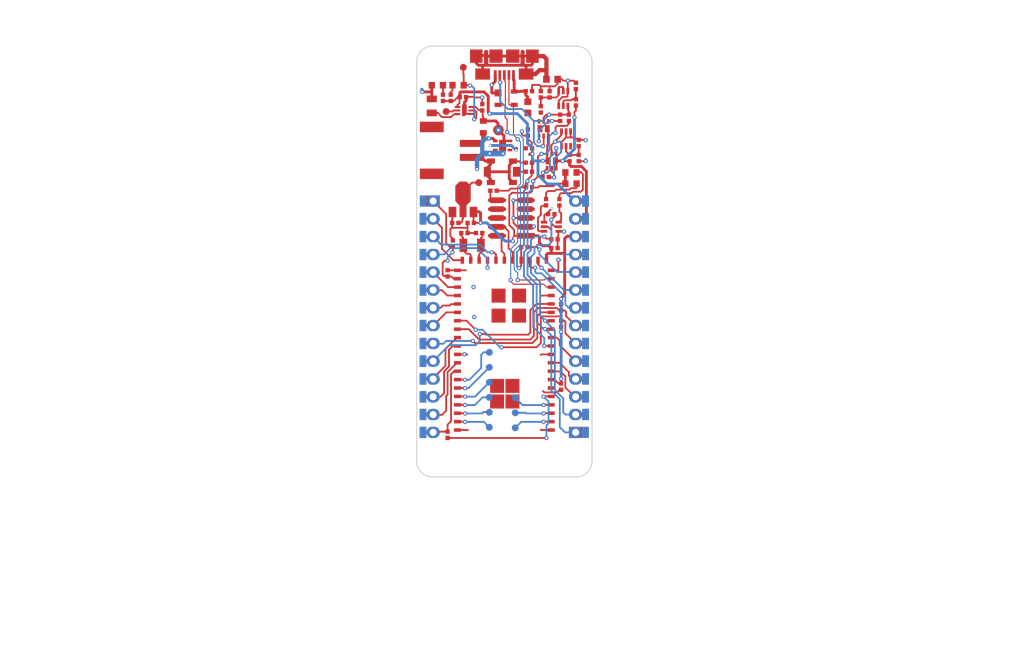
<source format=kicad_pcb>
(kicad_pcb (version 20171130) (host pcbnew 5.1.2-f72e74a~84~ubuntu18.04.1)
  (layers (0 Top signal) (31 Bottom signal) (34 B.Paste user) (35 F.Paste user) (36 B.SilkS user) (37 F.SilkS user) (38 B.Mask user) (39 F.Mask user) (44 Edge.Cuts user))
  (net 0 "")
  (net 1 GND)
  (net 2 +5V)
  (net 3 VIN)
  (net 4 +3V3)
  (net 5 USB_ID)
  (net 6 VUSB)
  (net 7 /MKR1000_1/RESET#)
  (net 8 /MKR1000_1/PB22_S5_TX)
  (net 9 /MKR1000_1/PB23_S5_RX)
  (net 10 /MKR1000_1/PA09_S0_I2C_SCL)
  (net 11 /MKR1000_1/PA08_S0_I2C_SDA)
  (net 12 /MKR1000_1/PA19_S1_MISO)
  (net 13 /MKR1000_1/PA17_S1_SCK)
  (net 14 /MKR1000_1/PA16_S1_MOSI)
  (net 15 /MKR1000_1/PA21_TCC0-W7)
  (net 16 /MKR1000_1/PA20_TCC0-W6)
  (net 17 /MKR1000_1/PB11_TCC0-W5)
  (net 18 /MKR1000_1/PB10_TCC0-W4)
  (net 19 /MKR1000_1/PA11_TCC0-W3)
  (net 20 /MKR1000_1/PA10_TCC0-W2)
  (net 21 /MKR1000_1/PA23_TC4-W1)
  (net 22 /MKR1000_1/PA22_TC4-W0)
  (net 23 /MKR1000_1/PA07_AIN7)
  (net 24 /MKR1000_1/PA06_AIN6)
  (net 25 /MKR1000_1/PA05_AIN5)
  (net 26 /MKR1000_1/PA04_AIN4)
  (net 27 /MKR1000_1/PB03_AIN11)
  (net 28 /MKR1000_1/PB02_AIN10)
  (net 29 /MKR1000_1/PA02_AIN0)
  (net 30 /MKR1000_1/PA03_VREFA)
  (net 31 "Net-(C4-Pad1)")
  (net 32 /MKR1000_1/D_P)
  (net 33 /MKR1000_1/D_N)
  (net 34 "Net-(J1-Pad10)")
  (net 35 /MKR1000_1/PA18_USB_ID)
  (net 36 /MKR1000_1/PA00_XIN32)
  (net 37 /MKR1000_1/PA01_XOUT32)
  (net 38 "Net-(PB1-Pad2)")
  (net 39 "Net-(J3-Pad10)")
  (net 40 "Net-(J3-Pad8)")
  (net 41 "Net-(J3-Pad7)")
  (net 42 "Net-(J3-Pad6)")
  (net 43 /MKR1000_1/PA30_SWCLK)
  (net 44 /MKR1000_1/PA31_SWDIO)
  (net 45 /MKR1000_1/RESETN)
  (net 46 "Net-(DL3-PadC)")
  (net 47 "Net-(Q6-PadD1)")
  (net 48 "Net-(Q6-PadD2)")
  (net 49 "Net-(TP5-Pad1)")
  (net 50 "Net-(TP6-Pad1)")
  (net 51 "Net-(U3-PadP6)")
  (net 52 "Net-(R24-Pad1)")
  (net 53 "Net-(TP7-Pad1)")
  (net 54 "Net-(TP9-Pad1)")
  (net 55 "Net-(TP8-Pad1)")
  (net 56 "Net-(TP10-Pad1)")
  (net 57 "Net-(TP11-Pad1)")
  (net 58 "Net-(TP13-Pad1)")
  (net 59 "Net-(TP12-Pad1)")
  (net 60 "Net-(DL4-PadC)")
  (net 61 "Net-(C1-Pad1)")
  (net 62 "Net-(Q2-PadS1)")
  (net 63 "Net-(Q1-PadG1)")
  (net 64 "Net-(Q5-PadS1)")
  (net 65 "Net-(Q4-PadD2)")
  (net 66 "Net-(Q4-PadD1)")
  (net 67 "Net-(C6-Pad1)")
  (net 68 "Net-(DL1-PadA)")
  (net 69 "Net-(DL2-PadA)")
  (net 70 "Net-(DL2-PadC)")
  (net 71 "Net-(C3-Pad1)")
  (net 72 "Net-(R3-Pad2)")
  (net 73 "Net-(TP2-Pad1)")
  (net 74 "Net-(F1-Pad1)")
  (net 75 "Net-(C8-Pad1)")
  (module "" (layer Top) (at 138.2511 76.4916)
    (fp_text reference @HOLE0 hide)
    (fp_text value "" (at 0 0) (layer F.SilkS) (effects (font (size 1.27 1.27))))
    (pad "" np_thru_hole circle (at 0 0) (size 2 2) (drill 2) (layers *.Cu *.Mask))
  )
  (module "" (layer Top) (at 158.7511 76.4916)
    (fp_text reference @HOLE1 hide)
    (fp_text value "" (at 0 0) (layer F.SilkS) (effects (font (size 1.27 1.27))))
    (pad "" np_thru_hole circle (at 0 0) (size 2 2) (drill 2) (layers *.Cu *.Mask))
  )
  (module "" (layer Top) (at 158.7511 133.4916)
    (fp_text reference @HOLE2 hide)
    (fp_text value "" (at 0 0) (layer F.SilkS) (effects (font (size 1.27 1.27))))
    (pad "" np_thru_hole circle (at 0 0) (size 2 2) (drill 2) (layers *.Cu *.Mask))
  )
  (module "" (layer Top) (at 138.2511 133.4916)
    (fp_text reference @HOLE3 hide)
    (fp_text value "" (at 0 0) (layer F.SilkS) (effects (font (size 1.27 1.27))))
    (pad "" np_thru_hole circle (at 0 0) (size 2 2) (drill 2) (layers *.Cu *.Mask))
  )
  (module MKR1000:STRIP-14-MODULI-A11 (layer Top) (at 158.6611 129.39 90)
    (fp_text reference J5)
    (fp_text value DNP)
    (fp_poly (pts (xy 32.2199 0.0254) (xy 32.2199 -0.1397) (xy 32.2199 -0.139699) (xy 32.247163 -0.34678) (xy 32.327093 -0.539749) (xy 32.454244 -0.705455) (xy 32.61995 -0.832606) (xy 33.02 -0.9398) (xy 33.019999 -0.9398) (xy 33.22708 -0.912537) (xy 33.42005 -0.832607) (xy 33.585756 -0.705457) (xy 33.712907 -0.53975) (xy 33.792838 -0.346781) (xy 33.8201 -0.1397) (xy 33.8201 0.0254) (xy 33.8201 0.1397) (xy 33.8201 0.139699) (xy 33.792837 0.34678) (xy 33.712907 0.539749) (xy 33.585756 0.705455) (xy 33.42005 0.832606) (xy 33.227081 0.912536) (xy 33.02 0.9398) (xy 33.020001 0.9398) (xy 32.81292 0.912537) (xy 32.61995 0.832607) (xy 32.454244 0.705457) (xy 32.327093 0.53975) (xy 32.2199 0.1397)) (layer Top) (width 0))
    (fp_poly (pts (xy 29.6799 0.0254) (xy 29.6799 -0.1397) (xy 29.6799 -0.139699) (xy 29.707163 -0.34678) (xy 29.787093 -0.539749) (xy 29.914244 -0.705455) (xy 30.07995 -0.832606) (xy 30.48 -0.9398) (xy 30.479999 -0.9398) (xy 30.68708 -0.912537) (xy 30.88005 -0.832607) (xy 31.045756 -0.705457) (xy 31.172907 -0.53975) (xy 31.252838 -0.346781) (xy 31.2801 -0.1397) (xy 31.2801 0.0254) (xy 31.2801 0.1397) (xy 31.2801 0.139699) (xy 31.252837 0.34678) (xy 31.172907 0.539749) (xy 31.045756 0.705455) (xy 30.88005 0.832606) (xy 30.687081 0.912536) (xy 30.48 0.9398) (xy 30.480001 0.9398) (xy 30.27292 0.912537) (xy 30.07995 0.832607) (xy 29.914244 0.705457) (xy 29.787093 0.53975) (xy 29.6799 0.1397)) (layer Top) (width 0))
    (fp_poly (pts (xy 27.1399 0.0254) (xy 27.1399 -0.1397) (xy 27.1399 -0.139699) (xy 27.167163 -0.34678) (xy 27.247093 -0.539749) (xy 27.374244 -0.705455) (xy 27.53995 -0.832606) (xy 27.94 -0.9398) (xy 27.939999 -0.9398) (xy 28.14708 -0.912537) (xy 28.34005 -0.832607) (xy 28.505756 -0.705457) (xy 28.632907 -0.53975) (xy 28.712838 -0.346781) (xy 28.7401 -0.1397) (xy 28.7401 0.0254) (xy 28.7401 0.1397) (xy 28.7401 0.139699) (xy 28.712837 0.34678) (xy 28.632907 0.539749) (xy 28.505756 0.705455) (xy 28.34005 0.832606) (xy 28.147081 0.912536) (xy 27.94 0.9398) (xy 27.940001 0.9398) (xy 27.73292 0.912537) (xy 27.53995 0.832607) (xy 27.374244 0.705457) (xy 27.247093 0.53975) (xy 27.1399 0.1397)) (layer Top) (width 0))
    (fp_poly (pts (xy 24.5999 0.0254) (xy 24.5999 -0.1397) (xy 24.5999 -0.139699) (xy 24.627163 -0.34678) (xy 24.707093 -0.539749) (xy 24.834244 -0.705455) (xy 24.99995 -0.832606) (xy 25.4 -0.9398) (xy 25.399999 -0.9398) (xy 25.60708 -0.912537) (xy 25.80005 -0.832607) (xy 25.965756 -0.705457) (xy 26.092907 -0.53975) (xy 26.172838 -0.346781) (xy 26.2001 -0.1397) (xy 26.2001 0.0254) (xy 26.2001 0.1397) (xy 26.2001 0.139699) (xy 26.172837 0.34678) (xy 26.092907 0.539749) (xy 25.965756 0.705455) (xy 25.80005 0.832606) (xy 25.607081 0.912536) (xy 25.4 0.9398) (xy 25.400001 0.9398) (xy 25.19292 0.912537) (xy 24.99995 0.832607) (xy 24.834244 0.705457) (xy 24.707093 0.53975) (xy 24.5999 0.1397)) (layer Top) (width 0))
    (fp_poly (pts (xy 22.0599 0.0254) (xy 22.0599 -0.1397) (xy 22.0599 -0.139699) (xy 22.087163 -0.34678) (xy 22.167093 -0.539749) (xy 22.294244 -0.705455) (xy 22.45995 -0.832606) (xy 22.86 -0.9398) (xy 22.859999 -0.9398) (xy 23.06708 -0.912537) (xy 23.26005 -0.832607) (xy 23.425756 -0.705457) (xy 23.552907 -0.53975) (xy 23.632838 -0.346781) (xy 23.6601 -0.1397) (xy 23.6601 0.0254) (xy 23.6601 0.1397) (xy 23.6601 0.139699) (xy 23.632837 0.34678) (xy 23.552907 0.539749) (xy 23.425756 0.705455) (xy 23.26005 0.832606) (xy 23.067081 0.912536) (xy 22.86 0.9398) (xy 22.860001 0.9398) (xy 22.65292 0.912537) (xy 22.45995 0.832607) (xy 22.294244 0.705457) (xy 22.167093 0.53975) (xy 22.0599 0.1397)) (layer Top) (width 0))
    (fp_poly (pts (xy 19.5199 0.0254) (xy 19.5199 -0.1397) (xy 19.5199 -0.139699) (xy 19.547163 -0.34678) (xy 19.627093 -0.539749) (xy 19.754244 -0.705455) (xy 19.91995 -0.832606) (xy 20.32 -0.9398) (xy 20.319999 -0.9398) (xy 20.52708 -0.912537) (xy 20.72005 -0.832607) (xy 20.885756 -0.705457) (xy 21.012907 -0.53975) (xy 21.092838 -0.346781) (xy 21.1201 -0.1397) (xy 21.1201 0.0254) (xy 21.1201 0.1397) (xy 21.1201 0.139699) (xy 21.092837 0.34678) (xy 21.012907 0.539749) (xy 20.885756 0.705455) (xy 20.72005 0.832606) (xy 20.527081 0.912536) (xy 20.32 0.9398) (xy 20.320001 0.9398) (xy 20.11292 0.912537) (xy 19.91995 0.832607) (xy 19.754244 0.705457) (xy 19.627093 0.53975) (xy 19.5199 0.1397)) (layer Top) (width 0))
    (fp_poly (pts (xy 16.9799 0.0254) (xy 16.9799 -0.1397) (xy 16.9799 -0.139699) (xy 17.007163 -0.34678) (xy 17.087093 -0.539749) (xy 17.214244 -0.705455) (xy 17.37995 -0.832606) (xy 17.78 -0.9398) (xy 17.779999 -0.9398) (xy 17.98708 -0.912537) (xy 18.18005 -0.832607) (xy 18.345756 -0.705457) (xy 18.472907 -0.53975) (xy 18.552838 -0.346781) (xy 18.5801 -0.1397) (xy 18.5801 0.0254) (xy 18.5801 0.1397) (xy 18.5801 0.139699) (xy 18.552837 0.34678) (xy 18.472907 0.539749) (xy 18.345756 0.705455) (xy 18.18005 0.832606) (xy 17.987081 0.912536) (xy 17.78 0.9398) (xy 17.780001 0.9398) (xy 17.57292 0.912537) (xy 17.37995 0.832607) (xy 17.214244 0.705457) (xy 17.087093 0.53975) (xy 16.9799 0.1397)) (layer Top) (width 0))
    (fp_poly (pts (xy 14.4399 0.0254) (xy 14.4399 -0.1397) (xy 14.4399 -0.139699) (xy 14.467163 -0.34678) (xy 14.547093 -0.539749) (xy 14.674244 -0.705455) (xy 14.83995 -0.832606) (xy 15.24 -0.9398) (xy 15.239999 -0.9398) (xy 15.44708 -0.912537) (xy 15.64005 -0.832607) (xy 15.805756 -0.705457) (xy 15.932907 -0.53975) (xy 16.012838 -0.346781) (xy 16.0401 -0.1397) (xy 16.0401 0.0254) (xy 16.0401 0.1397) (xy 16.0401 0.139699) (xy 16.012837 0.34678) (xy 15.932907 0.539749) (xy 15.805756 0.705455) (xy 15.64005 0.832606) (xy 15.447081 0.912536) (xy 15.24 0.9398) (xy 15.240001 0.9398) (xy 15.03292 0.912537) (xy 14.83995 0.832607) (xy 14.674244 0.705457) (xy 14.547093 0.53975) (xy 14.4399 0.1397)) (layer Top) (width 0))
    (fp_poly (pts (xy 11.8999 0.0254) (xy 11.8999 -0.1397) (xy 11.8999 -0.139699) (xy 11.927163 -0.34678) (xy 12.007093 -0.539749) (xy 12.134244 -0.705455) (xy 12.29995 -0.832606) (xy 12.7 -0.9398) (xy 12.699999 -0.9398) (xy 12.90708 -0.912537) (xy 13.10005 -0.832607) (xy 13.265756 -0.705457) (xy 13.392907 -0.53975) (xy 13.472838 -0.346781) (xy 13.5001 -0.1397) (xy 13.5001 0.0254) (xy 13.5001 0.1397) (xy 13.5001 0.139699) (xy 13.472837 0.34678) (xy 13.392907 0.539749) (xy 13.265756 0.705455) (xy 13.10005 0.832606) (xy 12.907081 0.912536) (xy 12.7 0.9398) (xy 12.700001 0.9398) (xy 12.49292 0.912537) (xy 12.29995 0.832607) (xy 12.134244 0.705457) (xy 12.007093 0.53975) (xy 11.8999 0.1397)) (layer Top) (width 0))
    (fp_poly (pts (xy 9.3599 0.0254) (xy 9.3599 -0.1397) (xy 9.3599 -0.139699) (xy 9.387163 -0.34678) (xy 9.467093 -0.539749) (xy 9.594244 -0.705455) (xy 9.75995 -0.832606) (xy 10.16 -0.9398) (xy 10.159999 -0.9398) (xy 10.36708 -0.912537) (xy 10.56005 -0.832607) (xy 10.725756 -0.705457) (xy 10.852907 -0.53975) (xy 10.932838 -0.346781) (xy 10.9601 -0.1397) (xy 10.9601 0.0254) (xy 10.9601 0.1397) (xy 10.9601 0.139699) (xy 10.932837 0.34678) (xy 10.852907 0.539749) (xy 10.725756 0.705455) (xy 10.56005 0.832606) (xy 10.367081 0.912536) (xy 10.16 0.9398) (xy 10.160001 0.9398) (xy 9.95292 0.912537) (xy 9.75995 0.832607) (xy 9.594244 0.705457) (xy 9.467093 0.53975) (xy 9.3599 0.1397)) (layer Top) (width 0))
    (fp_poly (pts (xy 6.8199 0.0254) (xy 6.8199 -0.1397) (xy 6.8199 -0.139699) (xy 6.847163 -0.34678) (xy 6.927093 -0.539749) (xy 7.054244 -0.705455) (xy 7.21995 -0.832606) (xy 7.62 -0.9398) (xy 7.619999 -0.9398) (xy 7.82708 -0.912537) (xy 8.02005 -0.832607) (xy 8.185756 -0.705457) (xy 8.312907 -0.53975) (xy 8.392838 -0.346781) (xy 8.4201 -0.1397) (xy 8.4201 0.0254) (xy 8.4201 0.1397) (xy 8.4201 0.139699) (xy 8.392837 0.34678) (xy 8.312907 0.539749) (xy 8.185756 0.705455) (xy 8.02005 0.832606) (xy 7.827081 0.912536) (xy 7.62 0.9398) (xy 7.620001 0.9398) (xy 7.41292 0.912537) (xy 7.21995 0.832607) (xy 7.054244 0.705457) (xy 6.927093 0.53975) (xy 6.8199 0.1397)) (layer Top) (width 0))
    (fp_poly (pts (xy 4.2799 0.0254) (xy 4.2799 -0.1397) (xy 4.2799 -0.139699) (xy 4.307163 -0.34678) (xy 4.387093 -0.539749) (xy 4.514244 -0.705455) (xy 4.67995 -0.832606) (xy 5.08 -0.9398) (xy 5.079999 -0.9398) (xy 5.28708 -0.912537) (xy 5.48005 -0.832607) (xy 5.645756 -0.705457) (xy 5.772907 -0.53975) (xy 5.852838 -0.346781) (xy 5.8801 -0.1397) (xy 5.8801 0.0254) (xy 5.8801 0.1397) (xy 5.8801 0.139699) (xy 5.852837 0.34678) (xy 5.772907 0.539749) (xy 5.645756 0.705455) (xy 5.48005 0.832606) (xy 5.287081 0.912536) (xy 5.08 0.9398) (xy 5.080001 0.9398) (xy 4.87292 0.912537) (xy 4.67995 0.832607) (xy 4.514244 0.705457) (xy 4.387093 0.53975) (xy 4.2799 0.1397)) (layer Top) (width 0))
    (fp_poly (pts (xy 1.7399 0.0254) (xy 1.7399 -0.1397) (xy 1.7399 -0.139699) (xy 1.767163 -0.34678) (xy 1.847093 -0.539749) (xy 1.974244 -0.705455) (xy 2.13995 -0.832606) (xy 2.54 -0.9398) (xy 2.539999 -0.9398) (xy 2.74708 -0.912537) (xy 2.94005 -0.832607) (xy 3.105756 -0.705457) (xy 3.232907 -0.53975) (xy 3.312838 -0.346781) (xy 3.3401 -0.1397) (xy 3.3401 0.0254) (xy 3.3401 0.1397) (xy 3.3401 0.139699) (xy 3.312837 0.34678) (xy 3.232907 0.539749) (xy 3.105756 0.705455) (xy 2.94005 0.832606) (xy 2.747081 0.912536) (xy 2.54 0.9398) (xy 2.540001 0.9398) (xy 2.33292 0.912537) (xy 2.13995 0.832607) (xy 1.974244 0.705457) (xy 1.847093 0.53975) (xy 1.7399 0.1397)) (layer Top) (width 0))
    (fp_poly (pts (xy 32.2199 -0.1524) (xy 32.2199 -0.152399) (xy 32.24673 -0.356193) (xy 32.325392 -0.546099) (xy 32.450524 -0.709175) (xy 32.6136 -0.834307) (xy 33.0073 -0.9398) (xy 33.02 -0.9398) (xy 33.0327 -0.9398) (xy 33.032699 -0.9398) (xy 33.236493 -0.91297) (xy 33.4264 -0.834309) (xy 33.589476 -0.709176) (xy 33.714609 -0.5461) (xy 33.793271 -0.356194) (xy 33.8201 -0.1524) (xy 33.8201 0.1524) (xy 33.7947 0.3429) (xy 33.7185 0.5334) (xy 33.6042 0.6985) (xy 33.3756 0.6985) (xy 33.274 0.725724) (xy 33.1724 0.9017) (xy 33.1724 0.9525) (xy 33.7693 0.9525) (xy 33.8201 1.0033) (xy 33.8201 1.8542) (xy 33.7693 1.905) (xy 32.2707 1.905) (xy 32.2199 1.8542) (xy 32.2199 1.0033) (xy 32.2707 0.9525) (xy 32.8676 0.9525) (xy 32.8676 0.9017) (xy 32.840376 0.8001) (xy 32.766 0.725724) (xy 32.6644 0.6985) (xy 32.4358 0.6985) (xy 32.3215 0.5334) (xy 32.258 0.3429) (xy 32.2199 0.1524)) (layer Bottom) (width 0))
    (fp_poly (pts (xy 32.2199 -0.1524) (xy 32.2199 -0.152399) (xy 32.24673 -0.356193) (xy 32.325392 -0.546099) (xy 32.450524 -0.709175) (xy 32.6136 -0.834307) (xy 33.0073 -0.9398) (xy 33.02 -0.9398) (xy 33.0327 -0.9398) (xy 33.032699 -0.9398) (xy 33.236493 -0.91297) (xy 33.4264 -0.834309) (xy 33.589476 -0.709176) (xy 33.714609 -0.5461) (xy 33.793271 -0.356194) (xy 33.8201 -0.1524) (xy 33.8201 0.1524) (xy 33.7947 0.3429) (xy 33.7185 0.5334) (xy 33.6042 0.6985) (xy 33.3756 0.6985) (xy 33.274 0.725724) (xy 33.1724 0.9017) (xy 33.1724 0.9525) (xy 33.7693 0.9525) (xy 33.8201 1.0033) (xy 33.8201 1.8542) (xy 33.7693 1.905) (xy 32.2707 1.905) (xy 32.2199 1.8542) (xy 32.2199 1.0033) (xy 32.2707 0.9525) (xy 32.8676 0.9525) (xy 32.8676 0.9017) (xy 32.840376 0.8001) (xy 32.766 0.725724) (xy 32.6644 0.6985) (xy 32.4358 0.6985) (xy 32.3215 0.5334) (xy 32.258 0.3429) (xy 32.2199 0.1524)) (layer Bottom) (width 0))
    (fp_poly (pts (xy 32.2199 -0.1524) (xy 32.2199 -0.152399) (xy 32.24673 -0.356193) (xy 32.325392 -0.546099) (xy 32.450524 -0.709175) (xy 32.6136 -0.834307) (xy 33.0073 -0.9398) (xy 33.02 -0.9398) (xy 33.0327 -0.9398) (xy 33.032699 -0.9398) (xy 33.236493 -0.91297) (xy 33.4264 -0.834309) (xy 33.589476 -0.709176) (xy 33.714609 -0.5461) (xy 33.793271 -0.356194) (xy 33.8201 -0.1524) (xy 33.8201 0.1524) (xy 33.7947 0.3429) (xy 33.7185 0.5334) (xy 33.6042 0.6985) (xy 33.3756 0.6985) (xy 33.274 0.725724) (xy 33.1724 0.9017) (xy 33.1724 0.9525) (xy 33.7693 0.9525) (xy 33.8201 1.0033) (xy 33.8201 1.8542) (xy 33.7693 1.905) (xy 32.2707 1.905) (xy 32.2199 1.8542) (xy 32.2199 1.0033) (xy 32.2707 0.9525) (xy 32.8676 0.9525) (xy 32.8676 0.9017) (xy 32.840376 0.8001) (xy 32.766 0.725724) (xy 32.6644 0.6985) (xy 32.4358 0.6985) (xy 32.3215 0.5334) (xy 32.258 0.3429) (xy 32.2199 0.1524)) (layer Bottom) (width 0))
    (fp_poly (pts (xy 32.2199 -0.1524) (xy 32.2199 -0.152399) (xy 32.24673 -0.356193) (xy 32.325392 -0.546099) (xy 32.450524 -0.709175) (xy 32.6136 -0.834307) (xy 33.0073 -0.9398) (xy 33.02 -0.9398) (xy 33.0327 -0.9398) (xy 33.032699 -0.9398) (xy 33.236493 -0.91297) (xy 33.4264 -0.834309) (xy 33.589476 -0.709176) (xy 33.714609 -0.5461) (xy 33.793271 -0.356194) (xy 33.8201 -0.1524) (xy 33.8201 0.1524) (xy 33.7947 0.3429) (xy 33.7185 0.5334) (xy 33.6042 0.6985) (xy 33.3756 0.6985) (xy 33.274 0.725724) (xy 33.1724 0.9017) (xy 33.1724 0.9525) (xy 33.7693 0.9525) (xy 33.8201 1.0033) (xy 33.8201 1.8542) (xy 33.7693 1.905) (xy 32.2707 1.905) (xy 32.2199 1.8542) (xy 32.2199 1.0033) (xy 32.2707 0.9525) (xy 32.8676 0.9525) (xy 32.8676 0.9017) (xy 32.840376 0.8001) (xy 32.766 0.725724) (xy 32.6644 0.6985) (xy 32.4358 0.6985) (xy 32.3215 0.5334) (xy 32.258 0.3429) (xy 32.2199 0.1524)) (layer Bottom) (width 0))
    (fp_poly (pts (xy 32.2199 -0.1524) (xy 32.2199 -0.152399) (xy 32.24673 -0.356193) (xy 32.325392 -0.546099) (xy 32.450524 -0.709175) (xy 32.6136 -0.834307) (xy 33.0073 -0.9398) (xy 33.02 -0.9398) (xy 33.0327 -0.9398) (xy 33.032699 -0.9398) (xy 33.236493 -0.91297) (xy 33.4264 -0.834309) (xy 33.589476 -0.709176) (xy 33.714609 -0.5461) (xy 33.793271 -0.356194) (xy 33.8201 -0.1524) (xy 33.8201 0.1524) (xy 33.7947 0.3429) (xy 33.7185 0.5334) (xy 33.6042 0.6985) (xy 33.3756 0.6985) (xy 33.274 0.725724) (xy 33.1724 0.9017) (xy 33.1724 0.9525) (xy 33.7693 0.9525) (xy 33.8201 1.0033) (xy 33.8201 1.8542) (xy 33.7693 1.905) (xy 32.2707 1.905) (xy 32.2199 1.8542) (xy 32.2199 1.0033) (xy 32.2707 0.9525) (xy 32.8676 0.9525) (xy 32.8676 0.9017) (xy 32.840376 0.8001) (xy 32.766 0.725724) (xy 32.6644 0.6985) (xy 32.4358 0.6985) (xy 32.3215 0.5334) (xy 32.258 0.3429) (xy 32.2199 0.1524)) (layer Bottom) (width 0))
    (fp_poly (pts (xy 32.2199 -0.1524) (xy 32.2199 -0.152399) (xy 32.24673 -0.356193) (xy 32.325392 -0.546099) (xy 32.450524 -0.709175) (xy 32.6136 -0.834307) (xy 33.0073 -0.9398) (xy 33.02 -0.9398) (xy 33.0327 -0.9398) (xy 33.032699 -0.9398) (xy 33.236493 -0.91297) (xy 33.4264 -0.834309) (xy 33.589476 -0.709176) (xy 33.714609 -0.5461) (xy 33.793271 -0.356194) (xy 33.8201 -0.1524) (xy 33.8201 0.1524) (xy 33.7947 0.3429) (xy 33.7185 0.5334) (xy 33.6042 0.6985) (xy 33.3756 0.6985) (xy 33.274 0.725724) (xy 33.1724 0.9017) (xy 33.1724 0.9525) (xy 33.7693 0.9525) (xy 33.8201 1.0033) (xy 33.8201 1.8542) (xy 33.7693 1.905) (xy 32.2707 1.905) (xy 32.2199 1.8542) (xy 32.2199 1.0033) (xy 32.2707 0.9525) (xy 32.8676 0.9525) (xy 32.8676 0.9017) (xy 32.840376 0.8001) (xy 32.766 0.725724) (xy 32.6644 0.6985) (xy 32.4358 0.6985) (xy 32.3215 0.5334) (xy 32.258 0.3429) (xy 32.2199 0.1524)) (layer Bottom) (width 0))
    (fp_poly (pts (xy 32.2199 -0.1524) (xy 32.2199 -0.152399) (xy 32.24673 -0.356193) (xy 32.325392 -0.546099) (xy 32.450524 -0.709175) (xy 32.6136 -0.834307) (xy 33.0073 -0.9398) (xy 33.02 -0.9398) (xy 33.0327 -0.9398) (xy 33.032699 -0.9398) (xy 33.236493 -0.91297) (xy 33.4264 -0.834309) (xy 33.589476 -0.709176) (xy 33.714609 -0.5461) (xy 33.793271 -0.356194) (xy 33.8201 -0.1524) (xy 33.8201 0.1524) (xy 33.7947 0.3429) (xy 33.7185 0.5334) (xy 33.6042 0.6985) (xy 33.3756 0.6985) (xy 33.274 0.725724) (xy 33.1724 0.9017) (xy 33.1724 0.9525) (xy 33.7693 0.9525) (xy 33.8201 1.0033) (xy 33.8201 1.8542) (xy 33.7693 1.905) (xy 32.2707 1.905) (xy 32.2199 1.8542) (xy 32.2199 1.0033) (xy 32.2707 0.9525) (xy 32.8676 0.9525) (xy 32.8676 0.9017) (xy 32.840376 0.8001) (xy 32.766 0.725724) (xy 32.6644 0.6985) (xy 32.4358 0.6985) (xy 32.3215 0.5334) (xy 32.258 0.3429) (xy 32.2199 0.1524)) (layer Bottom) (width 0))
    (fp_poly (pts (xy 29.6799 -0.1524) (xy 29.6799 -0.152399) (xy 29.70673 -0.356193) (xy 29.785392 -0.546099) (xy 29.910524 -0.709175) (xy 30.0736 -0.834307) (xy 30.4673 -0.9398) (xy 30.48 -0.9398) (xy 30.4927 -0.9398) (xy 30.492699 -0.9398) (xy 30.696493 -0.91297) (xy 30.8864 -0.834309) (xy 31.049476 -0.709176) (xy 31.174609 -0.5461) (xy 31.253271 -0.356194) (xy 31.2801 -0.1524) (xy 31.2801 0.1524) (xy 31.2547 0.3429) (xy 31.1785 0.5334) (xy 31.0642 0.6985) (xy 30.8356 0.6985) (xy 30.734 0.725724) (xy 30.6324 0.9017) (xy 30.6324 0.9525) (xy 31.2293 0.9525) (xy 31.2801 1.0033) (xy 31.2801 1.8542) (xy 31.2293 1.905) (xy 29.7307 1.905) (xy 29.6799 1.8542) (xy 29.6799 1.0033) (xy 29.7307 0.9525) (xy 30.3276 0.9525) (xy 30.3276 0.9017) (xy 30.300376 0.8001) (xy 30.226 0.725724) (xy 30.1244 0.6985) (xy 29.8958 0.6985) (xy 29.7815 0.5334) (xy 29.718 0.3429) (xy 29.6799 0.1524)) (layer Bottom) (width 0))
    (fp_poly (pts (xy 29.6799 -0.1524) (xy 29.6799 -0.152399) (xy 29.70673 -0.356193) (xy 29.785392 -0.546099) (xy 29.910524 -0.709175) (xy 30.0736 -0.834307) (xy 30.4673 -0.9398) (xy 30.48 -0.9398) (xy 30.4927 -0.9398) (xy 30.492699 -0.9398) (xy 30.696493 -0.91297) (xy 30.8864 -0.834309) (xy 31.049476 -0.709176) (xy 31.174609 -0.5461) (xy 31.253271 -0.356194) (xy 31.2801 -0.1524) (xy 31.2801 0.1524) (xy 31.2547 0.3429) (xy 31.1785 0.5334) (xy 31.0642 0.6985) (xy 30.8356 0.6985) (xy 30.734 0.725724) (xy 30.6324 0.9017) (xy 30.6324 0.9525) (xy 31.2293 0.9525) (xy 31.2801 1.0033) (xy 31.2801 1.8542) (xy 31.2293 1.905) (xy 29.7307 1.905) (xy 29.6799 1.8542) (xy 29.6799 1.0033) (xy 29.7307 0.9525) (xy 30.3276 0.9525) (xy 30.3276 0.9017) (xy 30.300376 0.8001) (xy 30.226 0.725724) (xy 30.1244 0.6985) (xy 29.8958 0.6985) (xy 29.7815 0.5334) (xy 29.718 0.3429) (xy 29.6799 0.1524)) (layer Bottom) (width 0))
    (fp_poly (pts (xy 29.6799 -0.1524) (xy 29.6799 -0.152399) (xy 29.70673 -0.356193) (xy 29.785392 -0.546099) (xy 29.910524 -0.709175) (xy 30.0736 -0.834307) (xy 30.4673 -0.9398) (xy 30.48 -0.9398) (xy 30.4927 -0.9398) (xy 30.492699 -0.9398) (xy 30.696493 -0.91297) (xy 30.8864 -0.834309) (xy 31.049476 -0.709176) (xy 31.174609 -0.5461) (xy 31.253271 -0.356194) (xy 31.2801 -0.1524) (xy 31.2801 0.1524) (xy 31.2547 0.3429) (xy 31.1785 0.5334) (xy 31.0642 0.6985) (xy 30.8356 0.6985) (xy 30.734 0.725724) (xy 30.6324 0.9017) (xy 30.6324 0.9525) (xy 31.2293 0.9525) (xy 31.2801 1.0033) (xy 31.2801 1.8542) (xy 31.2293 1.905) (xy 29.7307 1.905) (xy 29.6799 1.8542) (xy 29.6799 1.0033) (xy 29.7307 0.9525) (xy 30.3276 0.9525) (xy 30.3276 0.9017) (xy 30.300376 0.8001) (xy 30.226 0.725724) (xy 30.1244 0.6985) (xy 29.8958 0.6985) (xy 29.7815 0.5334) (xy 29.718 0.3429) (xy 29.6799 0.1524)) (layer Bottom) (width 0))
    (fp_poly (pts (xy 29.6799 -0.1524) (xy 29.6799 -0.152399) (xy 29.70673 -0.356193) (xy 29.785392 -0.546099) (xy 29.910524 -0.709175) (xy 30.0736 -0.834307) (xy 30.4673 -0.9398) (xy 30.48 -0.9398) (xy 30.4927 -0.9398) (xy 30.492699 -0.9398) (xy 30.696493 -0.91297) (xy 30.8864 -0.834309) (xy 31.049476 -0.709176) (xy 31.174609 -0.5461) (xy 31.253271 -0.356194) (xy 31.2801 -0.1524) (xy 31.2801 0.1524) (xy 31.2547 0.3429) (xy 31.1785 0.5334) (xy 31.0642 0.6985) (xy 30.8356 0.6985) (xy 30.734 0.725724) (xy 30.6324 0.9017) (xy 30.6324 0.9525) (xy 31.2293 0.9525) (xy 31.2801 1.0033) (xy 31.2801 1.8542) (xy 31.2293 1.905) (xy 29.7307 1.905) (xy 29.6799 1.8542) (xy 29.6799 1.0033) (xy 29.7307 0.9525) (xy 30.3276 0.9525) (xy 30.3276 0.9017) (xy 30.300376 0.8001) (xy 30.226 0.725724) (xy 30.1244 0.6985) (xy 29.8958 0.6985) (xy 29.7815 0.5334) (xy 29.718 0.3429) (xy 29.6799 0.1524)) (layer Bottom) (width 0))
    (fp_poly (pts (xy 29.6799 -0.1524) (xy 29.6799 -0.152399) (xy 29.70673 -0.356193) (xy 29.785392 -0.546099) (xy 29.910524 -0.709175) (xy 30.0736 -0.834307) (xy 30.4673 -0.9398) (xy 30.48 -0.9398) (xy 30.4927 -0.9398) (xy 30.492699 -0.9398) (xy 30.696493 -0.91297) (xy 30.8864 -0.834309) (xy 31.049476 -0.709176) (xy 31.174609 -0.5461) (xy 31.253271 -0.356194) (xy 31.2801 -0.1524) (xy 31.2801 0.1524) (xy 31.2547 0.3429) (xy 31.1785 0.5334) (xy 31.0642 0.6985) (xy 30.8356 0.6985) (xy 30.734 0.725724) (xy 30.6324 0.9017) (xy 30.6324 0.9525) (xy 31.2293 0.9525) (xy 31.2801 1.0033) (xy 31.2801 1.8542) (xy 31.2293 1.905) (xy 29.7307 1.905) (xy 29.6799 1.8542) (xy 29.6799 1.0033) (xy 29.7307 0.9525) (xy 30.3276 0.9525) (xy 30.3276 0.9017) (xy 30.300376 0.8001) (xy 30.226 0.725724) (xy 30.1244 0.6985) (xy 29.8958 0.6985) (xy 29.7815 0.5334) (xy 29.718 0.3429) (xy 29.6799 0.1524)) (layer Bottom) (width 0))
    (fp_poly (pts (xy 29.6799 -0.1524) (xy 29.6799 -0.152399) (xy 29.70673 -0.356193) (xy 29.785392 -0.546099) (xy 29.910524 -0.709175) (xy 30.0736 -0.834307) (xy 30.4673 -0.9398) (xy 30.48 -0.9398) (xy 30.4927 -0.9398) (xy 30.492699 -0.9398) (xy 30.696493 -0.91297) (xy 30.8864 -0.834309) (xy 31.049476 -0.709176) (xy 31.174609 -0.5461) (xy 31.253271 -0.356194) (xy 31.2801 -0.1524) (xy 31.2801 0.1524) (xy 31.2547 0.3429) (xy 31.1785 0.5334) (xy 31.0642 0.6985) (xy 30.8356 0.6985) (xy 30.734 0.725724) (xy 30.6324 0.9017) (xy 30.6324 0.9525) (xy 31.2293 0.9525) (xy 31.2801 1.0033) (xy 31.2801 1.8542) (xy 31.2293 1.905) (xy 29.7307 1.905) (xy 29.6799 1.8542) (xy 29.6799 1.0033) (xy 29.7307 0.9525) (xy 30.3276 0.9525) (xy 30.3276 0.9017) (xy 30.300376 0.8001) (xy 30.226 0.725724) (xy 30.1244 0.6985) (xy 29.8958 0.6985) (xy 29.7815 0.5334) (xy 29.718 0.3429) (xy 29.6799 0.1524)) (layer Bottom) (width 0))
    (fp_poly (pts (xy 29.6799 -0.1524) (xy 29.6799 -0.152399) (xy 29.70673 -0.356193) (xy 29.785392 -0.546099) (xy 29.910524 -0.709175) (xy 30.0736 -0.834307) (xy 30.4673 -0.9398) (xy 30.48 -0.9398) (xy 30.4927 -0.9398) (xy 30.492699 -0.9398) (xy 30.696493 -0.91297) (xy 30.8864 -0.834309) (xy 31.049476 -0.709176) (xy 31.174609 -0.5461) (xy 31.253271 -0.356194) (xy 31.2801 -0.1524) (xy 31.2801 0.1524) (xy 31.2547 0.3429) (xy 31.1785 0.5334) (xy 31.0642 0.6985) (xy 30.8356 0.6985) (xy 30.734 0.725724) (xy 30.6324 0.9017) (xy 30.6324 0.9525) (xy 31.2293 0.9525) (xy 31.2801 1.0033) (xy 31.2801 1.8542) (xy 31.2293 1.905) (xy 29.7307 1.905) (xy 29.6799 1.8542) (xy 29.6799 1.0033) (xy 29.7307 0.9525) (xy 30.3276 0.9525) (xy 30.3276 0.9017) (xy 30.300376 0.8001) (xy 30.226 0.725724) (xy 30.1244 0.6985) (xy 29.8958 0.6985) (xy 29.7815 0.5334) (xy 29.718 0.3429) (xy 29.6799 0.1524)) (layer Bottom) (width 0))
    (fp_poly (pts (xy 27.1399 -0.1524) (xy 27.1399 -0.152399) (xy 27.16673 -0.356193) (xy 27.245392 -0.546099) (xy 27.370524 -0.709175) (xy 27.5336 -0.834307) (xy 27.9273 -0.9398) (xy 27.94 -0.9398) (xy 27.9527 -0.9398) (xy 27.952699 -0.9398) (xy 28.156493 -0.91297) (xy 28.3464 -0.834309) (xy 28.509476 -0.709176) (xy 28.634609 -0.5461) (xy 28.713271 -0.356194) (xy 28.7401 -0.1524) (xy 28.7401 0.1524) (xy 28.7147 0.3429) (xy 28.6385 0.5334) (xy 28.5242 0.6985) (xy 28.2956 0.6985) (xy 28.194 0.725724) (xy 28.0924 0.9017) (xy 28.0924 0.9525) (xy 28.6893 0.9525) (xy 28.7401 1.0033) (xy 28.7401 1.8542) (xy 28.6893 1.905) (xy 27.1907 1.905) (xy 27.1399 1.8542) (xy 27.1399 1.0033) (xy 27.1907 0.9525) (xy 27.7876 0.9525) (xy 27.7876 0.9017) (xy 27.760376 0.8001) (xy 27.686 0.725724) (xy 27.5844 0.6985) (xy 27.3558 0.6985) (xy 27.2415 0.5334) (xy 27.178 0.3429) (xy 27.1399 0.1524)) (layer Bottom) (width 0))
    (fp_poly (pts (xy 27.1399 -0.1524) (xy 27.1399 -0.152399) (xy 27.16673 -0.356193) (xy 27.245392 -0.546099) (xy 27.370524 -0.709175) (xy 27.5336 -0.834307) (xy 27.9273 -0.9398) (xy 27.94 -0.9398) (xy 27.9527 -0.9398) (xy 27.952699 -0.9398) (xy 28.156493 -0.91297) (xy 28.3464 -0.834309) (xy 28.509476 -0.709176) (xy 28.634609 -0.5461) (xy 28.713271 -0.356194) (xy 28.7401 -0.1524) (xy 28.7401 0.1524) (xy 28.7147 0.3429) (xy 28.6385 0.5334) (xy 28.5242 0.6985) (xy 28.2956 0.6985) (xy 28.194 0.725724) (xy 28.0924 0.9017) (xy 28.0924 0.9525) (xy 28.6893 0.9525) (xy 28.7401 1.0033) (xy 28.7401 1.8542) (xy 28.6893 1.905) (xy 27.1907 1.905) (xy 27.1399 1.8542) (xy 27.1399 1.0033) (xy 27.1907 0.9525) (xy 27.7876 0.9525) (xy 27.7876 0.9017) (xy 27.760376 0.8001) (xy 27.686 0.725724) (xy 27.5844 0.6985) (xy 27.3558 0.6985) (xy 27.2415 0.5334) (xy 27.178 0.3429) (xy 27.1399 0.1524)) (layer Bottom) (width 0))
    (fp_poly (pts (xy 27.1399 -0.1524) (xy 27.1399 -0.152399) (xy 27.16673 -0.356193) (xy 27.245392 -0.546099) (xy 27.370524 -0.709175) (xy 27.5336 -0.834307) (xy 27.9273 -0.9398) (xy 27.94 -0.9398) (xy 27.9527 -0.9398) (xy 27.952699 -0.9398) (xy 28.156493 -0.91297) (xy 28.3464 -0.834309) (xy 28.509476 -0.709176) (xy 28.634609 -0.5461) (xy 28.713271 -0.356194) (xy 28.7401 -0.1524) (xy 28.7401 0.1524) (xy 28.7147 0.3429) (xy 28.6385 0.5334) (xy 28.5242 0.6985) (xy 28.2956 0.6985) (xy 28.194 0.725724) (xy 28.0924 0.9017) (xy 28.0924 0.9525) (xy 28.6893 0.9525) (xy 28.7401 1.0033) (xy 28.7401 1.8542) (xy 28.6893 1.905) (xy 27.1907 1.905) (xy 27.1399 1.8542) (xy 27.1399 1.0033) (xy 27.1907 0.9525) (xy 27.7876 0.9525) (xy 27.7876 0.9017) (xy 27.760376 0.8001) (xy 27.686 0.725724) (xy 27.5844 0.6985) (xy 27.3558 0.6985) (xy 27.2415 0.5334) (xy 27.178 0.3429) (xy 27.1399 0.1524)) (layer Bottom) (width 0))
    (fp_poly (pts (xy 27.1399 -0.1524) (xy 27.1399 -0.152399) (xy 27.16673 -0.356193) (xy 27.245392 -0.546099) (xy 27.370524 -0.709175) (xy 27.5336 -0.834307) (xy 27.9273 -0.9398) (xy 27.94 -0.9398) (xy 27.9527 -0.9398) (xy 27.952699 -0.9398) (xy 28.156493 -0.91297) (xy 28.3464 -0.834309) (xy 28.509476 -0.709176) (xy 28.634609 -0.5461) (xy 28.713271 -0.356194) (xy 28.7401 -0.1524) (xy 28.7401 0.1524) (xy 28.7147 0.3429) (xy 28.6385 0.5334) (xy 28.5242 0.6985) (xy 28.2956 0.6985) (xy 28.194 0.725724) (xy 28.0924 0.9017) (xy 28.0924 0.9525) (xy 28.6893 0.9525) (xy 28.7401 1.0033) (xy 28.7401 1.8542) (xy 28.6893 1.905) (xy 27.1907 1.905) (xy 27.1399 1.8542) (xy 27.1399 1.0033) (xy 27.1907 0.9525) (xy 27.7876 0.9525) (xy 27.7876 0.9017) (xy 27.760376 0.8001) (xy 27.686 0.725724) (xy 27.5844 0.6985) (xy 27.3558 0.6985) (xy 27.2415 0.5334) (xy 27.178 0.3429) (xy 27.1399 0.1524)) (layer Bottom) (width 0))
    (fp_poly (pts (xy 27.1399 -0.1524) (xy 27.1399 -0.152399) (xy 27.16673 -0.356193) (xy 27.245392 -0.546099) (xy 27.370524 -0.709175) (xy 27.5336 -0.834307) (xy 27.9273 -0.9398) (xy 27.94 -0.9398) (xy 27.9527 -0.9398) (xy 27.952699 -0.9398) (xy 28.156493 -0.91297) (xy 28.3464 -0.834309) (xy 28.509476 -0.709176) (xy 28.634609 -0.5461) (xy 28.713271 -0.356194) (xy 28.7401 -0.1524) (xy 28.7401 0.1524) (xy 28.7147 0.3429) (xy 28.6385 0.5334) (xy 28.5242 0.6985) (xy 28.2956 0.6985) (xy 28.194 0.725724) (xy 28.0924 0.9017) (xy 28.0924 0.9525) (xy 28.6893 0.9525) (xy 28.7401 1.0033) (xy 28.7401 1.8542) (xy 28.6893 1.905) (xy 27.1907 1.905) (xy 27.1399 1.8542) (xy 27.1399 1.0033) (xy 27.1907 0.9525) (xy 27.7876 0.9525) (xy 27.7876 0.9017) (xy 27.760376 0.8001) (xy 27.686 0.725724) (xy 27.5844 0.6985) (xy 27.3558 0.6985) (xy 27.2415 0.5334) (xy 27.178 0.3429) (xy 27.1399 0.1524)) (layer Bottom) (width 0))
    (fp_poly (pts (xy 27.1399 -0.1524) (xy 27.1399 -0.152399) (xy 27.16673 -0.356193) (xy 27.245392 -0.546099) (xy 27.370524 -0.709175) (xy 27.5336 -0.834307) (xy 27.9273 -0.9398) (xy 27.94 -0.9398) (xy 27.9527 -0.9398) (xy 27.952699 -0.9398) (xy 28.156493 -0.91297) (xy 28.3464 -0.834309) (xy 28.509476 -0.709176) (xy 28.634609 -0.5461) (xy 28.713271 -0.356194) (xy 28.7401 -0.1524) (xy 28.7401 0.1524) (xy 28.7147 0.3429) (xy 28.6385 0.5334) (xy 28.5242 0.6985) (xy 28.2956 0.6985) (xy 28.194 0.725724) (xy 28.0924 0.9017) (xy 28.0924 0.9525) (xy 28.6893 0.9525) (xy 28.7401 1.0033) (xy 28.7401 1.8542) (xy 28.6893 1.905) (xy 27.1907 1.905) (xy 27.1399 1.8542) (xy 27.1399 1.0033) (xy 27.1907 0.9525) (xy 27.7876 0.9525) (xy 27.7876 0.9017) (xy 27.760376 0.8001) (xy 27.686 0.725724) (xy 27.5844 0.6985) (xy 27.3558 0.6985) (xy 27.2415 0.5334) (xy 27.178 0.3429) (xy 27.1399 0.1524)) (layer Bottom) (width 0))
    (fp_poly (pts (xy 27.1399 -0.1524) (xy 27.1399 -0.152399) (xy 27.16673 -0.356193) (xy 27.245392 -0.546099) (xy 27.370524 -0.709175) (xy 27.5336 -0.834307) (xy 27.9273 -0.9398) (xy 27.94 -0.9398) (xy 27.9527 -0.9398) (xy 27.952699 -0.9398) (xy 28.156493 -0.91297) (xy 28.3464 -0.834309) (xy 28.509476 -0.709176) (xy 28.634609 -0.5461) (xy 28.713271 -0.356194) (xy 28.7401 -0.1524) (xy 28.7401 0.1524) (xy 28.7147 0.3429) (xy 28.6385 0.5334) (xy 28.5242 0.6985) (xy 28.2956 0.6985) (xy 28.194 0.725724) (xy 28.0924 0.9017) (xy 28.0924 0.9525) (xy 28.6893 0.9525) (xy 28.7401 1.0033) (xy 28.7401 1.8542) (xy 28.6893 1.905) (xy 27.1907 1.905) (xy 27.1399 1.8542) (xy 27.1399 1.0033) (xy 27.1907 0.9525) (xy 27.7876 0.9525) (xy 27.7876 0.9017) (xy 27.760376 0.8001) (xy 27.686 0.725724) (xy 27.5844 0.6985) (xy 27.3558 0.6985) (xy 27.2415 0.5334) (xy 27.178 0.3429) (xy 27.1399 0.1524)) (layer Bottom) (width 0))
    (fp_poly (pts (xy 24.5999 -0.1524) (xy 24.5999 -0.152399) (xy 24.62673 -0.356193) (xy 24.705392 -0.546099) (xy 24.830524 -0.709175) (xy 24.9936 -0.834307) (xy 25.3873 -0.9398) (xy 25.4 -0.9398) (xy 25.4127 -0.9398) (xy 25.412699 -0.9398) (xy 25.616493 -0.91297) (xy 25.8064 -0.834309) (xy 25.969476 -0.709176) (xy 26.094609 -0.5461) (xy 26.173271 -0.356194) (xy 26.2001 -0.1524) (xy 26.2001 0.1524) (xy 26.1747 0.3429) (xy 26.0985 0.5334) (xy 25.9842 0.6985) (xy 25.7556 0.6985) (xy 25.654 0.725724) (xy 25.5524 0.9017) (xy 25.5524 0.9525) (xy 26.1493 0.9525) (xy 26.2001 1.0033) (xy 26.2001 1.8542) (xy 26.1493 1.905) (xy 24.6507 1.905) (xy 24.5999 1.8542) (xy 24.5999 1.0033) (xy 24.6507 0.9525) (xy 25.2476 0.9525) (xy 25.2476 0.9017) (xy 25.220376 0.8001) (xy 25.146 0.725724) (xy 25.0444 0.6985) (xy 24.8158 0.6985) (xy 24.7015 0.5334) (xy 24.638 0.3429) (xy 24.5999 0.1524)) (layer Bottom) (width 0))
    (fp_poly (pts (xy 24.5999 -0.1524) (xy 24.5999 -0.152399) (xy 24.62673 -0.356193) (xy 24.705392 -0.546099) (xy 24.830524 -0.709175) (xy 24.9936 -0.834307) (xy 25.3873 -0.9398) (xy 25.4 -0.9398) (xy 25.4127 -0.9398) (xy 25.412699 -0.9398) (xy 25.616493 -0.91297) (xy 25.8064 -0.834309) (xy 25.969476 -0.709176) (xy 26.094609 -0.5461) (xy 26.173271 -0.356194) (xy 26.2001 -0.1524) (xy 26.2001 0.1524) (xy 26.1747 0.3429) (xy 26.0985 0.5334) (xy 25.9842 0.6985) (xy 25.7556 0.6985) (xy 25.654 0.725724) (xy 25.5524 0.9017) (xy 25.5524 0.9525) (xy 26.1493 0.9525) (xy 26.2001 1.0033) (xy 26.2001 1.8542) (xy 26.1493 1.905) (xy 24.6507 1.905) (xy 24.5999 1.8542) (xy 24.5999 1.0033) (xy 24.6507 0.9525) (xy 25.2476 0.9525) (xy 25.2476 0.9017) (xy 25.220376 0.8001) (xy 25.146 0.725724) (xy 25.0444 0.6985) (xy 24.8158 0.6985) (xy 24.7015 0.5334) (xy 24.638 0.3429) (xy 24.5999 0.1524)) (layer Bottom) (width 0))
    (fp_poly (pts (xy 24.5999 -0.1524) (xy 24.5999 -0.152399) (xy 24.62673 -0.356193) (xy 24.705392 -0.546099) (xy 24.830524 -0.709175) (xy 24.9936 -0.834307) (xy 25.3873 -0.9398) (xy 25.4 -0.9398) (xy 25.4127 -0.9398) (xy 25.412699 -0.9398) (xy 25.616493 -0.91297) (xy 25.8064 -0.834309) (xy 25.969476 -0.709176) (xy 26.094609 -0.5461) (xy 26.173271 -0.356194) (xy 26.2001 -0.1524) (xy 26.2001 0.1524) (xy 26.1747 0.3429) (xy 26.0985 0.5334) (xy 25.9842 0.6985) (xy 25.7556 0.6985) (xy 25.654 0.725724) (xy 25.5524 0.9017) (xy 25.5524 0.9525) (xy 26.1493 0.9525) (xy 26.2001 1.0033) (xy 26.2001 1.8542) (xy 26.1493 1.905) (xy 24.6507 1.905) (xy 24.5999 1.8542) (xy 24.5999 1.0033) (xy 24.6507 0.9525) (xy 25.2476 0.9525) (xy 25.2476 0.9017) (xy 25.220376 0.8001) (xy 25.146 0.725724) (xy 25.0444 0.6985) (xy 24.8158 0.6985) (xy 24.7015 0.5334) (xy 24.638 0.3429) (xy 24.5999 0.1524)) (layer Bottom) (width 0))
    (fp_poly (pts (xy 24.5999 -0.1524) (xy 24.5999 -0.152399) (xy 24.62673 -0.356193) (xy 24.705392 -0.546099) (xy 24.830524 -0.709175) (xy 24.9936 -0.834307) (xy 25.3873 -0.9398) (xy 25.4 -0.9398) (xy 25.4127 -0.9398) (xy 25.412699 -0.9398) (xy 25.616493 -0.91297) (xy 25.8064 -0.834309) (xy 25.969476 -0.709176) (xy 26.094609 -0.5461) (xy 26.173271 -0.356194) (xy 26.2001 -0.1524) (xy 26.2001 0.1524) (xy 26.1747 0.3429) (xy 26.0985 0.5334) (xy 25.9842 0.6985) (xy 25.7556 0.6985) (xy 25.654 0.725724) (xy 25.5524 0.9017) (xy 25.5524 0.9525) (xy 26.1493 0.9525) (xy 26.2001 1.0033) (xy 26.2001 1.8542) (xy 26.1493 1.905) (xy 24.6507 1.905) (xy 24.5999 1.8542) (xy 24.5999 1.0033) (xy 24.6507 0.9525) (xy 25.2476 0.9525) (xy 25.2476 0.9017) (xy 25.220376 0.8001) (xy 25.146 0.725724) (xy 25.0444 0.6985) (xy 24.8158 0.6985) (xy 24.7015 0.5334) (xy 24.638 0.3429) (xy 24.5999 0.1524)) (layer Bottom) (width 0))
    (fp_poly (pts (xy 24.5999 -0.1524) (xy 24.5999 -0.152399) (xy 24.62673 -0.356193) (xy 24.705392 -0.546099) (xy 24.830524 -0.709175) (xy 24.9936 -0.834307) (xy 25.3873 -0.9398) (xy 25.4 -0.9398) (xy 25.4127 -0.9398) (xy 25.412699 -0.9398) (xy 25.616493 -0.91297) (xy 25.8064 -0.834309) (xy 25.969476 -0.709176) (xy 26.094609 -0.5461) (xy 26.173271 -0.356194) (xy 26.2001 -0.1524) (xy 26.2001 0.1524) (xy 26.1747 0.3429) (xy 26.0985 0.5334) (xy 25.9842 0.6985) (xy 25.7556 0.6985) (xy 25.654 0.725724) (xy 25.5524 0.9017) (xy 25.5524 0.9525) (xy 26.1493 0.9525) (xy 26.2001 1.0033) (xy 26.2001 1.8542) (xy 26.1493 1.905) (xy 24.6507 1.905) (xy 24.5999 1.8542) (xy 24.5999 1.0033) (xy 24.6507 0.9525) (xy 25.2476 0.9525) (xy 25.2476 0.9017) (xy 25.220376 0.8001) (xy 25.146 0.725724) (xy 25.0444 0.6985) (xy 24.8158 0.6985) (xy 24.7015 0.5334) (xy 24.638 0.3429) (xy 24.5999 0.1524)) (layer Bottom) (width 0))
    (fp_poly (pts (xy 24.5999 -0.1524) (xy 24.5999 -0.152399) (xy 24.62673 -0.356193) (xy 24.705392 -0.546099) (xy 24.830524 -0.709175) (xy 24.9936 -0.834307) (xy 25.3873 -0.9398) (xy 25.4 -0.9398) (xy 25.4127 -0.9398) (xy 25.412699 -0.9398) (xy 25.616493 -0.91297) (xy 25.8064 -0.834309) (xy 25.969476 -0.709176) (xy 26.094609 -0.5461) (xy 26.173271 -0.356194) (xy 26.2001 -0.1524) (xy 26.2001 0.1524) (xy 26.1747 0.3429) (xy 26.0985 0.5334) (xy 25.9842 0.6985) (xy 25.7556 0.6985) (xy 25.654 0.725724) (xy 25.5524 0.9017) (xy 25.5524 0.9525) (xy 26.1493 0.9525) (xy 26.2001 1.0033) (xy 26.2001 1.8542) (xy 26.1493 1.905) (xy 24.6507 1.905) (xy 24.5999 1.8542) (xy 24.5999 1.0033) (xy 24.6507 0.9525) (xy 25.2476 0.9525) (xy 25.2476 0.9017) (xy 25.220376 0.8001) (xy 25.146 0.725724) (xy 25.0444 0.6985) (xy 24.8158 0.6985) (xy 24.7015 0.5334) (xy 24.638 0.3429) (xy 24.5999 0.1524)) (layer Bottom) (width 0))
    (fp_poly (pts (xy 24.5999 -0.1524) (xy 24.5999 -0.152399) (xy 24.62673 -0.356193) (xy 24.705392 -0.546099) (xy 24.830524 -0.709175) (xy 24.9936 -0.834307) (xy 25.3873 -0.9398) (xy 25.4 -0.9398) (xy 25.4127 -0.9398) (xy 25.412699 -0.9398) (xy 25.616493 -0.91297) (xy 25.8064 -0.834309) (xy 25.969476 -0.709176) (xy 26.094609 -0.5461) (xy 26.173271 -0.356194) (xy 26.2001 -0.1524) (xy 26.2001 0.1524) (xy 26.1747 0.3429) (xy 26.0985 0.5334) (xy 25.9842 0.6985) (xy 25.7556 0.6985) (xy 25.654 0.725724) (xy 25.5524 0.9017) (xy 25.5524 0.9525) (xy 26.1493 0.9525) (xy 26.2001 1.0033) (xy 26.2001 1.8542) (xy 26.1493 1.905) (xy 24.6507 1.905) (xy 24.5999 1.8542) (xy 24.5999 1.0033) (xy 24.6507 0.9525) (xy 25.2476 0.9525) (xy 25.2476 0.9017) (xy 25.220376 0.8001) (xy 25.146 0.725724) (xy 25.0444 0.6985) (xy 24.8158 0.6985) (xy 24.7015 0.5334) (xy 24.638 0.3429) (xy 24.5999 0.1524)) (layer Bottom) (width 0))
    (fp_poly (pts (xy 22.0599 -0.1524) (xy 22.0599 -0.152399) (xy 22.08673 -0.356193) (xy 22.165392 -0.546099) (xy 22.290524 -0.709175) (xy 22.4536 -0.834307) (xy 22.8473 -0.9398) (xy 22.86 -0.9398) (xy 22.8727 -0.9398) (xy 22.872699 -0.9398) (xy 23.076493 -0.91297) (xy 23.2664 -0.834309) (xy 23.429476 -0.709176) (xy 23.554609 -0.5461) (xy 23.633271 -0.356194) (xy 23.6601 -0.1524) (xy 23.6601 0.1524) (xy 23.6347 0.3429) (xy 23.5585 0.5334) (xy 23.4442 0.6985) (xy 23.2156 0.6985) (xy 23.114 0.725724) (xy 23.0124 0.9017) (xy 23.0124 0.9525) (xy 23.6093 0.9525) (xy 23.6601 1.0033) (xy 23.6601 1.8542) (xy 23.6093 1.905) (xy 22.1107 1.905) (xy 22.0599 1.8542) (xy 22.0599 1.0033) (xy 22.1107 0.9525) (xy 22.7076 0.9525) (xy 22.7076 0.9017) (xy 22.680376 0.8001) (xy 22.606 0.725724) (xy 22.5044 0.6985) (xy 22.2758 0.6985) (xy 22.1615 0.5334) (xy 22.098 0.3429) (xy 22.0599 0.1524)) (layer Bottom) (width 0))
    (fp_poly (pts (xy 22.0599 -0.1524) (xy 22.0599 -0.152399) (xy 22.08673 -0.356193) (xy 22.165392 -0.546099) (xy 22.290524 -0.709175) (xy 22.4536 -0.834307) (xy 22.8473 -0.9398) (xy 22.86 -0.9398) (xy 22.8727 -0.9398) (xy 22.872699 -0.9398) (xy 23.076493 -0.91297) (xy 23.2664 -0.834309) (xy 23.429476 -0.709176) (xy 23.554609 -0.5461) (xy 23.633271 -0.356194) (xy 23.6601 -0.1524) (xy 23.6601 0.1524) (xy 23.6347 0.3429) (xy 23.5585 0.5334) (xy 23.4442 0.6985) (xy 23.2156 0.6985) (xy 23.114 0.725724) (xy 23.0124 0.9017) (xy 23.0124 0.9525) (xy 23.6093 0.9525) (xy 23.6601 1.0033) (xy 23.6601 1.8542) (xy 23.6093 1.905) (xy 22.1107 1.905) (xy 22.0599 1.8542) (xy 22.0599 1.0033) (xy 22.1107 0.9525) (xy 22.7076 0.9525) (xy 22.7076 0.9017) (xy 22.680376 0.8001) (xy 22.606 0.725724) (xy 22.5044 0.6985) (xy 22.2758 0.6985) (xy 22.1615 0.5334) (xy 22.098 0.3429) (xy 22.0599 0.1524)) (layer Bottom) (width 0))
    (fp_poly (pts (xy 22.0599 -0.1524) (xy 22.0599 -0.152399) (xy 22.08673 -0.356193) (xy 22.165392 -0.546099) (xy 22.290524 -0.709175) (xy 22.4536 -0.834307) (xy 22.8473 -0.9398) (xy 22.86 -0.9398) (xy 22.8727 -0.9398) (xy 22.872699 -0.9398) (xy 23.076493 -0.91297) (xy 23.2664 -0.834309) (xy 23.429476 -0.709176) (xy 23.554609 -0.5461) (xy 23.633271 -0.356194) (xy 23.6601 -0.1524) (xy 23.6601 0.1524) (xy 23.6347 0.3429) (xy 23.5585 0.5334) (xy 23.4442 0.6985) (xy 23.2156 0.6985) (xy 23.114 0.725724) (xy 23.0124 0.9017) (xy 23.0124 0.9525) (xy 23.6093 0.9525) (xy 23.6601 1.0033) (xy 23.6601 1.8542) (xy 23.6093 1.905) (xy 22.1107 1.905) (xy 22.0599 1.8542) (xy 22.0599 1.0033) (xy 22.1107 0.9525) (xy 22.7076 0.9525) (xy 22.7076 0.9017) (xy 22.680376 0.8001) (xy 22.606 0.725724) (xy 22.5044 0.6985) (xy 22.2758 0.6985) (xy 22.1615 0.5334) (xy 22.098 0.3429) (xy 22.0599 0.1524)) (layer Bottom) (width 0))
    (fp_poly (pts (xy 22.0599 -0.1524) (xy 22.0599 -0.152399) (xy 22.08673 -0.356193) (xy 22.165392 -0.546099) (xy 22.290524 -0.709175) (xy 22.4536 -0.834307) (xy 22.8473 -0.9398) (xy 22.86 -0.9398) (xy 22.8727 -0.9398) (xy 22.872699 -0.9398) (xy 23.076493 -0.91297) (xy 23.2664 -0.834309) (xy 23.429476 -0.709176) (xy 23.554609 -0.5461) (xy 23.633271 -0.356194) (xy 23.6601 -0.1524) (xy 23.6601 0.1524) (xy 23.6347 0.3429) (xy 23.5585 0.5334) (xy 23.4442 0.6985) (xy 23.2156 0.6985) (xy 23.114 0.725724) (xy 23.0124 0.9017) (xy 23.0124 0.9525) (xy 23.6093 0.9525) (xy 23.6601 1.0033) (xy 23.6601 1.8542) (xy 23.6093 1.905) (xy 22.1107 1.905) (xy 22.0599 1.8542) (xy 22.0599 1.0033) (xy 22.1107 0.9525) (xy 22.7076 0.9525) (xy 22.7076 0.9017) (xy 22.680376 0.8001) (xy 22.606 0.725724) (xy 22.5044 0.6985) (xy 22.2758 0.6985) (xy 22.1615 0.5334) (xy 22.098 0.3429) (xy 22.0599 0.1524)) (layer Bottom) (width 0))
    (fp_poly (pts (xy 22.0599 -0.1524) (xy 22.0599 -0.152399) (xy 22.08673 -0.356193) (xy 22.165392 -0.546099) (xy 22.290524 -0.709175) (xy 22.4536 -0.834307) (xy 22.8473 -0.9398) (xy 22.86 -0.9398) (xy 22.8727 -0.9398) (xy 22.872699 -0.9398) (xy 23.076493 -0.91297) (xy 23.2664 -0.834309) (xy 23.429476 -0.709176) (xy 23.554609 -0.5461) (xy 23.633271 -0.356194) (xy 23.6601 -0.1524) (xy 23.6601 0.1524) (xy 23.6347 0.3429) (xy 23.5585 0.5334) (xy 23.4442 0.6985) (xy 23.2156 0.6985) (xy 23.114 0.725724) (xy 23.0124 0.9017) (xy 23.0124 0.9525) (xy 23.6093 0.9525) (xy 23.6601 1.0033) (xy 23.6601 1.8542) (xy 23.6093 1.905) (xy 22.1107 1.905) (xy 22.0599 1.8542) (xy 22.0599 1.0033) (xy 22.1107 0.9525) (xy 22.7076 0.9525) (xy 22.7076 0.9017) (xy 22.680376 0.8001) (xy 22.606 0.725724) (xy 22.5044 0.6985) (xy 22.2758 0.6985) (xy 22.1615 0.5334) (xy 22.098 0.3429) (xy 22.0599 0.1524)) (layer Bottom) (width 0))
    (fp_poly (pts (xy 22.0599 -0.1524) (xy 22.0599 -0.152399) (xy 22.08673 -0.356193) (xy 22.165392 -0.546099) (xy 22.290524 -0.709175) (xy 22.4536 -0.834307) (xy 22.8473 -0.9398) (xy 22.86 -0.9398) (xy 22.8727 -0.9398) (xy 22.872699 -0.9398) (xy 23.076493 -0.91297) (xy 23.2664 -0.834309) (xy 23.429476 -0.709176) (xy 23.554609 -0.5461) (xy 23.633271 -0.356194) (xy 23.6601 -0.1524) (xy 23.6601 0.1524) (xy 23.6347 0.3429) (xy 23.5585 0.5334) (xy 23.4442 0.6985) (xy 23.2156 0.6985) (xy 23.114 0.725724) (xy 23.0124 0.9017) (xy 23.0124 0.9525) (xy 23.6093 0.9525) (xy 23.6601 1.0033) (xy 23.6601 1.8542) (xy 23.6093 1.905) (xy 22.1107 1.905) (xy 22.0599 1.8542) (xy 22.0599 1.0033) (xy 22.1107 0.9525) (xy 22.7076 0.9525) (xy 22.7076 0.9017) (xy 22.680376 0.8001) (xy 22.606 0.725724) (xy 22.5044 0.6985) (xy 22.2758 0.6985) (xy 22.1615 0.5334) (xy 22.098 0.3429) (xy 22.0599 0.1524)) (layer Bottom) (width 0))
    (fp_poly (pts (xy 22.0599 -0.1524) (xy 22.0599 -0.152399) (xy 22.08673 -0.356193) (xy 22.165392 -0.546099) (xy 22.290524 -0.709175) (xy 22.4536 -0.834307) (xy 22.8473 -0.9398) (xy 22.86 -0.9398) (xy 22.8727 -0.9398) (xy 22.872699 -0.9398) (xy 23.076493 -0.91297) (xy 23.2664 -0.834309) (xy 23.429476 -0.709176) (xy 23.554609 -0.5461) (xy 23.633271 -0.356194) (xy 23.6601 -0.1524) (xy 23.6601 0.1524) (xy 23.6347 0.3429) (xy 23.5585 0.5334) (xy 23.4442 0.6985) (xy 23.2156 0.6985) (xy 23.114 0.725724) (xy 23.0124 0.9017) (xy 23.0124 0.9525) (xy 23.6093 0.9525) (xy 23.6601 1.0033) (xy 23.6601 1.8542) (xy 23.6093 1.905) (xy 22.1107 1.905) (xy 22.0599 1.8542) (xy 22.0599 1.0033) (xy 22.1107 0.9525) (xy 22.7076 0.9525) (xy 22.7076 0.9017) (xy 22.680376 0.8001) (xy 22.606 0.725724) (xy 22.5044 0.6985) (xy 22.2758 0.6985) (xy 22.1615 0.5334) (xy 22.098 0.3429) (xy 22.0599 0.1524)) (layer Bottom) (width 0))
    (fp_poly (pts (xy 19.5199 -0.1524) (xy 19.5199 -0.152399) (xy 19.54673 -0.356193) (xy 19.625392 -0.546099) (xy 19.750524 -0.709175) (xy 19.9136 -0.834307) (xy 20.3073 -0.9398) (xy 20.32 -0.9398) (xy 20.3327 -0.9398) (xy 20.332699 -0.9398) (xy 20.536493 -0.91297) (xy 20.7264 -0.834309) (xy 20.889476 -0.709176) (xy 21.014609 -0.5461) (xy 21.093271 -0.356194) (xy 21.1201 -0.1524) (xy 21.1201 0.1524) (xy 21.0947 0.3429) (xy 21.0185 0.5334) (xy 20.9042 0.6985) (xy 20.6756 0.6985) (xy 20.574 0.725724) (xy 20.4724 0.9017) (xy 20.4724 0.9525) (xy 21.0693 0.9525) (xy 21.1201 1.0033) (xy 21.1201 1.8542) (xy 21.0693 1.905) (xy 19.5707 1.905) (xy 19.5199 1.8542) (xy 19.5199 1.0033) (xy 19.5707 0.9525) (xy 20.1676 0.9525) (xy 20.1676 0.9017) (xy 20.140376 0.8001) (xy 20.066 0.725724) (xy 19.9644 0.6985) (xy 19.7358 0.6985) (xy 19.6215 0.5334) (xy 19.558 0.3429) (xy 19.5199 0.1524)) (layer Bottom) (width 0))
    (fp_poly (pts (xy 19.5199 -0.1524) (xy 19.5199 -0.152399) (xy 19.54673 -0.356193) (xy 19.625392 -0.546099) (xy 19.750524 -0.709175) (xy 19.9136 -0.834307) (xy 20.3073 -0.9398) (xy 20.32 -0.9398) (xy 20.3327 -0.9398) (xy 20.332699 -0.9398) (xy 20.536493 -0.91297) (xy 20.7264 -0.834309) (xy 20.889476 -0.709176) (xy 21.014609 -0.5461) (xy 21.093271 -0.356194) (xy 21.1201 -0.1524) (xy 21.1201 0.1524) (xy 21.0947 0.3429) (xy 21.0185 0.5334) (xy 20.9042 0.6985) (xy 20.6756 0.6985) (xy 20.574 0.725724) (xy 20.4724 0.9017) (xy 20.4724 0.9525) (xy 21.0693 0.9525) (xy 21.1201 1.0033) (xy 21.1201 1.8542) (xy 21.0693 1.905) (xy 19.5707 1.905) (xy 19.5199 1.8542) (xy 19.5199 1.0033) (xy 19.5707 0.9525) (xy 20.1676 0.9525) (xy 20.1676 0.9017) (xy 20.140376 0.8001) (xy 20.066 0.725724) (xy 19.9644 0.6985) (xy 19.7358 0.6985) (xy 19.6215 0.5334) (xy 19.558 0.3429) (xy 19.5199 0.1524)) (layer Bottom) (width 0))
    (fp_poly (pts (xy 19.5199 -0.1524) (xy 19.5199 -0.152399) (xy 19.54673 -0.356193) (xy 19.625392 -0.546099) (xy 19.750524 -0.709175) (xy 19.9136 -0.834307) (xy 20.3073 -0.9398) (xy 20.32 -0.9398) (xy 20.3327 -0.9398) (xy 20.332699 -0.9398) (xy 20.536493 -0.91297) (xy 20.7264 -0.834309) (xy 20.889476 -0.709176) (xy 21.014609 -0.5461) (xy 21.093271 -0.356194) (xy 21.1201 -0.1524) (xy 21.1201 0.1524) (xy 21.0947 0.3429) (xy 21.0185 0.5334) (xy 20.9042 0.6985) (xy 20.6756 0.6985) (xy 20.574 0.725724) (xy 20.4724 0.9017) (xy 20.4724 0.9525) (xy 21.0693 0.9525) (xy 21.1201 1.0033) (xy 21.1201 1.8542) (xy 21.0693 1.905) (xy 19.5707 1.905) (xy 19.5199 1.8542) (xy 19.5199 1.0033) (xy 19.5707 0.9525) (xy 20.1676 0.9525) (xy 20.1676 0.9017) (xy 20.140376 0.8001) (xy 20.066 0.725724) (xy 19.9644 0.6985) (xy 19.7358 0.6985) (xy 19.6215 0.5334) (xy 19.558 0.3429) (xy 19.5199 0.1524)) (layer Bottom) (width 0))
    (fp_poly (pts (xy 19.5199 -0.1524) (xy 19.5199 -0.152399) (xy 19.54673 -0.356193) (xy 19.625392 -0.546099) (xy 19.750524 -0.709175) (xy 19.9136 -0.834307) (xy 20.3073 -0.9398) (xy 20.32 -0.9398) (xy 20.3327 -0.9398) (xy 20.332699 -0.9398) (xy 20.536493 -0.91297) (xy 20.7264 -0.834309) (xy 20.889476 -0.709176) (xy 21.014609 -0.5461) (xy 21.093271 -0.356194) (xy 21.1201 -0.1524) (xy 21.1201 0.1524) (xy 21.0947 0.3429) (xy 21.0185 0.5334) (xy 20.9042 0.6985) (xy 20.6756 0.6985) (xy 20.574 0.725724) (xy 20.4724 0.9017) (xy 20.4724 0.9525) (xy 21.0693 0.9525) (xy 21.1201 1.0033) (xy 21.1201 1.8542) (xy 21.0693 1.905) (xy 19.5707 1.905) (xy 19.5199 1.8542) (xy 19.5199 1.0033) (xy 19.5707 0.9525) (xy 20.1676 0.9525) (xy 20.1676 0.9017) (xy 20.140376 0.8001) (xy 20.066 0.725724) (xy 19.9644 0.6985) (xy 19.7358 0.6985) (xy 19.6215 0.5334) (xy 19.558 0.3429) (xy 19.5199 0.1524)) (layer Bottom) (width 0))
    (fp_poly (pts (xy 19.5199 -0.1524) (xy 19.5199 -0.152399) (xy 19.54673 -0.356193) (xy 19.625392 -0.546099) (xy 19.750524 -0.709175) (xy 19.9136 -0.834307) (xy 20.3073 -0.9398) (xy 20.32 -0.9398) (xy 20.3327 -0.9398) (xy 20.332699 -0.9398) (xy 20.536493 -0.91297) (xy 20.7264 -0.834309) (xy 20.889476 -0.709176) (xy 21.014609 -0.5461) (xy 21.093271 -0.356194) (xy 21.1201 -0.1524) (xy 21.1201 0.1524) (xy 21.0947 0.3429) (xy 21.0185 0.5334) (xy 20.9042 0.6985) (xy 20.6756 0.6985) (xy 20.574 0.725724) (xy 20.4724 0.9017) (xy 20.4724 0.9525) (xy 21.0693 0.9525) (xy 21.1201 1.0033) (xy 21.1201 1.8542) (xy 21.0693 1.905) (xy 19.5707 1.905) (xy 19.5199 1.8542) (xy 19.5199 1.0033) (xy 19.5707 0.9525) (xy 20.1676 0.9525) (xy 20.1676 0.9017) (xy 20.140376 0.8001) (xy 20.066 0.725724) (xy 19.9644 0.6985) (xy 19.7358 0.6985) (xy 19.6215 0.5334) (xy 19.558 0.3429) (xy 19.5199 0.1524)) (layer Bottom) (width 0))
    (fp_poly (pts (xy 19.5199 -0.1524) (xy 19.5199 -0.152399) (xy 19.54673 -0.356193) (xy 19.625392 -0.546099) (xy 19.750524 -0.709175) (xy 19.9136 -0.834307) (xy 20.3073 -0.9398) (xy 20.32 -0.9398) (xy 20.3327 -0.9398) (xy 20.332699 -0.9398) (xy 20.536493 -0.91297) (xy 20.7264 -0.834309) (xy 20.889476 -0.709176) (xy 21.014609 -0.5461) (xy 21.093271 -0.356194) (xy 21.1201 -0.1524) (xy 21.1201 0.1524) (xy 21.0947 0.3429) (xy 21.0185 0.5334) (xy 20.9042 0.6985) (xy 20.6756 0.6985) (xy 20.574 0.725724) (xy 20.4724 0.9017) (xy 20.4724 0.9525) (xy 21.0693 0.9525) (xy 21.1201 1.0033) (xy 21.1201 1.8542) (xy 21.0693 1.905) (xy 19.5707 1.905) (xy 19.5199 1.8542) (xy 19.5199 1.0033) (xy 19.5707 0.9525) (xy 20.1676 0.9525) (xy 20.1676 0.9017) (xy 20.140376 0.8001) (xy 20.066 0.725724) (xy 19.9644 0.6985) (xy 19.7358 0.6985) (xy 19.6215 0.5334) (xy 19.558 0.3429) (xy 19.5199 0.1524)) (layer Bottom) (width 0))
    (fp_poly (pts (xy 19.5199 -0.1524) (xy 19.5199 -0.152399) (xy 19.54673 -0.356193) (xy 19.625392 -0.546099) (xy 19.750524 -0.709175) (xy 19.9136 -0.834307) (xy 20.3073 -0.9398) (xy 20.32 -0.9398) (xy 20.3327 -0.9398) (xy 20.332699 -0.9398) (xy 20.536493 -0.91297) (xy 20.7264 -0.834309) (xy 20.889476 -0.709176) (xy 21.014609 -0.5461) (xy 21.093271 -0.356194) (xy 21.1201 -0.1524) (xy 21.1201 0.1524) (xy 21.0947 0.3429) (xy 21.0185 0.5334) (xy 20.9042 0.6985) (xy 20.6756 0.6985) (xy 20.574 0.725724) (xy 20.4724 0.9017) (xy 20.4724 0.9525) (xy 21.0693 0.9525) (xy 21.1201 1.0033) (xy 21.1201 1.8542) (xy 21.0693 1.905) (xy 19.5707 1.905) (xy 19.5199 1.8542) (xy 19.5199 1.0033) (xy 19.5707 0.9525) (xy 20.1676 0.9525) (xy 20.1676 0.9017) (xy 20.140376 0.8001) (xy 20.066 0.725724) (xy 19.9644 0.6985) (xy 19.7358 0.6985) (xy 19.6215 0.5334) (xy 19.558 0.3429) (xy 19.5199 0.1524)) (layer Bottom) (width 0))
    (fp_poly (pts (xy 16.9799 -0.1524) (xy 16.9799 -0.152399) (xy 17.00673 -0.356193) (xy 17.085392 -0.546099) (xy 17.210524 -0.709175) (xy 17.3736 -0.834307) (xy 17.7673 -0.9398) (xy 17.78 -0.9398) (xy 17.7927 -0.9398) (xy 17.792699 -0.9398) (xy 17.996493 -0.91297) (xy 18.1864 -0.834309) (xy 18.349476 -0.709176) (xy 18.474609 -0.5461) (xy 18.553271 -0.356194) (xy 18.5801 -0.1524) (xy 18.5801 0.1524) (xy 18.5547 0.3429) (xy 18.4785 0.5334) (xy 18.3642 0.6985) (xy 18.1356 0.6985) (xy 18.034 0.725724) (xy 17.9324 0.9017) (xy 17.9324 0.9525) (xy 18.5293 0.9525) (xy 18.5801 1.0033) (xy 18.5801 1.8542) (xy 18.5293 1.905) (xy 17.0307 1.905) (xy 16.9799 1.8542) (xy 16.9799 1.0033) (xy 17.0307 0.9525) (xy 17.6276 0.9525) (xy 17.6276 0.9017) (xy 17.600376 0.8001) (xy 17.526 0.725724) (xy 17.4244 0.6985) (xy 17.1958 0.6985) (xy 17.0815 0.5334) (xy 17.018 0.3429) (xy 16.9799 0.1524)) (layer Bottom) (width 0))
    (fp_poly (pts (xy 16.9799 -0.1524) (xy 16.9799 -0.152399) (xy 17.00673 -0.356193) (xy 17.085392 -0.546099) (xy 17.210524 -0.709175) (xy 17.3736 -0.834307) (xy 17.7673 -0.9398) (xy 17.78 -0.9398) (xy 17.7927 -0.9398) (xy 17.792699 -0.9398) (xy 17.996493 -0.91297) (xy 18.1864 -0.834309) (xy 18.349476 -0.709176) (xy 18.474609 -0.5461) (xy 18.553271 -0.356194) (xy 18.5801 -0.1524) (xy 18.5801 0.1524) (xy 18.5547 0.3429) (xy 18.4785 0.5334) (xy 18.3642 0.6985) (xy 18.1356 0.6985) (xy 18.034 0.725724) (xy 17.9324 0.9017) (xy 17.9324 0.9525) (xy 18.5293 0.9525) (xy 18.5801 1.0033) (xy 18.5801 1.8542) (xy 18.5293 1.905) (xy 17.0307 1.905) (xy 16.9799 1.8542) (xy 16.9799 1.0033) (xy 17.0307 0.9525) (xy 17.6276 0.9525) (xy 17.6276 0.9017) (xy 17.600376 0.8001) (xy 17.526 0.725724) (xy 17.4244 0.6985) (xy 17.1958 0.6985) (xy 17.0815 0.5334) (xy 17.018 0.3429) (xy 16.9799 0.1524)) (layer Bottom) (width 0))
    (fp_poly (pts (xy 16.9799 -0.1524) (xy 16.9799 -0.152399) (xy 17.00673 -0.356193) (xy 17.085392 -0.546099) (xy 17.210524 -0.709175) (xy 17.3736 -0.834307) (xy 17.7673 -0.9398) (xy 17.78 -0.9398) (xy 17.7927 -0.9398) (xy 17.792699 -0.9398) (xy 17.996493 -0.91297) (xy 18.1864 -0.834309) (xy 18.349476 -0.709176) (xy 18.474609 -0.5461) (xy 18.553271 -0.356194) (xy 18.5801 -0.1524) (xy 18.5801 0.1524) (xy 18.5547 0.3429) (xy 18.4785 0.5334) (xy 18.3642 0.6985) (xy 18.1356 0.6985) (xy 18.034 0.725724) (xy 17.9324 0.9017) (xy 17.9324 0.9525) (xy 18.5293 0.9525) (xy 18.5801 1.0033) (xy 18.5801 1.8542) (xy 18.5293 1.905) (xy 17.0307 1.905) (xy 16.9799 1.8542) (xy 16.9799 1.0033) (xy 17.0307 0.9525) (xy 17.6276 0.9525) (xy 17.6276 0.9017) (xy 17.600376 0.8001) (xy 17.526 0.725724) (xy 17.4244 0.6985) (xy 17.1958 0.6985) (xy 17.0815 0.5334) (xy 17.018 0.3429) (xy 16.9799 0.1524)) (layer Bottom) (width 0))
    (fp_poly (pts (xy 16.9799 -0.1524) (xy 16.9799 -0.152399) (xy 17.00673 -0.356193) (xy 17.085392 -0.546099) (xy 17.210524 -0.709175) (xy 17.3736 -0.834307) (xy 17.7673 -0.9398) (xy 17.78 -0.9398) (xy 17.7927 -0.9398) (xy 17.792699 -0.9398) (xy 17.996493 -0.91297) (xy 18.1864 -0.834309) (xy 18.349476 -0.709176) (xy 18.474609 -0.5461) (xy 18.553271 -0.356194) (xy 18.5801 -0.1524) (xy 18.5801 0.1524) (xy 18.5547 0.3429) (xy 18.4785 0.5334) (xy 18.3642 0.6985) (xy 18.1356 0.6985) (xy 18.034 0.725724) (xy 17.9324 0.9017) (xy 17.9324 0.9525) (xy 18.5293 0.9525) (xy 18.5801 1.0033) (xy 18.5801 1.8542) (xy 18.5293 1.905) (xy 17.0307 1.905) (xy 16.9799 1.8542) (xy 16.9799 1.0033) (xy 17.0307 0.9525) (xy 17.6276 0.9525) (xy 17.6276 0.9017) (xy 17.600376 0.8001) (xy 17.526 0.725724) (xy 17.4244 0.6985) (xy 17.1958 0.6985) (xy 17.0815 0.5334) (xy 17.018 0.3429) (xy 16.9799 0.1524)) (layer Bottom) (width 0))
    (fp_poly (pts (xy 16.9799 -0.1524) (xy 16.9799 -0.152399) (xy 17.00673 -0.356193) (xy 17.085392 -0.546099) (xy 17.210524 -0.709175) (xy 17.3736 -0.834307) (xy 17.7673 -0.9398) (xy 17.78 -0.9398) (xy 17.7927 -0.9398) (xy 17.792699 -0.9398) (xy 17.996493 -0.91297) (xy 18.1864 -0.834309) (xy 18.349476 -0.709176) (xy 18.474609 -0.5461) (xy 18.553271 -0.356194) (xy 18.5801 -0.1524) (xy 18.5801 0.1524) (xy 18.5547 0.3429) (xy 18.4785 0.5334) (xy 18.3642 0.6985) (xy 18.1356 0.6985) (xy 18.034 0.725724) (xy 17.9324 0.9017) (xy 17.9324 0.9525) (xy 18.5293 0.9525) (xy 18.5801 1.0033) (xy 18.5801 1.8542) (xy 18.5293 1.905) (xy 17.0307 1.905) (xy 16.9799 1.8542) (xy 16.9799 1.0033) (xy 17.0307 0.9525) (xy 17.6276 0.9525) (xy 17.6276 0.9017) (xy 17.600376 0.8001) (xy 17.526 0.725724) (xy 17.4244 0.6985) (xy 17.1958 0.6985) (xy 17.0815 0.5334) (xy 17.018 0.3429) (xy 16.9799 0.1524)) (layer Bottom) (width 0))
    (fp_poly (pts (xy 16.9799 -0.1524) (xy 16.9799 -0.152399) (xy 17.00673 -0.356193) (xy 17.085392 -0.546099) (xy 17.210524 -0.709175) (xy 17.3736 -0.834307) (xy 17.7673 -0.9398) (xy 17.78 -0.9398) (xy 17.7927 -0.9398) (xy 17.792699 -0.9398) (xy 17.996493 -0.91297) (xy 18.1864 -0.834309) (xy 18.349476 -0.709176) (xy 18.474609 -0.5461) (xy 18.553271 -0.356194) (xy 18.5801 -0.1524) (xy 18.5801 0.1524) (xy 18.5547 0.3429) (xy 18.4785 0.5334) (xy 18.3642 0.6985) (xy 18.1356 0.6985) (xy 18.034 0.725724) (xy 17.9324 0.9017) (xy 17.9324 0.9525) (xy 18.5293 0.9525) (xy 18.5801 1.0033) (xy 18.5801 1.8542) (xy 18.5293 1.905) (xy 17.0307 1.905) (xy 16.9799 1.8542) (xy 16.9799 1.0033) (xy 17.0307 0.9525) (xy 17.6276 0.9525) (xy 17.6276 0.9017) (xy 17.600376 0.8001) (xy 17.526 0.725724) (xy 17.4244 0.6985) (xy 17.1958 0.6985) (xy 17.0815 0.5334) (xy 17.018 0.3429) (xy 16.9799 0.1524)) (layer Bottom) (width 0))
    (fp_poly (pts (xy 16.9799 -0.1524) (xy 16.9799 -0.152399) (xy 17.00673 -0.356193) (xy 17.085392 -0.546099) (xy 17.210524 -0.709175) (xy 17.3736 -0.834307) (xy 17.7673 -0.9398) (xy 17.78 -0.9398) (xy 17.7927 -0.9398) (xy 17.792699 -0.9398) (xy 17.996493 -0.91297) (xy 18.1864 -0.834309) (xy 18.349476 -0.709176) (xy 18.474609 -0.5461) (xy 18.553271 -0.356194) (xy 18.5801 -0.1524) (xy 18.5801 0.1524) (xy 18.5547 0.3429) (xy 18.4785 0.5334) (xy 18.3642 0.6985) (xy 18.1356 0.6985) (xy 18.034 0.725724) (xy 17.9324 0.9017) (xy 17.9324 0.9525) (xy 18.5293 0.9525) (xy 18.5801 1.0033) (xy 18.5801 1.8542) (xy 18.5293 1.905) (xy 17.0307 1.905) (xy 16.9799 1.8542) (xy 16.9799 1.0033) (xy 17.0307 0.9525) (xy 17.6276 0.9525) (xy 17.6276 0.9017) (xy 17.600376 0.8001) (xy 17.526 0.725724) (xy 17.4244 0.6985) (xy 17.1958 0.6985) (xy 17.0815 0.5334) (xy 17.018 0.3429) (xy 16.9799 0.1524)) (layer Bottom) (width 0))
    (fp_poly (pts (xy 14.4399 -0.1524) (xy 14.4399 -0.152399) (xy 14.46673 -0.356193) (xy 14.545392 -0.546099) (xy 14.670524 -0.709175) (xy 14.8336 -0.834307) (xy 15.2273 -0.9398) (xy 15.24 -0.9398) (xy 15.2527 -0.9398) (xy 15.252699 -0.9398) (xy 15.456493 -0.91297) (xy 15.6464 -0.834309) (xy 15.809476 -0.709176) (xy 15.934609 -0.5461) (xy 16.013271 -0.356194) (xy 16.0401 -0.1524) (xy 16.0401 0.1524) (xy 16.0147 0.3429) (xy 15.9385 0.5334) (xy 15.8242 0.6985) (xy 15.5956 0.6985) (xy 15.494 0.725724) (xy 15.3924 0.9017) (xy 15.3924 0.9525) (xy 15.9893 0.9525) (xy 16.0401 1.0033) (xy 16.0401 1.8542) (xy 15.9893 1.905) (xy 14.4907 1.905) (xy 14.4399 1.8542) (xy 14.4399 1.0033) (xy 14.4907 0.9525) (xy 15.0876 0.9525) (xy 15.0876 0.9017) (xy 15.060376 0.8001) (xy 14.986 0.725724) (xy 14.8844 0.6985) (xy 14.6558 0.6985) (xy 14.5415 0.5334) (xy 14.478 0.3429) (xy 14.4399 0.1524)) (layer Bottom) (width 0))
    (fp_poly (pts (xy 14.4399 -0.1524) (xy 14.4399 -0.152399) (xy 14.46673 -0.356193) (xy 14.545392 -0.546099) (xy 14.670524 -0.709175) (xy 14.8336 -0.834307) (xy 15.2273 -0.9398) (xy 15.24 -0.9398) (xy 15.2527 -0.9398) (xy 15.252699 -0.9398) (xy 15.456493 -0.91297) (xy 15.6464 -0.834309) (xy 15.809476 -0.709176) (xy 15.934609 -0.5461) (xy 16.013271 -0.356194) (xy 16.0401 -0.1524) (xy 16.0401 0.1524) (xy 16.0147 0.3429) (xy 15.9385 0.5334) (xy 15.8242 0.6985) (xy 15.5956 0.6985) (xy 15.494 0.725724) (xy 15.3924 0.9017) (xy 15.3924 0.9525) (xy 15.9893 0.9525) (xy 16.0401 1.0033) (xy 16.0401 1.8542) (xy 15.9893 1.905) (xy 14.4907 1.905) (xy 14.4399 1.8542) (xy 14.4399 1.0033) (xy 14.4907 0.9525) (xy 15.0876 0.9525) (xy 15.0876 0.9017) (xy 15.060376 0.8001) (xy 14.986 0.725724) (xy 14.8844 0.6985) (xy 14.6558 0.6985) (xy 14.5415 0.5334) (xy 14.478 0.3429) (xy 14.4399 0.1524)) (layer Bottom) (width 0))
    (fp_poly (pts (xy 14.4399 -0.1524) (xy 14.4399 -0.152399) (xy 14.46673 -0.356193) (xy 14.545392 -0.546099) (xy 14.670524 -0.709175) (xy 14.8336 -0.834307) (xy 15.2273 -0.9398) (xy 15.24 -0.9398) (xy 15.2527 -0.9398) (xy 15.252699 -0.9398) (xy 15.456493 -0.91297) (xy 15.6464 -0.834309) (xy 15.809476 -0.709176) (xy 15.934609 -0.5461) (xy 16.013271 -0.356194) (xy 16.0401 -0.1524) (xy 16.0401 0.1524) (xy 16.0147 0.3429) (xy 15.9385 0.5334) (xy 15.8242 0.6985) (xy 15.5956 0.6985) (xy 15.494 0.725724) (xy 15.3924 0.9017) (xy 15.3924 0.9525) (xy 15.9893 0.9525) (xy 16.0401 1.0033) (xy 16.0401 1.8542) (xy 15.9893 1.905) (xy 14.4907 1.905) (xy 14.4399 1.8542) (xy 14.4399 1.0033) (xy 14.4907 0.9525) (xy 15.0876 0.9525) (xy 15.0876 0.9017) (xy 15.060376 0.8001) (xy 14.986 0.725724) (xy 14.8844 0.6985) (xy 14.6558 0.6985) (xy 14.5415 0.5334) (xy 14.478 0.3429) (xy 14.4399 0.1524)) (layer Bottom) (width 0))
    (fp_poly (pts (xy 14.4399 -0.1524) (xy 14.4399 -0.152399) (xy 14.46673 -0.356193) (xy 14.545392 -0.546099) (xy 14.670524 -0.709175) (xy 14.8336 -0.834307) (xy 15.2273 -0.9398) (xy 15.24 -0.9398) (xy 15.2527 -0.9398) (xy 15.252699 -0.9398) (xy 15.456493 -0.91297) (xy 15.6464 -0.834309) (xy 15.809476 -0.709176) (xy 15.934609 -0.5461) (xy 16.013271 -0.356194) (xy 16.0401 -0.1524) (xy 16.0401 0.1524) (xy 16.0147 0.3429) (xy 15.9385 0.5334) (xy 15.8242 0.6985) (xy 15.5956 0.6985) (xy 15.494 0.725724) (xy 15.3924 0.9017) (xy 15.3924 0.9525) (xy 15.9893 0.9525) (xy 16.0401 1.0033) (xy 16.0401 1.8542) (xy 15.9893 1.905) (xy 14.4907 1.905) (xy 14.4399 1.8542) (xy 14.4399 1.0033) (xy 14.4907 0.9525) (xy 15.0876 0.9525) (xy 15.0876 0.9017) (xy 15.060376 0.8001) (xy 14.986 0.725724) (xy 14.8844 0.6985) (xy 14.6558 0.6985) (xy 14.5415 0.5334) (xy 14.478 0.3429) (xy 14.4399 0.1524)) (layer Bottom) (width 0))
    (fp_poly (pts (xy 14.4399 -0.1524) (xy 14.4399 -0.152399) (xy 14.46673 -0.356193) (xy 14.545392 -0.546099) (xy 14.670524 -0.709175) (xy 14.8336 -0.834307) (xy 15.2273 -0.9398) (xy 15.24 -0.9398) (xy 15.2527 -0.9398) (xy 15.252699 -0.9398) (xy 15.456493 -0.91297) (xy 15.6464 -0.834309) (xy 15.809476 -0.709176) (xy 15.934609 -0.5461) (xy 16.013271 -0.356194) (xy 16.0401 -0.1524) (xy 16.0401 0.1524) (xy 16.0147 0.3429) (xy 15.9385 0.5334) (xy 15.8242 0.6985) (xy 15.5956 0.6985) (xy 15.494 0.725724) (xy 15.3924 0.9017) (xy 15.3924 0.9525) (xy 15.9893 0.9525) (xy 16.0401 1.0033) (xy 16.0401 1.8542) (xy 15.9893 1.905) (xy 14.4907 1.905) (xy 14.4399 1.8542) (xy 14.4399 1.0033) (xy 14.4907 0.9525) (xy 15.0876 0.9525) (xy 15.0876 0.9017) (xy 15.060376 0.8001) (xy 14.986 0.725724) (xy 14.8844 0.6985) (xy 14.6558 0.6985) (xy 14.5415 0.5334) (xy 14.478 0.3429) (xy 14.4399 0.1524)) (layer Bottom) (width 0))
    (fp_poly (pts (xy 14.4399 -0.1524) (xy 14.4399 -0.152399) (xy 14.46673 -0.356193) (xy 14.545392 -0.546099) (xy 14.670524 -0.709175) (xy 14.8336 -0.834307) (xy 15.2273 -0.9398) (xy 15.24 -0.9398) (xy 15.2527 -0.9398) (xy 15.252699 -0.9398) (xy 15.456493 -0.91297) (xy 15.6464 -0.834309) (xy 15.809476 -0.709176) (xy 15.934609 -0.5461) (xy 16.013271 -0.356194) (xy 16.0401 -0.1524) (xy 16.0401 0.1524) (xy 16.0147 0.3429) (xy 15.9385 0.5334) (xy 15.8242 0.6985) (xy 15.5956 0.6985) (xy 15.494 0.725724) (xy 15.3924 0.9017) (xy 15.3924 0.9525) (xy 15.9893 0.9525) (xy 16.0401 1.0033) (xy 16.0401 1.8542) (xy 15.9893 1.905) (xy 14.4907 1.905) (xy 14.4399 1.8542) (xy 14.4399 1.0033) (xy 14.4907 0.9525) (xy 15.0876 0.9525) (xy 15.0876 0.9017) (xy 15.060376 0.8001) (xy 14.986 0.725724) (xy 14.8844 0.6985) (xy 14.6558 0.6985) (xy 14.5415 0.5334) (xy 14.478 0.3429) (xy 14.4399 0.1524)) (layer Bottom) (width 0))
    (fp_poly (pts (xy 14.4399 -0.1524) (xy 14.4399 -0.152399) (xy 14.46673 -0.356193) (xy 14.545392 -0.546099) (xy 14.670524 -0.709175) (xy 14.8336 -0.834307) (xy 15.2273 -0.9398) (xy 15.24 -0.9398) (xy 15.2527 -0.9398) (xy 15.252699 -0.9398) (xy 15.456493 -0.91297) (xy 15.6464 -0.834309) (xy 15.809476 -0.709176) (xy 15.934609 -0.5461) (xy 16.013271 -0.356194) (xy 16.0401 -0.1524) (xy 16.0401 0.1524) (xy 16.0147 0.3429) (xy 15.9385 0.5334) (xy 15.8242 0.6985) (xy 15.5956 0.6985) (xy 15.494 0.725724) (xy 15.3924 0.9017) (xy 15.3924 0.9525) (xy 15.9893 0.9525) (xy 16.0401 1.0033) (xy 16.0401 1.8542) (xy 15.9893 1.905) (xy 14.4907 1.905) (xy 14.4399 1.8542) (xy 14.4399 1.0033) (xy 14.4907 0.9525) (xy 15.0876 0.9525) (xy 15.0876 0.9017) (xy 15.060376 0.8001) (xy 14.986 0.725724) (xy 14.8844 0.6985) (xy 14.6558 0.6985) (xy 14.5415 0.5334) (xy 14.478 0.3429) (xy 14.4399 0.1524)) (layer Bottom) (width 0))
    (fp_poly (pts (xy 11.8999 -0.1524) (xy 11.8999 -0.152399) (xy 11.92673 -0.356193) (xy 12.005392 -0.546099) (xy 12.130524 -0.709175) (xy 12.2936 -0.834307) (xy 12.6873 -0.9398) (xy 12.7 -0.9398) (xy 12.7127 -0.9398) (xy 12.712699 -0.9398) (xy 12.916493 -0.91297) (xy 13.1064 -0.834309) (xy 13.269476 -0.709176) (xy 13.394609 -0.5461) (xy 13.473271 -0.356194) (xy 13.5001 -0.1524) (xy 13.5001 0.1524) (xy 13.4747 0.3429) (xy 13.3985 0.5334) (xy 13.2842 0.6985) (xy 13.0556 0.6985) (xy 12.954 0.725724) (xy 12.8524 0.9017) (xy 12.8524 0.9525) (xy 13.4493 0.9525) (xy 13.5001 1.0033) (xy 13.5001 1.8542) (xy 13.4493 1.905) (xy 11.9507 1.905) (xy 11.8999 1.8542) (xy 11.8999 1.0033) (xy 11.9507 0.9525) (xy 12.5476 0.9525) (xy 12.5476 0.9017) (xy 12.520376 0.8001) (xy 12.446 0.725724) (xy 12.3444 0.6985) (xy 12.1158 0.6985) (xy 12.0015 0.5334) (xy 11.938 0.3429) (xy 11.8999 0.1524)) (layer Bottom) (width 0))
    (fp_poly (pts (xy 11.8999 -0.1524) (xy 11.8999 -0.152399) (xy 11.92673 -0.356193) (xy 12.005392 -0.546099) (xy 12.130524 -0.709175) (xy 12.2936 -0.834307) (xy 12.6873 -0.9398) (xy 12.7 -0.9398) (xy 12.7127 -0.9398) (xy 12.712699 -0.9398) (xy 12.916493 -0.91297) (xy 13.1064 -0.834309) (xy 13.269476 -0.709176) (xy 13.394609 -0.5461) (xy 13.473271 -0.356194) (xy 13.5001 -0.1524) (xy 13.5001 0.1524) (xy 13.4747 0.3429) (xy 13.3985 0.5334) (xy 13.2842 0.6985) (xy 13.0556 0.6985) (xy 12.954 0.725724) (xy 12.8524 0.9017) (xy 12.8524 0.9525) (xy 13.4493 0.9525) (xy 13.5001 1.0033) (xy 13.5001 1.8542) (xy 13.4493 1.905) (xy 11.9507 1.905) (xy 11.8999 1.8542) (xy 11.8999 1.0033) (xy 11.9507 0.9525) (xy 12.5476 0.9525) (xy 12.5476 0.9017) (xy 12.520376 0.8001) (xy 12.446 0.725724) (xy 12.3444 0.6985) (xy 12.1158 0.6985) (xy 12.0015 0.5334) (xy 11.938 0.3429) (xy 11.8999 0.1524)) (layer Bottom) (width 0))
    (fp_poly (pts (xy 11.8999 -0.1524) (xy 11.8999 -0.152399) (xy 11.92673 -0.356193) (xy 12.005392 -0.546099) (xy 12.130524 -0.709175) (xy 12.2936 -0.834307) (xy 12.6873 -0.9398) (xy 12.7 -0.9398) (xy 12.7127 -0.9398) (xy 12.712699 -0.9398) (xy 12.916493 -0.91297) (xy 13.1064 -0.834309) (xy 13.269476 -0.709176) (xy 13.394609 -0.5461) (xy 13.473271 -0.356194) (xy 13.5001 -0.1524) (xy 13.5001 0.1524) (xy 13.4747 0.3429) (xy 13.3985 0.5334) (xy 13.2842 0.6985) (xy 13.0556 0.6985) (xy 12.954 0.725724) (xy 12.8524 0.9017) (xy 12.8524 0.9525) (xy 13.4493 0.9525) (xy 13.5001 1.0033) (xy 13.5001 1.8542) (xy 13.4493 1.905) (xy 11.9507 1.905) (xy 11.8999 1.8542) (xy 11.8999 1.0033) (xy 11.9507 0.9525) (xy 12.5476 0.9525) (xy 12.5476 0.9017) (xy 12.520376 0.8001) (xy 12.446 0.725724) (xy 12.3444 0.6985) (xy 12.1158 0.6985) (xy 12.0015 0.5334) (xy 11.938 0.3429) (xy 11.8999 0.1524)) (layer Bottom) (width 0))
    (fp_poly (pts (xy 11.8999 -0.1524) (xy 11.8999 -0.152399) (xy 11.92673 -0.356193) (xy 12.005392 -0.546099) (xy 12.130524 -0.709175) (xy 12.2936 -0.834307) (xy 12.6873 -0.9398) (xy 12.7 -0.9398) (xy 12.7127 -0.9398) (xy 12.712699 -0.9398) (xy 12.916493 -0.91297) (xy 13.1064 -0.834309) (xy 13.269476 -0.709176) (xy 13.394609 -0.5461) (xy 13.473271 -0.356194) (xy 13.5001 -0.1524) (xy 13.5001 0.1524) (xy 13.4747 0.3429) (xy 13.3985 0.5334) (xy 13.2842 0.6985) (xy 13.0556 0.6985) (xy 12.954 0.725724) (xy 12.8524 0.9017) (xy 12.8524 0.9525) (xy 13.4493 0.9525) (xy 13.5001 1.0033) (xy 13.5001 1.8542) (xy 13.4493 1.905) (xy 11.9507 1.905) (xy 11.8999 1.8542) (xy 11.8999 1.0033) (xy 11.9507 0.9525) (xy 12.5476 0.9525) (xy 12.5476 0.9017) (xy 12.520376 0.8001) (xy 12.446 0.725724) (xy 12.3444 0.6985) (xy 12.1158 0.6985) (xy 12.0015 0.5334) (xy 11.938 0.3429) (xy 11.8999 0.1524)) (layer Bottom) (width 0))
    (fp_poly (pts (xy 11.8999 -0.1524) (xy 11.8999 -0.152399) (xy 11.92673 -0.356193) (xy 12.005392 -0.546099) (xy 12.130524 -0.709175) (xy 12.2936 -0.834307) (xy 12.6873 -0.9398) (xy 12.7 -0.9398) (xy 12.7127 -0.9398) (xy 12.712699 -0.9398) (xy 12.916493 -0.91297) (xy 13.1064 -0.834309) (xy 13.269476 -0.709176) (xy 13.394609 -0.5461) (xy 13.473271 -0.356194) (xy 13.5001 -0.1524) (xy 13.5001 0.1524) (xy 13.4747 0.3429) (xy 13.3985 0.5334) (xy 13.2842 0.6985) (xy 13.0556 0.6985) (xy 12.954 0.725724) (xy 12.8524 0.9017) (xy 12.8524 0.9525) (xy 13.4493 0.9525) (xy 13.5001 1.0033) (xy 13.5001 1.8542) (xy 13.4493 1.905) (xy 11.9507 1.905) (xy 11.8999 1.8542) (xy 11.8999 1.0033) (xy 11.9507 0.9525) (xy 12.5476 0.9525) (xy 12.5476 0.9017) (xy 12.520376 0.8001) (xy 12.446 0.725724) (xy 12.3444 0.6985) (xy 12.1158 0.6985) (xy 12.0015 0.5334) (xy 11.938 0.3429) (xy 11.8999 0.1524)) (layer Bottom) (width 0))
    (fp_poly (pts (xy 11.8999 -0.1524) (xy 11.8999 -0.152399) (xy 11.92673 -0.356193) (xy 12.005392 -0.546099) (xy 12.130524 -0.709175) (xy 12.2936 -0.834307) (xy 12.6873 -0.9398) (xy 12.7 -0.9398) (xy 12.7127 -0.9398) (xy 12.712699 -0.9398) (xy 12.916493 -0.91297) (xy 13.1064 -0.834309) (xy 13.269476 -0.709176) (xy 13.394609 -0.5461) (xy 13.473271 -0.356194) (xy 13.5001 -0.1524) (xy 13.5001 0.1524) (xy 13.4747 0.3429) (xy 13.3985 0.5334) (xy 13.2842 0.6985) (xy 13.0556 0.6985) (xy 12.954 0.725724) (xy 12.8524 0.9017) (xy 12.8524 0.9525) (xy 13.4493 0.9525) (xy 13.5001 1.0033) (xy 13.5001 1.8542) (xy 13.4493 1.905) (xy 11.9507 1.905) (xy 11.8999 1.8542) (xy 11.8999 1.0033) (xy 11.9507 0.9525) (xy 12.5476 0.9525) (xy 12.5476 0.9017) (xy 12.520376 0.8001) (xy 12.446 0.725724) (xy 12.3444 0.6985) (xy 12.1158 0.6985) (xy 12.0015 0.5334) (xy 11.938 0.3429) (xy 11.8999 0.1524)) (layer Bottom) (width 0))
    (fp_poly (pts (xy 11.8999 -0.1524) (xy 11.8999 -0.152399) (xy 11.92673 -0.356193) (xy 12.005392 -0.546099) (xy 12.130524 -0.709175) (xy 12.2936 -0.834307) (xy 12.6873 -0.9398) (xy 12.7 -0.9398) (xy 12.7127 -0.9398) (xy 12.712699 -0.9398) (xy 12.916493 -0.91297) (xy 13.1064 -0.834309) (xy 13.269476 -0.709176) (xy 13.394609 -0.5461) (xy 13.473271 -0.356194) (xy 13.5001 -0.1524) (xy 13.5001 0.1524) (xy 13.4747 0.3429) (xy 13.3985 0.5334) (xy 13.2842 0.6985) (xy 13.0556 0.6985) (xy 12.954 0.725724) (xy 12.8524 0.9017) (xy 12.8524 0.9525) (xy 13.4493 0.9525) (xy 13.5001 1.0033) (xy 13.5001 1.8542) (xy 13.4493 1.905) (xy 11.9507 1.905) (xy 11.8999 1.8542) (xy 11.8999 1.0033) (xy 11.9507 0.9525) (xy 12.5476 0.9525) (xy 12.5476 0.9017) (xy 12.520376 0.8001) (xy 12.446 0.725724) (xy 12.3444 0.6985) (xy 12.1158 0.6985) (xy 12.0015 0.5334) (xy 11.938 0.3429) (xy 11.8999 0.1524)) (layer Bottom) (width 0))
    (fp_poly (pts (xy 9.3599 -0.1524) (xy 9.3599 -0.152399) (xy 9.38673 -0.356193) (xy 9.465392 -0.546099) (xy 9.590524 -0.709175) (xy 9.7536 -0.834307) (xy 10.1473 -0.9398) (xy 10.16 -0.9398) (xy 10.1727 -0.9398) (xy 10.172699 -0.9398) (xy 10.376493 -0.91297) (xy 10.5664 -0.834309) (xy 10.729476 -0.709176) (xy 10.854609 -0.5461) (xy 10.933271 -0.356194) (xy 10.9601 -0.1524) (xy 10.9601 0.1524) (xy 10.9347 0.3429) (xy 10.8585 0.5334) (xy 10.7442 0.6985) (xy 10.5156 0.6985) (xy 10.414 0.725724) (xy 10.3124 0.9017) (xy 10.3124 0.9525) (xy 10.9093 0.9525) (xy 10.9601 1.0033) (xy 10.9601 1.8542) (xy 10.9093 1.905) (xy 9.4107 1.905) (xy 9.3599 1.8542) (xy 9.3599 1.0033) (xy 9.4107 0.9525) (xy 10.0076 0.9525) (xy 10.0076 0.9017) (xy 9.980376 0.8001) (xy 9.906 0.725724) (xy 9.8044 0.6985) (xy 9.5758 0.6985) (xy 9.4615 0.5334) (xy 9.398 0.3429) (xy 9.3599 0.1524)) (layer Bottom) (width 0))
    (fp_poly (pts (xy 9.3599 -0.1524) (xy 9.3599 -0.152399) (xy 9.38673 -0.356193) (xy 9.465392 -0.546099) (xy 9.590524 -0.709175) (xy 9.7536 -0.834307) (xy 10.1473 -0.9398) (xy 10.16 -0.9398) (xy 10.1727 -0.9398) (xy 10.172699 -0.9398) (xy 10.376493 -0.91297) (xy 10.5664 -0.834309) (xy 10.729476 -0.709176) (xy 10.854609 -0.5461) (xy 10.933271 -0.356194) (xy 10.9601 -0.1524) (xy 10.9601 0.1524) (xy 10.9347 0.3429) (xy 10.8585 0.5334) (xy 10.7442 0.6985) (xy 10.5156 0.6985) (xy 10.414 0.725724) (xy 10.3124 0.9017) (xy 10.3124 0.9525) (xy 10.9093 0.9525) (xy 10.9601 1.0033) (xy 10.9601 1.8542) (xy 10.9093 1.905) (xy 9.4107 1.905) (xy 9.3599 1.8542) (xy 9.3599 1.0033) (xy 9.4107 0.9525) (xy 10.0076 0.9525) (xy 10.0076 0.9017) (xy 9.980376 0.8001) (xy 9.906 0.725724) (xy 9.8044 0.6985) (xy 9.5758 0.6985) (xy 9.4615 0.5334) (xy 9.398 0.3429) (xy 9.3599 0.1524)) (layer Bottom) (width 0))
    (fp_poly (pts (xy 9.3599 -0.1524) (xy 9.3599 -0.152399) (xy 9.38673 -0.356193) (xy 9.465392 -0.546099) (xy 9.590524 -0.709175) (xy 9.7536 -0.834307) (xy 10.1473 -0.9398) (xy 10.16 -0.9398) (xy 10.1727 -0.9398) (xy 10.172699 -0.9398) (xy 10.376493 -0.91297) (xy 10.5664 -0.834309) (xy 10.729476 -0.709176) (xy 10.854609 -0.5461) (xy 10.933271 -0.356194) (xy 10.9601 -0.1524) (xy 10.9601 0.1524) (xy 10.9347 0.3429) (xy 10.8585 0.5334) (xy 10.7442 0.6985) (xy 10.5156 0.6985) (xy 10.414 0.725724) (xy 10.3124 0.9017) (xy 10.3124 0.9525) (xy 10.9093 0.9525) (xy 10.9601 1.0033) (xy 10.9601 1.8542) (xy 10.9093 1.905) (xy 9.4107 1.905) (xy 9.3599 1.8542) (xy 9.3599 1.0033) (xy 9.4107 0.9525) (xy 10.0076 0.9525) (xy 10.0076 0.9017) (xy 9.980376 0.8001) (xy 9.906 0.725724) (xy 9.8044 0.6985) (xy 9.5758 0.6985) (xy 9.4615 0.5334) (xy 9.398 0.3429) (xy 9.3599 0.1524)) (layer Bottom) (width 0))
    (fp_poly (pts (xy 9.3599 -0.1524) (xy 9.3599 -0.152399) (xy 9.38673 -0.356193) (xy 9.465392 -0.546099) (xy 9.590524 -0.709175) (xy 9.7536 -0.834307) (xy 10.1473 -0.9398) (xy 10.16 -0.9398) (xy 10.1727 -0.9398) (xy 10.172699 -0.9398) (xy 10.376493 -0.91297) (xy 10.5664 -0.834309) (xy 10.729476 -0.709176) (xy 10.854609 -0.5461) (xy 10.933271 -0.356194) (xy 10.9601 -0.1524) (xy 10.9601 0.1524) (xy 10.9347 0.3429) (xy 10.8585 0.5334) (xy 10.7442 0.6985) (xy 10.5156 0.6985) (xy 10.414 0.725724) (xy 10.3124 0.9017) (xy 10.3124 0.9525) (xy 10.9093 0.9525) (xy 10.9601 1.0033) (xy 10.9601 1.8542) (xy 10.9093 1.905) (xy 9.4107 1.905) (xy 9.3599 1.8542) (xy 9.3599 1.0033) (xy 9.4107 0.9525) (xy 10.0076 0.9525) (xy 10.0076 0.9017) (xy 9.980376 0.8001) (xy 9.906 0.725724) (xy 9.8044 0.6985) (xy 9.5758 0.6985) (xy 9.4615 0.5334) (xy 9.398 0.3429) (xy 9.3599 0.1524)) (layer Bottom) (width 0))
    (fp_poly (pts (xy 9.3599 -0.1524) (xy 9.3599 -0.152399) (xy 9.38673 -0.356193) (xy 9.465392 -0.546099) (xy 9.590524 -0.709175) (xy 9.7536 -0.834307) (xy 10.1473 -0.9398) (xy 10.16 -0.9398) (xy 10.1727 -0.9398) (xy 10.172699 -0.9398) (xy 10.376493 -0.91297) (xy 10.5664 -0.834309) (xy 10.729476 -0.709176) (xy 10.854609 -0.5461) (xy 10.933271 -0.356194) (xy 10.9601 -0.1524) (xy 10.9601 0.1524) (xy 10.9347 0.3429) (xy 10.8585 0.5334) (xy 10.7442 0.6985) (xy 10.5156 0.6985) (xy 10.414 0.725724) (xy 10.3124 0.9017) (xy 10.3124 0.9525) (xy 10.9093 0.9525) (xy 10.9601 1.0033) (xy 10.9601 1.8542) (xy 10.9093 1.905) (xy 9.4107 1.905) (xy 9.3599 1.8542) (xy 9.3599 1.0033) (xy 9.4107 0.9525) (xy 10.0076 0.9525) (xy 10.0076 0.9017) (xy 9.980376 0.8001) (xy 9.906 0.725724) (xy 9.8044 0.6985) (xy 9.5758 0.6985) (xy 9.4615 0.5334) (xy 9.398 0.3429) (xy 9.3599 0.1524)) (layer Bottom) (width 0))
    (fp_poly (pts (xy 9.3599 -0.1524) (xy 9.3599 -0.152399) (xy 9.38673 -0.356193) (xy 9.465392 -0.546099) (xy 9.590524 -0.709175) (xy 9.7536 -0.834307) (xy 10.1473 -0.9398) (xy 10.16 -0.9398) (xy 10.1727 -0.9398) (xy 10.172699 -0.9398) (xy 10.376493 -0.91297) (xy 10.5664 -0.834309) (xy 10.729476 -0.709176) (xy 10.854609 -0.5461) (xy 10.933271 -0.356194) (xy 10.9601 -0.1524) (xy 10.9601 0.1524) (xy 10.9347 0.3429) (xy 10.8585 0.5334) (xy 10.7442 0.6985) (xy 10.5156 0.6985) (xy 10.414 0.725724) (xy 10.3124 0.9017) (xy 10.3124 0.9525) (xy 10.9093 0.9525) (xy 10.9601 1.0033) (xy 10.9601 1.8542) (xy 10.9093 1.905) (xy 9.4107 1.905) (xy 9.3599 1.8542) (xy 9.3599 1.0033) (xy 9.4107 0.9525) (xy 10.0076 0.9525) (xy 10.0076 0.9017) (xy 9.980376 0.8001) (xy 9.906 0.725724) (xy 9.8044 0.6985) (xy 9.5758 0.6985) (xy 9.4615 0.5334) (xy 9.398 0.3429) (xy 9.3599 0.1524)) (layer Bottom) (width 0))
    (fp_poly (pts (xy 9.3599 -0.1524) (xy 9.3599 -0.152399) (xy 9.38673 -0.356193) (xy 9.465392 -0.546099) (xy 9.590524 -0.709175) (xy 9.7536 -0.834307) (xy 10.1473 -0.9398) (xy 10.16 -0.9398) (xy 10.1727 -0.9398) (xy 10.172699 -0.9398) (xy 10.376493 -0.91297) (xy 10.5664 -0.834309) (xy 10.729476 -0.709176) (xy 10.854609 -0.5461) (xy 10.933271 -0.356194) (xy 10.9601 -0.1524) (xy 10.9601 0.1524) (xy 10.9347 0.3429) (xy 10.8585 0.5334) (xy 10.7442 0.6985) (xy 10.5156 0.6985) (xy 10.414 0.725724) (xy 10.3124 0.9017) (xy 10.3124 0.9525) (xy 10.9093 0.9525) (xy 10.9601 1.0033) (xy 10.9601 1.8542) (xy 10.9093 1.905) (xy 9.4107 1.905) (xy 9.3599 1.8542) (xy 9.3599 1.0033) (xy 9.4107 0.9525) (xy 10.0076 0.9525) (xy 10.0076 0.9017) (xy 9.980376 0.8001) (xy 9.906 0.725724) (xy 9.8044 0.6985) (xy 9.5758 0.6985) (xy 9.4615 0.5334) (xy 9.398 0.3429) (xy 9.3599 0.1524)) (layer Bottom) (width 0))
    (fp_poly (pts (xy 6.8199 -0.1524) (xy 6.8199 -0.152399) (xy 6.84673 -0.356193) (xy 6.925392 -0.546099) (xy 7.050524 -0.709175) (xy 7.2136 -0.834307) (xy 7.6073 -0.9398) (xy 7.62 -0.9398) (xy 7.6327 -0.9398) (xy 7.632699 -0.9398) (xy 7.836493 -0.91297) (xy 8.0264 -0.834309) (xy 8.189476 -0.709176) (xy 8.314609 -0.5461) (xy 8.393271 -0.356194) (xy 8.4201 -0.1524) (xy 8.4201 0.1524) (xy 8.3947 0.3429) (xy 8.3185 0.5334) (xy 8.2042 0.6985) (xy 7.9756 0.6985) (xy 7.874 0.725724) (xy 7.7724 0.9017) (xy 7.7724 0.9525) (xy 8.3693 0.9525) (xy 8.4201 1.0033) (xy 8.4201 1.8542) (xy 8.3693 1.905) (xy 6.8707 1.905) (xy 6.8199 1.8542) (xy 6.8199 1.0033) (xy 6.8707 0.9525) (xy 7.4676 0.9525) (xy 7.4676 0.9017) (xy 7.440376 0.8001) (xy 7.366 0.725724) (xy 7.2644 0.6985) (xy 7.0358 0.6985) (xy 6.9215 0.5334) (xy 6.858 0.3429) (xy 6.8199 0.1524)) (layer Bottom) (width 0))
    (fp_poly (pts (xy 6.8199 -0.1524) (xy 6.8199 -0.152399) (xy 6.84673 -0.356193) (xy 6.925392 -0.546099) (xy 7.050524 -0.709175) (xy 7.2136 -0.834307) (xy 7.6073 -0.9398) (xy 7.62 -0.9398) (xy 7.6327 -0.9398) (xy 7.632699 -0.9398) (xy 7.836493 -0.91297) (xy 8.0264 -0.834309) (xy 8.189476 -0.709176) (xy 8.314609 -0.5461) (xy 8.393271 -0.356194) (xy 8.4201 -0.1524) (xy 8.4201 0.1524) (xy 8.3947 0.3429) (xy 8.3185 0.5334) (xy 8.2042 0.6985) (xy 7.9756 0.6985) (xy 7.874 0.725724) (xy 7.7724 0.9017) (xy 7.7724 0.9525) (xy 8.3693 0.9525) (xy 8.4201 1.0033) (xy 8.4201 1.8542) (xy 8.3693 1.905) (xy 6.8707 1.905) (xy 6.8199 1.8542) (xy 6.8199 1.0033) (xy 6.8707 0.9525) (xy 7.4676 0.9525) (xy 7.4676 0.9017) (xy 7.440376 0.8001) (xy 7.366 0.725724) (xy 7.2644 0.6985) (xy 7.0358 0.6985) (xy 6.9215 0.5334) (xy 6.858 0.3429) (xy 6.8199 0.1524)) (layer Bottom) (width 0))
    (fp_poly (pts (xy 6.8199 -0.1524) (xy 6.8199 -0.152399) (xy 6.84673 -0.356193) (xy 6.925392 -0.546099) (xy 7.050524 -0.709175) (xy 7.2136 -0.834307) (xy 7.6073 -0.9398) (xy 7.62 -0.9398) (xy 7.6327 -0.9398) (xy 7.632699 -0.9398) (xy 7.836493 -0.91297) (xy 8.0264 -0.834309) (xy 8.189476 -0.709176) (xy 8.314609 -0.5461) (xy 8.393271 -0.356194) (xy 8.4201 -0.1524) (xy 8.4201 0.1524) (xy 8.3947 0.3429) (xy 8.3185 0.5334) (xy 8.2042 0.6985) (xy 7.9756 0.6985) (xy 7.874 0.725724) (xy 7.7724 0.9017) (xy 7.7724 0.9525) (xy 8.3693 0.9525) (xy 8.4201 1.0033) (xy 8.4201 1.8542) (xy 8.3693 1.905) (xy 6.8707 1.905) (xy 6.8199 1.8542) (xy 6.8199 1.0033) (xy 6.8707 0.9525) (xy 7.4676 0.9525) (xy 7.4676 0.9017) (xy 7.440376 0.8001) (xy 7.366 0.725724) (xy 7.2644 0.6985) (xy 7.0358 0.6985) (xy 6.9215 0.5334) (xy 6.858 0.3429) (xy 6.8199 0.1524)) (layer Bottom) (width 0))
    (fp_poly (pts (xy 6.8199 -0.1524) (xy 6.8199 -0.152399) (xy 6.84673 -0.356193) (xy 6.925392 -0.546099) (xy 7.050524 -0.709175) (xy 7.2136 -0.834307) (xy 7.6073 -0.9398) (xy 7.62 -0.9398) (xy 7.6327 -0.9398) (xy 7.632699 -0.9398) (xy 7.836493 -0.91297) (xy 8.0264 -0.834309) (xy 8.189476 -0.709176) (xy 8.314609 -0.5461) (xy 8.393271 -0.356194) (xy 8.4201 -0.1524) (xy 8.4201 0.1524) (xy 8.3947 0.3429) (xy 8.3185 0.5334) (xy 8.2042 0.6985) (xy 7.9756 0.6985) (xy 7.874 0.725724) (xy 7.7724 0.9017) (xy 7.7724 0.9525) (xy 8.3693 0.9525) (xy 8.4201 1.0033) (xy 8.4201 1.8542) (xy 8.3693 1.905) (xy 6.8707 1.905) (xy 6.8199 1.8542) (xy 6.8199 1.0033) (xy 6.8707 0.9525) (xy 7.4676 0.9525) (xy 7.4676 0.9017) (xy 7.440376 0.8001) (xy 7.366 0.725724) (xy 7.2644 0.6985) (xy 7.0358 0.6985) (xy 6.9215 0.5334) (xy 6.858 0.3429) (xy 6.8199 0.1524)) (layer Bottom) (width 0))
    (fp_poly (pts (xy 6.8199 -0.1524) (xy 6.8199 -0.152399) (xy 6.84673 -0.356193) (xy 6.925392 -0.546099) (xy 7.050524 -0.709175) (xy 7.2136 -0.834307) (xy 7.6073 -0.9398) (xy 7.62 -0.9398) (xy 7.6327 -0.9398) (xy 7.632699 -0.9398) (xy 7.836493 -0.91297) (xy 8.0264 -0.834309) (xy 8.189476 -0.709176) (xy 8.314609 -0.5461) (xy 8.393271 -0.356194) (xy 8.4201 -0.1524) (xy 8.4201 0.1524) (xy 8.3947 0.3429) (xy 8.3185 0.5334) (xy 8.2042 0.6985) (xy 7.9756 0.6985) (xy 7.874 0.725724) (xy 7.7724 0.9017) (xy 7.7724 0.9525) (xy 8.3693 0.9525) (xy 8.4201 1.0033) (xy 8.4201 1.8542) (xy 8.3693 1.905) (xy 6.8707 1.905) (xy 6.8199 1.8542) (xy 6.8199 1.0033) (xy 6.8707 0.9525) (xy 7.4676 0.9525) (xy 7.4676 0.9017) (xy 7.440376 0.8001) (xy 7.366 0.725724) (xy 7.2644 0.6985) (xy 7.0358 0.6985) (xy 6.9215 0.5334) (xy 6.858 0.3429) (xy 6.8199 0.1524)) (layer Bottom) (width 0))
    (fp_poly (pts (xy 6.8199 -0.1524) (xy 6.8199 -0.152399) (xy 6.84673 -0.356193) (xy 6.925392 -0.546099) (xy 7.050524 -0.709175) (xy 7.2136 -0.834307) (xy 7.6073 -0.9398) (xy 7.62 -0.9398) (xy 7.6327 -0.9398) (xy 7.632699 -0.9398) (xy 7.836493 -0.91297) (xy 8.0264 -0.834309) (xy 8.189476 -0.709176) (xy 8.314609 -0.5461) (xy 8.393271 -0.356194) (xy 8.4201 -0.1524) (xy 8.4201 0.1524) (xy 8.3947 0.3429) (xy 8.3185 0.5334) (xy 8.2042 0.6985) (xy 7.9756 0.6985) (xy 7.874 0.725724) (xy 7.7724 0.9017) (xy 7.7724 0.9525) (xy 8.3693 0.9525) (xy 8.4201 1.0033) (xy 8.4201 1.8542) (xy 8.3693 1.905) (xy 6.8707 1.905) (xy 6.8199 1.8542) (xy 6.8199 1.0033) (xy 6.8707 0.9525) (xy 7.4676 0.9525) (xy 7.4676 0.9017) (xy 7.440376 0.8001) (xy 7.366 0.725724) (xy 7.2644 0.6985) (xy 7.0358 0.6985) (xy 6.9215 0.5334) (xy 6.858 0.3429) (xy 6.8199 0.1524)) (layer Bottom) (width 0))
    (fp_poly (pts (xy 6.8199 -0.1524) (xy 6.8199 -0.152399) (xy 6.84673 -0.356193) (xy 6.925392 -0.546099) (xy 7.050524 -0.709175) (xy 7.2136 -0.834307) (xy 7.6073 -0.9398) (xy 7.62 -0.9398) (xy 7.6327 -0.9398) (xy 7.632699 -0.9398) (xy 7.836493 -0.91297) (xy 8.0264 -0.834309) (xy 8.189476 -0.709176) (xy 8.314609 -0.5461) (xy 8.393271 -0.356194) (xy 8.4201 -0.1524) (xy 8.4201 0.1524) (xy 8.3947 0.3429) (xy 8.3185 0.5334) (xy 8.2042 0.6985) (xy 7.9756 0.6985) (xy 7.874 0.725724) (xy 7.7724 0.9017) (xy 7.7724 0.9525) (xy 8.3693 0.9525) (xy 8.4201 1.0033) (xy 8.4201 1.8542) (xy 8.3693 1.905) (xy 6.8707 1.905) (xy 6.8199 1.8542) (xy 6.8199 1.0033) (xy 6.8707 0.9525) (xy 7.4676 0.9525) (xy 7.4676 0.9017) (xy 7.440376 0.8001) (xy 7.366 0.725724) (xy 7.2644 0.6985) (xy 7.0358 0.6985) (xy 6.9215 0.5334) (xy 6.858 0.3429) (xy 6.8199 0.1524)) (layer Bottom) (width 0))
    (fp_poly (pts (xy 4.2799 -0.1524) (xy 4.2799 -0.152399) (xy 4.30673 -0.356193) (xy 4.385392 -0.546099) (xy 4.510524 -0.709175) (xy 4.6736 -0.834307) (xy 5.0673 -0.9398) (xy 5.08 -0.9398) (xy 5.0927 -0.9398) (xy 5.092699 -0.9398) (xy 5.296493 -0.91297) (xy 5.4864 -0.834309) (xy 5.649476 -0.709176) (xy 5.774609 -0.5461) (xy 5.853271 -0.356194) (xy 5.8801 -0.1524) (xy 5.8801 0.1524) (xy 5.8547 0.3429) (xy 5.7785 0.5334) (xy 5.6642 0.6985) (xy 5.4356 0.6985) (xy 5.334 0.725724) (xy 5.2324 0.9017) (xy 5.2324 0.9525) (xy 5.8293 0.9525) (xy 5.8801 1.0033) (xy 5.8801 1.8542) (xy 5.8293 1.905) (xy 4.3307 1.905) (xy 4.2799 1.8542) (xy 4.2799 1.0033) (xy 4.3307 0.9525) (xy 4.9276 0.9525) (xy 4.9276 0.9017) (xy 4.900376 0.8001) (xy 4.826 0.725724) (xy 4.7244 0.6985) (xy 4.4958 0.6985) (xy 4.3815 0.5334) (xy 4.318 0.3429) (xy 4.2799 0.1524)) (layer Bottom) (width 0))
    (fp_poly (pts (xy 4.2799 -0.1524) (xy 4.2799 -0.152399) (xy 4.30673 -0.356193) (xy 4.385392 -0.546099) (xy 4.510524 -0.709175) (xy 4.6736 -0.834307) (xy 5.0673 -0.9398) (xy 5.08 -0.9398) (xy 5.0927 -0.9398) (xy 5.092699 -0.9398) (xy 5.296493 -0.91297) (xy 5.4864 -0.834309) (xy 5.649476 -0.709176) (xy 5.774609 -0.5461) (xy 5.853271 -0.356194) (xy 5.8801 -0.1524) (xy 5.8801 0.1524) (xy 5.8547 0.3429) (xy 5.7785 0.5334) (xy 5.6642 0.6985) (xy 5.4356 0.6985) (xy 5.334 0.725724) (xy 5.2324 0.9017) (xy 5.2324 0.9525) (xy 5.8293 0.9525) (xy 5.8801 1.0033) (xy 5.8801 1.8542) (xy 5.8293 1.905) (xy 4.3307 1.905) (xy 4.2799 1.8542) (xy 4.2799 1.0033) (xy 4.3307 0.9525) (xy 4.9276 0.9525) (xy 4.9276 0.9017) (xy 4.900376 0.8001) (xy 4.826 0.725724) (xy 4.7244 0.6985) (xy 4.4958 0.6985) (xy 4.3815 0.5334) (xy 4.318 0.3429) (xy 4.2799 0.1524)) (layer Bottom) (width 0))
    (fp_poly (pts (xy 4.2799 -0.1524) (xy 4.2799 -0.152399) (xy 4.30673 -0.356193) (xy 4.385392 -0.546099) (xy 4.510524 -0.709175) (xy 4.6736 -0.834307) (xy 5.0673 -0.9398) (xy 5.08 -0.9398) (xy 5.0927 -0.9398) (xy 5.092699 -0.9398) (xy 5.296493 -0.91297) (xy 5.4864 -0.834309) (xy 5.649476 -0.709176) (xy 5.774609 -0.5461) (xy 5.853271 -0.356194) (xy 5.8801 -0.1524) (xy 5.8801 0.1524) (xy 5.8547 0.3429) (xy 5.7785 0.5334) (xy 5.6642 0.6985) (xy 5.4356 0.6985) (xy 5.334 0.725724) (xy 5.2324 0.9017) (xy 5.2324 0.9525) (xy 5.8293 0.9525) (xy 5.8801 1.0033) (xy 5.8801 1.8542) (xy 5.8293 1.905) (xy 4.3307 1.905) (xy 4.2799 1.8542) (xy 4.2799 1.0033) (xy 4.3307 0.9525) (xy 4.9276 0.9525) (xy 4.9276 0.9017) (xy 4.900376 0.8001) (xy 4.826 0.725724) (xy 4.7244 0.6985) (xy 4.4958 0.6985) (xy 4.3815 0.5334) (xy 4.318 0.3429) (xy 4.2799 0.1524)) (layer Bottom) (width 0))
    (fp_poly (pts (xy 4.2799 -0.1524) (xy 4.2799 -0.152399) (xy 4.30673 -0.356193) (xy 4.385392 -0.546099) (xy 4.510524 -0.709175) (xy 4.6736 -0.834307) (xy 5.0673 -0.9398) (xy 5.08 -0.9398) (xy 5.0927 -0.9398) (xy 5.092699 -0.9398) (xy 5.296493 -0.91297) (xy 5.4864 -0.834309) (xy 5.649476 -0.709176) (xy 5.774609 -0.5461) (xy 5.853271 -0.356194) (xy 5.8801 -0.1524) (xy 5.8801 0.1524) (xy 5.8547 0.3429) (xy 5.7785 0.5334) (xy 5.6642 0.6985) (xy 5.4356 0.6985) (xy 5.334 0.725724) (xy 5.2324 0.9017) (xy 5.2324 0.9525) (xy 5.8293 0.9525) (xy 5.8801 1.0033) (xy 5.8801 1.8542) (xy 5.8293 1.905) (xy 4.3307 1.905) (xy 4.2799 1.8542) (xy 4.2799 1.0033) (xy 4.3307 0.9525) (xy 4.9276 0.9525) (xy 4.9276 0.9017) (xy 4.900376 0.8001) (xy 4.826 0.725724) (xy 4.7244 0.6985) (xy 4.4958 0.6985) (xy 4.3815 0.5334) (xy 4.318 0.3429) (xy 4.2799 0.1524)) (layer Bottom) (width 0))
    (fp_poly (pts (xy 4.2799 -0.1524) (xy 4.2799 -0.152399) (xy 4.30673 -0.356193) (xy 4.385392 -0.546099) (xy 4.510524 -0.709175) (xy 4.6736 -0.834307) (xy 5.0673 -0.9398) (xy 5.08 -0.9398) (xy 5.0927 -0.9398) (xy 5.092699 -0.9398) (xy 5.296493 -0.91297) (xy 5.4864 -0.834309) (xy 5.649476 -0.709176) (xy 5.774609 -0.5461) (xy 5.853271 -0.356194) (xy 5.8801 -0.1524) (xy 5.8801 0.1524) (xy 5.8547 0.3429) (xy 5.7785 0.5334) (xy 5.6642 0.6985) (xy 5.4356 0.6985) (xy 5.334 0.725724) (xy 5.2324 0.9017) (xy 5.2324 0.9525) (xy 5.8293 0.9525) (xy 5.8801 1.0033) (xy 5.8801 1.8542) (xy 5.8293 1.905) (xy 4.3307 1.905) (xy 4.2799 1.8542) (xy 4.2799 1.0033) (xy 4.3307 0.9525) (xy 4.9276 0.9525) (xy 4.9276 0.9017) (xy 4.900376 0.8001) (xy 4.826 0.725724) (xy 4.7244 0.6985) (xy 4.4958 0.6985) (xy 4.3815 0.5334) (xy 4.318 0.3429) (xy 4.2799 0.1524)) (layer Bottom) (width 0))
    (fp_poly (pts (xy 4.2799 -0.1524) (xy 4.2799 -0.152399) (xy 4.30673 -0.356193) (xy 4.385392 -0.546099) (xy 4.510524 -0.709175) (xy 4.6736 -0.834307) (xy 5.0673 -0.9398) (xy 5.08 -0.9398) (xy 5.0927 -0.9398) (xy 5.092699 -0.9398) (xy 5.296493 -0.91297) (xy 5.4864 -0.834309) (xy 5.649476 -0.709176) (xy 5.774609 -0.5461) (xy 5.853271 -0.356194) (xy 5.8801 -0.1524) (xy 5.8801 0.1524) (xy 5.8547 0.3429) (xy 5.7785 0.5334) (xy 5.6642 0.6985) (xy 5.4356 0.6985) (xy 5.334 0.725724) (xy 5.2324 0.9017) (xy 5.2324 0.9525) (xy 5.8293 0.9525) (xy 5.8801 1.0033) (xy 5.8801 1.8542) (xy 5.8293 1.905) (xy 4.3307 1.905) (xy 4.2799 1.8542) (xy 4.2799 1.0033) (xy 4.3307 0.9525) (xy 4.9276 0.9525) (xy 4.9276 0.9017) (xy 4.900376 0.8001) (xy 4.826 0.725724) (xy 4.7244 0.6985) (xy 4.4958 0.6985) (xy 4.3815 0.5334) (xy 4.318 0.3429) (xy 4.2799 0.1524)) (layer Bottom) (width 0))
    (fp_poly (pts (xy 4.2799 -0.1524) (xy 4.2799 -0.152399) (xy 4.30673 -0.356193) (xy 4.385392 -0.546099) (xy 4.510524 -0.709175) (xy 4.6736 -0.834307) (xy 5.0673 -0.9398) (xy 5.08 -0.9398) (xy 5.0927 -0.9398) (xy 5.092699 -0.9398) (xy 5.296493 -0.91297) (xy 5.4864 -0.834309) (xy 5.649476 -0.709176) (xy 5.774609 -0.5461) (xy 5.853271 -0.356194) (xy 5.8801 -0.1524) (xy 5.8801 0.1524) (xy 5.8547 0.3429) (xy 5.7785 0.5334) (xy 5.6642 0.6985) (xy 5.4356 0.6985) (xy 5.334 0.725724) (xy 5.2324 0.9017) (xy 5.2324 0.9525) (xy 5.8293 0.9525) (xy 5.8801 1.0033) (xy 5.8801 1.8542) (xy 5.8293 1.905) (xy 4.3307 1.905) (xy 4.2799 1.8542) (xy 4.2799 1.0033) (xy 4.3307 0.9525) (xy 4.9276 0.9525) (xy 4.9276 0.9017) (xy 4.900376 0.8001) (xy 4.826 0.725724) (xy 4.7244 0.6985) (xy 4.4958 0.6985) (xy 4.3815 0.5334) (xy 4.318 0.3429) (xy 4.2799 0.1524)) (layer Bottom) (width 0))
    (fp_poly (pts (xy 1.7399 -0.1524) (xy 1.7399 -0.152399) (xy 1.76673 -0.356193) (xy 1.845392 -0.546099) (xy 1.970524 -0.709175) (xy 2.1336 -0.834307) (xy 2.5273 -0.9398) (xy 2.54 -0.9398) (xy 2.5527 -0.9398) (xy 2.552699 -0.9398) (xy 2.756493 -0.91297) (xy 2.9464 -0.834309) (xy 3.109476 -0.709176) (xy 3.234609 -0.5461) (xy 3.313271 -0.356194) (xy 3.3401 -0.1524) (xy 3.3401 0.1524) (xy 3.3147 0.3429) (xy 3.2385 0.5334) (xy 3.1242 0.6985) (xy 2.8956 0.6985) (xy 2.794 0.725724) (xy 2.6924 0.9017) (xy 2.6924 0.9525) (xy 3.2893 0.9525) (xy 3.3401 1.0033) (xy 3.3401 1.8542) (xy 3.2893 1.905) (xy 1.7907 1.905) (xy 1.7399 1.8542) (xy 1.7399 1.0033) (xy 1.7907 0.9525) (xy 2.3876 0.9525) (xy 2.3876 0.9017) (xy 2.360376 0.8001) (xy 2.286 0.725724) (xy 2.1844 0.6985) (xy 1.9558 0.6985) (xy 1.8415 0.5334) (xy 1.778 0.3429) (xy 1.7399 0.1524)) (layer Bottom) (width 0))
    (fp_poly (pts (xy 1.7399 -0.1524) (xy 1.7399 -0.152399) (xy 1.76673 -0.356193) (xy 1.845392 -0.546099) (xy 1.970524 -0.709175) (xy 2.1336 -0.834307) (xy 2.5273 -0.9398) (xy 2.54 -0.9398) (xy 2.5527 -0.9398) (xy 2.552699 -0.9398) (xy 2.756493 -0.91297) (xy 2.9464 -0.834309) (xy 3.109476 -0.709176) (xy 3.234609 -0.5461) (xy 3.313271 -0.356194) (xy 3.3401 -0.1524) (xy 3.3401 0.1524) (xy 3.3147 0.3429) (xy 3.2385 0.5334) (xy 3.1242 0.6985) (xy 2.8956 0.6985) (xy 2.794 0.725724) (xy 2.6924 0.9017) (xy 2.6924 0.9525) (xy 3.2893 0.9525) (xy 3.3401 1.0033) (xy 3.3401 1.8542) (xy 3.2893 1.905) (xy 1.7907 1.905) (xy 1.7399 1.8542) (xy 1.7399 1.0033) (xy 1.7907 0.9525) (xy 2.3876 0.9525) (xy 2.3876 0.9017) (xy 2.360376 0.8001) (xy 2.286 0.725724) (xy 2.1844 0.6985) (xy 1.9558 0.6985) (xy 1.8415 0.5334) (xy 1.778 0.3429) (xy 1.7399 0.1524)) (layer Bottom) (width 0))
    (fp_poly (pts (xy 1.7399 -0.1524) (xy 1.7399 -0.152399) (xy 1.76673 -0.356193) (xy 1.845392 -0.546099) (xy 1.970524 -0.709175) (xy 2.1336 -0.834307) (xy 2.5273 -0.9398) (xy 2.54 -0.9398) (xy 2.5527 -0.9398) (xy 2.552699 -0.9398) (xy 2.756493 -0.91297) (xy 2.9464 -0.834309) (xy 3.109476 -0.709176) (xy 3.234609 -0.5461) (xy 3.313271 -0.356194) (xy 3.3401 -0.1524) (xy 3.3401 0.1524) (xy 3.3147 0.3429) (xy 3.2385 0.5334) (xy 3.1242 0.6985) (xy 2.8956 0.6985) (xy 2.794 0.725724) (xy 2.6924 0.9017) (xy 2.6924 0.9525) (xy 3.2893 0.9525) (xy 3.3401 1.0033) (xy 3.3401 1.8542) (xy 3.2893 1.905) (xy 1.7907 1.905) (xy 1.7399 1.8542) (xy 1.7399 1.0033) (xy 1.7907 0.9525) (xy 2.3876 0.9525) (xy 2.3876 0.9017) (xy 2.360376 0.8001) (xy 2.286 0.725724) (xy 2.1844 0.6985) (xy 1.9558 0.6985) (xy 1.8415 0.5334) (xy 1.778 0.3429) (xy 1.7399 0.1524)) (layer Bottom) (width 0))
    (fp_poly (pts (xy 1.7399 -0.1524) (xy 1.7399 -0.152399) (xy 1.76673 -0.356193) (xy 1.845392 -0.546099) (xy 1.970524 -0.709175) (xy 2.1336 -0.834307) (xy 2.5273 -0.9398) (xy 2.54 -0.9398) (xy 2.5527 -0.9398) (xy 2.552699 -0.9398) (xy 2.756493 -0.91297) (xy 2.9464 -0.834309) (xy 3.109476 -0.709176) (xy 3.234609 -0.5461) (xy 3.313271 -0.356194) (xy 3.3401 -0.1524) (xy 3.3401 0.1524) (xy 3.3147 0.3429) (xy 3.2385 0.5334) (xy 3.1242 0.6985) (xy 2.8956 0.6985) (xy 2.794 0.725724) (xy 2.6924 0.9017) (xy 2.6924 0.9525) (xy 3.2893 0.9525) (xy 3.3401 1.0033) (xy 3.3401 1.8542) (xy 3.2893 1.905) (xy 1.7907 1.905) (xy 1.7399 1.8542) (xy 1.7399 1.0033) (xy 1.7907 0.9525) (xy 2.3876 0.9525) (xy 2.3876 0.9017) (xy 2.360376 0.8001) (xy 2.286 0.725724) (xy 2.1844 0.6985) (xy 1.9558 0.6985) (xy 1.8415 0.5334) (xy 1.778 0.3429) (xy 1.7399 0.1524)) (layer Bottom) (width 0))
    (fp_poly (pts (xy 1.7399 -0.1524) (xy 1.7399 -0.152399) (xy 1.76673 -0.356193) (xy 1.845392 -0.546099) (xy 1.970524 -0.709175) (xy 2.1336 -0.834307) (xy 2.5273 -0.9398) (xy 2.54 -0.9398) (xy 2.5527 -0.9398) (xy 2.552699 -0.9398) (xy 2.756493 -0.91297) (xy 2.9464 -0.834309) (xy 3.109476 -0.709176) (xy 3.234609 -0.5461) (xy 3.313271 -0.356194) (xy 3.3401 -0.1524) (xy 3.3401 0.1524) (xy 3.3147 0.3429) (xy 3.2385 0.5334) (xy 3.1242 0.6985) (xy 2.8956 0.6985) (xy 2.794 0.725724) (xy 2.6924 0.9017) (xy 2.6924 0.9525) (xy 3.2893 0.9525) (xy 3.3401 1.0033) (xy 3.3401 1.8542) (xy 3.2893 1.905) (xy 1.7907 1.905) (xy 1.7399 1.8542) (xy 1.7399 1.0033) (xy 1.7907 0.9525) (xy 2.3876 0.9525) (xy 2.3876 0.9017) (xy 2.360376 0.8001) (xy 2.286 0.725724) (xy 2.1844 0.6985) (xy 1.9558 0.6985) (xy 1.8415 0.5334) (xy 1.778 0.3429) (xy 1.7399 0.1524)) (layer Bottom) (width 0))
    (fp_poly (pts (xy 1.7399 -0.1524) (xy 1.7399 -0.152399) (xy 1.76673 -0.356193) (xy 1.845392 -0.546099) (xy 1.970524 -0.709175) (xy 2.1336 -0.834307) (xy 2.5273 -0.9398) (xy 2.54 -0.9398) (xy 2.5527 -0.9398) (xy 2.552699 -0.9398) (xy 2.756493 -0.91297) (xy 2.9464 -0.834309) (xy 3.109476 -0.709176) (xy 3.234609 -0.5461) (xy 3.313271 -0.356194) (xy 3.3401 -0.1524) (xy 3.3401 0.1524) (xy 3.3147 0.3429) (xy 3.2385 0.5334) (xy 3.1242 0.6985) (xy 2.8956 0.6985) (xy 2.794 0.725724) (xy 2.6924 0.9017) (xy 2.6924 0.9525) (xy 3.2893 0.9525) (xy 3.3401 1.0033) (xy 3.3401 1.8542) (xy 3.2893 1.905) (xy 1.7907 1.905) (xy 1.7399 1.8542) (xy 1.7399 1.0033) (xy 1.7907 0.9525) (xy 2.3876 0.9525) (xy 2.3876 0.9017) (xy 2.360376 0.8001) (xy 2.286 0.725724) (xy 2.1844 0.6985) (xy 1.9558 0.6985) (xy 1.8415 0.5334) (xy 1.778 0.3429) (xy 1.7399 0.1524)) (layer Bottom) (width 0))
    (fp_poly (pts (xy 1.7399 -0.1524) (xy 1.7399 -0.152399) (xy 1.76673 -0.356193) (xy 1.845392 -0.546099) (xy 1.970524 -0.709175) (xy 2.1336 -0.834307) (xy 2.5273 -0.9398) (xy 2.54 -0.9398) (xy 2.5527 -0.9398) (xy 2.552699 -0.9398) (xy 2.756493 -0.91297) (xy 2.9464 -0.834309) (xy 3.109476 -0.709176) (xy 3.234609 -0.5461) (xy 3.313271 -0.356194) (xy 3.3401 -0.1524) (xy 3.3401 0.1524) (xy 3.3147 0.3429) (xy 3.2385 0.5334) (xy 3.1242 0.6985) (xy 2.8956 0.6985) (xy 2.794 0.725724) (xy 2.6924 0.9017) (xy 2.6924 0.9525) (xy 3.2893 0.9525) (xy 3.3401 1.0033) (xy 3.3401 1.8542) (xy 3.2893 1.905) (xy 1.7907 1.905) (xy 1.7399 1.8542) (xy 1.7399 1.0033) (xy 1.7907 0.9525) (xy 2.3876 0.9525) (xy 2.3876 0.9017) (xy 2.360376 0.8001) (xy 2.286 0.725724) (xy 2.1844 0.6985) (xy 1.9558 0.6985) (xy 1.8415 0.5334) (xy 1.778 0.3429) (xy 1.7399 0.1524)) (layer Bottom) (width 0))
    (fp_poly (pts (xy -0.8001 -0.9525) (xy -0.8001 0.6985) (xy -0.3556 0.6985) (xy -0.254 0.725724) (xy -0.179624 0.8001) (xy -0.1524 0.9017) (xy -0.1524 0.9525) (xy -0.7493 0.9525) (xy -0.8001 1.0033) (xy -0.8001 1.8542) (xy -0.7493 1.905) (xy 0.7493 1.905) (xy 0.8001 1.8542) (xy 0.8001 1.0033) (xy 0.7493 0.9525) (xy 0.1524 0.9525) (xy 0.1524 0.9017) (xy 0.179624 0.8001) (xy 0.254 0.725724) (xy 0.3556 0.6985) (xy 0.8001 0.6985) (xy 0.8001 -0.9525)) (layer Bottom) (width 0))
    (fp_poly (pts (xy -0.8001 -0.9525) (xy 0.8001 -0.9525) (xy 0.8001 0.9525) (xy -0.8001 0.9525)) (layer Top) (width 0))
    (pad 14 thru_hole circle (at 33.02 0 90) (size 1.508 1.508) (drill 1) (layers *.Cu *.Mask) (net 2 +5V))
    (pad 13 thru_hole circle (at 30.48 0 90) (size 1.508 1.508) (drill 1) (layers *.Cu *.Mask) (net 3 VIN))
    (pad 12 thru_hole circle (at 27.94 0 90) (size 1.508 1.508) (drill 1) (layers *.Cu *.Mask) (net 4 +3V3))
    (pad 11 thru_hole circle (at 25.4 0 90) (size 1.508 1.508) (drill 1) (layers *.Cu *.Mask) (net 1 GND))
    (pad 10 thru_hole circle (at 22.86 0 90) (size 1.508 1.508) (drill 1) (layers *.Cu *.Mask) (net 7 /MKR1000_1/RESET#))
    (pad 9 thru_hole circle (at 20.32 0 90) (size 1.508 1.508) (drill 1) (layers *.Cu *.Mask) (net 8 /MKR1000_1/PB22_S5_TX))
    (pad 8 thru_hole circle (at 17.78 0 90) (size 1.508 1.508) (drill 1) (layers *.Cu *.Mask) (net 9 /MKR1000_1/PB23_S5_RX))
    (pad 7 thru_hole circle (at 15.24 0 90) (size 1.508 1.508) (drill 1) (layers *.Cu *.Mask) (net 10 /MKR1000_1/PA09_S0_I2C_SCL))
    (pad 6 thru_hole circle (at 12.7 0 90) (size 1.508 1.508) (drill 1) (layers *.Cu *.Mask) (net 11 /MKR1000_1/PA08_S0_I2C_SDA))
    (pad 5 thru_hole circle (at 10.16 0 90) (size 1.508 1.508) (drill 1) (layers *.Cu *.Mask) (net 12 /MKR1000_1/PA19_S1_MISO))
    (pad 4 thru_hole circle (at 7.62 0 90) (size 1.508 1.508) (drill 1) (layers *.Cu *.Mask) (net 13 /MKR1000_1/PA17_S1_SCK))
    (pad 3 thru_hole circle (at 5.08 0 90) (size 1.508 1.508) (drill 1) (layers *.Cu *.Mask) (net 14 /MKR1000_1/PA16_S1_MOSI))
    (pad 2 thru_hole circle (at 2.54 0 90) (size 1.508 1.508) (drill 1) (layers *.Cu *.Mask) (net 15 /MKR1000_1/PA21_TCC0-W7))
    (pad 1 thru_hole rect (at 0 0 90) (size 1.508 1.508) (drill 1) (layers *.Cu *.Mask) (net 16 /MKR1000_1/PA20_TCC0-W6))
  )
  (module MKR1000:STRIP-14-MODULI-A11 (layer Top) (at 138.3411 96.37 270)
    (fp_text reference J4 hide)
    (fp_text value DNP hide)
    (fp_poly (pts (xy 32.2199 0.0254) (xy 32.2199 -0.1397) (xy 32.2199 -0.139699) (xy 32.247163 -0.34678) (xy 32.327093 -0.539749) (xy 32.454244 -0.705455) (xy 32.61995 -0.832606) (xy 33.02 -0.9398) (xy 33.019999 -0.9398) (xy 33.22708 -0.912537) (xy 33.42005 -0.832607) (xy 33.585756 -0.705457) (xy 33.712907 -0.53975) (xy 33.792838 -0.346781) (xy 33.8201 -0.1397) (xy 33.8201 0.0254) (xy 33.8201 0.1397) (xy 33.8201 0.139699) (xy 33.792837 0.34678) (xy 33.712907 0.539749) (xy 33.585756 0.705455) (xy 33.42005 0.832606) (xy 33.227081 0.912536) (xy 33.02 0.9398) (xy 33.020001 0.9398) (xy 32.81292 0.912537) (xy 32.61995 0.832607) (xy 32.454244 0.705457) (xy 32.327093 0.53975) (xy 32.2199 0.1397)) (layer Top) (width 0))
    (fp_poly (pts (xy 29.6799 0.0254) (xy 29.6799 -0.1397) (xy 29.6799 -0.139699) (xy 29.707163 -0.34678) (xy 29.787093 -0.539749) (xy 29.914244 -0.705455) (xy 30.07995 -0.832606) (xy 30.48 -0.9398) (xy 30.479999 -0.9398) (xy 30.68708 -0.912537) (xy 30.88005 -0.832607) (xy 31.045756 -0.705457) (xy 31.172907 -0.53975) (xy 31.252838 -0.346781) (xy 31.2801 -0.1397) (xy 31.2801 0.0254) (xy 31.2801 0.1397) (xy 31.2801 0.139699) (xy 31.252837 0.34678) (xy 31.172907 0.539749) (xy 31.045756 0.705455) (xy 30.88005 0.832606) (xy 30.687081 0.912536) (xy 30.48 0.9398) (xy 30.480001 0.9398) (xy 30.27292 0.912537) (xy 30.07995 0.832607) (xy 29.914244 0.705457) (xy 29.787093 0.53975) (xy 29.6799 0.1397)) (layer Top) (width 0))
    (fp_poly (pts (xy 27.1399 0.0254) (xy 27.1399 -0.1397) (xy 27.1399 -0.139699) (xy 27.167163 -0.34678) (xy 27.247093 -0.539749) (xy 27.374244 -0.705455) (xy 27.53995 -0.832606) (xy 27.94 -0.9398) (xy 27.939999 -0.9398) (xy 28.14708 -0.912537) (xy 28.34005 -0.832607) (xy 28.505756 -0.705457) (xy 28.632907 -0.53975) (xy 28.712838 -0.346781) (xy 28.7401 -0.1397) (xy 28.7401 0.0254) (xy 28.7401 0.1397) (xy 28.7401 0.139699) (xy 28.712837 0.34678) (xy 28.632907 0.539749) (xy 28.505756 0.705455) (xy 28.34005 0.832606) (xy 28.147081 0.912536) (xy 27.94 0.9398) (xy 27.940001 0.9398) (xy 27.73292 0.912537) (xy 27.53995 0.832607) (xy 27.374244 0.705457) (xy 27.247093 0.53975) (xy 27.1399 0.1397)) (layer Top) (width 0))
    (fp_poly (pts (xy 24.5999 0.0254) (xy 24.5999 -0.1397) (xy 24.5999 -0.139699) (xy 24.627163 -0.34678) (xy 24.707093 -0.539749) (xy 24.834244 -0.705455) (xy 24.99995 -0.832606) (xy 25.4 -0.9398) (xy 25.399999 -0.9398) (xy 25.60708 -0.912537) (xy 25.80005 -0.832607) (xy 25.965756 -0.705457) (xy 26.092907 -0.53975) (xy 26.172838 -0.346781) (xy 26.2001 -0.1397) (xy 26.2001 0.0254) (xy 26.2001 0.1397) (xy 26.2001 0.139699) (xy 26.172837 0.34678) (xy 26.092907 0.539749) (xy 25.965756 0.705455) (xy 25.80005 0.832606) (xy 25.607081 0.912536) (xy 25.4 0.9398) (xy 25.400001 0.9398) (xy 25.19292 0.912537) (xy 24.99995 0.832607) (xy 24.834244 0.705457) (xy 24.707093 0.53975) (xy 24.5999 0.1397)) (layer Top) (width 0))
    (fp_poly (pts (xy 22.0599 0.0254) (xy 22.0599 -0.1397) (xy 22.0599 -0.139699) (xy 22.087163 -0.34678) (xy 22.167093 -0.539749) (xy 22.294244 -0.705455) (xy 22.45995 -0.832606) (xy 22.86 -0.9398) (xy 22.859999 -0.9398) (xy 23.06708 -0.912537) (xy 23.26005 -0.832607) (xy 23.425756 -0.705457) (xy 23.552907 -0.53975) (xy 23.632838 -0.346781) (xy 23.6601 -0.1397) (xy 23.6601 0.0254) (xy 23.6601 0.1397) (xy 23.6601 0.139699) (xy 23.632837 0.34678) (xy 23.552907 0.539749) (xy 23.425756 0.705455) (xy 23.26005 0.832606) (xy 23.067081 0.912536) (xy 22.86 0.9398) (xy 22.860001 0.9398) (xy 22.65292 0.912537) (xy 22.45995 0.832607) (xy 22.294244 0.705457) (xy 22.167093 0.53975) (xy 22.0599 0.1397)) (layer Top) (width 0))
    (fp_poly (pts (xy 19.5199 0.0254) (xy 19.5199 -0.1397) (xy 19.5199 -0.139699) (xy 19.547163 -0.34678) (xy 19.627093 -0.539749) (xy 19.754244 -0.705455) (xy 19.91995 -0.832606) (xy 20.32 -0.9398) (xy 20.319999 -0.9398) (xy 20.52708 -0.912537) (xy 20.72005 -0.832607) (xy 20.885756 -0.705457) (xy 21.012907 -0.53975) (xy 21.092838 -0.346781) (xy 21.1201 -0.1397) (xy 21.1201 0.0254) (xy 21.1201 0.1397) (xy 21.1201 0.139699) (xy 21.092837 0.34678) (xy 21.012907 0.539749) (xy 20.885756 0.705455) (xy 20.72005 0.832606) (xy 20.527081 0.912536) (xy 20.32 0.9398) (xy 20.320001 0.9398) (xy 20.11292 0.912537) (xy 19.91995 0.832607) (xy 19.754244 0.705457) (xy 19.627093 0.53975) (xy 19.5199 0.1397)) (layer Top) (width 0))
    (fp_poly (pts (xy 16.9799 0.0254) (xy 16.9799 -0.1397) (xy 16.9799 -0.139699) (xy 17.007163 -0.34678) (xy 17.087093 -0.539749) (xy 17.214244 -0.705455) (xy 17.37995 -0.832606) (xy 17.78 -0.9398) (xy 17.779999 -0.9398) (xy 17.98708 -0.912537) (xy 18.18005 -0.832607) (xy 18.345756 -0.705457) (xy 18.472907 -0.53975) (xy 18.552838 -0.346781) (xy 18.5801 -0.1397) (xy 18.5801 0.0254) (xy 18.5801 0.1397) (xy 18.5801 0.139699) (xy 18.552837 0.34678) (xy 18.472907 0.539749) (xy 18.345756 0.705455) (xy 18.18005 0.832606) (xy 17.987081 0.912536) (xy 17.78 0.9398) (xy 17.780001 0.9398) (xy 17.57292 0.912537) (xy 17.37995 0.832607) (xy 17.214244 0.705457) (xy 17.087093 0.53975) (xy 16.9799 0.1397)) (layer Top) (width 0))
    (fp_poly (pts (xy 14.4399 0.0254) (xy 14.4399 -0.1397) (xy 14.4399 -0.139699) (xy 14.467163 -0.34678) (xy 14.547093 -0.539749) (xy 14.674244 -0.705455) (xy 14.83995 -0.832606) (xy 15.24 -0.9398) (xy 15.239999 -0.9398) (xy 15.44708 -0.912537) (xy 15.64005 -0.832607) (xy 15.805756 -0.705457) (xy 15.932907 -0.53975) (xy 16.012838 -0.346781) (xy 16.0401 -0.1397) (xy 16.0401 0.0254) (xy 16.0401 0.1397) (xy 16.0401 0.139699) (xy 16.012837 0.34678) (xy 15.932907 0.539749) (xy 15.805756 0.705455) (xy 15.64005 0.832606) (xy 15.447081 0.912536) (xy 15.24 0.9398) (xy 15.240001 0.9398) (xy 15.03292 0.912537) (xy 14.83995 0.832607) (xy 14.674244 0.705457) (xy 14.547093 0.53975) (xy 14.4399 0.1397)) (layer Top) (width 0))
    (fp_poly (pts (xy 11.8999 0.0254) (xy 11.8999 -0.1397) (xy 11.8999 -0.139699) (xy 11.927163 -0.34678) (xy 12.007093 -0.539749) (xy 12.134244 -0.705455) (xy 12.29995 -0.832606) (xy 12.7 -0.9398) (xy 12.699999 -0.9398) (xy 12.90708 -0.912537) (xy 13.10005 -0.832607) (xy 13.265756 -0.705457) (xy 13.392907 -0.53975) (xy 13.472838 -0.346781) (xy 13.5001 -0.1397) (xy 13.5001 0.0254) (xy 13.5001 0.1397) (xy 13.5001 0.139699) (xy 13.472837 0.34678) (xy 13.392907 0.539749) (xy 13.265756 0.705455) (xy 13.10005 0.832606) (xy 12.907081 0.912536) (xy 12.7 0.9398) (xy 12.700001 0.9398) (xy 12.49292 0.912537) (xy 12.29995 0.832607) (xy 12.134244 0.705457) (xy 12.007093 0.53975) (xy 11.8999 0.1397)) (layer Top) (width 0))
    (fp_poly (pts (xy 9.3599 0.0254) (xy 9.3599 -0.1397) (xy 9.3599 -0.139699) (xy 9.387163 -0.34678) (xy 9.467093 -0.539749) (xy 9.594244 -0.705455) (xy 9.75995 -0.832606) (xy 10.16 -0.9398) (xy 10.159999 -0.9398) (xy 10.36708 -0.912537) (xy 10.56005 -0.832607) (xy 10.725756 -0.705457) (xy 10.852907 -0.53975) (xy 10.932838 -0.346781) (xy 10.9601 -0.1397) (xy 10.9601 0.0254) (xy 10.9601 0.1397) (xy 10.9601 0.139699) (xy 10.932837 0.34678) (xy 10.852907 0.539749) (xy 10.725756 0.705455) (xy 10.56005 0.832606) (xy 10.367081 0.912536) (xy 10.16 0.9398) (xy 10.160001 0.9398) (xy 9.95292 0.912537) (xy 9.75995 0.832607) (xy 9.594244 0.705457) (xy 9.467093 0.53975) (xy 9.3599 0.1397)) (layer Top) (width 0))
    (fp_poly (pts (xy 6.8199 0.0254) (xy 6.8199 -0.1397) (xy 6.8199 -0.139699) (xy 6.847163 -0.34678) (xy 6.927093 -0.539749) (xy 7.054244 -0.705455) (xy 7.21995 -0.832606) (xy 7.62 -0.9398) (xy 7.619999 -0.9398) (xy 7.82708 -0.912537) (xy 8.02005 -0.832607) (xy 8.185756 -0.705457) (xy 8.312907 -0.53975) (xy 8.392838 -0.346781) (xy 8.4201 -0.1397) (xy 8.4201 0.0254) (xy 8.4201 0.1397) (xy 8.4201 0.139699) (xy 8.392837 0.34678) (xy 8.312907 0.539749) (xy 8.185756 0.705455) (xy 8.02005 0.832606) (xy 7.827081 0.912536) (xy 7.62 0.9398) (xy 7.620001 0.9398) (xy 7.41292 0.912537) (xy 7.21995 0.832607) (xy 7.054244 0.705457) (xy 6.927093 0.53975) (xy 6.8199 0.1397)) (layer Top) (width 0))
    (fp_poly (pts (xy 4.2799 0.0254) (xy 4.2799 -0.1397) (xy 4.2799 -0.139699) (xy 4.307163 -0.34678) (xy 4.387093 -0.539749) (xy 4.514244 -0.705455) (xy 4.67995 -0.832606) (xy 5.08 -0.9398) (xy 5.079999 -0.9398) (xy 5.28708 -0.912537) (xy 5.48005 -0.832607) (xy 5.645756 -0.705457) (xy 5.772907 -0.53975) (xy 5.852838 -0.346781) (xy 5.8801 -0.1397) (xy 5.8801 0.0254) (xy 5.8801 0.1397) (xy 5.8801 0.139699) (xy 5.852837 0.34678) (xy 5.772907 0.539749) (xy 5.645756 0.705455) (xy 5.48005 0.832606) (xy 5.287081 0.912536) (xy 5.08 0.9398) (xy 5.080001 0.9398) (xy 4.87292 0.912537) (xy 4.67995 0.832607) (xy 4.514244 0.705457) (xy 4.387093 0.53975) (xy 4.2799 0.1397)) (layer Top) (width 0))
    (fp_poly (pts (xy 1.7399 0.0254) (xy 1.7399 -0.1397) (xy 1.7399 -0.139699) (xy 1.767163 -0.34678) (xy 1.847093 -0.539749) (xy 1.974244 -0.705455) (xy 2.13995 -0.832606) (xy 2.54 -0.9398) (xy 2.539999 -0.9398) (xy 2.74708 -0.912537) (xy 2.94005 -0.832607) (xy 3.105756 -0.705457) (xy 3.232907 -0.53975) (xy 3.312838 -0.346781) (xy 3.3401 -0.1397) (xy 3.3401 0.0254) (xy 3.3401 0.1397) (xy 3.3401 0.139699) (xy 3.312837 0.34678) (xy 3.232907 0.539749) (xy 3.105756 0.705455) (xy 2.94005 0.832606) (xy 2.747081 0.912536) (xy 2.54 0.9398) (xy 2.540001 0.9398) (xy 2.33292 0.912537) (xy 2.13995 0.832607) (xy 1.974244 0.705457) (xy 1.847093 0.53975) (xy 1.7399 0.1397)) (layer Top) (width 0))
    (fp_poly (pts (xy 32.2199 -0.1524) (xy 32.2199 -0.152399) (xy 32.24673 -0.356193) (xy 32.325392 -0.546099) (xy 32.450524 -0.709175) (xy 32.6136 -0.834307) (xy 33.0073 -0.9398) (xy 33.02 -0.9398) (xy 33.0327 -0.9398) (xy 33.032699 -0.9398) (xy 33.236493 -0.91297) (xy 33.4264 -0.834309) (xy 33.589476 -0.709176) (xy 33.714609 -0.5461) (xy 33.793271 -0.356194) (xy 33.8201 -0.1524) (xy 33.8201 0.1524) (xy 33.7947 0.3429) (xy 33.7185 0.5334) (xy 33.6042 0.6985) (xy 33.3756 0.6985) (xy 33.274 0.725724) (xy 33.1724 0.9017) (xy 33.1724 0.9525) (xy 33.7693 0.9525) (xy 33.8201 1.0033) (xy 33.8201 1.8542) (xy 33.7693 1.905) (xy 32.2707 1.905) (xy 32.2199 1.8542) (xy 32.2199 1.0033) (xy 32.2707 0.9525) (xy 32.8676 0.9525) (xy 32.8676 0.9017) (xy 32.840376 0.8001) (xy 32.766 0.725724) (xy 32.6644 0.6985) (xy 32.4358 0.6985) (xy 32.3215 0.5334) (xy 32.258 0.3429) (xy 32.2199 0.1524)) (layer Bottom) (width 0))
    (fp_poly (pts (xy 32.2199 -0.1524) (xy 32.2199 -0.152399) (xy 32.24673 -0.356193) (xy 32.325392 -0.546099) (xy 32.450524 -0.709175) (xy 32.6136 -0.834307) (xy 33.0073 -0.9398) (xy 33.02 -0.9398) (xy 33.0327 -0.9398) (xy 33.032699 -0.9398) (xy 33.236493 -0.91297) (xy 33.4264 -0.834309) (xy 33.589476 -0.709176) (xy 33.714609 -0.5461) (xy 33.793271 -0.356194) (xy 33.8201 -0.1524) (xy 33.8201 0.1524) (xy 33.7947 0.3429) (xy 33.7185 0.5334) (xy 33.6042 0.6985) (xy 33.3756 0.6985) (xy 33.274 0.725724) (xy 33.1724 0.9017) (xy 33.1724 0.9525) (xy 33.7693 0.9525) (xy 33.8201 1.0033) (xy 33.8201 1.8542) (xy 33.7693 1.905) (xy 32.2707 1.905) (xy 32.2199 1.8542) (xy 32.2199 1.0033) (xy 32.2707 0.9525) (xy 32.8676 0.9525) (xy 32.8676 0.9017) (xy 32.840376 0.8001) (xy 32.766 0.725724) (xy 32.6644 0.6985) (xy 32.4358 0.6985) (xy 32.3215 0.5334) (xy 32.258 0.3429) (xy 32.2199 0.1524)) (layer Bottom) (width 0))
    (fp_poly (pts (xy 32.2199 -0.1524) (xy 32.2199 -0.152399) (xy 32.24673 -0.356193) (xy 32.325392 -0.546099) (xy 32.450524 -0.709175) (xy 32.6136 -0.834307) (xy 33.0073 -0.9398) (xy 33.02 -0.9398) (xy 33.0327 -0.9398) (xy 33.032699 -0.9398) (xy 33.236493 -0.91297) (xy 33.4264 -0.834309) (xy 33.589476 -0.709176) (xy 33.714609 -0.5461) (xy 33.793271 -0.356194) (xy 33.8201 -0.1524) (xy 33.8201 0.1524) (xy 33.7947 0.3429) (xy 33.7185 0.5334) (xy 33.6042 0.6985) (xy 33.3756 0.6985) (xy 33.274 0.725724) (xy 33.1724 0.9017) (xy 33.1724 0.9525) (xy 33.7693 0.9525) (xy 33.8201 1.0033) (xy 33.8201 1.8542) (xy 33.7693 1.905) (xy 32.2707 1.905) (xy 32.2199 1.8542) (xy 32.2199 1.0033) (xy 32.2707 0.9525) (xy 32.8676 0.9525) (xy 32.8676 0.9017) (xy 32.840376 0.8001) (xy 32.766 0.725724) (xy 32.6644 0.6985) (xy 32.4358 0.6985) (xy 32.3215 0.5334) (xy 32.258 0.3429) (xy 32.2199 0.1524)) (layer Bottom) (width 0))
    (fp_poly (pts (xy 32.2199 -0.1524) (xy 32.2199 -0.152399) (xy 32.24673 -0.356193) (xy 32.325392 -0.546099) (xy 32.450524 -0.709175) (xy 32.6136 -0.834307) (xy 33.0073 -0.9398) (xy 33.02 -0.9398) (xy 33.0327 -0.9398) (xy 33.032699 -0.9398) (xy 33.236493 -0.91297) (xy 33.4264 -0.834309) (xy 33.589476 -0.709176) (xy 33.714609 -0.5461) (xy 33.793271 -0.356194) (xy 33.8201 -0.1524) (xy 33.8201 0.1524) (xy 33.7947 0.3429) (xy 33.7185 0.5334) (xy 33.6042 0.6985) (xy 33.3756 0.6985) (xy 33.274 0.725724) (xy 33.1724 0.9017) (xy 33.1724 0.9525) (xy 33.7693 0.9525) (xy 33.8201 1.0033) (xy 33.8201 1.8542) (xy 33.7693 1.905) (xy 32.2707 1.905) (xy 32.2199 1.8542) (xy 32.2199 1.0033) (xy 32.2707 0.9525) (xy 32.8676 0.9525) (xy 32.8676 0.9017) (xy 32.840376 0.8001) (xy 32.766 0.725724) (xy 32.6644 0.6985) (xy 32.4358 0.6985) (xy 32.3215 0.5334) (xy 32.258 0.3429) (xy 32.2199 0.1524)) (layer Bottom) (width 0))
    (fp_poly (pts (xy 32.2199 -0.1524) (xy 32.2199 -0.152399) (xy 32.24673 -0.356193) (xy 32.325392 -0.546099) (xy 32.450524 -0.709175) (xy 32.6136 -0.834307) (xy 33.0073 -0.9398) (xy 33.02 -0.9398) (xy 33.0327 -0.9398) (xy 33.032699 -0.9398) (xy 33.236493 -0.91297) (xy 33.4264 -0.834309) (xy 33.589476 -0.709176) (xy 33.714609 -0.5461) (xy 33.793271 -0.356194) (xy 33.8201 -0.1524) (xy 33.8201 0.1524) (xy 33.7947 0.3429) (xy 33.7185 0.5334) (xy 33.6042 0.6985) (xy 33.3756 0.6985) (xy 33.274 0.725724) (xy 33.1724 0.9017) (xy 33.1724 0.9525) (xy 33.7693 0.9525) (xy 33.8201 1.0033) (xy 33.8201 1.8542) (xy 33.7693 1.905) (xy 32.2707 1.905) (xy 32.2199 1.8542) (xy 32.2199 1.0033) (xy 32.2707 0.9525) (xy 32.8676 0.9525) (xy 32.8676 0.9017) (xy 32.840376 0.8001) (xy 32.766 0.725724) (xy 32.6644 0.6985) (xy 32.4358 0.6985) (xy 32.3215 0.5334) (xy 32.258 0.3429) (xy 32.2199 0.1524)) (layer Bottom) (width 0))
    (fp_poly (pts (xy 32.2199 -0.1524) (xy 32.2199 -0.152399) (xy 32.24673 -0.356193) (xy 32.325392 -0.546099) (xy 32.450524 -0.709175) (xy 32.6136 -0.834307) (xy 33.0073 -0.9398) (xy 33.02 -0.9398) (xy 33.0327 -0.9398) (xy 33.032699 -0.9398) (xy 33.236493 -0.91297) (xy 33.4264 -0.834309) (xy 33.589476 -0.709176) (xy 33.714609 -0.5461) (xy 33.793271 -0.356194) (xy 33.8201 -0.1524) (xy 33.8201 0.1524) (xy 33.7947 0.3429) (xy 33.7185 0.5334) (xy 33.6042 0.6985) (xy 33.3756 0.6985) (xy 33.274 0.725724) (xy 33.1724 0.9017) (xy 33.1724 0.9525) (xy 33.7693 0.9525) (xy 33.8201 1.0033) (xy 33.8201 1.8542) (xy 33.7693 1.905) (xy 32.2707 1.905) (xy 32.2199 1.8542) (xy 32.2199 1.0033) (xy 32.2707 0.9525) (xy 32.8676 0.9525) (xy 32.8676 0.9017) (xy 32.840376 0.8001) (xy 32.766 0.725724) (xy 32.6644 0.6985) (xy 32.4358 0.6985) (xy 32.3215 0.5334) (xy 32.258 0.3429) (xy 32.2199 0.1524)) (layer Bottom) (width 0))
    (fp_poly (pts (xy 32.2199 -0.1524) (xy 32.2199 -0.152399) (xy 32.24673 -0.356193) (xy 32.325392 -0.546099) (xy 32.450524 -0.709175) (xy 32.6136 -0.834307) (xy 33.0073 -0.9398) (xy 33.02 -0.9398) (xy 33.0327 -0.9398) (xy 33.032699 -0.9398) (xy 33.236493 -0.91297) (xy 33.4264 -0.834309) (xy 33.589476 -0.709176) (xy 33.714609 -0.5461) (xy 33.793271 -0.356194) (xy 33.8201 -0.1524) (xy 33.8201 0.1524) (xy 33.7947 0.3429) (xy 33.7185 0.5334) (xy 33.6042 0.6985) (xy 33.3756 0.6985) (xy 33.274 0.725724) (xy 33.1724 0.9017) (xy 33.1724 0.9525) (xy 33.7693 0.9525) (xy 33.8201 1.0033) (xy 33.8201 1.8542) (xy 33.7693 1.905) (xy 32.2707 1.905) (xy 32.2199 1.8542) (xy 32.2199 1.0033) (xy 32.2707 0.9525) (xy 32.8676 0.9525) (xy 32.8676 0.9017) (xy 32.840376 0.8001) (xy 32.766 0.725724) (xy 32.6644 0.6985) (xy 32.4358 0.6985) (xy 32.3215 0.5334) (xy 32.258 0.3429) (xy 32.2199 0.1524)) (layer Bottom) (width 0))
    (fp_poly (pts (xy 29.6799 -0.1524) (xy 29.6799 -0.152399) (xy 29.70673 -0.356193) (xy 29.785392 -0.546099) (xy 29.910524 -0.709175) (xy 30.0736 -0.834307) (xy 30.4673 -0.9398) (xy 30.48 -0.9398) (xy 30.4927 -0.9398) (xy 30.492699 -0.9398) (xy 30.696493 -0.91297) (xy 30.8864 -0.834309) (xy 31.049476 -0.709176) (xy 31.174609 -0.5461) (xy 31.253271 -0.356194) (xy 31.2801 -0.1524) (xy 31.2801 0.1524) (xy 31.2547 0.3429) (xy 31.1785 0.5334) (xy 31.0642 0.6985) (xy 30.8356 0.6985) (xy 30.734 0.725724) (xy 30.6324 0.9017) (xy 30.6324 0.9525) (xy 31.2293 0.9525) (xy 31.2801 1.0033) (xy 31.2801 1.8542) (xy 31.2293 1.905) (xy 29.7307 1.905) (xy 29.6799 1.8542) (xy 29.6799 1.0033) (xy 29.7307 0.9525) (xy 30.3276 0.9525) (xy 30.3276 0.9017) (xy 30.300376 0.8001) (xy 30.226 0.725724) (xy 30.1244 0.6985) (xy 29.8958 0.6985) (xy 29.7815 0.5334) (xy 29.718 0.3429) (xy 29.6799 0.1524)) (layer Bottom) (width 0))
    (fp_poly (pts (xy 29.6799 -0.1524) (xy 29.6799 -0.152399) (xy 29.70673 -0.356193) (xy 29.785392 -0.546099) (xy 29.910524 -0.709175) (xy 30.0736 -0.834307) (xy 30.4673 -0.9398) (xy 30.48 -0.9398) (xy 30.4927 -0.9398) (xy 30.492699 -0.9398) (xy 30.696493 -0.91297) (xy 30.8864 -0.834309) (xy 31.049476 -0.709176) (xy 31.174609 -0.5461) (xy 31.253271 -0.356194) (xy 31.2801 -0.1524) (xy 31.2801 0.1524) (xy 31.2547 0.3429) (xy 31.1785 0.5334) (xy 31.0642 0.6985) (xy 30.8356 0.6985) (xy 30.734 0.725724) (xy 30.6324 0.9017) (xy 30.6324 0.9525) (xy 31.2293 0.9525) (xy 31.2801 1.0033) (xy 31.2801 1.8542) (xy 31.2293 1.905) (xy 29.7307 1.905) (xy 29.6799 1.8542) (xy 29.6799 1.0033) (xy 29.7307 0.9525) (xy 30.3276 0.9525) (xy 30.3276 0.9017) (xy 30.300376 0.8001) (xy 30.226 0.725724) (xy 30.1244 0.6985) (xy 29.8958 0.6985) (xy 29.7815 0.5334) (xy 29.718 0.3429) (xy 29.6799 0.1524)) (layer Bottom) (width 0))
    (fp_poly (pts (xy 29.6799 -0.1524) (xy 29.6799 -0.152399) (xy 29.70673 -0.356193) (xy 29.785392 -0.546099) (xy 29.910524 -0.709175) (xy 30.0736 -0.834307) (xy 30.4673 -0.9398) (xy 30.48 -0.9398) (xy 30.4927 -0.9398) (xy 30.492699 -0.9398) (xy 30.696493 -0.91297) (xy 30.8864 -0.834309) (xy 31.049476 -0.709176) (xy 31.174609 -0.5461) (xy 31.253271 -0.356194) (xy 31.2801 -0.1524) (xy 31.2801 0.1524) (xy 31.2547 0.3429) (xy 31.1785 0.5334) (xy 31.0642 0.6985) (xy 30.8356 0.6985) (xy 30.734 0.725724) (xy 30.6324 0.9017) (xy 30.6324 0.9525) (xy 31.2293 0.9525) (xy 31.2801 1.0033) (xy 31.2801 1.8542) (xy 31.2293 1.905) (xy 29.7307 1.905) (xy 29.6799 1.8542) (xy 29.6799 1.0033) (xy 29.7307 0.9525) (xy 30.3276 0.9525) (xy 30.3276 0.9017) (xy 30.300376 0.8001) (xy 30.226 0.725724) (xy 30.1244 0.6985) (xy 29.8958 0.6985) (xy 29.7815 0.5334) (xy 29.718 0.3429) (xy 29.6799 0.1524)) (layer Bottom) (width 0))
    (fp_poly (pts (xy 29.6799 -0.1524) (xy 29.6799 -0.152399) (xy 29.70673 -0.356193) (xy 29.785392 -0.546099) (xy 29.910524 -0.709175) (xy 30.0736 -0.834307) (xy 30.4673 -0.9398) (xy 30.48 -0.9398) (xy 30.4927 -0.9398) (xy 30.492699 -0.9398) (xy 30.696493 -0.91297) (xy 30.8864 -0.834309) (xy 31.049476 -0.709176) (xy 31.174609 -0.5461) (xy 31.253271 -0.356194) (xy 31.2801 -0.1524) (xy 31.2801 0.1524) (xy 31.2547 0.3429) (xy 31.1785 0.5334) (xy 31.0642 0.6985) (xy 30.8356 0.6985) (xy 30.734 0.725724) (xy 30.6324 0.9017) (xy 30.6324 0.9525) (xy 31.2293 0.9525) (xy 31.2801 1.0033) (xy 31.2801 1.8542) (xy 31.2293 1.905) (xy 29.7307 1.905) (xy 29.6799 1.8542) (xy 29.6799 1.0033) (xy 29.7307 0.9525) (xy 30.3276 0.9525) (xy 30.3276 0.9017) (xy 30.300376 0.8001) (xy 30.226 0.725724) (xy 30.1244 0.6985) (xy 29.8958 0.6985) (xy 29.7815 0.5334) (xy 29.718 0.3429) (xy 29.6799 0.1524)) (layer Bottom) (width 0))
    (fp_poly (pts (xy 29.6799 -0.1524) (xy 29.6799 -0.152399) (xy 29.70673 -0.356193) (xy 29.785392 -0.546099) (xy 29.910524 -0.709175) (xy 30.0736 -0.834307) (xy 30.4673 -0.9398) (xy 30.48 -0.9398) (xy 30.4927 -0.9398) (xy 30.492699 -0.9398) (xy 30.696493 -0.91297) (xy 30.8864 -0.834309) (xy 31.049476 -0.709176) (xy 31.174609 -0.5461) (xy 31.253271 -0.356194) (xy 31.2801 -0.1524) (xy 31.2801 0.1524) (xy 31.2547 0.3429) (xy 31.1785 0.5334) (xy 31.0642 0.6985) (xy 30.8356 0.6985) (xy 30.734 0.725724) (xy 30.6324 0.9017) (xy 30.6324 0.9525) (xy 31.2293 0.9525) (xy 31.2801 1.0033) (xy 31.2801 1.8542) (xy 31.2293 1.905) (xy 29.7307 1.905) (xy 29.6799 1.8542) (xy 29.6799 1.0033) (xy 29.7307 0.9525) (xy 30.3276 0.9525) (xy 30.3276 0.9017) (xy 30.300376 0.8001) (xy 30.226 0.725724) (xy 30.1244 0.6985) (xy 29.8958 0.6985) (xy 29.7815 0.5334) (xy 29.718 0.3429) (xy 29.6799 0.1524)) (layer Bottom) (width 0))
    (fp_poly (pts (xy 29.6799 -0.1524) (xy 29.6799 -0.152399) (xy 29.70673 -0.356193) (xy 29.785392 -0.546099) (xy 29.910524 -0.709175) (xy 30.0736 -0.834307) (xy 30.4673 -0.9398) (xy 30.48 -0.9398) (xy 30.4927 -0.9398) (xy 30.492699 -0.9398) (xy 30.696493 -0.91297) (xy 30.8864 -0.834309) (xy 31.049476 -0.709176) (xy 31.174609 -0.5461) (xy 31.253271 -0.356194) (xy 31.2801 -0.1524) (xy 31.2801 0.1524) (xy 31.2547 0.3429) (xy 31.1785 0.5334) (xy 31.0642 0.6985) (xy 30.8356 0.6985) (xy 30.734 0.725724) (xy 30.6324 0.9017) (xy 30.6324 0.9525) (xy 31.2293 0.9525) (xy 31.2801 1.0033) (xy 31.2801 1.8542) (xy 31.2293 1.905) (xy 29.7307 1.905) (xy 29.6799 1.8542) (xy 29.6799 1.0033) (xy 29.7307 0.9525) (xy 30.3276 0.9525) (xy 30.3276 0.9017) (xy 30.300376 0.8001) (xy 30.226 0.725724) (xy 30.1244 0.6985) (xy 29.8958 0.6985) (xy 29.7815 0.5334) (xy 29.718 0.3429) (xy 29.6799 0.1524)) (layer Bottom) (width 0))
    (fp_poly (pts (xy 29.6799 -0.1524) (xy 29.6799 -0.152399) (xy 29.70673 -0.356193) (xy 29.785392 -0.546099) (xy 29.910524 -0.709175) (xy 30.0736 -0.834307) (xy 30.4673 -0.9398) (xy 30.48 -0.9398) (xy 30.4927 -0.9398) (xy 30.492699 -0.9398) (xy 30.696493 -0.91297) (xy 30.8864 -0.834309) (xy 31.049476 -0.709176) (xy 31.174609 -0.5461) (xy 31.253271 -0.356194) (xy 31.2801 -0.1524) (xy 31.2801 0.1524) (xy 31.2547 0.3429) (xy 31.1785 0.5334) (xy 31.0642 0.6985) (xy 30.8356 0.6985) (xy 30.734 0.725724) (xy 30.6324 0.9017) (xy 30.6324 0.9525) (xy 31.2293 0.9525) (xy 31.2801 1.0033) (xy 31.2801 1.8542) (xy 31.2293 1.905) (xy 29.7307 1.905) (xy 29.6799 1.8542) (xy 29.6799 1.0033) (xy 29.7307 0.9525) (xy 30.3276 0.9525) (xy 30.3276 0.9017) (xy 30.300376 0.8001) (xy 30.226 0.725724) (xy 30.1244 0.6985) (xy 29.8958 0.6985) (xy 29.7815 0.5334) (xy 29.718 0.3429) (xy 29.6799 0.1524)) (layer Bottom) (width 0))
    (fp_poly (pts (xy 27.1399 -0.1524) (xy 27.1399 -0.152399) (xy 27.16673 -0.356193) (xy 27.245392 -0.546099) (xy 27.370524 -0.709175) (xy 27.5336 -0.834307) (xy 27.9273 -0.9398) (xy 27.94 -0.9398) (xy 27.9527 -0.9398) (xy 27.952699 -0.9398) (xy 28.156493 -0.91297) (xy 28.3464 -0.834309) (xy 28.509476 -0.709176) (xy 28.634609 -0.5461) (xy 28.713271 -0.356194) (xy 28.7401 -0.1524) (xy 28.7401 0.1524) (xy 28.7147 0.3429) (xy 28.6385 0.5334) (xy 28.5242 0.6985) (xy 28.2956 0.6985) (xy 28.194 0.725724) (xy 28.0924 0.9017) (xy 28.0924 0.9525) (xy 28.6893 0.9525) (xy 28.7401 1.0033) (xy 28.7401 1.8542) (xy 28.6893 1.905) (xy 27.1907 1.905) (xy 27.1399 1.8542) (xy 27.1399 1.0033) (xy 27.1907 0.9525) (xy 27.7876 0.9525) (xy 27.7876 0.9017) (xy 27.760376 0.8001) (xy 27.686 0.725724) (xy 27.5844 0.6985) (xy 27.3558 0.6985) (xy 27.2415 0.5334) (xy 27.178 0.3429) (xy 27.1399 0.1524)) (layer Bottom) (width 0))
    (fp_poly (pts (xy 27.1399 -0.1524) (xy 27.1399 -0.152399) (xy 27.16673 -0.356193) (xy 27.245392 -0.546099) (xy 27.370524 -0.709175) (xy 27.5336 -0.834307) (xy 27.9273 -0.9398) (xy 27.94 -0.9398) (xy 27.9527 -0.9398) (xy 27.952699 -0.9398) (xy 28.156493 -0.91297) (xy 28.3464 -0.834309) (xy 28.509476 -0.709176) (xy 28.634609 -0.5461) (xy 28.713271 -0.356194) (xy 28.7401 -0.1524) (xy 28.7401 0.1524) (xy 28.7147 0.3429) (xy 28.6385 0.5334) (xy 28.5242 0.6985) (xy 28.2956 0.6985) (xy 28.194 0.725724) (xy 28.0924 0.9017) (xy 28.0924 0.9525) (xy 28.6893 0.9525) (xy 28.7401 1.0033) (xy 28.7401 1.8542) (xy 28.6893 1.905) (xy 27.1907 1.905) (xy 27.1399 1.8542) (xy 27.1399 1.0033) (xy 27.1907 0.9525) (xy 27.7876 0.9525) (xy 27.7876 0.9017) (xy 27.760376 0.8001) (xy 27.686 0.725724) (xy 27.5844 0.6985) (xy 27.3558 0.6985) (xy 27.2415 0.5334) (xy 27.178 0.3429) (xy 27.1399 0.1524)) (layer Bottom) (width 0))
    (fp_poly (pts (xy 27.1399 -0.1524) (xy 27.1399 -0.152399) (xy 27.16673 -0.356193) (xy 27.245392 -0.546099) (xy 27.370524 -0.709175) (xy 27.5336 -0.834307) (xy 27.9273 -0.9398) (xy 27.94 -0.9398) (xy 27.9527 -0.9398) (xy 27.952699 -0.9398) (xy 28.156493 -0.91297) (xy 28.3464 -0.834309) (xy 28.509476 -0.709176) (xy 28.634609 -0.5461) (xy 28.713271 -0.356194) (xy 28.7401 -0.1524) (xy 28.7401 0.1524) (xy 28.7147 0.3429) (xy 28.6385 0.5334) (xy 28.5242 0.6985) (xy 28.2956 0.6985) (xy 28.194 0.725724) (xy 28.0924 0.9017) (xy 28.0924 0.9525) (xy 28.6893 0.9525) (xy 28.7401 1.0033) (xy 28.7401 1.8542) (xy 28.6893 1.905) (xy 27.1907 1.905) (xy 27.1399 1.8542) (xy 27.1399 1.0033) (xy 27.1907 0.9525) (xy 27.7876 0.9525) (xy 27.7876 0.9017) (xy 27.760376 0.8001) (xy 27.686 0.725724) (xy 27.5844 0.6985) (xy 27.3558 0.6985) (xy 27.2415 0.5334) (xy 27.178 0.3429) (xy 27.1399 0.1524)) (layer Bottom) (width 0))
    (fp_poly (pts (xy 27.1399 -0.1524) (xy 27.1399 -0.152399) (xy 27.16673 -0.356193) (xy 27.245392 -0.546099) (xy 27.370524 -0.709175) (xy 27.5336 -0.834307) (xy 27.9273 -0.9398) (xy 27.94 -0.9398) (xy 27.9527 -0.9398) (xy 27.952699 -0.9398) (xy 28.156493 -0.91297) (xy 28.3464 -0.834309) (xy 28.509476 -0.709176) (xy 28.634609 -0.5461) (xy 28.713271 -0.356194) (xy 28.7401 -0.1524) (xy 28.7401 0.1524) (xy 28.7147 0.3429) (xy 28.6385 0.5334) (xy 28.5242 0.6985) (xy 28.2956 0.6985) (xy 28.194 0.725724) (xy 28.0924 0.9017) (xy 28.0924 0.9525) (xy 28.6893 0.9525) (xy 28.7401 1.0033) (xy 28.7401 1.8542) (xy 28.6893 1.905) (xy 27.1907 1.905) (xy 27.1399 1.8542) (xy 27.1399 1.0033) (xy 27.1907 0.9525) (xy 27.7876 0.9525) (xy 27.7876 0.9017) (xy 27.760376 0.8001) (xy 27.686 0.725724) (xy 27.5844 0.6985) (xy 27.3558 0.6985) (xy 27.2415 0.5334) (xy 27.178 0.3429) (xy 27.1399 0.1524)) (layer Bottom) (width 0))
    (fp_poly (pts (xy 27.1399 -0.1524) (xy 27.1399 -0.152399) (xy 27.16673 -0.356193) (xy 27.245392 -0.546099) (xy 27.370524 -0.709175) (xy 27.5336 -0.834307) (xy 27.9273 -0.9398) (xy 27.94 -0.9398) (xy 27.9527 -0.9398) (xy 27.952699 -0.9398) (xy 28.156493 -0.91297) (xy 28.3464 -0.834309) (xy 28.509476 -0.709176) (xy 28.634609 -0.5461) (xy 28.713271 -0.356194) (xy 28.7401 -0.1524) (xy 28.7401 0.1524) (xy 28.7147 0.3429) (xy 28.6385 0.5334) (xy 28.5242 0.6985) (xy 28.2956 0.6985) (xy 28.194 0.725724) (xy 28.0924 0.9017) (xy 28.0924 0.9525) (xy 28.6893 0.9525) (xy 28.7401 1.0033) (xy 28.7401 1.8542) (xy 28.6893 1.905) (xy 27.1907 1.905) (xy 27.1399 1.8542) (xy 27.1399 1.0033) (xy 27.1907 0.9525) (xy 27.7876 0.9525) (xy 27.7876 0.9017) (xy 27.760376 0.8001) (xy 27.686 0.725724) (xy 27.5844 0.6985) (xy 27.3558 0.6985) (xy 27.2415 0.5334) (xy 27.178 0.3429) (xy 27.1399 0.1524)) (layer Bottom) (width 0))
    (fp_poly (pts (xy 27.1399 -0.1524) (xy 27.1399 -0.152399) (xy 27.16673 -0.356193) (xy 27.245392 -0.546099) (xy 27.370524 -0.709175) (xy 27.5336 -0.834307) (xy 27.9273 -0.9398) (xy 27.94 -0.9398) (xy 27.9527 -0.9398) (xy 27.952699 -0.9398) (xy 28.156493 -0.91297) (xy 28.3464 -0.834309) (xy 28.509476 -0.709176) (xy 28.634609 -0.5461) (xy 28.713271 -0.356194) (xy 28.7401 -0.1524) (xy 28.7401 0.1524) (xy 28.7147 0.3429) (xy 28.6385 0.5334) (xy 28.5242 0.6985) (xy 28.2956 0.6985) (xy 28.194 0.725724) (xy 28.0924 0.9017) (xy 28.0924 0.9525) (xy 28.6893 0.9525) (xy 28.7401 1.0033) (xy 28.7401 1.8542) (xy 28.6893 1.905) (xy 27.1907 1.905) (xy 27.1399 1.8542) (xy 27.1399 1.0033) (xy 27.1907 0.9525) (xy 27.7876 0.9525) (xy 27.7876 0.9017) (xy 27.760376 0.8001) (xy 27.686 0.725724) (xy 27.5844 0.6985) (xy 27.3558 0.6985) (xy 27.2415 0.5334) (xy 27.178 0.3429) (xy 27.1399 0.1524)) (layer Bottom) (width 0))
    (fp_poly (pts (xy 27.1399 -0.1524) (xy 27.1399 -0.152399) (xy 27.16673 -0.356193) (xy 27.245392 -0.546099) (xy 27.370524 -0.709175) (xy 27.5336 -0.834307) (xy 27.9273 -0.9398) (xy 27.94 -0.9398) (xy 27.9527 -0.9398) (xy 27.952699 -0.9398) (xy 28.156493 -0.91297) (xy 28.3464 -0.834309) (xy 28.509476 -0.709176) (xy 28.634609 -0.5461) (xy 28.713271 -0.356194) (xy 28.7401 -0.1524) (xy 28.7401 0.1524) (xy 28.7147 0.3429) (xy 28.6385 0.5334) (xy 28.5242 0.6985) (xy 28.2956 0.6985) (xy 28.194 0.725724) (xy 28.0924 0.9017) (xy 28.0924 0.9525) (xy 28.6893 0.9525) (xy 28.7401 1.0033) (xy 28.7401 1.8542) (xy 28.6893 1.905) (xy 27.1907 1.905) (xy 27.1399 1.8542) (xy 27.1399 1.0033) (xy 27.1907 0.9525) (xy 27.7876 0.9525) (xy 27.7876 0.9017) (xy 27.760376 0.8001) (xy 27.686 0.725724) (xy 27.5844 0.6985) (xy 27.3558 0.6985) (xy 27.2415 0.5334) (xy 27.178 0.3429) (xy 27.1399 0.1524)) (layer Bottom) (width 0))
    (fp_poly (pts (xy 24.5999 -0.1524) (xy 24.5999 -0.152399) (xy 24.62673 -0.356193) (xy 24.705392 -0.546099) (xy 24.830524 -0.709175) (xy 24.9936 -0.834307) (xy 25.3873 -0.9398) (xy 25.4 -0.9398) (xy 25.4127 -0.9398) (xy 25.412699 -0.9398) (xy 25.616493 -0.91297) (xy 25.8064 -0.834309) (xy 25.969476 -0.709176) (xy 26.094609 -0.5461) (xy 26.173271 -0.356194) (xy 26.2001 -0.1524) (xy 26.2001 0.1524) (xy 26.1747 0.3429) (xy 26.0985 0.5334) (xy 25.9842 0.6985) (xy 25.7556 0.6985) (xy 25.654 0.725724) (xy 25.5524 0.9017) (xy 25.5524 0.9525) (xy 26.1493 0.9525) (xy 26.2001 1.0033) (xy 26.2001 1.8542) (xy 26.1493 1.905) (xy 24.6507 1.905) (xy 24.5999 1.8542) (xy 24.5999 1.0033) (xy 24.6507 0.9525) (xy 25.2476 0.9525) (xy 25.2476 0.9017) (xy 25.220376 0.8001) (xy 25.146 0.725724) (xy 25.0444 0.6985) (xy 24.8158 0.6985) (xy 24.7015 0.5334) (xy 24.638 0.3429) (xy 24.5999 0.1524)) (layer Bottom) (width 0))
    (fp_poly (pts (xy 24.5999 -0.1524) (xy 24.5999 -0.152399) (xy 24.62673 -0.356193) (xy 24.705392 -0.546099) (xy 24.830524 -0.709175) (xy 24.9936 -0.834307) (xy 25.3873 -0.9398) (xy 25.4 -0.9398) (xy 25.4127 -0.9398) (xy 25.412699 -0.9398) (xy 25.616493 -0.91297) (xy 25.8064 -0.834309) (xy 25.969476 -0.709176) (xy 26.094609 -0.5461) (xy 26.173271 -0.356194) (xy 26.2001 -0.1524) (xy 26.2001 0.1524) (xy 26.1747 0.3429) (xy 26.0985 0.5334) (xy 25.9842 0.6985) (xy 25.7556 0.6985) (xy 25.654 0.725724) (xy 25.5524 0.9017) (xy 25.5524 0.9525) (xy 26.1493 0.9525) (xy 26.2001 1.0033) (xy 26.2001 1.8542) (xy 26.1493 1.905) (xy 24.6507 1.905) (xy 24.5999 1.8542) (xy 24.5999 1.0033) (xy 24.6507 0.9525) (xy 25.2476 0.9525) (xy 25.2476 0.9017) (xy 25.220376 0.8001) (xy 25.146 0.725724) (xy 25.0444 0.6985) (xy 24.8158 0.6985) (xy 24.7015 0.5334) (xy 24.638 0.3429) (xy 24.5999 0.1524)) (layer Bottom) (width 0))
    (fp_poly (pts (xy 24.5999 -0.1524) (xy 24.5999 -0.152399) (xy 24.62673 -0.356193) (xy 24.705392 -0.546099) (xy 24.830524 -0.709175) (xy 24.9936 -0.834307) (xy 25.3873 -0.9398) (xy 25.4 -0.9398) (xy 25.4127 -0.9398) (xy 25.412699 -0.9398) (xy 25.616493 -0.91297) (xy 25.8064 -0.834309) (xy 25.969476 -0.709176) (xy 26.094609 -0.5461) (xy 26.173271 -0.356194) (xy 26.2001 -0.1524) (xy 26.2001 0.1524) (xy 26.1747 0.3429) (xy 26.0985 0.5334) (xy 25.9842 0.6985) (xy 25.7556 0.6985) (xy 25.654 0.725724) (xy 25.5524 0.9017) (xy 25.5524 0.9525) (xy 26.1493 0.9525) (xy 26.2001 1.0033) (xy 26.2001 1.8542) (xy 26.1493 1.905) (xy 24.6507 1.905) (xy 24.5999 1.8542) (xy 24.5999 1.0033) (xy 24.6507 0.9525) (xy 25.2476 0.9525) (xy 25.2476 0.9017) (xy 25.220376 0.8001) (xy 25.146 0.725724) (xy 25.0444 0.6985) (xy 24.8158 0.6985) (xy 24.7015 0.5334) (xy 24.638 0.3429) (xy 24.5999 0.1524)) (layer Bottom) (width 0))
    (fp_poly (pts (xy 24.5999 -0.1524) (xy 24.5999 -0.152399) (xy 24.62673 -0.356193) (xy 24.705392 -0.546099) (xy 24.830524 -0.709175) (xy 24.9936 -0.834307) (xy 25.3873 -0.9398) (xy 25.4 -0.9398) (xy 25.4127 -0.9398) (xy 25.412699 -0.9398) (xy 25.616493 -0.91297) (xy 25.8064 -0.834309) (xy 25.969476 -0.709176) (xy 26.094609 -0.5461) (xy 26.173271 -0.356194) (xy 26.2001 -0.1524) (xy 26.2001 0.1524) (xy 26.1747 0.3429) (xy 26.0985 0.5334) (xy 25.9842 0.6985) (xy 25.7556 0.6985) (xy 25.654 0.725724) (xy 25.5524 0.9017) (xy 25.5524 0.9525) (xy 26.1493 0.9525) (xy 26.2001 1.0033) (xy 26.2001 1.8542) (xy 26.1493 1.905) (xy 24.6507 1.905) (xy 24.5999 1.8542) (xy 24.5999 1.0033) (xy 24.6507 0.9525) (xy 25.2476 0.9525) (xy 25.2476 0.9017) (xy 25.220376 0.8001) (xy 25.146 0.725724) (xy 25.0444 0.6985) (xy 24.8158 0.6985) (xy 24.7015 0.5334) (xy 24.638 0.3429) (xy 24.5999 0.1524)) (layer Bottom) (width 0))
    (fp_poly (pts (xy 24.5999 -0.1524) (xy 24.5999 -0.152399) (xy 24.62673 -0.356193) (xy 24.705392 -0.546099) (xy 24.830524 -0.709175) (xy 24.9936 -0.834307) (xy 25.3873 -0.9398) (xy 25.4 -0.9398) (xy 25.4127 -0.9398) (xy 25.412699 -0.9398) (xy 25.616493 -0.91297) (xy 25.8064 -0.834309) (xy 25.969476 -0.709176) (xy 26.094609 -0.5461) (xy 26.173271 -0.356194) (xy 26.2001 -0.1524) (xy 26.2001 0.1524) (xy 26.1747 0.3429) (xy 26.0985 0.5334) (xy 25.9842 0.6985) (xy 25.7556 0.6985) (xy 25.654 0.725724) (xy 25.5524 0.9017) (xy 25.5524 0.9525) (xy 26.1493 0.9525) (xy 26.2001 1.0033) (xy 26.2001 1.8542) (xy 26.1493 1.905) (xy 24.6507 1.905) (xy 24.5999 1.8542) (xy 24.5999 1.0033) (xy 24.6507 0.9525) (xy 25.2476 0.9525) (xy 25.2476 0.9017) (xy 25.220376 0.8001) (xy 25.146 0.725724) (xy 25.0444 0.6985) (xy 24.8158 0.6985) (xy 24.7015 0.5334) (xy 24.638 0.3429) (xy 24.5999 0.1524)) (layer Bottom) (width 0))
    (fp_poly (pts (xy 24.5999 -0.1524) (xy 24.5999 -0.152399) (xy 24.62673 -0.356193) (xy 24.705392 -0.546099) (xy 24.830524 -0.709175) (xy 24.9936 -0.834307) (xy 25.3873 -0.9398) (xy 25.4 -0.9398) (xy 25.4127 -0.9398) (xy 25.412699 -0.9398) (xy 25.616493 -0.91297) (xy 25.8064 -0.834309) (xy 25.969476 -0.709176) (xy 26.094609 -0.5461) (xy 26.173271 -0.356194) (xy 26.2001 -0.1524) (xy 26.2001 0.1524) (xy 26.1747 0.3429) (xy 26.0985 0.5334) (xy 25.9842 0.6985) (xy 25.7556 0.6985) (xy 25.654 0.725724) (xy 25.5524 0.9017) (xy 25.5524 0.9525) (xy 26.1493 0.9525) (xy 26.2001 1.0033) (xy 26.2001 1.8542) (xy 26.1493 1.905) (xy 24.6507 1.905) (xy 24.5999 1.8542) (xy 24.5999 1.0033) (xy 24.6507 0.9525) (xy 25.2476 0.9525) (xy 25.2476 0.9017) (xy 25.220376 0.8001) (xy 25.146 0.725724) (xy 25.0444 0.6985) (xy 24.8158 0.6985) (xy 24.7015 0.5334) (xy 24.638 0.3429) (xy 24.5999 0.1524)) (layer Bottom) (width 0))
    (fp_poly (pts (xy 24.5999 -0.1524) (xy 24.5999 -0.152399) (xy 24.62673 -0.356193) (xy 24.705392 -0.546099) (xy 24.830524 -0.709175) (xy 24.9936 -0.834307) (xy 25.3873 -0.9398) (xy 25.4 -0.9398) (xy 25.4127 -0.9398) (xy 25.412699 -0.9398) (xy 25.616493 -0.91297) (xy 25.8064 -0.834309) (xy 25.969476 -0.709176) (xy 26.094609 -0.5461) (xy 26.173271 -0.356194) (xy 26.2001 -0.1524) (xy 26.2001 0.1524) (xy 26.1747 0.3429) (xy 26.0985 0.5334) (xy 25.9842 0.6985) (xy 25.7556 0.6985) (xy 25.654 0.725724) (xy 25.5524 0.9017) (xy 25.5524 0.9525) (xy 26.1493 0.9525) (xy 26.2001 1.0033) (xy 26.2001 1.8542) (xy 26.1493 1.905) (xy 24.6507 1.905) (xy 24.5999 1.8542) (xy 24.5999 1.0033) (xy 24.6507 0.9525) (xy 25.2476 0.9525) (xy 25.2476 0.9017) (xy 25.220376 0.8001) (xy 25.146 0.725724) (xy 25.0444 0.6985) (xy 24.8158 0.6985) (xy 24.7015 0.5334) (xy 24.638 0.3429) (xy 24.5999 0.1524)) (layer Bottom) (width 0))
    (fp_poly (pts (xy 22.0599 -0.1524) (xy 22.0599 -0.152399) (xy 22.08673 -0.356193) (xy 22.165392 -0.546099) (xy 22.290524 -0.709175) (xy 22.4536 -0.834307) (xy 22.8473 -0.9398) (xy 22.86 -0.9398) (xy 22.8727 -0.9398) (xy 22.872699 -0.9398) (xy 23.076493 -0.91297) (xy 23.2664 -0.834309) (xy 23.429476 -0.709176) (xy 23.554609 -0.5461) (xy 23.633271 -0.356194) (xy 23.6601 -0.1524) (xy 23.6601 0.1524) (xy 23.6347 0.3429) (xy 23.5585 0.5334) (xy 23.4442 0.6985) (xy 23.2156 0.6985) (xy 23.114 0.725724) (xy 23.0124 0.9017) (xy 23.0124 0.9525) (xy 23.6093 0.9525) (xy 23.6601 1.0033) (xy 23.6601 1.8542) (xy 23.6093 1.905) (xy 22.1107 1.905) (xy 22.0599 1.8542) (xy 22.0599 1.0033) (xy 22.1107 0.9525) (xy 22.7076 0.9525) (xy 22.7076 0.9017) (xy 22.680376 0.8001) (xy 22.606 0.725724) (xy 22.5044 0.6985) (xy 22.2758 0.6985) (xy 22.1615 0.5334) (xy 22.098 0.3429) (xy 22.0599 0.1524)) (layer Bottom) (width 0))
    (fp_poly (pts (xy 22.0599 -0.1524) (xy 22.0599 -0.152399) (xy 22.08673 -0.356193) (xy 22.165392 -0.546099) (xy 22.290524 -0.709175) (xy 22.4536 -0.834307) (xy 22.8473 -0.9398) (xy 22.86 -0.9398) (xy 22.8727 -0.9398) (xy 22.872699 -0.9398) (xy 23.076493 -0.91297) (xy 23.2664 -0.834309) (xy 23.429476 -0.709176) (xy 23.554609 -0.5461) (xy 23.633271 -0.356194) (xy 23.6601 -0.1524) (xy 23.6601 0.1524) (xy 23.6347 0.3429) (xy 23.5585 0.5334) (xy 23.4442 0.6985) (xy 23.2156 0.6985) (xy 23.114 0.725724) (xy 23.0124 0.9017) (xy 23.0124 0.9525) (xy 23.6093 0.9525) (xy 23.6601 1.0033) (xy 23.6601 1.8542) (xy 23.6093 1.905) (xy 22.1107 1.905) (xy 22.0599 1.8542) (xy 22.0599 1.0033) (xy 22.1107 0.9525) (xy 22.7076 0.9525) (xy 22.7076 0.9017) (xy 22.680376 0.8001) (xy 22.606 0.725724) (xy 22.5044 0.6985) (xy 22.2758 0.6985) (xy 22.1615 0.5334) (xy 22.098 0.3429) (xy 22.0599 0.1524)) (layer Bottom) (width 0))
    (fp_poly (pts (xy 22.0599 -0.1524) (xy 22.0599 -0.152399) (xy 22.08673 -0.356193) (xy 22.165392 -0.546099) (xy 22.290524 -0.709175) (xy 22.4536 -0.834307) (xy 22.8473 -0.9398) (xy 22.86 -0.9398) (xy 22.8727 -0.9398) (xy 22.872699 -0.9398) (xy 23.076493 -0.91297) (xy 23.2664 -0.834309) (xy 23.429476 -0.709176) (xy 23.554609 -0.5461) (xy 23.633271 -0.356194) (xy 23.6601 -0.1524) (xy 23.6601 0.1524) (xy 23.6347 0.3429) (xy 23.5585 0.5334) (xy 23.4442 0.6985) (xy 23.2156 0.6985) (xy 23.114 0.725724) (xy 23.0124 0.9017) (xy 23.0124 0.9525) (xy 23.6093 0.9525) (xy 23.6601 1.0033) (xy 23.6601 1.8542) (xy 23.6093 1.905) (xy 22.1107 1.905) (xy 22.0599 1.8542) (xy 22.0599 1.0033) (xy 22.1107 0.9525) (xy 22.7076 0.9525) (xy 22.7076 0.9017) (xy 22.680376 0.8001) (xy 22.606 0.725724) (xy 22.5044 0.6985) (xy 22.2758 0.6985) (xy 22.1615 0.5334) (xy 22.098 0.3429) (xy 22.0599 0.1524)) (layer Bottom) (width 0))
    (fp_poly (pts (xy 22.0599 -0.1524) (xy 22.0599 -0.152399) (xy 22.08673 -0.356193) (xy 22.165392 -0.546099) (xy 22.290524 -0.709175) (xy 22.4536 -0.834307) (xy 22.8473 -0.9398) (xy 22.86 -0.9398) (xy 22.8727 -0.9398) (xy 22.872699 -0.9398) (xy 23.076493 -0.91297) (xy 23.2664 -0.834309) (xy 23.429476 -0.709176) (xy 23.554609 -0.5461) (xy 23.633271 -0.356194) (xy 23.6601 -0.1524) (xy 23.6601 0.1524) (xy 23.6347 0.3429) (xy 23.5585 0.5334) (xy 23.4442 0.6985) (xy 23.2156 0.6985) (xy 23.114 0.725724) (xy 23.0124 0.9017) (xy 23.0124 0.9525) (xy 23.6093 0.9525) (xy 23.6601 1.0033) (xy 23.6601 1.8542) (xy 23.6093 1.905) (xy 22.1107 1.905) (xy 22.0599 1.8542) (xy 22.0599 1.0033) (xy 22.1107 0.9525) (xy 22.7076 0.9525) (xy 22.7076 0.9017) (xy 22.680376 0.8001) (xy 22.606 0.725724) (xy 22.5044 0.6985) (xy 22.2758 0.6985) (xy 22.1615 0.5334) (xy 22.098 0.3429) (xy 22.0599 0.1524)) (layer Bottom) (width 0))
    (fp_poly (pts (xy 22.0599 -0.1524) (xy 22.0599 -0.152399) (xy 22.08673 -0.356193) (xy 22.165392 -0.546099) (xy 22.290524 -0.709175) (xy 22.4536 -0.834307) (xy 22.8473 -0.9398) (xy 22.86 -0.9398) (xy 22.8727 -0.9398) (xy 22.872699 -0.9398) (xy 23.076493 -0.91297) (xy 23.2664 -0.834309) (xy 23.429476 -0.709176) (xy 23.554609 -0.5461) (xy 23.633271 -0.356194) (xy 23.6601 -0.1524) (xy 23.6601 0.1524) (xy 23.6347 0.3429) (xy 23.5585 0.5334) (xy 23.4442 0.6985) (xy 23.2156 0.6985) (xy 23.114 0.725724) (xy 23.0124 0.9017) (xy 23.0124 0.9525) (xy 23.6093 0.9525) (xy 23.6601 1.0033) (xy 23.6601 1.8542) (xy 23.6093 1.905) (xy 22.1107 1.905) (xy 22.0599 1.8542) (xy 22.0599 1.0033) (xy 22.1107 0.9525) (xy 22.7076 0.9525) (xy 22.7076 0.9017) (xy 22.680376 0.8001) (xy 22.606 0.725724) (xy 22.5044 0.6985) (xy 22.2758 0.6985) (xy 22.1615 0.5334) (xy 22.098 0.3429) (xy 22.0599 0.1524)) (layer Bottom) (width 0))
    (fp_poly (pts (xy 22.0599 -0.1524) (xy 22.0599 -0.152399) (xy 22.08673 -0.356193) (xy 22.165392 -0.546099) (xy 22.290524 -0.709175) (xy 22.4536 -0.834307) (xy 22.8473 -0.9398) (xy 22.86 -0.9398) (xy 22.8727 -0.9398) (xy 22.872699 -0.9398) (xy 23.076493 -0.91297) (xy 23.2664 -0.834309) (xy 23.429476 -0.709176) (xy 23.554609 -0.5461) (xy 23.633271 -0.356194) (xy 23.6601 -0.1524) (xy 23.6601 0.1524) (xy 23.6347 0.3429) (xy 23.5585 0.5334) (xy 23.4442 0.6985) (xy 23.2156 0.6985) (xy 23.114 0.725724) (xy 23.0124 0.9017) (xy 23.0124 0.9525) (xy 23.6093 0.9525) (xy 23.6601 1.0033) (xy 23.6601 1.8542) (xy 23.6093 1.905) (xy 22.1107 1.905) (xy 22.0599 1.8542) (xy 22.0599 1.0033) (xy 22.1107 0.9525) (xy 22.7076 0.9525) (xy 22.7076 0.9017) (xy 22.680376 0.8001) (xy 22.606 0.725724) (xy 22.5044 0.6985) (xy 22.2758 0.6985) (xy 22.1615 0.5334) (xy 22.098 0.3429) (xy 22.0599 0.1524)) (layer Bottom) (width 0))
    (fp_poly (pts (xy 22.0599 -0.1524) (xy 22.0599 -0.152399) (xy 22.08673 -0.356193) (xy 22.165392 -0.546099) (xy 22.290524 -0.709175) (xy 22.4536 -0.834307) (xy 22.8473 -0.9398) (xy 22.86 -0.9398) (xy 22.8727 -0.9398) (xy 22.872699 -0.9398) (xy 23.076493 -0.91297) (xy 23.2664 -0.834309) (xy 23.429476 -0.709176) (xy 23.554609 -0.5461) (xy 23.633271 -0.356194) (xy 23.6601 -0.1524) (xy 23.6601 0.1524) (xy 23.6347 0.3429) (xy 23.5585 0.5334) (xy 23.4442 0.6985) (xy 23.2156 0.6985) (xy 23.114 0.725724) (xy 23.0124 0.9017) (xy 23.0124 0.9525) (xy 23.6093 0.9525) (xy 23.6601 1.0033) (xy 23.6601 1.8542) (xy 23.6093 1.905) (xy 22.1107 1.905) (xy 22.0599 1.8542) (xy 22.0599 1.0033) (xy 22.1107 0.9525) (xy 22.7076 0.9525) (xy 22.7076 0.9017) (xy 22.680376 0.8001) (xy 22.606 0.725724) (xy 22.5044 0.6985) (xy 22.2758 0.6985) (xy 22.1615 0.5334) (xy 22.098 0.3429) (xy 22.0599 0.1524)) (layer Bottom) (width 0))
    (fp_poly (pts (xy 19.5199 -0.1524) (xy 19.5199 -0.152399) (xy 19.54673 -0.356193) (xy 19.625392 -0.546099) (xy 19.750524 -0.709175) (xy 19.9136 -0.834307) (xy 20.3073 -0.9398) (xy 20.32 -0.9398) (xy 20.3327 -0.9398) (xy 20.332699 -0.9398) (xy 20.536493 -0.91297) (xy 20.7264 -0.834309) (xy 20.889476 -0.709176) (xy 21.014609 -0.5461) (xy 21.093271 -0.356194) (xy 21.1201 -0.1524) (xy 21.1201 0.1524) (xy 21.0947 0.3429) (xy 21.0185 0.5334) (xy 20.9042 0.6985) (xy 20.6756 0.6985) (xy 20.574 0.725724) (xy 20.4724 0.9017) (xy 20.4724 0.9525) (xy 21.0693 0.9525) (xy 21.1201 1.0033) (xy 21.1201 1.8542) (xy 21.0693 1.905) (xy 19.5707 1.905) (xy 19.5199 1.8542) (xy 19.5199 1.0033) (xy 19.5707 0.9525) (xy 20.1676 0.9525) (xy 20.1676 0.9017) (xy 20.140376 0.8001) (xy 20.066 0.725724) (xy 19.9644 0.6985) (xy 19.7358 0.6985) (xy 19.6215 0.5334) (xy 19.558 0.3429) (xy 19.5199 0.1524)) (layer Bottom) (width 0))
    (fp_poly (pts (xy 19.5199 -0.1524) (xy 19.5199 -0.152399) (xy 19.54673 -0.356193) (xy 19.625392 -0.546099) (xy 19.750524 -0.709175) (xy 19.9136 -0.834307) (xy 20.3073 -0.9398) (xy 20.32 -0.9398) (xy 20.3327 -0.9398) (xy 20.332699 -0.9398) (xy 20.536493 -0.91297) (xy 20.7264 -0.834309) (xy 20.889476 -0.709176) (xy 21.014609 -0.5461) (xy 21.093271 -0.356194) (xy 21.1201 -0.1524) (xy 21.1201 0.1524) (xy 21.0947 0.3429) (xy 21.0185 0.5334) (xy 20.9042 0.6985) (xy 20.6756 0.6985) (xy 20.574 0.725724) (xy 20.4724 0.9017) (xy 20.4724 0.9525) (xy 21.0693 0.9525) (xy 21.1201 1.0033) (xy 21.1201 1.8542) (xy 21.0693 1.905) (xy 19.5707 1.905) (xy 19.5199 1.8542) (xy 19.5199 1.0033) (xy 19.5707 0.9525) (xy 20.1676 0.9525) (xy 20.1676 0.9017) (xy 20.140376 0.8001) (xy 20.066 0.725724) (xy 19.9644 0.6985) (xy 19.7358 0.6985) (xy 19.6215 0.5334) (xy 19.558 0.3429) (xy 19.5199 0.1524)) (layer Bottom) (width 0))
    (fp_poly (pts (xy 19.5199 -0.1524) (xy 19.5199 -0.152399) (xy 19.54673 -0.356193) (xy 19.625392 -0.546099) (xy 19.750524 -0.709175) (xy 19.9136 -0.834307) (xy 20.3073 -0.9398) (xy 20.32 -0.9398) (xy 20.3327 -0.9398) (xy 20.332699 -0.9398) (xy 20.536493 -0.91297) (xy 20.7264 -0.834309) (xy 20.889476 -0.709176) (xy 21.014609 -0.5461) (xy 21.093271 -0.356194) (xy 21.1201 -0.1524) (xy 21.1201 0.1524) (xy 21.0947 0.3429) (xy 21.0185 0.5334) (xy 20.9042 0.6985) (xy 20.6756 0.6985) (xy 20.574 0.725724) (xy 20.4724 0.9017) (xy 20.4724 0.9525) (xy 21.0693 0.9525) (xy 21.1201 1.0033) (xy 21.1201 1.8542) (xy 21.0693 1.905) (xy 19.5707 1.905) (xy 19.5199 1.8542) (xy 19.5199 1.0033) (xy 19.5707 0.9525) (xy 20.1676 0.9525) (xy 20.1676 0.9017) (xy 20.140376 0.8001) (xy 20.066 0.725724) (xy 19.9644 0.6985) (xy 19.7358 0.6985) (xy 19.6215 0.5334) (xy 19.558 0.3429) (xy 19.5199 0.1524)) (layer Bottom) (width 0))
    (fp_poly (pts (xy 19.5199 -0.1524) (xy 19.5199 -0.152399) (xy 19.54673 -0.356193) (xy 19.625392 -0.546099) (xy 19.750524 -0.709175) (xy 19.9136 -0.834307) (xy 20.3073 -0.9398) (xy 20.32 -0.9398) (xy 20.3327 -0.9398) (xy 20.332699 -0.9398) (xy 20.536493 -0.91297) (xy 20.7264 -0.834309) (xy 20.889476 -0.709176) (xy 21.014609 -0.5461) (xy 21.093271 -0.356194) (xy 21.1201 -0.1524) (xy 21.1201 0.1524) (xy 21.0947 0.3429) (xy 21.0185 0.5334) (xy 20.9042 0.6985) (xy 20.6756 0.6985) (xy 20.574 0.725724) (xy 20.4724 0.9017) (xy 20.4724 0.9525) (xy 21.0693 0.9525) (xy 21.1201 1.0033) (xy 21.1201 1.8542) (xy 21.0693 1.905) (xy 19.5707 1.905) (xy 19.5199 1.8542) (xy 19.5199 1.0033) (xy 19.5707 0.9525) (xy 20.1676 0.9525) (xy 20.1676 0.9017) (xy 20.140376 0.8001) (xy 20.066 0.725724) (xy 19.9644 0.6985) (xy 19.7358 0.6985) (xy 19.6215 0.5334) (xy 19.558 0.3429) (xy 19.5199 0.1524)) (layer Bottom) (width 0))
    (fp_poly (pts (xy 19.5199 -0.1524) (xy 19.5199 -0.152399) (xy 19.54673 -0.356193) (xy 19.625392 -0.546099) (xy 19.750524 -0.709175) (xy 19.9136 -0.834307) (xy 20.3073 -0.9398) (xy 20.32 -0.9398) (xy 20.3327 -0.9398) (xy 20.332699 -0.9398) (xy 20.536493 -0.91297) (xy 20.7264 -0.834309) (xy 20.889476 -0.709176) (xy 21.014609 -0.5461) (xy 21.093271 -0.356194) (xy 21.1201 -0.1524) (xy 21.1201 0.1524) (xy 21.0947 0.3429) (xy 21.0185 0.5334) (xy 20.9042 0.6985) (xy 20.6756 0.6985) (xy 20.574 0.725724) (xy 20.4724 0.9017) (xy 20.4724 0.9525) (xy 21.0693 0.9525) (xy 21.1201 1.0033) (xy 21.1201 1.8542) (xy 21.0693 1.905) (xy 19.5707 1.905) (xy 19.5199 1.8542) (xy 19.5199 1.0033) (xy 19.5707 0.9525) (xy 20.1676 0.9525) (xy 20.1676 0.9017) (xy 20.140376 0.8001) (xy 20.066 0.725724) (xy 19.9644 0.6985) (xy 19.7358 0.6985) (xy 19.6215 0.5334) (xy 19.558 0.3429) (xy 19.5199 0.1524)) (layer Bottom) (width 0))
    (fp_poly (pts (xy 19.5199 -0.1524) (xy 19.5199 -0.152399) (xy 19.54673 -0.356193) (xy 19.625392 -0.546099) (xy 19.750524 -0.709175) (xy 19.9136 -0.834307) (xy 20.3073 -0.9398) (xy 20.32 -0.9398) (xy 20.3327 -0.9398) (xy 20.332699 -0.9398) (xy 20.536493 -0.91297) (xy 20.7264 -0.834309) (xy 20.889476 -0.709176) (xy 21.014609 -0.5461) (xy 21.093271 -0.356194) (xy 21.1201 -0.1524) (xy 21.1201 0.1524) (xy 21.0947 0.3429) (xy 21.0185 0.5334) (xy 20.9042 0.6985) (xy 20.6756 0.6985) (xy 20.574 0.725724) (xy 20.4724 0.9017) (xy 20.4724 0.9525) (xy 21.0693 0.9525) (xy 21.1201 1.0033) (xy 21.1201 1.8542) (xy 21.0693 1.905) (xy 19.5707 1.905) (xy 19.5199 1.8542) (xy 19.5199 1.0033) (xy 19.5707 0.9525) (xy 20.1676 0.9525) (xy 20.1676 0.9017) (xy 20.140376 0.8001) (xy 20.066 0.725724) (xy 19.9644 0.6985) (xy 19.7358 0.6985) (xy 19.6215 0.5334) (xy 19.558 0.3429) (xy 19.5199 0.1524)) (layer Bottom) (width 0))
    (fp_poly (pts (xy 19.5199 -0.1524) (xy 19.5199 -0.152399) (xy 19.54673 -0.356193) (xy 19.625392 -0.546099) (xy 19.750524 -0.709175) (xy 19.9136 -0.834307) (xy 20.3073 -0.9398) (xy 20.32 -0.9398) (xy 20.3327 -0.9398) (xy 20.332699 -0.9398) (xy 20.536493 -0.91297) (xy 20.7264 -0.834309) (xy 20.889476 -0.709176) (xy 21.014609 -0.5461) (xy 21.093271 -0.356194) (xy 21.1201 -0.1524) (xy 21.1201 0.1524) (xy 21.0947 0.3429) (xy 21.0185 0.5334) (xy 20.9042 0.6985) (xy 20.6756 0.6985) (xy 20.574 0.725724) (xy 20.4724 0.9017) (xy 20.4724 0.9525) (xy 21.0693 0.9525) (xy 21.1201 1.0033) (xy 21.1201 1.8542) (xy 21.0693 1.905) (xy 19.5707 1.905) (xy 19.5199 1.8542) (xy 19.5199 1.0033) (xy 19.5707 0.9525) (xy 20.1676 0.9525) (xy 20.1676 0.9017) (xy 20.140376 0.8001) (xy 20.066 0.725724) (xy 19.9644 0.6985) (xy 19.7358 0.6985) (xy 19.6215 0.5334) (xy 19.558 0.3429) (xy 19.5199 0.1524)) (layer Bottom) (width 0))
    (fp_poly (pts (xy 16.9799 -0.1524) (xy 16.9799 -0.152399) (xy 17.00673 -0.356193) (xy 17.085392 -0.546099) (xy 17.210524 -0.709175) (xy 17.3736 -0.834307) (xy 17.7673 -0.9398) (xy 17.78 -0.9398) (xy 17.7927 -0.9398) (xy 17.792699 -0.9398) (xy 17.996493 -0.91297) (xy 18.1864 -0.834309) (xy 18.349476 -0.709176) (xy 18.474609 -0.5461) (xy 18.553271 -0.356194) (xy 18.5801 -0.1524) (xy 18.5801 0.1524) (xy 18.5547 0.3429) (xy 18.4785 0.5334) (xy 18.3642 0.6985) (xy 18.1356 0.6985) (xy 18.034 0.725724) (xy 17.9324 0.9017) (xy 17.9324 0.9525) (xy 18.5293 0.9525) (xy 18.5801 1.0033) (xy 18.5801 1.8542) (xy 18.5293 1.905) (xy 17.0307 1.905) (xy 16.9799 1.8542) (xy 16.9799 1.0033) (xy 17.0307 0.9525) (xy 17.6276 0.9525) (xy 17.6276 0.9017) (xy 17.600376 0.8001) (xy 17.526 0.725724) (xy 17.4244 0.6985) (xy 17.1958 0.6985) (xy 17.0815 0.5334) (xy 17.018 0.3429) (xy 16.9799 0.1524)) (layer Bottom) (width 0))
    (fp_poly (pts (xy 16.9799 -0.1524) (xy 16.9799 -0.152399) (xy 17.00673 -0.356193) (xy 17.085392 -0.546099) (xy 17.210524 -0.709175) (xy 17.3736 -0.834307) (xy 17.7673 -0.9398) (xy 17.78 -0.9398) (xy 17.7927 -0.9398) (xy 17.792699 -0.9398) (xy 17.996493 -0.91297) (xy 18.1864 -0.834309) (xy 18.349476 -0.709176) (xy 18.474609 -0.5461) (xy 18.553271 -0.356194) (xy 18.5801 -0.1524) (xy 18.5801 0.1524) (xy 18.5547 0.3429) (xy 18.4785 0.5334) (xy 18.3642 0.6985) (xy 18.1356 0.6985) (xy 18.034 0.725724) (xy 17.9324 0.9017) (xy 17.9324 0.9525) (xy 18.5293 0.9525) (xy 18.5801 1.0033) (xy 18.5801 1.8542) (xy 18.5293 1.905) (xy 17.0307 1.905) (xy 16.9799 1.8542) (xy 16.9799 1.0033) (xy 17.0307 0.9525) (xy 17.6276 0.9525) (xy 17.6276 0.9017) (xy 17.600376 0.8001) (xy 17.526 0.725724) (xy 17.4244 0.6985) (xy 17.1958 0.6985) (xy 17.0815 0.5334) (xy 17.018 0.3429) (xy 16.9799 0.1524)) (layer Bottom) (width 0))
    (fp_poly (pts (xy 16.9799 -0.1524) (xy 16.9799 -0.152399) (xy 17.00673 -0.356193) (xy 17.085392 -0.546099) (xy 17.210524 -0.709175) (xy 17.3736 -0.834307) (xy 17.7673 -0.9398) (xy 17.78 -0.9398) (xy 17.7927 -0.9398) (xy 17.792699 -0.9398) (xy 17.996493 -0.91297) (xy 18.1864 -0.834309) (xy 18.349476 -0.709176) (xy 18.474609 -0.5461) (xy 18.553271 -0.356194) (xy 18.5801 -0.1524) (xy 18.5801 0.1524) (xy 18.5547 0.3429) (xy 18.4785 0.5334) (xy 18.3642 0.6985) (xy 18.1356 0.6985) (xy 18.034 0.725724) (xy 17.9324 0.9017) (xy 17.9324 0.9525) (xy 18.5293 0.9525) (xy 18.5801 1.0033) (xy 18.5801 1.8542) (xy 18.5293 1.905) (xy 17.0307 1.905) (xy 16.9799 1.8542) (xy 16.9799 1.0033) (xy 17.0307 0.9525) (xy 17.6276 0.9525) (xy 17.6276 0.9017) (xy 17.600376 0.8001) (xy 17.526 0.725724) (xy 17.4244 0.6985) (xy 17.1958 0.6985) (xy 17.0815 0.5334) (xy 17.018 0.3429) (xy 16.9799 0.1524)) (layer Bottom) (width 0))
    (fp_poly (pts (xy 16.9799 -0.1524) (xy 16.9799 -0.152399) (xy 17.00673 -0.356193) (xy 17.085392 -0.546099) (xy 17.210524 -0.709175) (xy 17.3736 -0.834307) (xy 17.7673 -0.9398) (xy 17.78 -0.9398) (xy 17.7927 -0.9398) (xy 17.792699 -0.9398) (xy 17.996493 -0.91297) (xy 18.1864 -0.834309) (xy 18.349476 -0.709176) (xy 18.474609 -0.5461) (xy 18.553271 -0.356194) (xy 18.5801 -0.1524) (xy 18.5801 0.1524) (xy 18.5547 0.3429) (xy 18.4785 0.5334) (xy 18.3642 0.6985) (xy 18.1356 0.6985) (xy 18.034 0.725724) (xy 17.9324 0.9017) (xy 17.9324 0.9525) (xy 18.5293 0.9525) (xy 18.5801 1.0033) (xy 18.5801 1.8542) (xy 18.5293 1.905) (xy 17.0307 1.905) (xy 16.9799 1.8542) (xy 16.9799 1.0033) (xy 17.0307 0.9525) (xy 17.6276 0.9525) (xy 17.6276 0.9017) (xy 17.600376 0.8001) (xy 17.526 0.725724) (xy 17.4244 0.6985) (xy 17.1958 0.6985) (xy 17.0815 0.5334) (xy 17.018 0.3429) (xy 16.9799 0.1524)) (layer Bottom) (width 0))
    (fp_poly (pts (xy 16.9799 -0.1524) (xy 16.9799 -0.152399) (xy 17.00673 -0.356193) (xy 17.085392 -0.546099) (xy 17.210524 -0.709175) (xy 17.3736 -0.834307) (xy 17.7673 -0.9398) (xy 17.78 -0.9398) (xy 17.7927 -0.9398) (xy 17.792699 -0.9398) (xy 17.996493 -0.91297) (xy 18.1864 -0.834309) (xy 18.349476 -0.709176) (xy 18.474609 -0.5461) (xy 18.553271 -0.356194) (xy 18.5801 -0.1524) (xy 18.5801 0.1524) (xy 18.5547 0.3429) (xy 18.4785 0.5334) (xy 18.3642 0.6985) (xy 18.1356 0.6985) (xy 18.034 0.725724) (xy 17.9324 0.9017) (xy 17.9324 0.9525) (xy 18.5293 0.9525) (xy 18.5801 1.0033) (xy 18.5801 1.8542) (xy 18.5293 1.905) (xy 17.0307 1.905) (xy 16.9799 1.8542) (xy 16.9799 1.0033) (xy 17.0307 0.9525) (xy 17.6276 0.9525) (xy 17.6276 0.9017) (xy 17.600376 0.8001) (xy 17.526 0.725724) (xy 17.4244 0.6985) (xy 17.1958 0.6985) (xy 17.0815 0.5334) (xy 17.018 0.3429) (xy 16.9799 0.1524)) (layer Bottom) (width 0))
    (fp_poly (pts (xy 16.9799 -0.1524) (xy 16.9799 -0.152399) (xy 17.00673 -0.356193) (xy 17.085392 -0.546099) (xy 17.210524 -0.709175) (xy 17.3736 -0.834307) (xy 17.7673 -0.9398) (xy 17.78 -0.9398) (xy 17.7927 -0.9398) (xy 17.792699 -0.9398) (xy 17.996493 -0.91297) (xy 18.1864 -0.834309) (xy 18.349476 -0.709176) (xy 18.474609 -0.5461) (xy 18.553271 -0.356194) (xy 18.5801 -0.1524) (xy 18.5801 0.1524) (xy 18.5547 0.3429) (xy 18.4785 0.5334) (xy 18.3642 0.6985) (xy 18.1356 0.6985) (xy 18.034 0.725724) (xy 17.9324 0.9017) (xy 17.9324 0.9525) (xy 18.5293 0.9525) (xy 18.5801 1.0033) (xy 18.5801 1.8542) (xy 18.5293 1.905) (xy 17.0307 1.905) (xy 16.9799 1.8542) (xy 16.9799 1.0033) (xy 17.0307 0.9525) (xy 17.6276 0.9525) (xy 17.6276 0.9017) (xy 17.600376 0.8001) (xy 17.526 0.725724) (xy 17.4244 0.6985) (xy 17.1958 0.6985) (xy 17.0815 0.5334) (xy 17.018 0.3429) (xy 16.9799 0.1524)) (layer Bottom) (width 0))
    (fp_poly (pts (xy 16.9799 -0.1524) (xy 16.9799 -0.152399) (xy 17.00673 -0.356193) (xy 17.085392 -0.546099) (xy 17.210524 -0.709175) (xy 17.3736 -0.834307) (xy 17.7673 -0.9398) (xy 17.78 -0.9398) (xy 17.7927 -0.9398) (xy 17.792699 -0.9398) (xy 17.996493 -0.91297) (xy 18.1864 -0.834309) (xy 18.349476 -0.709176) (xy 18.474609 -0.5461) (xy 18.553271 -0.356194) (xy 18.5801 -0.1524) (xy 18.5801 0.1524) (xy 18.5547 0.3429) (xy 18.4785 0.5334) (xy 18.3642 0.6985) (xy 18.1356 0.6985) (xy 18.034 0.725724) (xy 17.9324 0.9017) (xy 17.9324 0.9525) (xy 18.5293 0.9525) (xy 18.5801 1.0033) (xy 18.5801 1.8542) (xy 18.5293 1.905) (xy 17.0307 1.905) (xy 16.9799 1.8542) (xy 16.9799 1.0033) (xy 17.0307 0.9525) (xy 17.6276 0.9525) (xy 17.6276 0.9017) (xy 17.600376 0.8001) (xy 17.526 0.725724) (xy 17.4244 0.6985) (xy 17.1958 0.6985) (xy 17.0815 0.5334) (xy 17.018 0.3429) (xy 16.9799 0.1524)) (layer Bottom) (width 0))
    (fp_poly (pts (xy 14.4399 -0.1524) (xy 14.4399 -0.152399) (xy 14.46673 -0.356193) (xy 14.545392 -0.546099) (xy 14.670524 -0.709175) (xy 14.8336 -0.834307) (xy 15.2273 -0.9398) (xy 15.24 -0.9398) (xy 15.2527 -0.9398) (xy 15.252699 -0.9398) (xy 15.456493 -0.91297) (xy 15.6464 -0.834309) (xy 15.809476 -0.709176) (xy 15.934609 -0.5461) (xy 16.013271 -0.356194) (xy 16.0401 -0.1524) (xy 16.0401 0.1524) (xy 16.0147 0.3429) (xy 15.9385 0.5334) (xy 15.8242 0.6985) (xy 15.5956 0.6985) (xy 15.494 0.725724) (xy 15.3924 0.9017) (xy 15.3924 0.9525) (xy 15.9893 0.9525) (xy 16.0401 1.0033) (xy 16.0401 1.8542) (xy 15.9893 1.905) (xy 14.4907 1.905) (xy 14.4399 1.8542) (xy 14.4399 1.0033) (xy 14.4907 0.9525) (xy 15.0876 0.9525) (xy 15.0876 0.9017) (xy 15.060376 0.8001) (xy 14.986 0.725724) (xy 14.8844 0.6985) (xy 14.6558 0.6985) (xy 14.5415 0.5334) (xy 14.478 0.3429) (xy 14.4399 0.1524)) (layer Bottom) (width 0))
    (fp_poly (pts (xy 14.4399 -0.1524) (xy 14.4399 -0.152399) (xy 14.46673 -0.356193) (xy 14.545392 -0.546099) (xy 14.670524 -0.709175) (xy 14.8336 -0.834307) (xy 15.2273 -0.9398) (xy 15.24 -0.9398) (xy 15.2527 -0.9398) (xy 15.252699 -0.9398) (xy 15.456493 -0.91297) (xy 15.6464 -0.834309) (xy 15.809476 -0.709176) (xy 15.934609 -0.5461) (xy 16.013271 -0.356194) (xy 16.0401 -0.1524) (xy 16.0401 0.1524) (xy 16.0147 0.3429) (xy 15.9385 0.5334) (xy 15.8242 0.6985) (xy 15.5956 0.6985) (xy 15.494 0.725724) (xy 15.3924 0.9017) (xy 15.3924 0.9525) (xy 15.9893 0.9525) (xy 16.0401 1.0033) (xy 16.0401 1.8542) (xy 15.9893 1.905) (xy 14.4907 1.905) (xy 14.4399 1.8542) (xy 14.4399 1.0033) (xy 14.4907 0.9525) (xy 15.0876 0.9525) (xy 15.0876 0.9017) (xy 15.060376 0.8001) (xy 14.986 0.725724) (xy 14.8844 0.6985) (xy 14.6558 0.6985) (xy 14.5415 0.5334) (xy 14.478 0.3429) (xy 14.4399 0.1524)) (layer Bottom) (width 0))
    (fp_poly (pts (xy 14.4399 -0.1524) (xy 14.4399 -0.152399) (xy 14.46673 -0.356193) (xy 14.545392 -0.546099) (xy 14.670524 -0.709175) (xy 14.8336 -0.834307) (xy 15.2273 -0.9398) (xy 15.24 -0.9398) (xy 15.2527 -0.9398) (xy 15.252699 -0.9398) (xy 15.456493 -0.91297) (xy 15.6464 -0.834309) (xy 15.809476 -0.709176) (xy 15.934609 -0.5461) (xy 16.013271 -0.356194) (xy 16.0401 -0.1524) (xy 16.0401 0.1524) (xy 16.0147 0.3429) (xy 15.9385 0.5334) (xy 15.8242 0.6985) (xy 15.5956 0.6985) (xy 15.494 0.725724) (xy 15.3924 0.9017) (xy 15.3924 0.9525) (xy 15.9893 0.9525) (xy 16.0401 1.0033) (xy 16.0401 1.8542) (xy 15.9893 1.905) (xy 14.4907 1.905) (xy 14.4399 1.8542) (xy 14.4399 1.0033) (xy 14.4907 0.9525) (xy 15.0876 0.9525) (xy 15.0876 0.9017) (xy 15.060376 0.8001) (xy 14.986 0.725724) (xy 14.8844 0.6985) (xy 14.6558 0.6985) (xy 14.5415 0.5334) (xy 14.478 0.3429) (xy 14.4399 0.1524)) (layer Bottom) (width 0))
    (fp_poly (pts (xy 14.4399 -0.1524) (xy 14.4399 -0.152399) (xy 14.46673 -0.356193) (xy 14.545392 -0.546099) (xy 14.670524 -0.709175) (xy 14.8336 -0.834307) (xy 15.2273 -0.9398) (xy 15.24 -0.9398) (xy 15.2527 -0.9398) (xy 15.252699 -0.9398) (xy 15.456493 -0.91297) (xy 15.6464 -0.834309) (xy 15.809476 -0.709176) (xy 15.934609 -0.5461) (xy 16.013271 -0.356194) (xy 16.0401 -0.1524) (xy 16.0401 0.1524) (xy 16.0147 0.3429) (xy 15.9385 0.5334) (xy 15.8242 0.6985) (xy 15.5956 0.6985) (xy 15.494 0.725724) (xy 15.3924 0.9017) (xy 15.3924 0.9525) (xy 15.9893 0.9525) (xy 16.0401 1.0033) (xy 16.0401 1.8542) (xy 15.9893 1.905) (xy 14.4907 1.905) (xy 14.4399 1.8542) (xy 14.4399 1.0033) (xy 14.4907 0.9525) (xy 15.0876 0.9525) (xy 15.0876 0.9017) (xy 15.060376 0.8001) (xy 14.986 0.725724) (xy 14.8844 0.6985) (xy 14.6558 0.6985) (xy 14.5415 0.5334) (xy 14.478 0.3429) (xy 14.4399 0.1524)) (layer Bottom) (width 0))
    (fp_poly (pts (xy 14.4399 -0.1524) (xy 14.4399 -0.152399) (xy 14.46673 -0.356193) (xy 14.545392 -0.546099) (xy 14.670524 -0.709175) (xy 14.8336 -0.834307) (xy 15.2273 -0.9398) (xy 15.24 -0.9398) (xy 15.2527 -0.9398) (xy 15.252699 -0.9398) (xy 15.456493 -0.91297) (xy 15.6464 -0.834309) (xy 15.809476 -0.709176) (xy 15.934609 -0.5461) (xy 16.013271 -0.356194) (xy 16.0401 -0.1524) (xy 16.0401 0.1524) (xy 16.0147 0.3429) (xy 15.9385 0.5334) (xy 15.8242 0.6985) (xy 15.5956 0.6985) (xy 15.494 0.725724) (xy 15.3924 0.9017) (xy 15.3924 0.9525) (xy 15.9893 0.9525) (xy 16.0401 1.0033) (xy 16.0401 1.8542) (xy 15.9893 1.905) (xy 14.4907 1.905) (xy 14.4399 1.8542) (xy 14.4399 1.0033) (xy 14.4907 0.9525) (xy 15.0876 0.9525) (xy 15.0876 0.9017) (xy 15.060376 0.8001) (xy 14.986 0.725724) (xy 14.8844 0.6985) (xy 14.6558 0.6985) (xy 14.5415 0.5334) (xy 14.478 0.3429) (xy 14.4399 0.1524)) (layer Bottom) (width 0))
    (fp_poly (pts (xy 14.4399 -0.1524) (xy 14.4399 -0.152399) (xy 14.46673 -0.356193) (xy 14.545392 -0.546099) (xy 14.670524 -0.709175) (xy 14.8336 -0.834307) (xy 15.2273 -0.9398) (xy 15.24 -0.9398) (xy 15.2527 -0.9398) (xy 15.252699 -0.9398) (xy 15.456493 -0.91297) (xy 15.6464 -0.834309) (xy 15.809476 -0.709176) (xy 15.934609 -0.5461) (xy 16.013271 -0.356194) (xy 16.0401 -0.1524) (xy 16.0401 0.1524) (xy 16.0147 0.3429) (xy 15.9385 0.5334) (xy 15.8242 0.6985) (xy 15.5956 0.6985) (xy 15.494 0.725724) (xy 15.3924 0.9017) (xy 15.3924 0.9525) (xy 15.9893 0.9525) (xy 16.0401 1.0033) (xy 16.0401 1.8542) (xy 15.9893 1.905) (xy 14.4907 1.905) (xy 14.4399 1.8542) (xy 14.4399 1.0033) (xy 14.4907 0.9525) (xy 15.0876 0.9525) (xy 15.0876 0.9017) (xy 15.060376 0.8001) (xy 14.986 0.725724) (xy 14.8844 0.6985) (xy 14.6558 0.6985) (xy 14.5415 0.5334) (xy 14.478 0.3429) (xy 14.4399 0.1524)) (layer Bottom) (width 0))
    (fp_poly (pts (xy 14.4399 -0.1524) (xy 14.4399 -0.152399) (xy 14.46673 -0.356193) (xy 14.545392 -0.546099) (xy 14.670524 -0.709175) (xy 14.8336 -0.834307) (xy 15.2273 -0.9398) (xy 15.24 -0.9398) (xy 15.2527 -0.9398) (xy 15.252699 -0.9398) (xy 15.456493 -0.91297) (xy 15.6464 -0.834309) (xy 15.809476 -0.709176) (xy 15.934609 -0.5461) (xy 16.013271 -0.356194) (xy 16.0401 -0.1524) (xy 16.0401 0.1524) (xy 16.0147 0.3429) (xy 15.9385 0.5334) (xy 15.8242 0.6985) (xy 15.5956 0.6985) (xy 15.494 0.725724) (xy 15.3924 0.9017) (xy 15.3924 0.9525) (xy 15.9893 0.9525) (xy 16.0401 1.0033) (xy 16.0401 1.8542) (xy 15.9893 1.905) (xy 14.4907 1.905) (xy 14.4399 1.8542) (xy 14.4399 1.0033) (xy 14.4907 0.9525) (xy 15.0876 0.9525) (xy 15.0876 0.9017) (xy 15.060376 0.8001) (xy 14.986 0.725724) (xy 14.8844 0.6985) (xy 14.6558 0.6985) (xy 14.5415 0.5334) (xy 14.478 0.3429) (xy 14.4399 0.1524)) (layer Bottom) (width 0))
    (fp_poly (pts (xy 11.8999 -0.1524) (xy 11.8999 -0.152399) (xy 11.92673 -0.356193) (xy 12.005392 -0.546099) (xy 12.130524 -0.709175) (xy 12.2936 -0.834307) (xy 12.6873 -0.9398) (xy 12.7 -0.9398) (xy 12.7127 -0.9398) (xy 12.712699 -0.9398) (xy 12.916493 -0.91297) (xy 13.1064 -0.834309) (xy 13.269476 -0.709176) (xy 13.394609 -0.5461) (xy 13.473271 -0.356194) (xy 13.5001 -0.1524) (xy 13.5001 0.1524) (xy 13.4747 0.3429) (xy 13.3985 0.5334) (xy 13.2842 0.6985) (xy 13.0556 0.6985) (xy 12.954 0.725724) (xy 12.8524 0.9017) (xy 12.8524 0.9525) (xy 13.4493 0.9525) (xy 13.5001 1.0033) (xy 13.5001 1.8542) (xy 13.4493 1.905) (xy 11.9507 1.905) (xy 11.8999 1.8542) (xy 11.8999 1.0033) (xy 11.9507 0.9525) (xy 12.5476 0.9525) (xy 12.5476 0.9017) (xy 12.520376 0.8001) (xy 12.446 0.725724) (xy 12.3444 0.6985) (xy 12.1158 0.6985) (xy 12.0015 0.5334) (xy 11.938 0.3429) (xy 11.8999 0.1524)) (layer Bottom) (width 0))
    (fp_poly (pts (xy 11.8999 -0.1524) (xy 11.8999 -0.152399) (xy 11.92673 -0.356193) (xy 12.005392 -0.546099) (xy 12.130524 -0.709175) (xy 12.2936 -0.834307) (xy 12.6873 -0.9398) (xy 12.7 -0.9398) (xy 12.7127 -0.9398) (xy 12.712699 -0.9398) (xy 12.916493 -0.91297) (xy 13.1064 -0.834309) (xy 13.269476 -0.709176) (xy 13.394609 -0.5461) (xy 13.473271 -0.356194) (xy 13.5001 -0.1524) (xy 13.5001 0.1524) (xy 13.4747 0.3429) (xy 13.3985 0.5334) (xy 13.2842 0.6985) (xy 13.0556 0.6985) (xy 12.954 0.725724) (xy 12.8524 0.9017) (xy 12.8524 0.9525) (xy 13.4493 0.9525) (xy 13.5001 1.0033) (xy 13.5001 1.8542) (xy 13.4493 1.905) (xy 11.9507 1.905) (xy 11.8999 1.8542) (xy 11.8999 1.0033) (xy 11.9507 0.9525) (xy 12.5476 0.9525) (xy 12.5476 0.9017) (xy 12.520376 0.8001) (xy 12.446 0.725724) (xy 12.3444 0.6985) (xy 12.1158 0.6985) (xy 12.0015 0.5334) (xy 11.938 0.3429) (xy 11.8999 0.1524)) (layer Bottom) (width 0))
    (fp_poly (pts (xy 11.8999 -0.1524) (xy 11.8999 -0.152399) (xy 11.92673 -0.356193) (xy 12.005392 -0.546099) (xy 12.130524 -0.709175) (xy 12.2936 -0.834307) (xy 12.6873 -0.9398) (xy 12.7 -0.9398) (xy 12.7127 -0.9398) (xy 12.712699 -0.9398) (xy 12.916493 -0.91297) (xy 13.1064 -0.834309) (xy 13.269476 -0.709176) (xy 13.394609 -0.5461) (xy 13.473271 -0.356194) (xy 13.5001 -0.1524) (xy 13.5001 0.1524) (xy 13.4747 0.3429) (xy 13.3985 0.5334) (xy 13.2842 0.6985) (xy 13.0556 0.6985) (xy 12.954 0.725724) (xy 12.8524 0.9017) (xy 12.8524 0.9525) (xy 13.4493 0.9525) (xy 13.5001 1.0033) (xy 13.5001 1.8542) (xy 13.4493 1.905) (xy 11.9507 1.905) (xy 11.8999 1.8542) (xy 11.8999 1.0033) (xy 11.9507 0.9525) (xy 12.5476 0.9525) (xy 12.5476 0.9017) (xy 12.520376 0.8001) (xy 12.446 0.725724) (xy 12.3444 0.6985) (xy 12.1158 0.6985) (xy 12.0015 0.5334) (xy 11.938 0.3429) (xy 11.8999 0.1524)) (layer Bottom) (width 0))
    (fp_poly (pts (xy 11.8999 -0.1524) (xy 11.8999 -0.152399) (xy 11.92673 -0.356193) (xy 12.005392 -0.546099) (xy 12.130524 -0.709175) (xy 12.2936 -0.834307) (xy 12.6873 -0.9398) (xy 12.7 -0.9398) (xy 12.7127 -0.9398) (xy 12.712699 -0.9398) (xy 12.916493 -0.91297) (xy 13.1064 -0.834309) (xy 13.269476 -0.709176) (xy 13.394609 -0.5461) (xy 13.473271 -0.356194) (xy 13.5001 -0.1524) (xy 13.5001 0.1524) (xy 13.4747 0.3429) (xy 13.3985 0.5334) (xy 13.2842 0.6985) (xy 13.0556 0.6985) (xy 12.954 0.725724) (xy 12.8524 0.9017) (xy 12.8524 0.9525) (xy 13.4493 0.9525) (xy 13.5001 1.0033) (xy 13.5001 1.8542) (xy 13.4493 1.905) (xy 11.9507 1.905) (xy 11.8999 1.8542) (xy 11.8999 1.0033) (xy 11.9507 0.9525) (xy 12.5476 0.9525) (xy 12.5476 0.9017) (xy 12.520376 0.8001) (xy 12.446 0.725724) (xy 12.3444 0.6985) (xy 12.1158 0.6985) (xy 12.0015 0.5334) (xy 11.938 0.3429) (xy 11.8999 0.1524)) (layer Bottom) (width 0))
    (fp_poly (pts (xy 11.8999 -0.1524) (xy 11.8999 -0.152399) (xy 11.92673 -0.356193) (xy 12.005392 -0.546099) (xy 12.130524 -0.709175) (xy 12.2936 -0.834307) (xy 12.6873 -0.9398) (xy 12.7 -0.9398) (xy 12.7127 -0.9398) (xy 12.712699 -0.9398) (xy 12.916493 -0.91297) (xy 13.1064 -0.834309) (xy 13.269476 -0.709176) (xy 13.394609 -0.5461) (xy 13.473271 -0.356194) (xy 13.5001 -0.1524) (xy 13.5001 0.1524) (xy 13.4747 0.3429) (xy 13.3985 0.5334) (xy 13.2842 0.6985) (xy 13.0556 0.6985) (xy 12.954 0.725724) (xy 12.8524 0.9017) (xy 12.8524 0.9525) (xy 13.4493 0.9525) (xy 13.5001 1.0033) (xy 13.5001 1.8542) (xy 13.4493 1.905) (xy 11.9507 1.905) (xy 11.8999 1.8542) (xy 11.8999 1.0033) (xy 11.9507 0.9525) (xy 12.5476 0.9525) (xy 12.5476 0.9017) (xy 12.520376 0.8001) (xy 12.446 0.725724) (xy 12.3444 0.6985) (xy 12.1158 0.6985) (xy 12.0015 0.5334) (xy 11.938 0.3429) (xy 11.8999 0.1524)) (layer Bottom) (width 0))
    (fp_poly (pts (xy 11.8999 -0.1524) (xy 11.8999 -0.152399) (xy 11.92673 -0.356193) (xy 12.005392 -0.546099) (xy 12.130524 -0.709175) (xy 12.2936 -0.834307) (xy 12.6873 -0.9398) (xy 12.7 -0.9398) (xy 12.7127 -0.9398) (xy 12.712699 -0.9398) (xy 12.916493 -0.91297) (xy 13.1064 -0.834309) (xy 13.269476 -0.709176) (xy 13.394609 -0.5461) (xy 13.473271 -0.356194) (xy 13.5001 -0.1524) (xy 13.5001 0.1524) (xy 13.4747 0.3429) (xy 13.3985 0.5334) (xy 13.2842 0.6985) (xy 13.0556 0.6985) (xy 12.954 0.725724) (xy 12.8524 0.9017) (xy 12.8524 0.9525) (xy 13.4493 0.9525) (xy 13.5001 1.0033) (xy 13.5001 1.8542) (xy 13.4493 1.905) (xy 11.9507 1.905) (xy 11.8999 1.8542) (xy 11.8999 1.0033) (xy 11.9507 0.9525) (xy 12.5476 0.9525) (xy 12.5476 0.9017) (xy 12.520376 0.8001) (xy 12.446 0.725724) (xy 12.3444 0.6985) (xy 12.1158 0.6985) (xy 12.0015 0.5334) (xy 11.938 0.3429) (xy 11.8999 0.1524)) (layer Bottom) (width 0))
    (fp_poly (pts (xy 11.8999 -0.1524) (xy 11.8999 -0.152399) (xy 11.92673 -0.356193) (xy 12.005392 -0.546099) (xy 12.130524 -0.709175) (xy 12.2936 -0.834307) (xy 12.6873 -0.9398) (xy 12.7 -0.9398) (xy 12.7127 -0.9398) (xy 12.712699 -0.9398) (xy 12.916493 -0.91297) (xy 13.1064 -0.834309) (xy 13.269476 -0.709176) (xy 13.394609 -0.5461) (xy 13.473271 -0.356194) (xy 13.5001 -0.1524) (xy 13.5001 0.1524) (xy 13.4747 0.3429) (xy 13.3985 0.5334) (xy 13.2842 0.6985) (xy 13.0556 0.6985) (xy 12.954 0.725724) (xy 12.8524 0.9017) (xy 12.8524 0.9525) (xy 13.4493 0.9525) (xy 13.5001 1.0033) (xy 13.5001 1.8542) (xy 13.4493 1.905) (xy 11.9507 1.905) (xy 11.8999 1.8542) (xy 11.8999 1.0033) (xy 11.9507 0.9525) (xy 12.5476 0.9525) (xy 12.5476 0.9017) (xy 12.520376 0.8001) (xy 12.446 0.725724) (xy 12.3444 0.6985) (xy 12.1158 0.6985) (xy 12.0015 0.5334) (xy 11.938 0.3429) (xy 11.8999 0.1524)) (layer Bottom) (width 0))
    (fp_poly (pts (xy 9.3599 -0.1524) (xy 9.3599 -0.152399) (xy 9.38673 -0.356193) (xy 9.465392 -0.546099) (xy 9.590524 -0.709175) (xy 9.7536 -0.834307) (xy 10.1473 -0.9398) (xy 10.16 -0.9398) (xy 10.1727 -0.9398) (xy 10.172699 -0.9398) (xy 10.376493 -0.91297) (xy 10.5664 -0.834309) (xy 10.729476 -0.709176) (xy 10.854609 -0.5461) (xy 10.933271 -0.356194) (xy 10.9601 -0.1524) (xy 10.9601 0.1524) (xy 10.9347 0.3429) (xy 10.8585 0.5334) (xy 10.7442 0.6985) (xy 10.5156 0.6985) (xy 10.414 0.725724) (xy 10.3124 0.9017) (xy 10.3124 0.9525) (xy 10.9093 0.9525) (xy 10.9601 1.0033) (xy 10.9601 1.8542) (xy 10.9093 1.905) (xy 9.4107 1.905) (xy 9.3599 1.8542) (xy 9.3599 1.0033) (xy 9.4107 0.9525) (xy 10.0076 0.9525) (xy 10.0076 0.9017) (xy 9.980376 0.8001) (xy 9.906 0.725724) (xy 9.8044 0.6985) (xy 9.5758 0.6985) (xy 9.4615 0.5334) (xy 9.398 0.3429) (xy 9.3599 0.1524)) (layer Bottom) (width 0))
    (fp_poly (pts (xy 9.3599 -0.1524) (xy 9.3599 -0.152399) (xy 9.38673 -0.356193) (xy 9.465392 -0.546099) (xy 9.590524 -0.709175) (xy 9.7536 -0.834307) (xy 10.1473 -0.9398) (xy 10.16 -0.9398) (xy 10.1727 -0.9398) (xy 10.172699 -0.9398) (xy 10.376493 -0.91297) (xy 10.5664 -0.834309) (xy 10.729476 -0.709176) (xy 10.854609 -0.5461) (xy 10.933271 -0.356194) (xy 10.9601 -0.1524) (xy 10.9601 0.1524) (xy 10.9347 0.3429) (xy 10.8585 0.5334) (xy 10.7442 0.6985) (xy 10.5156 0.6985) (xy 10.414 0.725724) (xy 10.3124 0.9017) (xy 10.3124 0.9525) (xy 10.9093 0.9525) (xy 10.9601 1.0033) (xy 10.9601 1.8542) (xy 10.9093 1.905) (xy 9.4107 1.905) (xy 9.3599 1.8542) (xy 9.3599 1.0033) (xy 9.4107 0.9525) (xy 10.0076 0.9525) (xy 10.0076 0.9017) (xy 9.980376 0.8001) (xy 9.906 0.725724) (xy 9.8044 0.6985) (xy 9.5758 0.6985) (xy 9.4615 0.5334) (xy 9.398 0.3429) (xy 9.3599 0.1524)) (layer Bottom) (width 0))
    (fp_poly (pts (xy 9.3599 -0.1524) (xy 9.3599 -0.152399) (xy 9.38673 -0.356193) (xy 9.465392 -0.546099) (xy 9.590524 -0.709175) (xy 9.7536 -0.834307) (xy 10.1473 -0.9398) (xy 10.16 -0.9398) (xy 10.1727 -0.9398) (xy 10.172699 -0.9398) (xy 10.376493 -0.91297) (xy 10.5664 -0.834309) (xy 10.729476 -0.709176) (xy 10.854609 -0.5461) (xy 10.933271 -0.356194) (xy 10.9601 -0.1524) (xy 10.9601 0.1524) (xy 10.9347 0.3429) (xy 10.8585 0.5334) (xy 10.7442 0.6985) (xy 10.5156 0.6985) (xy 10.414 0.725724) (xy 10.3124 0.9017) (xy 10.3124 0.9525) (xy 10.9093 0.9525) (xy 10.9601 1.0033) (xy 10.9601 1.8542) (xy 10.9093 1.905) (xy 9.4107 1.905) (xy 9.3599 1.8542) (xy 9.3599 1.0033) (xy 9.4107 0.9525) (xy 10.0076 0.9525) (xy 10.0076 0.9017) (xy 9.980376 0.8001) (xy 9.906 0.725724) (xy 9.8044 0.6985) (xy 9.5758 0.6985) (xy 9.4615 0.5334) (xy 9.398 0.3429) (xy 9.3599 0.1524)) (layer Bottom) (width 0))
    (fp_poly (pts (xy 9.3599 -0.1524) (xy 9.3599 -0.152399) (xy 9.38673 -0.356193) (xy 9.465392 -0.546099) (xy 9.590524 -0.709175) (xy 9.7536 -0.834307) (xy 10.1473 -0.9398) (xy 10.16 -0.9398) (xy 10.1727 -0.9398) (xy 10.172699 -0.9398) (xy 10.376493 -0.91297) (xy 10.5664 -0.834309) (xy 10.729476 -0.709176) (xy 10.854609 -0.5461) (xy 10.933271 -0.356194) (xy 10.9601 -0.1524) (xy 10.9601 0.1524) (xy 10.9347 0.3429) (xy 10.8585 0.5334) (xy 10.7442 0.6985) (xy 10.5156 0.6985) (xy 10.414 0.725724) (xy 10.3124 0.9017) (xy 10.3124 0.9525) (xy 10.9093 0.9525) (xy 10.9601 1.0033) (xy 10.9601 1.8542) (xy 10.9093 1.905) (xy 9.4107 1.905) (xy 9.3599 1.8542) (xy 9.3599 1.0033) (xy 9.4107 0.9525) (xy 10.0076 0.9525) (xy 10.0076 0.9017) (xy 9.980376 0.8001) (xy 9.906 0.725724) (xy 9.8044 0.6985) (xy 9.5758 0.6985) (xy 9.4615 0.5334) (xy 9.398 0.3429) (xy 9.3599 0.1524)) (layer Bottom) (width 0))
    (fp_poly (pts (xy 9.3599 -0.1524) (xy 9.3599 -0.152399) (xy 9.38673 -0.356193) (xy 9.465392 -0.546099) (xy 9.590524 -0.709175) (xy 9.7536 -0.834307) (xy 10.1473 -0.9398) (xy 10.16 -0.9398) (xy 10.1727 -0.9398) (xy 10.172699 -0.9398) (xy 10.376493 -0.91297) (xy 10.5664 -0.834309) (xy 10.729476 -0.709176) (xy 10.854609 -0.5461) (xy 10.933271 -0.356194) (xy 10.9601 -0.1524) (xy 10.9601 0.1524) (xy 10.9347 0.3429) (xy 10.8585 0.5334) (xy 10.7442 0.6985) (xy 10.5156 0.6985) (xy 10.414 0.725724) (xy 10.3124 0.9017) (xy 10.3124 0.9525) (xy 10.9093 0.9525) (xy 10.9601 1.0033) (xy 10.9601 1.8542) (xy 10.9093 1.905) (xy 9.4107 1.905) (xy 9.3599 1.8542) (xy 9.3599 1.0033) (xy 9.4107 0.9525) (xy 10.0076 0.9525) (xy 10.0076 0.9017) (xy 9.980376 0.8001) (xy 9.906 0.725724) (xy 9.8044 0.6985) (xy 9.5758 0.6985) (xy 9.4615 0.5334) (xy 9.398 0.3429) (xy 9.3599 0.1524)) (layer Bottom) (width 0))
    (fp_poly (pts (xy 9.3599 -0.1524) (xy 9.3599 -0.152399) (xy 9.38673 -0.356193) (xy 9.465392 -0.546099) (xy 9.590524 -0.709175) (xy 9.7536 -0.834307) (xy 10.1473 -0.9398) (xy 10.16 -0.9398) (xy 10.1727 -0.9398) (xy 10.172699 -0.9398) (xy 10.376493 -0.91297) (xy 10.5664 -0.834309) (xy 10.729476 -0.709176) (xy 10.854609 -0.5461) (xy 10.933271 -0.356194) (xy 10.9601 -0.1524) (xy 10.9601 0.1524) (xy 10.9347 0.3429) (xy 10.8585 0.5334) (xy 10.7442 0.6985) (xy 10.5156 0.6985) (xy 10.414 0.725724) (xy 10.3124 0.9017) (xy 10.3124 0.9525) (xy 10.9093 0.9525) (xy 10.9601 1.0033) (xy 10.9601 1.8542) (xy 10.9093 1.905) (xy 9.4107 1.905) (xy 9.3599 1.8542) (xy 9.3599 1.0033) (xy 9.4107 0.9525) (xy 10.0076 0.9525) (xy 10.0076 0.9017) (xy 9.980376 0.8001) (xy 9.906 0.725724) (xy 9.8044 0.6985) (xy 9.5758 0.6985) (xy 9.4615 0.5334) (xy 9.398 0.3429) (xy 9.3599 0.1524)) (layer Bottom) (width 0))
    (fp_poly (pts (xy 9.3599 -0.1524) (xy 9.3599 -0.152399) (xy 9.38673 -0.356193) (xy 9.465392 -0.546099) (xy 9.590524 -0.709175) (xy 9.7536 -0.834307) (xy 10.1473 -0.9398) (xy 10.16 -0.9398) (xy 10.1727 -0.9398) (xy 10.172699 -0.9398) (xy 10.376493 -0.91297) (xy 10.5664 -0.834309) (xy 10.729476 -0.709176) (xy 10.854609 -0.5461) (xy 10.933271 -0.356194) (xy 10.9601 -0.1524) (xy 10.9601 0.1524) (xy 10.9347 0.3429) (xy 10.8585 0.5334) (xy 10.7442 0.6985) (xy 10.5156 0.6985) (xy 10.414 0.725724) (xy 10.3124 0.9017) (xy 10.3124 0.9525) (xy 10.9093 0.9525) (xy 10.9601 1.0033) (xy 10.9601 1.8542) (xy 10.9093 1.905) (xy 9.4107 1.905) (xy 9.3599 1.8542) (xy 9.3599 1.0033) (xy 9.4107 0.9525) (xy 10.0076 0.9525) (xy 10.0076 0.9017) (xy 9.980376 0.8001) (xy 9.906 0.725724) (xy 9.8044 0.6985) (xy 9.5758 0.6985) (xy 9.4615 0.5334) (xy 9.398 0.3429) (xy 9.3599 0.1524)) (layer Bottom) (width 0))
    (fp_poly (pts (xy 6.8199 -0.1524) (xy 6.8199 -0.152399) (xy 6.84673 -0.356193) (xy 6.925392 -0.546099) (xy 7.050524 -0.709175) (xy 7.2136 -0.834307) (xy 7.6073 -0.9398) (xy 7.62 -0.9398) (xy 7.6327 -0.9398) (xy 7.632699 -0.9398) (xy 7.836493 -0.91297) (xy 8.0264 -0.834309) (xy 8.189476 -0.709176) (xy 8.314609 -0.5461) (xy 8.393271 -0.356194) (xy 8.4201 -0.1524) (xy 8.4201 0.1524) (xy 8.3947 0.3429) (xy 8.3185 0.5334) (xy 8.2042 0.6985) (xy 7.9756 0.6985) (xy 7.874 0.725724) (xy 7.7724 0.9017) (xy 7.7724 0.9525) (xy 8.3693 0.9525) (xy 8.4201 1.0033) (xy 8.4201 1.8542) (xy 8.3693 1.905) (xy 6.8707 1.905) (xy 6.8199 1.8542) (xy 6.8199 1.0033) (xy 6.8707 0.9525) (xy 7.4676 0.9525) (xy 7.4676 0.9017) (xy 7.440376 0.8001) (xy 7.366 0.725724) (xy 7.2644 0.6985) (xy 7.0358 0.6985) (xy 6.9215 0.5334) (xy 6.858 0.3429) (xy 6.8199 0.1524)) (layer Bottom) (width 0))
    (fp_poly (pts (xy 6.8199 -0.1524) (xy 6.8199 -0.152399) (xy 6.84673 -0.356193) (xy 6.925392 -0.546099) (xy 7.050524 -0.709175) (xy 7.2136 -0.834307) (xy 7.6073 -0.9398) (xy 7.62 -0.9398) (xy 7.6327 -0.9398) (xy 7.632699 -0.9398) (xy 7.836493 -0.91297) (xy 8.0264 -0.834309) (xy 8.189476 -0.709176) (xy 8.314609 -0.5461) (xy 8.393271 -0.356194) (xy 8.4201 -0.1524) (xy 8.4201 0.1524) (xy 8.3947 0.3429) (xy 8.3185 0.5334) (xy 8.2042 0.6985) (xy 7.9756 0.6985) (xy 7.874 0.725724) (xy 7.7724 0.9017) (xy 7.7724 0.9525) (xy 8.3693 0.9525) (xy 8.4201 1.0033) (xy 8.4201 1.8542) (xy 8.3693 1.905) (xy 6.8707 1.905) (xy 6.8199 1.8542) (xy 6.8199 1.0033) (xy 6.8707 0.9525) (xy 7.4676 0.9525) (xy 7.4676 0.9017) (xy 7.440376 0.8001) (xy 7.366 0.725724) (xy 7.2644 0.6985) (xy 7.0358 0.6985) (xy 6.9215 0.5334) (xy 6.858 0.3429) (xy 6.8199 0.1524)) (layer Bottom) (width 0))
    (fp_poly (pts (xy 6.8199 -0.1524) (xy 6.8199 -0.152399) (xy 6.84673 -0.356193) (xy 6.925392 -0.546099) (xy 7.050524 -0.709175) (xy 7.2136 -0.834307) (xy 7.6073 -0.9398) (xy 7.62 -0.9398) (xy 7.6327 -0.9398) (xy 7.632699 -0.9398) (xy 7.836493 -0.91297) (xy 8.0264 -0.834309) (xy 8.189476 -0.709176) (xy 8.314609 -0.5461) (xy 8.393271 -0.356194) (xy 8.4201 -0.1524) (xy 8.4201 0.1524) (xy 8.3947 0.3429) (xy 8.3185 0.5334) (xy 8.2042 0.6985) (xy 7.9756 0.6985) (xy 7.874 0.725724) (xy 7.7724 0.9017) (xy 7.7724 0.9525) (xy 8.3693 0.9525) (xy 8.4201 1.0033) (xy 8.4201 1.8542) (xy 8.3693 1.905) (xy 6.8707 1.905) (xy 6.8199 1.8542) (xy 6.8199 1.0033) (xy 6.8707 0.9525) (xy 7.4676 0.9525) (xy 7.4676 0.9017) (xy 7.440376 0.8001) (xy 7.366 0.725724) (xy 7.2644 0.6985) (xy 7.0358 0.6985) (xy 6.9215 0.5334) (xy 6.858 0.3429) (xy 6.8199 0.1524)) (layer Bottom) (width 0))
    (fp_poly (pts (xy 6.8199 -0.1524) (xy 6.8199 -0.152399) (xy 6.84673 -0.356193) (xy 6.925392 -0.546099) (xy 7.050524 -0.709175) (xy 7.2136 -0.834307) (xy 7.6073 -0.9398) (xy 7.62 -0.9398) (xy 7.6327 -0.9398) (xy 7.632699 -0.9398) (xy 7.836493 -0.91297) (xy 8.0264 -0.834309) (xy 8.189476 -0.709176) (xy 8.314609 -0.5461) (xy 8.393271 -0.356194) (xy 8.4201 -0.1524) (xy 8.4201 0.1524) (xy 8.3947 0.3429) (xy 8.3185 0.5334) (xy 8.2042 0.6985) (xy 7.9756 0.6985) (xy 7.874 0.725724) (xy 7.7724 0.9017) (xy 7.7724 0.9525) (xy 8.3693 0.9525) (xy 8.4201 1.0033) (xy 8.4201 1.8542) (xy 8.3693 1.905) (xy 6.8707 1.905) (xy 6.8199 1.8542) (xy 6.8199 1.0033) (xy 6.8707 0.9525) (xy 7.4676 0.9525) (xy 7.4676 0.9017) (xy 7.440376 0.8001) (xy 7.366 0.725724) (xy 7.2644 0.6985) (xy 7.0358 0.6985) (xy 6.9215 0.5334) (xy 6.858 0.3429) (xy 6.8199 0.1524)) (layer Bottom) (width 0))
    (fp_poly (pts (xy 6.8199 -0.1524) (xy 6.8199 -0.152399) (xy 6.84673 -0.356193) (xy 6.925392 -0.546099) (xy 7.050524 -0.709175) (xy 7.2136 -0.834307) (xy 7.6073 -0.9398) (xy 7.62 -0.9398) (xy 7.6327 -0.9398) (xy 7.632699 -0.9398) (xy 7.836493 -0.91297) (xy 8.0264 -0.834309) (xy 8.189476 -0.709176) (xy 8.314609 -0.5461) (xy 8.393271 -0.356194) (xy 8.4201 -0.1524) (xy 8.4201 0.1524) (xy 8.3947 0.3429) (xy 8.3185 0.5334) (xy 8.2042 0.6985) (xy 7.9756 0.6985) (xy 7.874 0.725724) (xy 7.7724 0.9017) (xy 7.7724 0.9525) (xy 8.3693 0.9525) (xy 8.4201 1.0033) (xy 8.4201 1.8542) (xy 8.3693 1.905) (xy 6.8707 1.905) (xy 6.8199 1.8542) (xy 6.8199 1.0033) (xy 6.8707 0.9525) (xy 7.4676 0.9525) (xy 7.4676 0.9017) (xy 7.440376 0.8001) (xy 7.366 0.725724) (xy 7.2644 0.6985) (xy 7.0358 0.6985) (xy 6.9215 0.5334) (xy 6.858 0.3429) (xy 6.8199 0.1524)) (layer Bottom) (width 0))
    (fp_poly (pts (xy 6.8199 -0.1524) (xy 6.8199 -0.152399) (xy 6.84673 -0.356193) (xy 6.925392 -0.546099) (xy 7.050524 -0.709175) (xy 7.2136 -0.834307) (xy 7.6073 -0.9398) (xy 7.62 -0.9398) (xy 7.6327 -0.9398) (xy 7.632699 -0.9398) (xy 7.836493 -0.91297) (xy 8.0264 -0.834309) (xy 8.189476 -0.709176) (xy 8.314609 -0.5461) (xy 8.393271 -0.356194) (xy 8.4201 -0.1524) (xy 8.4201 0.1524) (xy 8.3947 0.3429) (xy 8.3185 0.5334) (xy 8.2042 0.6985) (xy 7.9756 0.6985) (xy 7.874 0.725724) (xy 7.7724 0.9017) (xy 7.7724 0.9525) (xy 8.3693 0.9525) (xy 8.4201 1.0033) (xy 8.4201 1.8542) (xy 8.3693 1.905) (xy 6.8707 1.905) (xy 6.8199 1.8542) (xy 6.8199 1.0033) (xy 6.8707 0.9525) (xy 7.4676 0.9525) (xy 7.4676 0.9017) (xy 7.440376 0.8001) (xy 7.366 0.725724) (xy 7.2644 0.6985) (xy 7.0358 0.6985) (xy 6.9215 0.5334) (xy 6.858 0.3429) (xy 6.8199 0.1524)) (layer Bottom) (width 0))
    (fp_poly (pts (xy 6.8199 -0.1524) (xy 6.8199 -0.152399) (xy 6.84673 -0.356193) (xy 6.925392 -0.546099) (xy 7.050524 -0.709175) (xy 7.2136 -0.834307) (xy 7.6073 -0.9398) (xy 7.62 -0.9398) (xy 7.6327 -0.9398) (xy 7.632699 -0.9398) (xy 7.836493 -0.91297) (xy 8.0264 -0.834309) (xy 8.189476 -0.709176) (xy 8.314609 -0.5461) (xy 8.393271 -0.356194) (xy 8.4201 -0.1524) (xy 8.4201 0.1524) (xy 8.3947 0.3429) (xy 8.3185 0.5334) (xy 8.2042 0.6985) (xy 7.9756 0.6985) (xy 7.874 0.725724) (xy 7.7724 0.9017) (xy 7.7724 0.9525) (xy 8.3693 0.9525) (xy 8.4201 1.0033) (xy 8.4201 1.8542) (xy 8.3693 1.905) (xy 6.8707 1.905) (xy 6.8199 1.8542) (xy 6.8199 1.0033) (xy 6.8707 0.9525) (xy 7.4676 0.9525) (xy 7.4676 0.9017) (xy 7.440376 0.8001) (xy 7.366 0.725724) (xy 7.2644 0.6985) (xy 7.0358 0.6985) (xy 6.9215 0.5334) (xy 6.858 0.3429) (xy 6.8199 0.1524)) (layer Bottom) (width 0))
    (fp_poly (pts (xy 4.2799 -0.1524) (xy 4.2799 -0.152399) (xy 4.30673 -0.356193) (xy 4.385392 -0.546099) (xy 4.510524 -0.709175) (xy 4.6736 -0.834307) (xy 5.0673 -0.9398) (xy 5.08 -0.9398) (xy 5.0927 -0.9398) (xy 5.092699 -0.9398) (xy 5.296493 -0.91297) (xy 5.4864 -0.834309) (xy 5.649476 -0.709176) (xy 5.774609 -0.5461) (xy 5.853271 -0.356194) (xy 5.8801 -0.1524) (xy 5.8801 0.1524) (xy 5.8547 0.3429) (xy 5.7785 0.5334) (xy 5.6642 0.6985) (xy 5.4356 0.6985) (xy 5.334 0.725724) (xy 5.2324 0.9017) (xy 5.2324 0.9525) (xy 5.8293 0.9525) (xy 5.8801 1.0033) (xy 5.8801 1.8542) (xy 5.8293 1.905) (xy 4.3307 1.905) (xy 4.2799 1.8542) (xy 4.2799 1.0033) (xy 4.3307 0.9525) (xy 4.9276 0.9525) (xy 4.9276 0.9017) (xy 4.900376 0.8001) (xy 4.826 0.725724) (xy 4.7244 0.6985) (xy 4.4958 0.6985) (xy 4.3815 0.5334) (xy 4.318 0.3429) (xy 4.2799 0.1524)) (layer Bottom) (width 0))
    (fp_poly (pts (xy 4.2799 -0.1524) (xy 4.2799 -0.152399) (xy 4.30673 -0.356193) (xy 4.385392 -0.546099) (xy 4.510524 -0.709175) (xy 4.6736 -0.834307) (xy 5.0673 -0.9398) (xy 5.08 -0.9398) (xy 5.0927 -0.9398) (xy 5.092699 -0.9398) (xy 5.296493 -0.91297) (xy 5.4864 -0.834309) (xy 5.649476 -0.709176) (xy 5.774609 -0.5461) (xy 5.853271 -0.356194) (xy 5.8801 -0.1524) (xy 5.8801 0.1524) (xy 5.8547 0.3429) (xy 5.7785 0.5334) (xy 5.6642 0.6985) (xy 5.4356 0.6985) (xy 5.334 0.725724) (xy 5.2324 0.9017) (xy 5.2324 0.9525) (xy 5.8293 0.9525) (xy 5.8801 1.0033) (xy 5.8801 1.8542) (xy 5.8293 1.905) (xy 4.3307 1.905) (xy 4.2799 1.8542) (xy 4.2799 1.0033) (xy 4.3307 0.9525) (xy 4.9276 0.9525) (xy 4.9276 0.9017) (xy 4.900376 0.8001) (xy 4.826 0.725724) (xy 4.7244 0.6985) (xy 4.4958 0.6985) (xy 4.3815 0.5334) (xy 4.318 0.3429) (xy 4.2799 0.1524)) (layer Bottom) (width 0))
    (fp_poly (pts (xy 4.2799 -0.1524) (xy 4.2799 -0.152399) (xy 4.30673 -0.356193) (xy 4.385392 -0.546099) (xy 4.510524 -0.709175) (xy 4.6736 -0.834307) (xy 5.0673 -0.9398) (xy 5.08 -0.9398) (xy 5.0927 -0.9398) (xy 5.092699 -0.9398) (xy 5.296493 -0.91297) (xy 5.4864 -0.834309) (xy 5.649476 -0.709176) (xy 5.774609 -0.5461) (xy 5.853271 -0.356194) (xy 5.8801 -0.1524) (xy 5.8801 0.1524) (xy 5.8547 0.3429) (xy 5.7785 0.5334) (xy 5.6642 0.6985) (xy 5.4356 0.6985) (xy 5.334 0.725724) (xy 5.2324 0.9017) (xy 5.2324 0.9525) (xy 5.8293 0.9525) (xy 5.8801 1.0033) (xy 5.8801 1.8542) (xy 5.8293 1.905) (xy 4.3307 1.905) (xy 4.2799 1.8542) (xy 4.2799 1.0033) (xy 4.3307 0.9525) (xy 4.9276 0.9525) (xy 4.9276 0.9017) (xy 4.900376 0.8001) (xy 4.826 0.725724) (xy 4.7244 0.6985) (xy 4.4958 0.6985) (xy 4.3815 0.5334) (xy 4.318 0.3429) (xy 4.2799 0.1524)) (layer Bottom) (width 0))
    (fp_poly (pts (xy 4.2799 -0.1524) (xy 4.2799 -0.152399) (xy 4.30673 -0.356193) (xy 4.385392 -0.546099) (xy 4.510524 -0.709175) (xy 4.6736 -0.834307) (xy 5.0673 -0.9398) (xy 5.08 -0.9398) (xy 5.0927 -0.9398) (xy 5.092699 -0.9398) (xy 5.296493 -0.91297) (xy 5.4864 -0.834309) (xy 5.649476 -0.709176) (xy 5.774609 -0.5461) (xy 5.853271 -0.356194) (xy 5.8801 -0.1524) (xy 5.8801 0.1524) (xy 5.8547 0.3429) (xy 5.7785 0.5334) (xy 5.6642 0.6985) (xy 5.4356 0.6985) (xy 5.334 0.725724) (xy 5.2324 0.9017) (xy 5.2324 0.9525) (xy 5.8293 0.9525) (xy 5.8801 1.0033) (xy 5.8801 1.8542) (xy 5.8293 1.905) (xy 4.3307 1.905) (xy 4.2799 1.8542) (xy 4.2799 1.0033) (xy 4.3307 0.9525) (xy 4.9276 0.9525) (xy 4.9276 0.9017) (xy 4.900376 0.8001) (xy 4.826 0.725724) (xy 4.7244 0.6985) (xy 4.4958 0.6985) (xy 4.3815 0.5334) (xy 4.318 0.3429) (xy 4.2799 0.1524)) (layer Bottom) (width 0))
    (fp_poly (pts (xy 4.2799 -0.1524) (xy 4.2799 -0.152399) (xy 4.30673 -0.356193) (xy 4.385392 -0.546099) (xy 4.510524 -0.709175) (xy 4.6736 -0.834307) (xy 5.0673 -0.9398) (xy 5.08 -0.9398) (xy 5.0927 -0.9398) (xy 5.092699 -0.9398) (xy 5.296493 -0.91297) (xy 5.4864 -0.834309) (xy 5.649476 -0.709176) (xy 5.774609 -0.5461) (xy 5.853271 -0.356194) (xy 5.8801 -0.1524) (xy 5.8801 0.1524) (xy 5.8547 0.3429) (xy 5.7785 0.5334) (xy 5.6642 0.6985) (xy 5.4356 0.6985) (xy 5.334 0.725724) (xy 5.2324 0.9017) (xy 5.2324 0.9525) (xy 5.8293 0.9525) (xy 5.8801 1.0033) (xy 5.8801 1.8542) (xy 5.8293 1.905) (xy 4.3307 1.905) (xy 4.2799 1.8542) (xy 4.2799 1.0033) (xy 4.3307 0.9525) (xy 4.9276 0.9525) (xy 4.9276 0.9017) (xy 4.900376 0.8001) (xy 4.826 0.725724) (xy 4.7244 0.6985) (xy 4.4958 0.6985) (xy 4.3815 0.5334) (xy 4.318 0.3429) (xy 4.2799 0.1524)) (layer Bottom) (width 0))
    (fp_poly (pts (xy 4.2799 -0.1524) (xy 4.2799 -0.152399) (xy 4.30673 -0.356193) (xy 4.385392 -0.546099) (xy 4.510524 -0.709175) (xy 4.6736 -0.834307) (xy 5.0673 -0.9398) (xy 5.08 -0.9398) (xy 5.0927 -0.9398) (xy 5.092699 -0.9398) (xy 5.296493 -0.91297) (xy 5.4864 -0.834309) (xy 5.649476 -0.709176) (xy 5.774609 -0.5461) (xy 5.853271 -0.356194) (xy 5.8801 -0.1524) (xy 5.8801 0.1524) (xy 5.8547 0.3429) (xy 5.7785 0.5334) (xy 5.6642 0.6985) (xy 5.4356 0.6985) (xy 5.334 0.725724) (xy 5.2324 0.9017) (xy 5.2324 0.9525) (xy 5.8293 0.9525) (xy 5.8801 1.0033) (xy 5.8801 1.8542) (xy 5.8293 1.905) (xy 4.3307 1.905) (xy 4.2799 1.8542) (xy 4.2799 1.0033) (xy 4.3307 0.9525) (xy 4.9276 0.9525) (xy 4.9276 0.9017) (xy 4.900376 0.8001) (xy 4.826 0.725724) (xy 4.7244 0.6985) (xy 4.4958 0.6985) (xy 4.3815 0.5334) (xy 4.318 0.3429) (xy 4.2799 0.1524)) (layer Bottom) (width 0))
    (fp_poly (pts (xy 4.2799 -0.1524) (xy 4.2799 -0.152399) (xy 4.30673 -0.356193) (xy 4.385392 -0.546099) (xy 4.510524 -0.709175) (xy 4.6736 -0.834307) (xy 5.0673 -0.9398) (xy 5.08 -0.9398) (xy 5.0927 -0.9398) (xy 5.092699 -0.9398) (xy 5.296493 -0.91297) (xy 5.4864 -0.834309) (xy 5.649476 -0.709176) (xy 5.774609 -0.5461) (xy 5.853271 -0.356194) (xy 5.8801 -0.1524) (xy 5.8801 0.1524) (xy 5.8547 0.3429) (xy 5.7785 0.5334) (xy 5.6642 0.6985) (xy 5.4356 0.6985) (xy 5.334 0.725724) (xy 5.2324 0.9017) (xy 5.2324 0.9525) (xy 5.8293 0.9525) (xy 5.8801 1.0033) (xy 5.8801 1.8542) (xy 5.8293 1.905) (xy 4.3307 1.905) (xy 4.2799 1.8542) (xy 4.2799 1.0033) (xy 4.3307 0.9525) (xy 4.9276 0.9525) (xy 4.9276 0.9017) (xy 4.900376 0.8001) (xy 4.826 0.725724) (xy 4.7244 0.6985) (xy 4.4958 0.6985) (xy 4.3815 0.5334) (xy 4.318 0.3429) (xy 4.2799 0.1524)) (layer Bottom) (width 0))
    (fp_poly (pts (xy 1.7399 -0.1524) (xy 1.7399 -0.152399) (xy 1.76673 -0.356193) (xy 1.845392 -0.546099) (xy 1.970524 -0.709175) (xy 2.1336 -0.834307) (xy 2.5273 -0.9398) (xy 2.54 -0.9398) (xy 2.5527 -0.9398) (xy 2.552699 -0.9398) (xy 2.756493 -0.91297) (xy 2.9464 -0.834309) (xy 3.109476 -0.709176) (xy 3.234609 -0.5461) (xy 3.313271 -0.356194) (xy 3.3401 -0.1524) (xy 3.3401 0.1524) (xy 3.3147 0.3429) (xy 3.2385 0.5334) (xy 3.1242 0.6985) (xy 2.8956 0.6985) (xy 2.794 0.725724) (xy 2.6924 0.9017) (xy 2.6924 0.9525) (xy 3.2893 0.9525) (xy 3.3401 1.0033) (xy 3.3401 1.8542) (xy 3.2893 1.905) (xy 1.7907 1.905) (xy 1.7399 1.8542) (xy 1.7399 1.0033) (xy 1.7907 0.9525) (xy 2.3876 0.9525) (xy 2.3876 0.9017) (xy 2.360376 0.8001) (xy 2.286 0.725724) (xy 2.1844 0.6985) (xy 1.9558 0.6985) (xy 1.8415 0.5334) (xy 1.778 0.3429) (xy 1.7399 0.1524)) (layer Bottom) (width 0))
    (fp_poly (pts (xy 1.7399 -0.1524) (xy 1.7399 -0.152399) (xy 1.76673 -0.356193) (xy 1.845392 -0.546099) (xy 1.970524 -0.709175) (xy 2.1336 -0.834307) (xy 2.5273 -0.9398) (xy 2.54 -0.9398) (xy 2.5527 -0.9398) (xy 2.552699 -0.9398) (xy 2.756493 -0.91297) (xy 2.9464 -0.834309) (xy 3.109476 -0.709176) (xy 3.234609 -0.5461) (xy 3.313271 -0.356194) (xy 3.3401 -0.1524) (xy 3.3401 0.1524) (xy 3.3147 0.3429) (xy 3.2385 0.5334) (xy 3.1242 0.6985) (xy 2.8956 0.6985) (xy 2.794 0.725724) (xy 2.6924 0.9017) (xy 2.6924 0.9525) (xy 3.2893 0.9525) (xy 3.3401 1.0033) (xy 3.3401 1.8542) (xy 3.2893 1.905) (xy 1.7907 1.905) (xy 1.7399 1.8542) (xy 1.7399 1.0033) (xy 1.7907 0.9525) (xy 2.3876 0.9525) (xy 2.3876 0.9017) (xy 2.360376 0.8001) (xy 2.286 0.725724) (xy 2.1844 0.6985) (xy 1.9558 0.6985) (xy 1.8415 0.5334) (xy 1.778 0.3429) (xy 1.7399 0.1524)) (layer Bottom) (width 0))
    (fp_poly (pts (xy 1.7399 -0.1524) (xy 1.7399 -0.152399) (xy 1.76673 -0.356193) (xy 1.845392 -0.546099) (xy 1.970524 -0.709175) (xy 2.1336 -0.834307) (xy 2.5273 -0.9398) (xy 2.54 -0.9398) (xy 2.5527 -0.9398) (xy 2.552699 -0.9398) (xy 2.756493 -0.91297) (xy 2.9464 -0.834309) (xy 3.109476 -0.709176) (xy 3.234609 -0.5461) (xy 3.313271 -0.356194) (xy 3.3401 -0.1524) (xy 3.3401 0.1524) (xy 3.3147 0.3429) (xy 3.2385 0.5334) (xy 3.1242 0.6985) (xy 2.8956 0.6985) (xy 2.794 0.725724) (xy 2.6924 0.9017) (xy 2.6924 0.9525) (xy 3.2893 0.9525) (xy 3.3401 1.0033) (xy 3.3401 1.8542) (xy 3.2893 1.905) (xy 1.7907 1.905) (xy 1.7399 1.8542) (xy 1.7399 1.0033) (xy 1.7907 0.9525) (xy 2.3876 0.9525) (xy 2.3876 0.9017) (xy 2.360376 0.8001) (xy 2.286 0.725724) (xy 2.1844 0.6985) (xy 1.9558 0.6985) (xy 1.8415 0.5334) (xy 1.778 0.3429) (xy 1.7399 0.1524)) (layer Bottom) (width 0))
    (fp_poly (pts (xy 1.7399 -0.1524) (xy 1.7399 -0.152399) (xy 1.76673 -0.356193) (xy 1.845392 -0.546099) (xy 1.970524 -0.709175) (xy 2.1336 -0.834307) (xy 2.5273 -0.9398) (xy 2.54 -0.9398) (xy 2.5527 -0.9398) (xy 2.552699 -0.9398) (xy 2.756493 -0.91297) (xy 2.9464 -0.834309) (xy 3.109476 -0.709176) (xy 3.234609 -0.5461) (xy 3.313271 -0.356194) (xy 3.3401 -0.1524) (xy 3.3401 0.1524) (xy 3.3147 0.3429) (xy 3.2385 0.5334) (xy 3.1242 0.6985) (xy 2.8956 0.6985) (xy 2.794 0.725724) (xy 2.6924 0.9017) (xy 2.6924 0.9525) (xy 3.2893 0.9525) (xy 3.3401 1.0033) (xy 3.3401 1.8542) (xy 3.2893 1.905) (xy 1.7907 1.905) (xy 1.7399 1.8542) (xy 1.7399 1.0033) (xy 1.7907 0.9525) (xy 2.3876 0.9525) (xy 2.3876 0.9017) (xy 2.360376 0.8001) (xy 2.286 0.725724) (xy 2.1844 0.6985) (xy 1.9558 0.6985) (xy 1.8415 0.5334) (xy 1.778 0.3429) (xy 1.7399 0.1524)) (layer Bottom) (width 0))
    (fp_poly (pts (xy 1.7399 -0.1524) (xy 1.7399 -0.152399) (xy 1.76673 -0.356193) (xy 1.845392 -0.546099) (xy 1.970524 -0.709175) (xy 2.1336 -0.834307) (xy 2.5273 -0.9398) (xy 2.54 -0.9398) (xy 2.5527 -0.9398) (xy 2.552699 -0.9398) (xy 2.756493 -0.91297) (xy 2.9464 -0.834309) (xy 3.109476 -0.709176) (xy 3.234609 -0.5461) (xy 3.313271 -0.356194) (xy 3.3401 -0.1524) (xy 3.3401 0.1524) (xy 3.3147 0.3429) (xy 3.2385 0.5334) (xy 3.1242 0.6985) (xy 2.8956 0.6985) (xy 2.794 0.725724) (xy 2.6924 0.9017) (xy 2.6924 0.9525) (xy 3.2893 0.9525) (xy 3.3401 1.0033) (xy 3.3401 1.8542) (xy 3.2893 1.905) (xy 1.7907 1.905) (xy 1.7399 1.8542) (xy 1.7399 1.0033) (xy 1.7907 0.9525) (xy 2.3876 0.9525) (xy 2.3876 0.9017) (xy 2.360376 0.8001) (xy 2.286 0.725724) (xy 2.1844 0.6985) (xy 1.9558 0.6985) (xy 1.8415 0.5334) (xy 1.778 0.3429) (xy 1.7399 0.1524)) (layer Bottom) (width 0))
    (fp_poly (pts (xy 1.7399 -0.1524) (xy 1.7399 -0.152399) (xy 1.76673 -0.356193) (xy 1.845392 -0.546099) (xy 1.970524 -0.709175) (xy 2.1336 -0.834307) (xy 2.5273 -0.9398) (xy 2.54 -0.9398) (xy 2.5527 -0.9398) (xy 2.552699 -0.9398) (xy 2.756493 -0.91297) (xy 2.9464 -0.834309) (xy 3.109476 -0.709176) (xy 3.234609 -0.5461) (xy 3.313271 -0.356194) (xy 3.3401 -0.1524) (xy 3.3401 0.1524) (xy 3.3147 0.3429) (xy 3.2385 0.5334) (xy 3.1242 0.6985) (xy 2.8956 0.6985) (xy 2.794 0.725724) (xy 2.6924 0.9017) (xy 2.6924 0.9525) (xy 3.2893 0.9525) (xy 3.3401 1.0033) (xy 3.3401 1.8542) (xy 3.2893 1.905) (xy 1.7907 1.905) (xy 1.7399 1.8542) (xy 1.7399 1.0033) (xy 1.7907 0.9525) (xy 2.3876 0.9525) (xy 2.3876 0.9017) (xy 2.360376 0.8001) (xy 2.286 0.725724) (xy 2.1844 0.6985) (xy 1.9558 0.6985) (xy 1.8415 0.5334) (xy 1.778 0.3429) (xy 1.7399 0.1524)) (layer Bottom) (width 0))
    (fp_poly (pts (xy 1.7399 -0.1524) (xy 1.7399 -0.152399) (xy 1.76673 -0.356193) (xy 1.845392 -0.546099) (xy 1.970524 -0.709175) (xy 2.1336 -0.834307) (xy 2.5273 -0.9398) (xy 2.54 -0.9398) (xy 2.5527 -0.9398) (xy 2.552699 -0.9398) (xy 2.756493 -0.91297) (xy 2.9464 -0.834309) (xy 3.109476 -0.709176) (xy 3.234609 -0.5461) (xy 3.313271 -0.356194) (xy 3.3401 -0.1524) (xy 3.3401 0.1524) (xy 3.3147 0.3429) (xy 3.2385 0.5334) (xy 3.1242 0.6985) (xy 2.8956 0.6985) (xy 2.794 0.725724) (xy 2.6924 0.9017) (xy 2.6924 0.9525) (xy 3.2893 0.9525) (xy 3.3401 1.0033) (xy 3.3401 1.8542) (xy 3.2893 1.905) (xy 1.7907 1.905) (xy 1.7399 1.8542) (xy 1.7399 1.0033) (xy 1.7907 0.9525) (xy 2.3876 0.9525) (xy 2.3876 0.9017) (xy 2.360376 0.8001) (xy 2.286 0.725724) (xy 2.1844 0.6985) (xy 1.9558 0.6985) (xy 1.8415 0.5334) (xy 1.778 0.3429) (xy 1.7399 0.1524)) (layer Bottom) (width 0))
    (fp_poly (pts (xy -0.8001 -0.9525) (xy -0.8001 0.6985) (xy -0.3556 0.6985) (xy -0.254 0.725724) (xy -0.179624 0.8001) (xy -0.1524 0.9017) (xy -0.1524 0.9525) (xy -0.7493 0.9525) (xy -0.8001 1.0033) (xy -0.8001 1.8542) (xy -0.7493 1.905) (xy 0.7493 1.905) (xy 0.8001 1.8542) (xy 0.8001 1.0033) (xy 0.7493 0.9525) (xy 0.1524 0.9525) (xy 0.1524 0.9017) (xy 0.179624 0.8001) (xy 0.254 0.725724) (xy 0.3556 0.6985) (xy 0.8001 0.6985) (xy 0.8001 -0.9525)) (layer Bottom) (width 0))
    (fp_poly (pts (xy -0.8001 -0.9525) (xy 0.8001 -0.9525) (xy 0.8001 0.9525) (xy -0.8001 0.9525)) (layer Top) (width 0))
    (pad 14 thru_hole circle (at 33.02 0 270) (size 1.508 1.508) (drill 1) (layers *.Cu *.Mask) (net 17 /MKR1000_1/PB11_TCC0-W5))
    (pad 13 thru_hole circle (at 30.48 0 270) (size 1.508 1.508) (drill 1) (layers *.Cu *.Mask) (net 18 /MKR1000_1/PB10_TCC0-W4))
    (pad 12 thru_hole circle (at 27.94 0 270) (size 1.508 1.508) (drill 1) (layers *.Cu *.Mask) (net 19 /MKR1000_1/PA11_TCC0-W3))
    (pad 11 thru_hole circle (at 25.4 0 270) (size 1.508 1.508) (drill 1) (layers *.Cu *.Mask) (net 20 /MKR1000_1/PA10_TCC0-W2))
    (pad 10 thru_hole circle (at 22.86 0 270) (size 1.508 1.508) (drill 1) (layers *.Cu *.Mask) (net 21 /MKR1000_1/PA23_TC4-W1))
    (pad 9 thru_hole circle (at 20.32 0 270) (size 1.508 1.508) (drill 1) (layers *.Cu *.Mask) (net 22 /MKR1000_1/PA22_TC4-W0))
    (pad 8 thru_hole circle (at 17.78 0 270) (size 1.508 1.508) (drill 1) (layers *.Cu *.Mask) (net 23 /MKR1000_1/PA07_AIN7))
    (pad 7 thru_hole circle (at 15.24 0 270) (size 1.508 1.508) (drill 1) (layers *.Cu *.Mask) (net 24 /MKR1000_1/PA06_AIN6))
    (pad 6 thru_hole circle (at 12.7 0 270) (size 1.508 1.508) (drill 1) (layers *.Cu *.Mask) (net 25 /MKR1000_1/PA05_AIN5))
    (pad 5 thru_hole circle (at 10.16 0 270) (size 1.508 1.508) (drill 1) (layers *.Cu *.Mask) (net 26 /MKR1000_1/PA04_AIN4))
    (pad 4 thru_hole circle (at 7.62 0 270) (size 1.508 1.508) (drill 1) (layers *.Cu *.Mask) (net 27 /MKR1000_1/PB03_AIN11))
    (pad 3 thru_hole circle (at 5.08 0 270) (size 1.508 1.508) (drill 1) (layers *.Cu *.Mask) (net 28 /MKR1000_1/PB02_AIN10))
    (pad 2 thru_hole circle (at 2.54 0 270) (size 1.508 1.508) (drill 1) (layers *.Cu *.Mask) (net 29 /MKR1000_1/PA02_AIN0))
    (pad 1 thru_hole rect (at 0 0 270) (size 1.508 1.508) (drill 1) (layers *.Cu *.Mask) (net 30 /MKR1000_1/PA03_VREFA))
  )
  (module MKR1000:0402-1005X55N (layer Top) (at 156.6011 111.5416 90)
    (fp_text reference R22)
    (fp_text value 4K7)
    (pad 2 smd roundrect (at 0.45 0 90) (size 0.62 0.62) (layers Top F.Paste F.Mask) (roundrect_rratio 0.015) (net 4 +3V3))
    (pad 1 smd rect (at -0.45 0 90) (size 0.62 0.62) (layers Top F.Paste F.Mask) (net 10 /MKR1000_1/PA09_S0_I2C_SCL))
  )
  (module MKR1000:0402-1005X55N (layer Top) (at 156.6011 113.8916 270)
    (fp_text reference R23)
    (fp_text value 4K7)
    (pad 2 smd roundrect (at 0.45 0 270) (size 0.62 0.62) (layers Top F.Paste F.Mask) (roundrect_rratio 0.015) (net 4 +3V3))
    (pad 1 smd rect (at -0.45 0 270) (size 0.62 0.62) (layers Top F.Paste F.Mask) (net 11 /MKR1000_1/PA08_S0_I2C_SDA))
  )
  (module MKR1000:0402-1005X55N (layer Top) (at 140.4011 106.6916 90)
    (fp_text reference C14)
    (fp_text value 100nF)
    (pad 2 smd roundrect (at 0.45 0 90) (size 0.62 0.62) (layers Top F.Paste F.Mask) (roundrect_rratio 0.015) (net 1 GND))
    (pad 1 smd rect (at -0.45 0 90) (size 0.62 0.62) (layers Top F.Paste F.Mask) (net 30 /MKR1000_1/PA03_VREFA))
  )
  (module MKR1000:0402-1005X55N (layer Top) (at 141.1511 102.4416 90)
    (fp_text reference C12)
    (fp_text value 4.7uF)
    (pad 2 smd roundrect (at 0.45 0 90) (size 0.62 0.62) (layers Top F.Paste F.Mask) (roundrect_rratio 0.015) (net 1 GND))
    (pad 1 smd rect (at -0.45 0 90) (size 0.62 0.62) (layers Top F.Paste F.Mask) (net 30 /MKR1000_1/PA03_VREFA))
  )
  (module MKR1000:USBMICRO-ZX62-AB-5PA (layer Top) (at 148.5011 75.3416 180)
    (fp_text reference J1)
    (fp_text value "ZX62AB-5PA(11)")
    (pad 1 smd rect (at -1.3 -3.025) (size 0.4 1.35) (layers Top F.Paste F.Mask) (net 31 "Net-(C4-Pad1)"))
    (pad 2 smd roundrect (at -0.65 -3.025) (size 0.4 1.35) (layers Top F.Paste F.Mask) (roundrect_rratio 0.015) (net 32 /MKR1000_1/D_P))
    (pad 3 smd roundrect (at 0 -3.025) (size 0.4 1.35) (layers Top F.Paste F.Mask) (roundrect_rratio 0.015) (net 33 /MKR1000_1/D_N))
    (pad 4 smd roundrect (at 0.65 -3.025) (size 0.4 1.35) (layers Top F.Paste F.Mask) (roundrect_rratio 0.015) (net 5 USB_ID))
    (pad 5 smd roundrect (at 1.3 -3.025) (size 0.4 1.35) (layers Top F.Paste F.Mask) (roundrect_rratio 0.015) (net 1 GND))
    (pad 11 smd roundrect (at -3.1 -2.9) (size 2.1 1.6) (layers Top F.Paste F.Mask) (roundrect_rratio 0.015) (net 34 "Net-(J1-Pad10)"))
    (pad 6 smd roundrect (at 3.1 -2.9) (size 2.1 1.6) (layers Top F.Paste F.Mask) (roundrect_rratio 0.015) (net 34 "Net-(J1-Pad10)"))
    (pad 9 smd roundrect (at -1.2 -0.35) (size 1.9 1.9) (layers Top F.Paste F.Mask) (roundrect_rratio 0.015) (net 34 "Net-(J1-Pad10)"))
    (pad 8 smd roundrect (at 1.2 -0.35) (size 1.9 1.9) (layers Top F.Paste F.Mask) (roundrect_rratio 0.015) (net 34 "Net-(J1-Pad10)"))
    (pad 10 smd roundrect (at -4 -0.35) (size 1.8 1.9) (layers Top F.Paste F.Mask) (roundrect_rratio 0.015) (net 34 "Net-(J1-Pad10)"))
    (pad 7 smd roundrect (at 4 -0.35) (size 1.8 1.9) (layers Top F.Paste F.Mask) (roundrect_rratio 0.015) (net 34 "Net-(J1-Pad10)"))
  )
  (module MKR1000:0603-1608X90N (layer Top) (at 151.8511 82.9916 270)
    (fp_text reference L2)
    (fp_text value BLM18PG471SN1D)
    (pad 2 smd roundrect (at 0.8 0 270) (size 0.95 1) (layers Top F.Paste F.Mask) (roundrect_rratio 0.015) (net 6 VUSB))
    (pad 1 smd rect (at -0.8 0 270) (size 0.95 1) (layers Top F.Paste F.Mask) (net 31 "Net-(C4-Pad1)"))
  )
  (module MKR1000:SOT190P230X110-4N (layer Top) (at 148.7511 81.6916)
    (fp_text reference D1)
    (fp_text value PRTR5V0U2X,215)
    (pad 4 smd roundrect (at 1.15 -0.95) (size 1 0.6) (layers Top F.Paste F.Mask) (roundrect_rratio 0.015) (net 31 "Net-(C4-Pad1)"))
    (pad 3 smd roundrect (at 1.15 0.95) (size 1 0.6) (layers Top F.Paste F.Mask) (roundrect_rratio 0.015) (net 32 /MKR1000_1/D_P))
    (pad 2 smd roundrect (at -1.15 0.95) (size 1 0.6) (layers Top F.Paste F.Mask) (roundrect_rratio 0.015) (net 33 /MKR1000_1/D_N))
    (pad 1 smd rect (at -1.15 -0.75) (size 1 1) (layers Top F.Paste F.Mask) (net 1 GND))
  )
  (module MKR1000:0402-1005X55N (layer Top) (at 157.7011 84.4916 270)
    (fp_text reference R9)
    (fp_text value 330R)
    (pad 2 smd roundrect (at 0.45 0 270) (size 0.62 0.62) (layers Top F.Paste F.Mask) (roundrect_rratio 0.015) (net 35 /MKR1000_1/PA18_USB_ID))
    (pad 1 smd rect (at -0.45 0 270) (size 0.62 0.62) (layers Top F.Paste F.Mask) (net 5 USB_ID))
  )
  (module MKR1000:0402-1005X55N (layer Top) (at 144.9011 100.9416)
    (fp_text reference C11)
    (fp_text value 20pF)
    (pad 2 smd roundrect (at 0.45 0) (size 0.62 0.62) (layers Top F.Paste F.Mask) (roundrect_rratio 0.015) (net 36 /MKR1000_1/PA00_XIN32))
    (pad 1 smd rect (at -0.45 0) (size 0.62 0.62) (layers Top F.Paste F.Mask) (net 1 GND))
  )
  (module MKR1000:QUARZO-ABS07 (layer Top) (at 143.9011 102.6916)
    (fp_text reference Y1)
    (fp_text value 32.768KHz)
    (pad 2 smd roundrect (at 1.25 0) (size 1.1 1.9) (layers Top F.Paste F.Mask) (roundrect_rratio 0.015) (net 36 /MKR1000_1/PA00_XIN32))
    (pad 1 smd rect (at -1.25 0) (size 1.1 1.9) (layers Top F.Paste F.Mask) (net 37 /MKR1000_1/PA01_XOUT32))
  )
  (module MKR1000:PULS-45X29-PST820 (layer Top) (at 148.1511 92.1916)
    (fp_text reference PB1)
    (fp_text value PTS820)
    (pad "" np_thru_hole circle (at 0 -0.9) (size 0.8 0.8) (drill 0.8) (layers *.Cu *.Mask))
    (pad "" np_thru_hole circle (at 0 0.9) (size 0.8 0.8) (drill 0.8) (layers *.Cu *.Mask))
    (pad 6 smd roundrect (at 1.575 1.525) (size 1.15 0.75) (layers Top F.Paste F.Mask) (roundrect_rratio 0.015) (net 1 GND))
    (pad 5 smd roundrect (at -1.575 1.525) (size 1.15 0.75) (layers Top F.Paste F.Mask) (roundrect_rratio 0.015) (net 1 GND))
    (pad 4 smd roundrect (at 1.575 -1.525) (size 1.15 0.75) (layers Top F.Paste F.Mask) (roundrect_rratio 0.015) (net 1 GND))
    (pad 3 smd roundrect (at -1.575 -1.525) (size 1.15 0.75) (layers Top F.Paste F.Mask) (roundrect_rratio 0.015) (net 1 GND))
    (pad 2 smd roundrect (at 2.075 0) (size 1 1.4) (layers Top F.Paste F.Mask) (roundrect_rratio 0.015) (net 38 "Net-(PB1-Pad2)"))
    (pad 1 smd rect (at -2.075 0) (size 1 1.4) (layers Top F.Paste F.Mask) (net 1 GND))
  )
  (module MKR1000:FCI-MINITEK127HDR-10 (layer Top) (at 149.5011 98.7916 180)
    (fp_text reference J3)
    (fp_text value M50-3600542)
    (fp_poly (pts (xy -1.183334 2.14) (xy -2.916665 2.14) (xy -3.35 2.406665) (xy -3.35 2.673334) (xy -2.916665 2.94) (xy -1.183334 2.94) (xy -0.75 2.673334) (xy -0.75 2.406665)) (layer Top) (width 0))
    (fp_poly (pts (xy -1.183334 0.87) (xy -2.916665 0.87) (xy -3.35 1.136665) (xy -3.35 1.403334) (xy -2.916665 1.67) (xy -1.183334 1.67) (xy -0.75 1.403334) (xy -0.75 1.136665)) (layer Top) (width 0))
    (fp_poly (pts (xy -1.183334 -0.4) (xy -2.916665 -0.4) (xy -3.35 -0.133334) (xy -3.35 0.133334) (xy -2.916665 0.4) (xy -1.183334 0.4) (xy -0.75 0.133334) (xy -0.75 -0.133334)) (layer Top) (width 0))
    (fp_poly (pts (xy -1.183334 -1.67) (xy -2.916665 -1.67) (xy -3.35 -1.403334) (xy -3.35 -1.136665) (xy -2.916665 -0.87) (xy -1.183334 -0.87) (xy -0.75 -1.136665) (xy -0.75 -1.403334)) (layer Top) (width 0))
    (fp_poly (pts (xy 2.916665 2.14) (xy 1.183334 2.14) (xy 0.75 2.406665) (xy 0.75 2.673334) (xy 1.183334 2.94) (xy 2.916665 2.94) (xy 3.35 2.673334) (xy 3.35 2.406665)) (layer Top) (width 0))
    (fp_poly (pts (xy 2.916665 0.87) (xy 1.183334 0.87) (xy 0.75 1.136665) (xy 0.75 1.403334) (xy 1.183334 1.67) (xy 2.916665 1.67) (xy 3.35 1.403334) (xy 3.35 1.136665)) (layer Top) (width 0))
    (fp_poly (pts (xy 2.916665 -0.4) (xy 1.183334 -0.4) (xy 0.75 -0.133334) (xy 0.75 0.133334) (xy 1.183334 0.4) (xy 2.916665 0.4) (xy 3.35 0.133334) (xy 3.35 -0.133334)) (layer Top) (width 0))
    (fp_poly (pts (xy 2.916665 -1.67) (xy 1.183334 -1.67) (xy 0.75 -1.403334) (xy 0.75 -1.136665) (xy 1.183334 -0.87) (xy 2.916665 -0.87) (xy 3.35 -1.136665) (xy 3.35 -1.403334)) (layer Top) (width 0))
    (fp_poly (pts (xy 2.916665 -2.94) (xy 1.183334 -2.94) (xy 0.75 -2.673334) (xy 0.75 -2.406665) (xy 1.183334 -2.14) (xy 2.916665 -2.14) (xy 3.35 -2.406665) (xy 3.35 -2.673334)) (layer Top) (width 0))
    (pad 10 smd roundrect (at 2.05 2.54 180) (size 1.732 0.8) (layers Top F.Mask) (roundrect_rratio 0.015) (net 39 "Net-(J3-Pad10)"))
    (pad 9 smd roundrect (at -2.05 2.54 180) (size 1.732 0.8) (layers Top F.Mask) (roundrect_rratio 0.015) (net 1 GND))
    (pad 8 smd roundrect (at 2.05 1.27 180) (size 1.732 0.8) (layers Top F.Mask) (roundrect_rratio 0.015) (net 40 "Net-(J3-Pad8)"))
    (pad 7 smd roundrect (at -2.05 1.27 180) (size 1.732 0.8) (layers Top F.Mask) (roundrect_rratio 0.015) (net 41 "Net-(J3-Pad7)"))
    (pad 6 smd roundrect (at 2.05 0 180) (size 1.732 0.8) (layers Top F.Mask) (roundrect_rratio 0.015) (net 42 "Net-(J3-Pad6)"))
    (pad 5 smd roundrect (at -2.05 0 180) (size 1.732 0.8) (layers Top F.Mask) (roundrect_rratio 0.015) (net 1 GND))
    (pad 4 smd roundrect (at 2.05 -1.27 180) (size 1.732 0.8) (layers Top F.Mask) (roundrect_rratio 0.015) (net 43 /MKR1000_1/PA30_SWCLK))
    (pad 3 smd roundrect (at -2.05 -1.27 180) (size 1.732 0.8) (layers Top F.Mask) (roundrect_rratio 0.015) (net 1 GND))
    (pad 2 smd roundrect (at 2.05 -2.54 180) (size 1.732 0.8) (layers Top F.Mask) (roundrect_rratio 0.015) (net 44 /MKR1000_1/PA31_SWDIO))
    (pad 1 smd rect (at -2.05 -2.54 180) (size 2.6 0.8) (layers Top F.Mask) (net 4 +3V3))
  )
  (module MKR1000:0402-1005X55N (layer Top) (at 146.9511 94.8916)
    (fp_text reference R15)
    (fp_text value 39R)
    (pad 2 smd roundrect (at 0.45 0) (size 0.62 0.62) (layers Top F.Paste F.Mask) (roundrect_rratio 0.015) (net 45 /MKR1000_1/RESETN))
    (pad 1 smd rect (at -0.45 0) (size 0.62 0.62) (layers Top F.Paste F.Mask) (net 39 "Net-(J3-Pad10)"))
  )
  (module MKR1000:LEDC1608X80N-AK (layer Top) (at 158.0011 92.2916 180)
    (fp_text reference DL3)
    (fp_text value GREEN)
    (pad A smd roundrect (at 0.8 0 180) (size 0.9 0.95) (layers Top F.Paste F.Mask) (roundrect_rratio 0.015) (net 4 +3V3))
    (pad C smd roundrect (at -0.8 0 180) (size 0.9 0.95) (layers Top F.Paste F.Mask) (roundrect_rratio 0.015) (net 46 "Net-(DL3-PadC)"))
  )
  (module MKR1000:SOT65P210X110-6AN-DM (layer Top) (at 155.2011 100.0416)
    (fp_text reference Q6)
    (fp_text value 2N7002DW-7-F)
    (pad D1 smd roundrect (at 1.05 -0.65) (size 0.9 0.4) (layers Top F.Paste F.Mask) (roundrect_rratio 0.015) (net 47 "Net-(Q6-PadD1)"))
    (pad G2 smd roundrect (at 1.05 0) (size 0.9 0.4) (layers Top F.Paste F.Mask) (roundrect_rratio 0.015) (net 15 /MKR1000_1/PA21_TCC0-W7))
    (pad S2 smd roundrect (at 1.05 0.65) (size 0.9 0.4) (layers Top F.Paste F.Mask) (roundrect_rratio 0.015) (net 1 GND))
    (pad D2 smd roundrect (at -1.05 0.65) (size 0.9 0.4) (layers Top F.Paste F.Mask) (roundrect_rratio 0.015) (net 48 "Net-(Q6-PadD2)"))
    (pad G1 smd roundrect (at -1.05 0) (size 0.9 0.4) (layers Top F.Paste F.Mask) (roundrect_rratio 0.015) (net 16 /MKR1000_1/PA20_TCC0-W6))
    (pad S1 smd roundrect (at -1.05 -0.65) (size 0.9 0.4) (layers Top F.Paste F.Mask) (roundrect_rratio 0.015) (net 1 GND))
  )
  (module MKR1000:0402-1005X55N (layer Top) (at 152.0011 80.6916)
    (fp_text reference C4)
    (fp_text value 1nF)
    (pad 2 smd roundrect (at 0.45 0) (size 0.62 0.62) (layers Top F.Paste F.Mask) (roundrect_rratio 0.015) (net 1 GND))
    (pad 1 smd rect (at -0.45 0) (size 0.62 0.62) (layers Top F.Paste F.Mask) (net 31 "Net-(C4-Pad1)"))
  )
  (module MKR1000:0402-1005X55N (layer Top) (at 151.8511 86.5916 270)
    (fp_text reference C5)
    (fp_text value 1nF)
    (pad 2 smd roundrect (at 0.45 0 270) (size 0.62 0.62) (layers Top F.Paste F.Mask) (roundrect_rratio 0.015) (net 1 GND))
    (pad 1 smd rect (at -0.45 0 270) (size 0.62 0.62) (layers Top F.Paste F.Mask) (net 6 VUSB))
  )
  (module MKR1000:0402-1005X55N (layer Top) (at 142.8011 100.9416 180)
    (fp_text reference C9)
    (fp_text value 20pF)
    (pad 2 smd roundrect (at 0.45 0 180) (size 0.62 0.62) (layers Top F.Paste F.Mask) (roundrect_rratio 0.015) (net 37 /MKR1000_1/PA01_XOUT32))
    (pad 1 smd rect (at -0.45 0 180) (size 0.62 0.62) (layers Top F.Paste F.Mask) (net 1 GND))
  )
  (module MKR1000:0603-1608X90N (layer Top) (at 155.3011 78.9916)
    (fp_text reference L1)
    (fp_text value BLM18PG471SN1D)
    (pad 2 smd roundrect (at 0.8 0) (size 0.95 1) (layers Top F.Paste F.Mask) (roundrect_rratio 0.015) (net 1 GND))
    (pad 1 smd rect (at -0.8 0) (size 0.95 1) (layers Top F.Paste F.Mask) (net 34 "Net-(J1-Pad10)"))
  )
  (module MKR1000:0402-1005X55N (layer Top) (at 152.0011 94.3916 180)
    (fp_text reference R16)
    (fp_text value 10K)
    (pad 2 smd roundrect (at 0.45 0 180) (size 0.62 0.62) (layers Top F.Paste F.Mask) (roundrect_rratio 0.015) (net 45 /MKR1000_1/RESETN))
    (pad 1 smd rect (at -0.45 0 180) (size 0.62 0.62) (layers Top F.Paste F.Mask) (net 4 +3V3))
  )
  (module MKR1000:0402-1005X55N (layer Top) (at 152.0011 92.1916)
    (fp_text reference R13)
    (fp_text value 330R)
    (pad 2 smd roundrect (at 0.45 0) (size 0.62 0.62) (layers Top F.Paste F.Mask) (roundrect_rratio 0.015) (net 45 /MKR1000_1/RESETN))
    (pad 1 smd rect (at -0.45 0) (size 0.62 0.62) (layers Top F.Paste F.Mask) (net 38 "Net-(PB1-Pad2)"))
  )
  (module MKR1000:0402-1005X55N (layer Top) (at 152.0011 90.8916 180)
    (fp_text reference C7)
    (fp_text value 100nF)
    (pad 2 smd roundrect (at 0.45 0 180) (size 0.62 0.62) (layers Top F.Paste F.Mask) (roundrect_rratio 0.015) (net 1 GND))
    (pad 1 smd rect (at -0.45 0 180) (size 0.62 0.62) (layers Top F.Paste F.Mask) (net 45 /MKR1000_1/RESETN))
  )
  (module MKR1000:0402-1005X55N (layer Top) (at 151.3511 102.9416)
    (fp_text reference R20)
    (fp_text value 330R)
    (pad 2 smd roundrect (at 0.45 0) (size 0.62 0.62) (layers Top F.Paste F.Mask) (roundrect_rratio 0.015) (net 7 /MKR1000_1/RESET#))
    (pad 1 smd rect (at -0.45 0) (size 0.62 0.62) (layers Top F.Paste F.Mask) (net 45 /MKR1000_1/RESETN))
  )
  (module MKR1000:0402-1005X55N (layer Top) (at 155.6511 101.8416 180)
    (fp_text reference R21)
    (fp_text value 100K)
    (pad 2 smd roundrect (at 0.45 0 180) (size 0.62 0.62) (layers Top F.Paste F.Mask) (roundrect_rratio 0.015) (net 16 /MKR1000_1/PA20_TCC0-W6))
    (pad 1 smd rect (at -0.45 0 180) (size 0.62 0.62) (layers Top F.Paste F.Mask) (net 1 GND))
  )
  (module MKR1000:0402-1005X55N (layer Top) (at 154.9511 81.1416 90)
    (fp_text reference C1)
    (fp_text value 100nF)
    (pad 2 smd roundrect (at 0.45 0 90) (size 0.62 0.62) (layers Top F.Paste F.Mask) (roundrect_rratio 0.015) (net 1 GND))
    (pad 1 smd rect (at -0.45 0 90) (size 0.62 0.62) (layers Top F.Paste F.Mask) (net 61 "Net-(C1-Pad1)"))
  )
  (module MKR1000:0402-1005X55N (layer Top) (at 156.4511 84.4916 270)
    (fp_text reference R8)
    (fp_text value 10K)
    (pad 2 smd roundrect (at 0.45 0 270) (size 0.62 0.62) (layers Top F.Paste F.Mask) (roundrect_rratio 0.015) (net 62 "Net-(Q2-PadS1)"))
    (pad 1 smd rect (at -0.45 0 270) (size 0.62 0.62) (layers Top F.Paste F.Mask) (net 5 USB_ID))
  )
  (module MKR1000:SON65P200X200X60-8N-DM (layer Top) (at 154.1011 86.0416 90)
    (fp_text reference Q2)
    (fp_text value DMP2160UFDB)
    (pad D2' smd roundrect (at 0 0.525 90) (size 1 0.7) (layers Top F.Paste F.Mask) (roundrect_rratio 0.015) (net 2 +5V))
    (pad D1' smd roundrect (at 0 -0.525 90) (size 1 0.7) (layers Top F.Paste F.Mask) (roundrect_rratio 0.015) (net 6 VUSB))
    (pad S2 smd roundrect (at 1.04 0.65 90) (size 0.67 0.37) (layers Top F.Paste F.Mask) (roundrect_rratio 0.015) (net 62 "Net-(Q2-PadS1)"))
    (pad G2 smd roundrect (at 1.04 0 90) (size 0.67 0.37) (layers Top F.Paste F.Mask) (roundrect_rratio 0.015) (net 5 USB_ID))
    (pad D1 smd roundrect (at 1.04 -0.65 90) (size 0.67 0.37) (layers Top F.Paste F.Mask) (roundrect_rratio 0.015) (net 6 VUSB))
    (pad D2 smd roundrect (at -1.04 0.65 90) (size 0.67 0.37) (layers Top F.Paste F.Mask) (roundrect_rratio 0.015) (net 2 +5V))
    (pad G1 smd roundrect (at -1.04 0 90) (size 0.67 0.37) (layers Top F.Paste F.Mask) (roundrect_rratio 0.015) (net 5 USB_ID))
    (pad S1 smd roundrect (at -1.04 -0.65 90) (size 0.67 0.37) (layers Top F.Paste F.Mask) (roundrect_rratio 0.015) (net 62 "Net-(Q2-PadS1)"))
  )
  (module MKR1000:SOT65P210X110-6AN-DM (layer Top) (at 156.9011 81.7416 90)
    (fp_text reference Q1)
    (fp_text value 2N7002DW-7-F)
    (pad D1 smd roundrect (at 1.05 -0.65 90) (size 0.9 0.4) (layers Top F.Paste F.Mask) (roundrect_rratio 0.015) (net 61 "Net-(C1-Pad1)"))
    (pad G2 smd roundrect (at 1.05 0 90) (size 0.9 0.4) (layers Top F.Paste F.Mask) (roundrect_rratio 0.015) (net 61 "Net-(C1-Pad1)"))
    (pad S2 smd roundrect (at 1.05 0.65 90) (size 0.9 0.4) (layers Top F.Paste F.Mask) (roundrect_rratio 0.015) (net 1 GND))
    (pad D2 smd roundrect (at -1.05 0.65 90) (size 0.9 0.4) (layers Top F.Paste F.Mask) (roundrect_rratio 0.015) (net 5 USB_ID))
    (pad G1 smd roundrect (at -1.05 0 90) (size 0.9 0.4) (layers Top F.Paste F.Mask) (roundrect_rratio 0.015) (net 63 "Net-(Q1-PadG1)"))
    (pad S1 smd roundrect (at -1.05 -0.65 90) (size 0.9 0.4) (layers Top F.Paste F.Mask) (roundrect_rratio 0.015) (net 1 GND))
  )
  (module MKR1000:0402-1005X55N (layer Top) (at 153.7011 81.1416 270)
    (fp_text reference R1)
    (fp_text value 100K)
    (pad 2 smd roundrect (at 0.45 0 270) (size 0.62 0.62) (layers Top F.Paste F.Mask) (roundrect_rratio 0.015) (net 61 "Net-(C1-Pad1)"))
    (pad 1 smd rect (at -0.45 0 270) (size 0.62 0.62) (layers Top F.Paste F.Mask) (net 1 GND))
  )
  (module MKR1000:0402-1005X55N (layer Top) (at 158.7011 79.9416 270)
    (fp_text reference R2)
    (fp_text value 100K)
    (pad 2 smd roundrect (at 0.45 0 270) (size 0.62 0.62) (layers Top F.Paste F.Mask) (roundrect_rratio 0.015) (net 63 "Net-(Q1-PadG1)"))
    (pad 1 smd rect (at -0.45 0 270) (size 0.62 0.62) (layers Top F.Paste F.Mask) (net 1 GND))
  )
  (module MKR1000:0402-1005X55N (layer Top) (at 158.7011 82.2916 90)
    (fp_text reference R7)
    (fp_text value 100K)
    (pad 2 smd roundrect (at 0.45 0 90) (size 0.62 0.62) (layers Top F.Paste F.Mask) (roundrect_rratio 0.015) (net 63 "Net-(Q1-PadG1)"))
    (pad 1 smd rect (at -0.45 0 90) (size 0.62 0.62) (layers Top F.Paste F.Mask) (net 3 VIN))
  )
  (module MKR1000:SON65P200X200X60-8N-DM (layer Top) (at 155.2511 90.6416 270)
    (fp_text reference Q5)
    (fp_text value DMP2160UFDB)
    (pad D2' smd roundrect (at 0 0.525 270) (size 1 0.7) (layers Top F.Paste F.Mask) (roundrect_rratio 0.015) (net 2 +5V))
    (pad D1' smd roundrect (at 0 -0.525 270) (size 1 0.7) (layers Top F.Paste F.Mask) (roundrect_rratio 0.015) (net 3 VIN))
    (pad S2 smd roundrect (at 1.04 0.65 270) (size 0.67 0.37) (layers Top F.Paste F.Mask) (roundrect_rratio 0.015) (net 64 "Net-(Q5-PadS1)"))
    (pad G2 smd roundrect (at 1.04 0 270) (size 0.67 0.37) (layers Top F.Paste F.Mask) (roundrect_rratio 0.015) (net 65 "Net-(Q4-PadD2)"))
    (pad D1 smd roundrect (at 1.04 -0.65 270) (size 0.67 0.37) (layers Top F.Paste F.Mask) (roundrect_rratio 0.015) (net 3 VIN))
    (pad D2 smd roundrect (at -1.04 0.65 270) (size 0.67 0.37) (layers Top F.Paste F.Mask) (roundrect_rratio 0.015) (net 2 +5V))
    (pad G1 smd roundrect (at -1.04 0 270) (size 0.67 0.37) (layers Top F.Paste F.Mask) (roundrect_rratio 0.015) (net 65 "Net-(Q4-PadD2)"))
    (pad S1 smd roundrect (at -1.04 -0.65 270) (size 0.67 0.37) (layers Top F.Paste F.Mask) (roundrect_rratio 0.015) (net 64 "Net-(Q5-PadS1)"))
  )
  (module MKR1000:SOT65P210X110-6AN-DM (layer Top) (at 157.3011 87.4916 270)
    (fp_text reference Q4)
    (fp_text value 2N7002DW-7-F)
    (pad D1 smd roundrect (at 1.05 -0.65 270) (size 0.9 0.4) (layers Top F.Paste F.Mask) (roundrect_rratio 0.015) (net 66 "Net-(Q4-PadD1)"))
    (pad G2 smd roundrect (at 1.05 0 270) (size 0.9 0.4) (layers Top F.Paste F.Mask) (roundrect_rratio 0.015) (net 67 "Net-(C6-Pad1)"))
    (pad S2 smd roundrect (at 1.05 0.65 270) (size 0.9 0.4) (layers Top F.Paste F.Mask) (roundrect_rratio 0.015) (net 1 GND))
    (pad D2 smd roundrect (at -1.05 0.65 270) (size 0.9 0.4) (layers Top F.Paste F.Mask) (roundrect_rratio 0.015) (net 65 "Net-(Q4-PadD2)"))
    (pad G1 smd roundrect (at -1.05 0 270) (size 0.9 0.4) (layers Top F.Paste F.Mask) (roundrect_rratio 0.015) (net 1 GND))
    (pad S1 smd roundrect (at -1.05 -0.65 270) (size 0.9 0.4) (layers Top F.Paste F.Mask) (roundrect_rratio 0.015) (net 1 GND))
  )
  (module MKR1000:0402-1005X55N (layer Top) (at 154.4011 92.9416 180)
    (fp_text reference R14)
    (fp_text value 10K)
    (pad 2 smd roundrect (at 0.45 0 180) (size 0.62 0.62) (layers Top F.Paste F.Mask) (roundrect_rratio 0.015) (net 64 "Net-(Q5-PadS1)"))
    (pad 1 smd rect (at -0.45 0 180) (size 0.62 0.62) (layers Top F.Paste F.Mask) (net 65 "Net-(Q4-PadD2)"))
  )
  (module MKR1000:0402-1005X55N (layer Top) (at 159.1011 88.0916 90)
    (fp_text reference C6)
    (fp_text value 100nF)
    (pad 2 smd roundrect (at 0.45 0 90) (size 0.62 0.62) (layers Top F.Paste F.Mask) (roundrect_rratio 0.015) (net 1 GND))
    (pad 1 smd rect (at -0.45 0 90) (size 0.62 0.62) (layers Top F.Paste F.Mask) (net 67 "Net-(C6-Pad1)"))
  )
  (module MKR1000:0402-1005X55N (layer Top) (at 159.1011 90.2416 90)
    (fp_text reference R12)
    (fp_text value 100K)
    (pad 2 smd roundrect (at 0.45 0 90) (size 0.62 0.62) (layers Top F.Paste F.Mask) (roundrect_rratio 0.015) (net 67 "Net-(C6-Pad1)"))
    (pad 1 smd rect (at -0.45 0 90) (size 0.62 0.62) (layers Top F.Paste F.Mask) (net 1 GND))
  )
  (module MKR1000:0402-1005X55N (layer Top) (at 157.8011 90.2416 270)
    (fp_text reference R11)
    (fp_text value 100K)
    (pad 2 smd roundrect (at 0.45 0 270) (size 0.62 0.62) (layers Top F.Paste F.Mask) (roundrect_rratio 0.015) (net 3 VIN))
    (pad 1 smd rect (at -0.45 0 270) (size 0.62 0.62) (layers Top F.Paste F.Mask) (net 67 "Net-(C6-Pad1)"))
  )
  (module MKR1000:0402-1005X55N (layer Top) (at 153.7011 83.2916 270)
    (fp_text reference R6)
    (fp_text value 100K)
    (pad 2 smd roundrect (at 0.45 0 270) (size 0.62 0.62) (layers Top F.Paste F.Mask) (roundrect_rratio 0.015) (net 6 VUSB))
    (pad 1 smd rect (at -0.45 0 270) (size 0.62 0.62) (layers Top F.Paste F.Mask) (net 61 "Net-(C1-Pad1)"))
  )
  (module MKR1000:LEDC1608X80N-AK (layer Top) (at 138.9511 79.8416)
    (fp_text reference DL1)
    (fp_text value GREEN)
    (pad A smd roundrect (at 0.8 0) (size 0.9 0.95) (layers Top F.Paste F.Mask) (roundrect_rratio 0.015) (net 68 "Net-(DL1-PadA)"))
    (pad C smd roundrect (at -0.8 0) (size 0.9 0.95) (layers Top F.Paste F.Mask) (roundrect_rratio 0.015) (net 1 GND))
  )
  (module MKR1000:0402-1005X55N (layer Top) (at 139.7511 81.6416 270)
    (fp_text reference R4)
    (fp_text value 330R)
    (pad 2 smd roundrect (at 0.45 0 270) (size 0.62 0.62) (layers Top F.Paste F.Mask) (roundrect_rratio 0.015) (net 2 +5V))
    (pad 1 smd rect (at -0.45 0 270) (size 0.62 0.62) (layers Top F.Paste F.Mask) (net 68 "Net-(DL1-PadA)"))
  )
  (module MKR1000:LEDC1608X80N-AK (layer Top) (at 141.9011 79.8416 180)
    (fp_text reference DL2)
    (fp_text value ORANGE)
    (pad A smd roundrect (at 0.8 0 180) (size 0.9 0.95) (layers Top F.Paste F.Mask) (roundrect_rratio 0.015) (net 69 "Net-(DL2-PadA)"))
    (pad C smd roundrect (at -0.8 0 180) (size 0.9 0.95) (layers Top F.Paste F.Mask) (roundrect_rratio 0.015) (net 70 "Net-(DL2-PadC)"))
  )
  (module MKR1000:0402-1005X55N (layer Top) (at 140.8511 81.6416 270)
    (fp_text reference R5)
    (fp_text value 330R)
    (pad 2 smd roundrect (at 0.45 0 270) (size 0.62 0.62) (layers Top F.Paste F.Mask) (roundrect_rratio 0.015) (net 2 +5V))
    (pad 1 smd rect (at -0.45 0 270) (size 0.62 0.62) (layers Top F.Paste F.Mask) (net 69 "Net-(DL2-PadA)"))
  )
  (module MKR1000:0402-1005X55N (layer Top) (at 142.6011 81.5416)
    (fp_text reference C2)
    (fp_text value 1uF)
    (pad 2 smd roundrect (at 0.45 0) (size 0.62 0.62) (layers Top F.Paste F.Mask) (roundrect_rratio 0.015) (net 1 GND))
    (pad 1 smd rect (at -0.45 0) (size 0.62 0.62) (layers Top F.Paste F.Mask) (net 2 +5V))
  )
  (module MKR1000:SON50P200X200X80-7N-EP160X60 (layer Top) (at 142.8011 83.4416 180)
    (fp_text reference U1)
    (fp_text value MCP73830)
    (fp_poly (pts (xy -0.325 0.825) (xy -0.325 -0.525) (xy -0.025 -0.825) (xy 0.325 -0.825) (xy 0.325 0.825)) (layer Top) (width 0))
    (pad 7 smd roundrect (at 0 0.15) (size 0.65 1.35) (layers Top F.Mask) (roundrect_rratio 0.015) (net 1 GND))
    (pad 1 smd rect (at -0.975 -0.5) (size 0.8 0.3) (layers Top F.Paste F.Mask) (net 1 GND))
    (pad 2 smd roundrect (at -0.975 0) (size 0.8 0.3) (layers Top F.Paste F.Mask) (roundrect_rratio 0.015) (net 70 "Net-(DL2-PadC)"))
    (pad 3 smd roundrect (at -0.975 0.5) (size 0.8 0.3) (layers Top F.Paste F.Mask) (roundrect_rratio 0.015) (net 71 "Net-(C3-Pad1)"))
    (pad 6 smd roundrect (at 0.975 -0.5) (size 0.8 0.3) (layers Top F.Paste F.Mask) (roundrect_rratio 0.015) (net 72 "Net-(R3-Pad2)"))
    (pad 5 smd roundrect (at 0.975 0) (size 0.8 0.3) (layers Top F.Paste F.Mask) (roundrect_rratio 0.015) (net 73 "Net-(TP2-Pad1)"))
    (pad 4 smd roundrect (at 0.975 0.5) (size 0.8 0.3) (layers Top F.Paste F.Mask) (roundrect_rratio 0.015) (net 2 +5V))
  )
  (module MKR1000:0805-R2013X50N (layer Top) (at 138.1511 82.7916 270)
    (fp_text reference R3)
    (fp_text value 2K87)
    (pad 2 smd roundrect (at 1 0 270) (size 0.95 1.45) (layers Top F.Paste F.Mask) (roundrect_rratio 0.015) (net 72 "Net-(R3-Pad2)"))
    (pad 1 smd rect (at -1 0 270) (size 0.95 1.45) (layers Top F.Paste F.Mask) (net 1 GND))
  )
  (module MKR1000:0402-1005X55N (layer Top) (at 145.3511 82.9916 90)
    (fp_text reference C3)
    (fp_text value 1uF)
    (pad 2 smd roundrect (at 0.45 0 90) (size 0.62 0.62) (layers Top F.Paste F.Mask) (roundrect_rratio 0.015) (net 1 GND))
    (pad 1 smd rect (at -0.45 0 90) (size 0.62 0.62) (layers Top F.Paste F.Mask) (net 71 "Net-(C3-Pad1)"))
  )
  (module MKR1000:0603-F1608X100N (layer Top) (at 145.5011 85.7916 90)
    (fp_text reference F1)
    (fp_text value MF-FSMF050X-2)
    (pad 2 smd roundrect (at 0.85 0 90) (size 0.8 1) (layers Top F.Paste F.Mask) (roundrect_rratio 0.015) (net 71 "Net-(C3-Pad1)"))
    (pad 1 smd rect (at -0.85 0 90) (size 0.8 1) (layers Top F.Paste F.Mask) (net 74 "Net-(F1-Pad1)"))
  )
  (module MKR1000:0402-1005X55N (layer Top) (at 152.0011 88.8416 180)
    (fp_text reference R10)
    (fp_text value 100K)
    (pad 2 smd roundrect (at 0.45 0 180) (size 0.62 0.62) (layers Top F.Paste F.Mask) (roundrect_rratio 0.015) (net 2 +5V))
    (pad 1 smd rect (at -0.45 0 180) (size 0.62 0.62) (layers Top F.Paste F.Mask) (net 1 GND))
  )
  (module MKR1000:JST-S2B-PH-SM4-TB (layer Top) (at 140.9511 89.1416 270)
    (fp_text reference J2)
    (fp_text value S2B-PH-SM4-TB)
    (pad 2 smd roundrect (at 1 -2.95 270) (size 1 3.5) (layers Top F.Paste F.Mask) (roundrect_rratio 0.015) (net 1 GND))
    (pad 1 smd rect (at -1 -2.95 270) (size 1 3.5) (layers Top F.Paste F.Mask) (net 74 "Net-(F1-Pad1)"))
    (pad 3 smd roundrect (at 3.35 2.8 270) (size 1.5 3.4) (layers Top F.Paste F.Mask) (roundrect_rratio 0.015) (net 1 GND))
    (pad 4 smd roundrect (at -3.35 2.8 270) (size 1.5 3.4) (layers Top F.Paste F.Mask) (roundrect_rratio 0.015) (net 1 GND))
  )
  (module MKR1000:SON65P205X205X75-8N-MWSD (layer Top) (at 148.2511 88.4416)
    (fp_text reference Q3)
    (fp_text value SIA817EDJ)
    (pad A smd roundrect (at 1.04 0.65) (size 0.67 0.37) (layers Top F.Paste F.Mask) (roundrect_rratio 0.015) (net 2 +5V))
    (pad NC smd roundrect (at 1.04 0) (size 0.67 0.37) (layers Top F.Paste F.Mask) (roundrect_rratio 0.015))
    (pad D smd roundrect (at 1.04 -0.65) (size 0.67 0.37) (layers Top F.Paste F.Mask) (roundrect_rratio 0.015) (net 71 "Net-(C3-Pad1)"))
    (pad K smd roundrect (at -1.04 0.65) (size 0.67 0.37) (layers Top F.Paste F.Mask) (roundrect_rratio 0.015) (net 75 "Net-(C8-Pad1)"))
    (pad G smd roundrect (at -1.04 0) (size 0.67 0.37) (layers Top F.Paste F.Mask) (roundrect_rratio 0.015) (net 2 +5V))
    (pad S smd roundrect (at -1.04 -0.65) (size 0.67 0.37) (layers Top F.Paste F.Mask) (roundrect_rratio 0.015) (net 75 "Net-(C8-Pad1)"))
    (pad K2 smd roundrect (at 0 0.467) (size 1 0.7) (layers Top F.Paste F.Mask) (roundrect_rratio 0.015) (net 75 "Net-(C8-Pad1)"))
    (pad D2 smd roundrect (at 0 -0.467) (size 1 0.7) (layers Top F.Paste F.Mask) (roundrect_rratio 0.015) (net 71 "Net-(C3-Pad1)"))
  )
  (module MKR1000:0402-1005X55N (layer Top) (at 141.5011 99.4916 180)
    (fp_text reference C8)
    (fp_text value 1uF)
    (pad 2 smd roundrect (at 0.45 0 180) (size 0.62 0.62) (layers Top F.Paste F.Mask) (roundrect_rratio 0.015) (net 1 GND))
    (pad 1 smd rect (at -0.45 0 180) (size 0.62 0.62) (layers Top F.Paste F.Mask) (net 75 "Net-(C8-Pad1)"))
  )
  (module MKR1000:SOT150P400X160-3N (layer Top) (at 142.6011 96.1416)
    (fp_text reference U2)
    (fp_text value AP7215-33YG-13)
    (fp_poly (pts (xy -0.5 2.55) (xy 0.5 2.55) (xy 0.5 0.85) (xy 1.1 0.25) (xy 1.1 -1.95) (xy 0.5 -2.55) (xy -0.5 -2.55) (xy -1.1 -1.95) (xy -1.1 0.25) (xy -0.5 0.85)) (layer Top) (width 0))
    (pad 2 smd roundrect (at 0 1.8) (size 0.8 1.5) (layers Top F.Mask) (roundrect_rratio 0.015) (net 75 "Net-(C8-Pad1)"))
    (pad 3 smd roundrect (at 1.5 1.8) (size 1.1 1.5) (layers Top F.Mask) (roundrect_rratio 0.015) (net 4 +3V3))
    (pad 1 smd rect (at -1.5 1.8) (size 1.1 1.5) (layers Top F.Mask) (net 1 GND))
  )
  (module MKR1000:0402-1005X55N (layer Top) (at 143.7011 99.4916 180)
    (fp_text reference C10)
    (fp_text value 1uF)
    (pad 2 smd roundrect (at 0.45 0 180) (size 0.62 0.62) (layers Top F.Paste F.Mask) (roundrect_rratio 0.015) (net 1 GND))
    (pad 1 smd rect (at -0.45 0 180) (size 0.62 0.62) (layers Top F.Paste F.Mask) (net 4 +3V3))
  )
  (module MKR1000:PAD-SMD (layer Top) (at 142.6511 77.2916 90)
    (fp_text reference TP1)
    (fp_text value TESTPAD hide)
    (fp_poly (pts (xy -0.5 0) (xy -0.475528 0.154508) (xy -0.404508 0.293893) (xy -0.293893 0.404508) (xy 0 0.5) (xy 0.154508 0.475528) (xy 0.293893 0.404508) (xy 0.404508 0.293893) (xy 0.5 0) (xy 0.475528 -0.154508) (xy 0.404508 -0.293893) (xy 0.293893 -0.404508) (xy 0 -0.5) (xy -0.154508 -0.475528) (xy -0.293893 -0.404508) (xy -0.404508 -0.293893)) (layer Top) (width 0))
    (pad 1 smd rect (at 0 0 90) (size 0.635 0.635) (layers Top F.Mask) (net 70 "Net-(DL2-PadC)"))
  )
  (module MKR1000:PAD-SMD (layer Top) (at 140.2011 83.5916 90)
    (fp_text reference TP2)
    (fp_text value TESTPAD hide)
    (fp_poly (pts (xy -0.5 0) (xy -0.475528 0.154508) (xy -0.404508 0.293893) (xy -0.293893 0.404508) (xy 0 0.5) (xy 0.154508 0.475528) (xy 0.293893 0.404508) (xy 0.404508 0.293893) (xy 0.5 0) (xy 0.475528 -0.154508) (xy 0.404508 -0.293893) (xy 0.293893 -0.404508) (xy 0 -0.5) (xy -0.154508 -0.475528) (xy -0.293893 -0.404508) (xy -0.404508 -0.293893)) (layer Top) (width 0))
    (pad 1 smd rect (at 0 0 90) (size 0.635 0.635) (layers Top F.Mask) (net 73 "Net-(TP2-Pad1)"))
  )
  (module MKR1000:TESTPOINT-60MLS-F0_9MM (layer Top) (at 147.6511 86.2416 90)
    (fp_text reference TP3)
    (fp_text value TESTPOINT hide)
    (fp_poly (pts (xy -0.76 0) (xy -0.734104 -0.196702) (xy -0.658179 -0.38) (xy -0.537401 -0.537401) (xy -0.38 -0.658179) (xy 0 -0.76) (xy 0.196702 -0.734104) (xy 0.38 -0.658179) (xy 0.537401 -0.537401) (xy 0.658179 -0.38) (xy 0.734104 -0.196702) (xy 0.76 0) (xy 0.734104 0.196702) (xy 0.658179 0.38) (xy 0.537401 0.537401) (xy 0.38 0.658179) (xy 0.196702 0.734104) (xy 0 0.76) (xy -0.196702 0.734104) (xy -0.38 0.658179) (xy -0.537401 0.537401) (xy -0.658179 0.38)) (layer Top) (width 0))
    (pad 1 thru_hole rect (at 0 0 90) (size 0.89 0.89) (drill 0.4) (layers *.Cu *.Mask) (net 71 "Net-(C3-Pad1)"))
  )
  (module MKR1000:PAD-SMD (layer Top) (at 144.8511 93.7416 90)
    (fp_text reference TP4)
    (fp_text value TESTPAD hide)
    (fp_poly (pts (xy -0.5 0) (xy -0.475528 0.154508) (xy -0.404508 0.293893) (xy -0.293893 0.404508) (xy 0 0.5) (xy 0.154508 0.475528) (xy 0.293893 0.404508) (xy 0.404508 0.293893) (xy 0.5 0) (xy 0.475528 -0.154508) (xy 0.404508 -0.293893) (xy 0.293893 -0.404508) (xy 0 -0.5) (xy -0.154508 -0.475528) (xy -0.293893 -0.404508) (xy -0.404508 -0.293893)) (layer Top) (width 0))
    (pad 1 smd rect (at 0 0 90) (size 0.635 0.635) (layers Top F.Mask) (net 75 "Net-(C8-Pad1)"))
  )
  (module MKR1000:SAMW25 (layer Top) (at 148.5011 120.9916 180)
    (fp_text reference U3)
    (fp_text value ATSAMW25H18-MR510PB)
    (pad P59 smd rect (at 0.826 11.12 180) (size 2 2) (layers Top F.Paste F.Mask) (net 1 GND))
    (pad P58 smd rect (at -2.098 11.12 180) (size 2 2) (layers Top F.Paste F.Mask) (net 1 GND))
    (pad P57 smd rect (at 0.826 8.265 180) (size 2 2) (layers Top F.Paste F.Mask) (net 1 GND))
    (pad P56 smd rect (at -2.098 8.265 180) (size 2 2) (layers Top F.Paste F.Mask) (net 1 GND))
    (pad P55 smd rect (at 1.031 -1.772 180) (size 2 2) (layers Top F.Paste F.Mask) (net 1 GND))
    (pad P54 smd rect (at -1.151 -1.772 180) (size 2 2) (layers Top F.Paste F.Mask) (net 1 GND))
    (pad P53 smd rect (at 1.031 -3.99 180) (size 2 2) (layers Top F.Paste F.Mask) (net 1 GND))
    (pad P52 smd rect (at -1.151 -3.99 180) (size 2 2) (layers Top F.Paste F.Mask) (net 1 GND))
    (pad P31 smd rect (at 5.999 16.176 180) (size 0.5 1) (layers Top F.Paste F.Mask) (net 29 /MKR1000_1/PA02_AIN0))
    (pad P30 smd rect (at 4.799 16.176 180) (size 0.5 1) (layers Top F.Paste F.Mask) (net 37 /MKR1000_1/PA01_XOUT32))
    (pad P29 smd rect (at 3.599 16.176 180) (size 0.5 1) (layers Top F.Paste F.Mask) (net 36 /MKR1000_1/PA00_XIN32))
    (pad P28 smd rect (at 2.399 16.176 180) (size 0.5 1) (layers Top F.Paste F.Mask) (net 27 /MKR1000_1/PB03_AIN11))
    (pad P27 smd rect (at 1.199 16.176 180) (size 0.5 1) (layers Top F.Paste F.Mask) (net 28 /MKR1000_1/PB02_AIN10))
    (pad P26 smd rect (at -0.001 16.176 180) (size 0.5 1) (layers Top F.Paste F.Mask) (net 44 /MKR1000_1/PA31_SWDIO))
    (pad P25 smd rect (at -1.201 16.176 180) (size 0.5 1) (layers Top F.Paste F.Mask) (net 43 /MKR1000_1/PA30_SWCLK))
    (pad P24 smd rect (at -2.401 16.176 180) (size 0.5 1) (layers Top F.Paste F.Mask) (net 45 /MKR1000_1/RESETN))
    (pad P23 smd rect (at -3.601 16.176 180) (size 0.5 1) (layers Top F.Paste F.Mask) (net 9 /MKR1000_1/PB23_S5_RX))
    (pad P22 smd rect (at -4.801 16.176 180) (size 0.5 1) (layers Top F.Paste F.Mask) (net 8 /MKR1000_1/PB22_S5_TX))
    (pad P21 smd rect (at -6.001 16.176 180) (size 0.5 1) (layers Top F.Paste F.Mask) (net 4 +3V3))
    (pad P32 smd rect (at 6.687 14.732 180) (size 1 0.5) (layers Top F.Paste F.Mask) (net 1 GND))
    (pad P33 smd rect (at 6.687 13.532 180) (size 1 0.5) (layers Top F.Paste F.Mask) (net 30 /MKR1000_1/PA03_VREFA))
    (pad P34 smd rect (at 6.687 12.332 180) (size 1 0.5) (layers Top F.Paste F.Mask) (net 26 /MKR1000_1/PA04_AIN4))
    (pad P35 smd rect (at 6.687 11.132 180) (size 1 0.5) (layers Top F.Paste F.Mask) (net 25 /MKR1000_1/PA05_AIN5))
    (pad P36 smd rect (at 6.687 9.932 180) (size 1 0.5) (layers Top F.Paste F.Mask) (net 24 /MKR1000_1/PA06_AIN6))
    (pad P37 smd rect (at 6.687 8.732 180) (size 1 0.5) (layers Top F.Paste F.Mask) (net 23 /MKR1000_1/PA07_AIN7))
    (pad P38 smd rect (at 6.687 7.532 180) (size 1 0.5) (layers Top F.Paste F.Mask) (net 11 /MKR1000_1/PA08_S0_I2C_SDA))
    (pad P39 smd rect (at 6.687 6.332 180) (size 1 0.5) (layers Top F.Paste F.Mask) (net 10 /MKR1000_1/PA09_S0_I2C_SCL))
    (pad P40 smd rect (at 6.687 5.132 180) (size 1 0.5) (layers Top F.Paste F.Mask) (net 20 /MKR1000_1/PA10_TCC0-W2))
    (pad P41 smd rect (at 6.687 3.932 180) (size 1 0.5) (layers Top F.Paste F.Mask) (net 19 /MKR1000_1/PA11_TCC0-W3))
    (pad P42 smd rect (at 6.687 2.732 180) (size 1 0.5) (layers Top F.Paste F.Mask) (net 1 GND))
    (pad P43 smd rect (at 6.687 1.532 180) (size 1 0.5) (layers Top F.Paste F.Mask) (net 18 /MKR1000_1/PB10_TCC0-W4))
    (pad P44 smd rect (at 6.687 0.332 180) (size 1 0.5) (layers Top F.Paste F.Mask) (net 17 /MKR1000_1/PB11_TCC0-W5))
    (pad P20 smd rect (at -6.687 14.732 180) (size 1 0.5) (layers Top F.Paste F.Mask) (net 1 GND))
    (pad P19 smd rect (at -6.687 13.532 180) (size 1 0.5) (layers Top F.Paste F.Mask) (net 33 /MKR1000_1/D_N))
    (pad P18 smd rect (at -6.687 12.332 180) (size 1 0.5) (layers Top F.Paste F.Mask) (net 32 /MKR1000_1/D_P))
    (pad P17 smd rect (at -6.687 11.132 180) (size 1 0.5) (layers Top F.Paste F.Mask) (net 1 GND))
    (pad P16 smd rect (at -6.687 9.932 180) (size 1 0.5) (layers Top F.Paste F.Mask) (net 21 /MKR1000_1/PA23_TC4-W1))
    (pad P15 smd rect (at -6.687 8.732 180) (size 1 0.5) (layers Top F.Paste F.Mask) (net 22 /MKR1000_1/PA22_TC4-W0))
    (pad P14 smd rect (at -6.687 7.532 180) (size 1 0.5) (layers Top F.Paste F.Mask) (net 15 /MKR1000_1/PA21_TCC0-W7))
    (pad P13 smd rect (at -6.687 6.332 180) (size 1 0.5) (layers Top F.Paste F.Mask) (net 16 /MKR1000_1/PA20_TCC0-W6))
    (pad P12 smd rect (at -6.687 5.132 180) (size 1 0.5) (layers Top F.Paste F.Mask) (net 12 /MKR1000_1/PA19_S1_MISO))
    (pad P11 smd rect (at -6.687 3.932 180) (size 1 0.5) (layers Top F.Paste F.Mask) (net 35 /MKR1000_1/PA18_USB_ID))
    (pad P10 smd rect (at -6.687 2.732 180) (size 1 0.5) (layers Top F.Paste F.Mask) (net 1 GND))
    (pad P9 smd rect (at -6.687 1.532 180) (size 1 0.5) (layers Top F.Paste F.Mask) (net 13 /MKR1000_1/PA17_S1_SCK))
    (pad P8 smd rect (at -6.687 0.332 180) (size 1 0.5) (layers Top F.Paste F.Mask) (net 14 /MKR1000_1/PA16_S1_MOSI))
    (pad P7 smd rect (at -6.687 -0.868 180) (size 1 0.5) (layers Top F.Paste F.Mask) (net 4 +3V3))
    (pad P45 smd rect (at 6.687 -0.868 180) (size 1 0.5) (layers Top F.Paste F.Mask) (net 49 "Net-(TP5-Pad1)"))
    (pad P46 smd rect (at 6.687 -2.068 180) (size 1 0.5) (layers Top F.Paste F.Mask) (net 50 "Net-(TP6-Pad1)"))
    (pad P6 smd rect (at -6.687 -2.068 180) (size 1 0.5) (layers Top F.Paste F.Mask) (net 51 "Net-(U3-PadP6)"))
    (pad P5 smd rect (at -6.687 -3.268 180) (size 1 0.5) (layers Top F.Paste F.Mask) (net 52 "Net-(R24-Pad1)"))
    (pad P47 smd rect (at 6.687 -3.268 180) (size 1 0.5) (layers Top F.Paste F.Mask) (net 53 "Net-(TP7-Pad1)"))
    (pad P48 smd rect (at 6.687 -4.468 180) (size 1 0.5) (layers Top F.Paste F.Mask) (net 54 "Net-(TP9-Pad1)"))
    (pad P4 smd rect (at -6.687 -4.468 180) (size 1 0.5) (layers Top F.Paste F.Mask) (net 55 "Net-(TP8-Pad1)"))
    (pad P3 smd rect (at -6.687 -5.668 180) (size 1 0.5) (layers Top F.Paste F.Mask) (net 56 "Net-(TP10-Pad1)"))
    (pad P49 smd rect (at 6.687 -5.668 180) (size 1 0.5) (layers Top F.Paste F.Mask) (net 57 "Net-(TP11-Pad1)"))
    (pad P50 smd rect (at 6.687 -6.868 180) (size 1 0.5) (layers Top F.Paste F.Mask) (net 58 "Net-(TP13-Pad1)"))
    (pad P2 smd rect (at -6.687 -6.868 180) (size 1 0.5) (layers Top F.Paste F.Mask) (net 59 "Net-(TP12-Pad1)"))
    (pad P51 smd rect (at 6.687 -8.068 180) (size 1 0.5) (layers Top F.Paste F.Mask) (net 1 GND))
    (pad P1 smd rect (at -6.687 -8.068 180) (size 1 0.5) (layers Top F.Paste F.Mask) (net 1 GND))
  )
  (module MKR1000:0402-1005X55N (layer Top) (at 140.4011 129.7416 90)
    (fp_text reference R24)
    (fp_text value DNP)
    (pad 2 smd roundrect (at 0.45 0 90) (size 0.62 0.62) (layers Top F.Paste F.Mask) (roundrect_rratio 0.015) (net 17 /MKR1000_1/PB11_TCC0-W5))
    (pad 1 smd rect (at -0.45 0 90) (size 0.62 0.62) (layers Top F.Paste F.Mask) (net 52 "Net-(R24-Pad1)"))
  )
  (module MKR1000:0402-1005X55N (layer Top) (at 156.3511 96.5416 90)
    (fp_text reference R18)
    (fp_text value 330R)
    (pad 2 smd roundrect (at 0.45 0 90) (size 0.62 0.62) (layers Top F.Paste F.Mask) (roundrect_rratio 0.015) (net 46 "Net-(DL3-PadC)"))
    (pad 1 smd rect (at -0.45 0 90) (size 0.62 0.62) (layers Top F.Paste F.Mask) (net 47 "Net-(Q6-PadD1)"))
  )
  (module MKR1000:0402-1005X55N (layer Top) (at 155.2011 98.2416)
    (fp_text reference R19)
    (fp_text value 100K)
    (pad 2 smd roundrect (at 0.45 0) (size 0.62 0.62) (layers Top F.Paste F.Mask) (roundrect_rratio 0.015) (net 15 /MKR1000_1/PA21_TCC0-W7))
    (pad 1 smd rect (at -0.45 0) (size 0.62 0.62) (layers Top F.Paste F.Mask) (net 1 GND))
  )
  (module MKR1000:0402-1005X55N (layer Top) (at 154.4511 96.5416 90)
    (fp_text reference R17)
    (fp_text value 330R)
    (pad 2 smd roundrect (at 0.45 0 90) (size 0.62 0.62) (layers Top F.Paste F.Mask) (roundrect_rratio 0.015) (net 60 "Net-(DL4-PadC)"))
    (pad 1 smd rect (at -0.45 0 90) (size 0.62 0.62) (layers Top F.Paste F.Mask) (net 48 "Net-(Q6-PadD2)"))
  )
  (module MKR1000:LEDC1608X80N-AK (layer Top) (at 158.0011 93.8916 180)
    (fp_text reference DL4)
    (fp_text value YELLOW)
    (pad A smd roundrect (at 0.8 0 180) (size 0.9 0.95) (layers Top F.Paste F.Mask) (roundrect_rratio 0.015) (net 4 +3V3))
    (pad C smd roundrect (at -0.8 0 180) (size 0.9 0.95) (layers Top F.Paste F.Mask) (roundrect_rratio 0.015) (net 60 "Net-(DL4-PadC)"))
  )
  (module MKR1000:0402-1005X55N (layer Top) (at 155.6511 103.0916)
    (fp_text reference C13)
    (fp_text value 4.7uF)
    (pad 2 smd roundrect (at 0.45 0) (size 0.62 0.62) (layers Top F.Paste F.Mask) (roundrect_rratio 0.015) (net 1 GND))
    (pad 1 smd rect (at -0.45 0) (size 0.62 0.62) (layers Top F.Paste F.Mask) (net 4 +3V3))
  )
  (module MKR1000:0402-1005X55N (layer Top) (at 156.6011 122.8576 270)
    (fp_text reference C15)
    (fp_text value 4.7uF)
    (pad 2 smd roundrect (at 0.45 0 270) (size 0.62 0.62) (layers Top F.Paste F.Mask) (roundrect_rratio 0.015) (net 1 GND))
    (pad 1 smd rect (at -0.45 0 270) (size 0.62 0.62) (layers Top F.Paste F.Mask) (net 4 +3V3))
  )
  (module MKR1000:PAD-SMD (layer Bottom) (at 146.3551 117.9676 180)
    (fp_text reference TP5)
    (fp_text value TESTPAD hide)
    (fp_poly (pts (xy -0.5 0) (xy -0.475528 -0.154508) (xy -0.404508 -0.293893) (xy -0.293893 -0.404508) (xy 0 -0.5) (xy 0.154508 -0.475528) (xy 0.293893 -0.404508) (xy 0.404508 -0.293893) (xy 0.5 0) (xy 0.475528 0.154508) (xy 0.404508 0.293893) (xy 0.293893 0.404508) (xy 0 0.5) (xy -0.154508 0.475528) (xy -0.293893 0.404508) (xy -0.404508 0.293893)) (layer Bottom) (width 0))
    (pad 1 smd rect (at 0 0 180) (size 0.635 0.635) (layers Bottom B.Mask) (net 49 "Net-(TP5-Pad1)"))
  )
  (module MKR1000:PAD-SMD (layer Bottom) (at 146.3551 120.1076 180)
    (fp_text reference TP6)
    (fp_text value TESTPAD hide)
    (fp_poly (pts (xy -0.5 0) (xy -0.475528 -0.154508) (xy -0.404508 -0.293893) (xy -0.293893 -0.404508) (xy 0 -0.5) (xy 0.154508 -0.475528) (xy 0.293893 -0.404508) (xy 0.404508 -0.293893) (xy 0.5 0) (xy 0.475528 0.154508) (xy 0.404508 0.293893) (xy 0.293893 0.404508) (xy 0 0.5) (xy -0.154508 0.475528) (xy -0.293893 0.404508) (xy -0.404508 0.293893)) (layer Bottom) (width 0))
    (pad 1 smd rect (at 0 0 180) (size 0.635 0.635) (layers Bottom B.Mask) (net 50 "Net-(TP6-Pad1)"))
  )
  (module MKR1000:PAD-SMD (layer Bottom) (at 146.3551 122.2476 180)
    (fp_text reference TP7)
    (fp_text value TESTPAD hide)
    (fp_poly (pts (xy -0.5 0) (xy -0.475528 -0.154508) (xy -0.404508 -0.293893) (xy -0.293893 -0.404508) (xy 0 -0.5) (xy 0.154508 -0.475528) (xy 0.293893 -0.404508) (xy 0.404508 -0.293893) (xy 0.5 0) (xy 0.475528 0.154508) (xy 0.404508 0.293893) (xy 0.293893 0.404508) (xy 0 0.5) (xy -0.154508 0.475528) (xy -0.293893 0.404508) (xy -0.404508 0.293893)) (layer Bottom) (width 0))
    (pad 1 smd rect (at 0 0 180) (size 0.635 0.635) (layers Bottom B.Mask) (net 53 "Net-(TP7-Pad1)"))
  )
  (module MKR1000:PAD-SMD (layer Bottom) (at 150.0571 124.4586 180)
    (fp_text reference TP8)
    (fp_text value TESTPAD hide)
    (fp_poly (pts (xy -0.5 0) (xy -0.475528 -0.154508) (xy -0.404508 -0.293893) (xy -0.293893 -0.404508) (xy 0 -0.5) (xy 0.154508 -0.475528) (xy 0.293893 -0.404508) (xy 0.404508 -0.293893) (xy 0.5 0) (xy 0.475528 0.154508) (xy 0.404508 0.293893) (xy 0.293893 0.404508) (xy 0 0.5) (xy -0.154508 0.475528) (xy -0.293893 0.404508) (xy -0.404508 0.293893)) (layer Bottom) (width 0))
    (pad 1 smd rect (at 0 0 180) (size 0.635 0.635) (layers Bottom B.Mask) (net 55 "Net-(TP8-Pad1)"))
  )
  (module MKR1000:PAD-SMD (layer Bottom) (at 146.3551 124.3876 180)
    (fp_text reference TP9)
    (fp_text value TESTPAD hide)
    (fp_poly (pts (xy -0.5 0) (xy -0.475528 -0.154508) (xy -0.404508 -0.293893) (xy -0.293893 -0.404508) (xy 0 -0.5) (xy 0.154508 -0.475528) (xy 0.293893 -0.404508) (xy 0.404508 -0.293893) (xy 0.5 0) (xy 0.475528 0.154508) (xy 0.404508 0.293893) (xy 0.293893 0.404508) (xy 0 0.5) (xy -0.154508 0.475528) (xy -0.293893 0.404508) (xy -0.404508 0.293893)) (layer Bottom) (width 0))
    (pad 1 smd rect (at 0 0 180) (size 0.635 0.635) (layers Bottom B.Mask) (net 54 "Net-(TP9-Pad1)"))
  )
  (module MKR1000:PAD-SMD (layer Bottom) (at 150.0571 126.5986 180)
    (fp_text reference TP10)
    (fp_text value TESTPAD hide)
    (fp_poly (pts (xy -0.5 0) (xy -0.475528 -0.154508) (xy -0.404508 -0.293893) (xy -0.293893 -0.404508) (xy 0 -0.5) (xy 0.154508 -0.475528) (xy 0.293893 -0.404508) (xy 0.404508 -0.293893) (xy 0.5 0) (xy 0.475528 0.154508) (xy 0.404508 0.293893) (xy 0.293893 0.404508) (xy 0 0.5) (xy -0.154508 0.475528) (xy -0.293893 0.404508) (xy -0.404508 0.293893)) (layer Bottom) (width 0))
    (pad 1 smd rect (at 0 0 180) (size 0.635 0.635) (layers Bottom B.Mask) (net 56 "Net-(TP10-Pad1)"))
  )
  (module MKR1000:PAD-SMD (layer Bottom) (at 146.3551 126.5276 180)
    (fp_text reference TP11)
    (fp_text value TESTPAD hide)
    (fp_poly (pts (xy -0.5 0) (xy -0.475528 -0.154508) (xy -0.404508 -0.293893) (xy -0.293893 -0.404508) (xy 0 -0.5) (xy 0.154508 -0.475528) (xy 0.293893 -0.404508) (xy 0.404508 -0.293893) (xy 0.5 0) (xy 0.475528 0.154508) (xy 0.404508 0.293893) (xy 0.293893 0.404508) (xy 0 0.5) (xy -0.154508 0.475528) (xy -0.293893 0.404508) (xy -0.404508 0.293893)) (layer Bottom) (width 0))
    (pad 1 smd rect (at 0 0 180) (size 0.635 0.635) (layers Bottom B.Mask) (net 57 "Net-(TP11-Pad1)"))
  )
  (module MKR1000:PAD-SMD (layer Bottom) (at 150.0571 128.7386 180)
    (fp_text reference TP12)
    (fp_text value TESTPAD hide)
    (fp_poly (pts (xy -0.5 0) (xy -0.475528 -0.154508) (xy -0.404508 -0.293893) (xy -0.293893 -0.404508) (xy 0 -0.5) (xy 0.154508 -0.475528) (xy 0.293893 -0.404508) (xy 0.404508 -0.293893) (xy 0.5 0) (xy 0.475528 0.154508) (xy 0.404508 0.293893) (xy 0.293893 0.404508) (xy 0 0.5) (xy -0.154508 0.475528) (xy -0.293893 0.404508) (xy -0.404508 0.293893)) (layer Bottom) (width 0))
    (pad 1 smd rect (at 0 0 180) (size 0.635 0.635) (layers Bottom B.Mask) (net 59 "Net-(TP12-Pad1)"))
  )
  (module MKR1000:PAD-SMD (layer Bottom) (at 146.3551 128.6676 180)
    (fp_text reference TP13)
    (fp_text value TESTPAD hide)
    (fp_poly (pts (xy -0.5 0) (xy -0.475528 -0.154508) (xy -0.404508 -0.293893) (xy -0.293893 -0.404508) (xy 0 -0.5) (xy 0.154508 -0.475528) (xy 0.293893 -0.404508) (xy 0.404508 -0.293893) (xy 0.5 0) (xy 0.475528 0.154508) (xy 0.404508 0.293893) (xy 0.293893 0.404508) (xy 0 0.5) (xy -0.154508 0.475528) (xy -0.293893 0.404508) (xy -0.404508 0.293893)) (layer Bottom) (width 0))
    (pad 1 smd rect (at 0 0 180) (size 0.635 0.635) (layers Bottom B.Mask) (net 58 "Net-(TP13-Pad1)"))
  )
  (module MKR1000:FRAME (layer Top) (at 78.007975 142.7416)
    (fp_text reference FRAME1 hide)
    (fp_text value DNP hide)
  )
  (module MKR1000:FRAME-NO-BAN-FRAMEONLY (layer Top) (at 80.291975 159.1416)
    (fp_text reference FRAME2 hide)
    (fp_text value "Page 2" hide)
  )
  (gr_line (start 136.0011 133.5036) (end 136.0011 76.5036) (layer Edge.Cuts) (width 0.15))
  (gr_arc (start 138.2511 76.5036) (end 138.2511 74.2536) (angle -90) (layer Edge.Cuts) (width 0.15))
  (gr_line (start 138.2511 74.2536) (end 158.7511 74.2536) (layer Edge.Cuts) (width 0.15))
  (gr_arc (start 158.7511 76.5036) (end 161.0011 76.5036) (angle -90) (layer Edge.Cuts) (width 0.15))
  (gr_line (start 161.0011 76.5036) (end 161.0011 133.5036) (layer Edge.Cuts) (width 0.15))
  (gr_arc (start 158.7511 133.5036) (end 158.7511 135.7536) (angle -90) (layer Edge.Cuts) (width 0.15))
  (gr_line (start 158.7511 135.7536) (end 138.2511 135.7536) (layer Edge.Cuts) (width 0.15))
  (gr_arc (start 138.2511 133.5036) (end 136.0011 133.5036) (angle -90) (layer Edge.Cuts) (width 0.15))
  (segment (start 147.6011 80.9416) (end 146.7511 80.9416) (width 0.4064) (layer Top) (net 1))
  (segment (start 146.7011 79.7916) (end 147.2011 79.2916) (width 0.4064) (layer Top) (net 1))
  (segment (start 147.2011 79.2916) (end 147.2011 78.3666) (width 0.4064) (layer Top) (net 1))
  (segment (start 146.7511 80.9416) (end 146.7011 80.8916) (width 0.4064) (layer Top) (net 1))
  (segment (start 146.7011 80.8916) (end 146.7011 79.7916) (width 0.4064) (layer Top) (net 1))
  (segment (start 156.1011 78.9916) (end 156.7011 78.9916) (width 0.254) (layer Top) (net 1))
  (segment (start 156.7011 78.9916) (end 156.9011 79.1916) (width 0.254) (layer Top) (net 1))
  (segment (start 156.9011 79.1916) (end 157.5011 79.1916) (width 0.254) (layer Top) (net 1))
  (segment (start 157.5011 79.1916) (end 157.5511 79.1916) (width 0.254) (layer Top) (net 1))
  (segment (start 157.5511 79.1916) (end 158.4011 79.1916) (width 0.254) (layer Top) (net 1))
  (segment (start 158.4011 79.1916) (end 158.7011 79.4916) (width 0.254) (layer Top) (net 1))
  (segment (start 157.5511 80.6916) (end 157.5511 79.2416) (width 0.254) (layer Top) (net 1))
  (segment (start 157.5511 79.2416) (end 157.5011 79.1916) (width 0.254) (layer Top) (net 1))
  (segment (start 156.1011 78.9916) (end 156.1011 79.5916) (width 0.254) (layer Top) (net 1))
  (segment (start 156.1011 79.5916) (end 155.7011 79.9916) (width 0.254) (layer Top) (net 1))
  (segment (start 155.7011 79.9916) (end 155.0011 79.9916) (width 0.254) (layer Top) (net 1))
  (segment (start 155.0011 79.9916) (end 153.7011 79.9916) (width 0.254) (layer Top) (net 1))
  (segment (start 153.7011 79.9916) (end 153.7011 80.6916) (width 0.254) (layer Top) (net 1))
  (segment (start 154.9511 80.6916) (end 154.9511 80.0416) (width 0.254) (layer Top) (net 1))
  (segment (start 154.9511 80.0416) (end 155.0011 79.9916) (width 0.254) (layer Top) (net 1))
  (segment (start 152.4511 80.6916) (end 152.4511 79.8416) (width 0.254) (layer Top) (net 1))
  (segment (start 152.4511 79.8416) (end 152.5011 79.7916) (width 0.254) (layer Top) (net 1))
  (segment (start 152.5011 79.7916) (end 153.5011 79.7916) (width 0.254) (layer Top) (net 1))
  (segment (start 153.5011 79.7916) (end 153.7011 79.9916) (width 0.254) (layer Top) (net 1))
  (segment (start 156.2511 82.7916) (end 156.2511 82.0416) (width 0.254) (layer Top) (net 1))
  (segment (start 156.2511 82.0416) (end 156.8011 81.4916) (width 0.254) (layer Top) (net 1))
  (segment (start 141.8141 106.2596) (end 142.9691 106.2596) (width 0.254) (layer Top) (net 1))
  (segment (start 142.9691 106.2596) (end 143.0011 106.2916) (width 0.254) (layer Top) (net 1))
  (segment (start 141.8141 106.2596) (end 140.4191 106.2596) (width 0.254) (layer Top) (net 1))
  (segment (start 140.4191 106.2596) (end 140.4011 106.2416) (width 0.254) (layer Top) (net 1))
  (segment (start 141.8141 129.0596) (end 143.2691 129.0596) (width 0.254) (layer Top) (net 1))
  (segment (start 143.2691 129.0596) (end 143.3011 129.0916) (width 0.254) (layer Top) (net 1))
  (segment (start 155.1881 129.0596) (end 153.7691 129.0596) (width 0.254) (layer Top) (net 1))
  (segment (start 153.7691 129.0596) (end 153.7011 128.9916) (width 0.254) (layer Top) (net 1))
  (segment (start 156.6011 123.3076) (end 156.3851 123.3076) (width 0.254) (layer Top) (net 1))
  (segment (start 156.3851 123.3076) (end 156.0011 123.6916) (width 0.254) (layer Top) (net 1))
  (segment (start 156.0011 123.6916) (end 154.2011 123.6916) (width 0.254) (layer Top) (net 1))
  (segment (start 154.2011 123.6916) (end 154.0011 123.4916) (width 0.254) (layer Top) (net 1))
  (segment (start 141.8141 118.2596) (end 143.1691 118.2596) (width 0.254) (layer Top) (net 1))
  (segment (start 143.1691 118.2596) (end 143.2011 118.2916) (width 0.254) (layer Top) (net 1))
  (segment (start 155.1881 109.8596) (end 153.8331 109.8596) (width 0.254) (layer Top) (net 1))
  (segment (start 153.8331 109.8596) (end 153.8011 109.8916) (width 0.254) (layer Top) (net 1))
  (segment (start 146.0761 92.1916) (end 146.0761 92.7666) (width 0.4064) (layer Top) (net 1))
  (segment (start 146.0761 92.7666) (end 146.5011 93.1916) (width 0.4064) (layer Top) (net 1))
  (segment (start 146.5011 93.1916) (end 146.5011 93.6416) (width 0.4064) (layer Top) (net 1))
  (segment (start 146.5011 93.6416) (end 146.5761 93.7166) (width 0.4064) (layer Top) (net 1))
  (segment (start 146.0761 92.1916) (end 146.0761 91.6166) (width 0.4064) (layer Top) (net 1))
  (segment (start 146.0761 91.6166) (end 146.5011 91.1916) (width 0.4064) (layer Top) (net 1))
  (segment (start 146.5011 91.1916) (end 146.5011 90.7416) (width 0.4064) (layer Top) (net 1))
  (segment (start 146.5011 90.7416) (end 146.5761 90.6666) (width 0.4064) (layer Top) (net 1))
  (segment (start 146.5761 90.6666) (end 145.7761 90.6666) (width 0.4064) (layer Top) (net 1))
  (segment (start 145.7761 90.6666) (end 145.3011 90.1916) (width 0.4064) (layer Top) (net 1))
  (segment (start 145.3011 90.1916) (end 143.9511 90.1916) (width 0.4064) (layer Top) (net 1))
  (segment (start 143.9511 90.1916) (end 143.9011 90.1416) (width 0.4064) (layer Top) (net 1))
  (segment (start 149.7261 90.6666) (end 149.7261 90.7666) (width 0.4064) (layer Top) (net 1))
  (segment (start 149.7261 90.7666) (end 149.2011 91.2916) (width 0.4064) (layer Top) (net 1))
  (segment (start 149.2011 93.1916) (end 149.7261 93.7166) (width 0.4064) (layer Top) (net 1))
  (segment (start 149.2011 93.1916) (end 149.2011 92.1916) (width 0.4064) (layer Top) (net 1))
  (segment (start 149.2011 92.1916) (end 146.0761 92.1916) (width 0.4064) (layer Top) (net 1))
  (segment (start 156.8011 81.4916) (end 157.4011 81.4916) (width 0.254) (layer Top) (net 1))
  (segment (start 157.4011 81.4916) (end 157.5011 81.3916) (width 0.254) (layer Top) (net 1))
  (segment (start 157.5011 81.3916) (end 157.5011 80.7416) (width 0.254) (layer Top) (net 1))
  (segment (start 157.5011 80.7416) (end 157.5511 80.6916) (width 0.254) (layer Top) (net 1))
  (segment (start 141.0511 99.4916) (end 141.0511 98.9416) (width 0.254) (layer Top) (net 1))
  (segment (start 141.0511 98.9416) (end 141.1011 98.8916) (width 0.254) (layer Top) (net 1))
  (segment (start 141.1011 98.8916) (end 141.1011 97.9416) (width 0.254) (layer Top) (net 1))
  (segment (start 144.4511 100.9416) (end 143.2511 100.9416) (width 0.254) (layer Top) (net 1))
  (segment (start 143.2511 100.9416) (end 143.2511 100.1916) (width 0.254) (layer Top) (net 1))
  (segment (start 143.2511 100.1916) (end 143.2511 99.4916) (width 0.254) (layer Top) (net 1))
  (segment (start 141.1511 101.9916) (end 141.1511 101.7416) (width 0.254) (layer Top) (net 1))
  (segment (start 141.1511 101.7416) (end 140.8011 101.3916) (width 0.254) (layer Top) (net 1))
  (segment (start 140.8011 101.3916) (end 140.8011 100.3916) (width 0.254) (layer Top) (net 1))
  (segment (start 140.8011 100.3916) (end 141.0011 100.1916) (width 0.254) (layer Top) (net 1))
  (segment (start 141.0011 100.1916) (end 143.2511 100.1916) (width 0.254) (layer Top) (net 1))
  (segment (start 141.0511 99.4916) (end 141.0511 100.1416) (width 0.254) (layer Top) (net 1))
  (segment (start 141.0511 100.1416) (end 141.0011 100.1916) (width 0.254) (layer Top) (net 1))
  (segment (start 156.1011 103.0916) (end 156.1011 101.8416) (width 0.254) (layer Top) (net 1))
  (segment (start 138.1511 79.8416) (end 138.1511 80.6416) (width 0.4064) (layer Top) (net 1))
  (segment (start 138.1511 80.6416) (end 138.0011 80.7916) (width 0.4064) (layer Top) (net 1))
  (segment (start 138.0011 80.7916) (end 136.8011 80.7916) (width 0.4064) (layer Top) (net 1))
  (via (at 136.8011 80.7916) (size 0.6) (drill 0.3048) (layers Top Bottom) (net 1))
  (segment (start 136.8011 80.7916) (end 136.8011 80.4916) (width 0.4064) (layer Bottom) (net 1))
  (segment (start 136.8011 80.4916) (end 136.7011 80.3916) (width 0.4064) (layer Bottom) (net 1))
  (segment (start 138.1511 81.7916) (end 138.1511 80.9416) (width 0.4064) (layer Top) (net 1))
  (segment (start 138.1511 80.9416) (end 138.0011 80.7916) (width 0.4064) (layer Top) (net 1))
  (segment (start 143.7761 83.9416) (end 142.9511 83.9416) (width 0.254) (layer Top) (net 1))
  (segment (start 142.9511 83.9416) (end 142.9011 83.8916) (width 0.254) (layer Top) (net 1))
  (segment (start 142.9011 83.8916) (end 142.9011 83.3916) (width 0.254) (layer Top) (net 1))
  (segment (start 142.9011 83.3916) (end 142.8011 83.2916) (width 0.254) (layer Top) (net 1))
  (segment (start 143.0511 81.5416) (end 143.0511 82.0416) (width 0.4064) (layer Top) (net 1))
  (segment (start 143.0511 82.0416) (end 142.8011 82.2916) (width 0.4064) (layer Top) (net 1))
  (segment (start 142.8011 82.2916) (end 142.8011 83.2916) (width 0.4064) (layer Top) (net 1))
  (via (at 157.5511 79.1916) (size 0.6) (drill 0.3048) (layers Top Bottom) (net 1))
  (segment (start 157.3011 86.4416) (end 157.3011 87.2916) (width 0.254) (layer Top) (net 1))
  (segment (start 157.3011 87.2916) (end 157.9011 87.2916) (width 0.254) (layer Top) (net 1))
  (segment (start 157.9011 87.2916) (end 158.4011 87.2916) (width 0.254) (layer Top) (net 1))
  (segment (start 158.4011 87.2916) (end 158.6011 87.4916) (width 0.254) (layer Top) (net 1))
  (segment (start 158.6011 87.4916) (end 158.9511 87.4916) (width 0.254) (layer Top) (net 1))
  (segment (start 158.9511 87.4916) (end 159.1011 87.6416) (width 0.254) (layer Top) (net 1))
  (segment (start 159.1011 87.6416) (end 160.0511 87.6416) (width 0.254) (layer Top) (net 1))
  (segment (start 160.0511 87.6416) (end 160.1011 87.6916) (width 0.254) (layer Top) (net 1))
  (via (at 160.1011 87.6916) (size 0.6) (drill 0.3048) (layers Top Bottom) (net 1))
  (segment (start 160.1011 87.6916) (end 159.9011 87.6916) (width 0.254) (layer Bottom) (net 1))
  (segment (start 159.9011 87.6916) (end 160.0011 87.5916) (width 0.254) (layer Bottom) (net 1))
  (segment (start 156.6511 88.5416) (end 156.6511 87.9416) (width 0.254) (layer Top) (net 1))
  (segment (start 156.6511 87.9416) (end 157.3011 87.2916) (width 0.254) (layer Top) (net 1))
  (segment (start 157.9511 86.4416) (end 157.9511 87.2416) (width 0.254) (layer Top) (net 1))
  (segment (start 157.9511 87.2416) (end 157.9011 87.2916) (width 0.254) (layer Top) (net 1))
  (segment (start 145.3511 82.5416) (end 145.3511 81.5916) (width 0.254) (layer Top) (net 1))
  (segment (start 145.3511 81.5916) (end 144.3011 81.5916) (width 0.254) (layer Top) (net 1))
  (segment (start 144.3011 81.5916) (end 144.2011 81.4916) (width 0.254) (layer Top) (net 1))
  (segment (start 144.2011 81.4916) (end 143.1011 81.4916) (width 0.254) (layer Top) (net 1))
  (segment (start 143.1011 81.4916) (end 143.0511 81.5416) (width 0.254) (layer Top) (net 1))
  (via (at 146.7011 79.7916) (size 0.6) (drill 0.3048) (layers Top Bottom) (net 1))
  (via (at 145.3511 81.5916) (size 0.6) (drill 0.3048) (layers Top Bottom) (net 1))
  (segment (start 151.5511 90.8916) (end 150.8011 90.8916) (width 0.254) (layer Top) (net 1))
  (segment (start 150.8011 90.8916) (end 150.6011 90.6916) (width 0.254) (layer Top) (net 1))
  (segment (start 150.6011 90.6916) (end 149.7511 90.6916) (width 0.254) (layer Top) (net 1))
  (segment (start 149.7511 90.6916) (end 149.7261 90.6666) (width 0.254) (layer Top) (net 1))
  (segment (start 149.2011 92.1916) (end 149.2011 91.2916) (width 0.4064) (layer Top) (net 1))
  (segment (start 151.5511 100.0616) (end 150.3711 100.0616) (width 0.254) (layer Top) (net 1))
  (segment (start 150.3711 100.0616) (end 149.8011 99.4916) (width 0.254) (layer Top) (net 1))
  (segment (start 149.8011 99.4916) (end 149.8011 98.7916) (width 0.254) (layer Top) (net 1))
  (via (at 149.8011 98.7916) (size 0.6) (drill 0.3048) (layers Top Bottom) (net 1))
  (segment (start 149.8011 98.7916) (end 149.9011 98.7916) (width 0.254) (layer Bottom) (net 1))
  (segment (start 149.9011 98.7916) (end 150.0011 98.8916) (width 0.254) (layer Bottom) (net 1))
  (segment (start 151.5511 98.7916) (end 149.8011 98.7916) (width 0.254) (layer Top) (net 1))
  (segment (start 151.5511 96.2516) (end 149.8411 96.2516) (width 0.254) (layer Top) (net 1))
  (segment (start 149.8411 96.2516) (end 149.8011 96.2916) (width 0.254) (layer Top) (net 1))
  (via (at 149.8011 96.2916) (size 0.6) (drill 0.3048) (layers Top Bottom) (net 1))
  (segment (start 149.8011 96.2916) (end 149.8011 96.5916) (width 0.254) (layer Bottom) (net 1))
  (segment (start 149.8011 96.5916) (end 149.7011 96.6916) (width 0.254) (layer Bottom) (net 1))
  (segment (start 149.8011 98.7916) (end 149.8011 96.2916) (width 0.254) (layer Top) (net 1))
  (segment (start 154.3511 98.2416) (end 154.2011 98.3916) (width 0.254) (layer Top) (net 1))
  (segment (start 154.2011 98.3916) (end 154.2011 99.3416) (width 0.254) (layer Top) (net 1))
  (segment (start 154.2011 99.3416) (end 154.1511 99.3916) (width 0.254) (layer Top) (net 1))
  (via (at 155.2511 97.4416) (size 0.4064) (drill 0.3048) (layers Top Bottom) (net 1))
  (segment (start 155.2511 97.4416) (end 155.2511 97.4916) (width 0.254) (layer Bottom) (net 1))
  (segment (start 155.2511 97.4916) (end 155.3011 97.4416) (width 0.254) (layer Bottom) (net 1))
  (segment (start 154.3511 98.2416) (end 154.7511 98.2416) (width 0.254) (layer Top) (net 1))
  (segment (start 154.7511 98.2416) (end 154.7511 97.9416) (width 0.254) (layer Top) (net 1))
  (segment (start 154.7511 97.9416) (end 155.2511 97.4416) (width 0.254) (layer Top) (net 1))
  (segment (start 156.2511 100.6916) (end 156.9511 100.6916) (width 0.254) (layer Top) (net 1))
  (segment (start 156.9511 100.6916) (end 157.0011 100.7416) (width 0.254) (layer Top) (net 1))
  (via (at 157.0011 100.7416) (size 0.6096) (drill 0.3048) (layers Top Bottom) (net 1))
  (segment (start 157.0011 100.7416) (end 157.2011 100.7416) (width 0.254) (layer Bottom) (net 1))
  (segment (start 156.1011 101.8416) (end 156.1011 101.4416) (width 0.254) (layer Top) (net 1))
  (segment (start 156.1011 101.4416) (end 156.2011 101.3416) (width 0.254) (layer Top) (net 1))
  (segment (start 156.2011 101.3416) (end 156.2011 100.7416) (width 0.254) (layer Top) (net 1))
  (segment (start 156.2011 100.7416) (end 156.2511 100.6916) (width 0.254) (layer Top) (net 1))
  (segment (start 158.6611 103.99) (end 156.9495 103.99) (width 0.254) (layer Bottom) (net 1))
  (segment (start 156.9495 103.99) (end 156.9011 103.9416) (width 0.254) (layer Bottom) (net 1))
  (segment (start 155.1881 106.2596) (end 156.1831 106.2596) (width 0.254) (layer Top) (net 1))
  (segment (start 156.1831 106.2596) (end 156.2011 106.2416) (width 0.254) (layer Top) (net 1))
  (segment (start 156.2011 106.2416) (end 156.2011 104.7416) (width 0.254) (layer Top) (net 1))
  (via (at 156.2011 104.7416) (size 0.6096) (drill 0.3048) (layers Top Bottom) (net 1))
  (segment (start 156.2011 104.7416) (end 156.4011 104.7416) (width 0.254) (layer Bottom) (net 1))
  (segment (start 156.4011 104.7416) (end 156.5011 104.8416) (width 0.254) (layer Bottom) (net 1))
  (via (at 144.1011 108.6416) (size 0.6096) (drill 0.3048) (layers Top Bottom) (net 1))
  (via (at 144.2011 112.9416) (size 0.6096) (drill 0.3048) (layers Top Bottom) (net 1))
  (via (at 142.8011 118.2416) (size 0.6096) (drill 0.3048) (layers Top Bottom) (net 1))
  (segment (start 159.1011 90.6916) (end 160.0511 90.6916) (width 0.254) (layer Top) (net 1))
  (segment (start 160.0511 90.6916) (end 160.1011 90.6416) (width 0.254) (layer Top) (net 1))
  (via (at 160.1011 90.6416) (size 0.6096) (drill 0.3048) (layers Top Bottom) (net 1))
  (segment (start 160.1011 90.6416) (end 160.1011 90.3416) (width 0.254) (layer Bottom) (net 1))
  (segment (start 152.4011 88.0416) (end 152.4011 88.7916) (width 0.254) (layer Top) (net 1))
  (segment (start 152.4011 88.7916) (end 152.4511 88.8416) (width 0.254) (layer Top) (net 1))
  (segment (start 155.1881 118.2596) (end 153.7831 118.2596) (width 0.254) (layer Top) (net 1))
  (segment (start 153.7831 118.2596) (end 153.7011 118.3416) (width 0.254) (layer Top) (net 1))
  (segment (start 151.8511 87.0416) (end 151.2011 87.0416) (width 0.254) (layer Top) (net 1))
  (segment (start 151.2011 87.0416) (end 151.0011 86.8416) (width 0.254) (layer Top) (net 1))
  (segment (start 151.0011 86.8416) (end 151.0011 86.4416) (width 0.254) (layer Top) (net 1))
  (via (at 151.0011 86.4416) (size 0.6096) (drill 0.3048) (layers Top Bottom) (net 1))
  (segment (start 151.0011 86.4416) (end 151.1011 86.3416) (width 0.254) (layer Bottom) (net 1))
  (segment (start 151.1011 86.3416) (end 151.0011 86.2416) (width 0.254) (layer Bottom) (net 1))
  (segment (start 151.8511 87.0416) (end 151.8511 87.4916) (width 0.254) (layer Top) (net 1))
  (segment (start 151.8511 87.4916) (end 152.4011 88.0416) (width 0.254) (layer Top) (net 1))
  (via (at 152.7011 99.9916) (size 0.6) (drill 0.3048) (layers Top Bottom) (net 1))
  (segment (start 151.5511 100.0616) (end 152.6311 100.0616) (width 0.1524) (layer Top) (net 1))
  (segment (start 152.6311 100.0616) (end 152.7011 99.9916) (width 0.1524) (layer Top) (net 1))
  (segment (start 140.4011 107.1416) (end 140.9511 107.1416) (width 0.254) (layer Top) (net 30))
  (segment (start 140.9511 107.1416) (end 141.3011 107.4916) (width 0.254) (layer Top) (net 30))
  (segment (start 141.3011 107.4916) (end 141.7821 107.4916) (width 0.254) (layer Top) (net 30))
  (segment (start 141.7821 107.4916) (end 141.8141 107.4596) (width 0.254) (layer Top) (net 30))
  (segment (start 141.1511 102.8916) (end 140.7011 102.8916) (width 0.254) (layer Top) (net 30))
  (segment (start 140.7011 102.8916) (end 140.2011 102.3916) (width 0.254) (layer Top) (net 30))
  (segment (start 140.2011 102.3916) (end 140.2011 98.23) (width 0.254) (layer Top) (net 30))
  (segment (start 140.2011 98.23) (end 138.3411 96.37) (width 0.254) (layer Top) (net 30))
  (segment (start 141.1511 102.8916) (end 141.1511 103.4416) (width 0.254) (layer Top) (net 30))
  (segment (start 141.1511 103.4416) (end 141.1011 103.6916) (width 0.254) (layer Top) (net 30))
  (via (at 141.1011 103.6916) (size 0.6) (drill 0.3048) (layers Top Bottom) (net 30))
  (segment (start 141.1011 103.6916) (end 140.4011 104.3916) (width 0.254) (layer Bottom) (net 30))
  (segment (start 140.4011 104.3916) (end 140.4011 104.8916) (width 0.254) (layer Bottom) (net 30))
  (via (at 140.4011 104.8916) (size 0.6) (drill 0.3048) (layers Top Bottom) (net 30))
  (segment (start 140.4011 104.8916) (end 140.0011 104.8916) (width 0.254) (layer Top) (net 30))
  (segment (start 140.0011 104.8916) (end 139.7011 105.1916) (width 0.254) (layer Top) (net 30))
  (segment (start 139.7011 105.1916) (end 139.7011 106.8916) (width 0.254) (layer Top) (net 30))
  (segment (start 139.7011 106.8916) (end 139.9011 107.0916) (width 0.254) (layer Top) (net 30))
  (segment (start 139.9011 107.0916) (end 140.3511 107.0916) (width 0.254) (layer Top) (net 30))
  (segment (start 140.3511 107.0916) (end 140.4011 107.1416) (width 0.254) (layer Top) (net 30))
  (segment (start 142.5021 104.8156) (end 141.2251 104.8156) (width 0.254) (layer Top) (net 29))
  (segment (start 139.6011 103.1916) (end 139.6011 100.17) (width 0.254) (layer Top) (net 29))
  (segment (start 139.6011 100.17) (end 138.3411 98.91) (width 0.254) (layer Top) (net 29))
  (segment (start 139.6011 103.1916) (end 141.2251 104.8156) (width 0.254) (layer Top) (net 29))
  (segment (start 147.3021 104.8156) (end 147.3021 103.9926) (width 0.254) (layer Top) (net 28))
  (segment (start 147.3021 103.9926) (end 147.0011 103.6916) (width 0.254) (layer Top) (net 28))
  (segment (start 147.0011 103.6916) (end 146.7011 103.6916) (width 0.254) (layer Top) (net 28))
  (via (at 146.7011 103.6916) (size 0.6) (drill 0.3048) (layers Top Bottom) (net 28))
  (segment (start 146.7011 103.6916) (end 146.1011 103.6916) (width 0.254) (layer Bottom) (net 28))
  (segment (start 146.1011 103.6916) (end 145.0011 102.5916) (width 0.254) (layer Bottom) (net 28))
  (segment (start 145.0011 102.5916) (end 139.4827 102.5916) (width 0.254) (layer Bottom) (net 28))
  (segment (start 139.4827 102.5916) (end 138.3411 101.45) (width 0.254) (layer Bottom) (net 28))
  (segment (start 146.1021 104.8156) (end 146.1021 105.8906) (width 0.254) (layer Top) (net 27))
  (segment (start 146.1021 105.8906) (end 146.1011 105.8916) (width 0.254) (layer Top) (net 27))
  (via (at 146.1011 105.8916) (size 0.6) (drill 0.3048) (layers Top Bottom) (net 27))
  (segment (start 146.1011 105.8916) (end 146.1011 104.5916) (width 0.254) (layer Bottom) (net 27))
  (segment (start 146.1011 104.5916) (end 144.6011 103.0916) (width 0.254) (layer Bottom) (net 27))
  (segment (start 144.6011 103.0916) (end 140.8011 103.0916) (width 0.254) (layer Bottom) (net 27))
  (segment (start 140.8011 103.0916) (end 139.9011 103.9916) (width 0.254) (layer Bottom) (net 27))
  (segment (start 139.9011 103.9916) (end 138.3427 103.9916) (width 0.254) (layer Bottom) (net 27))
  (segment (start 138.3427 103.9916) (end 138.3411 103.99) (width 0.254) (layer Bottom) (net 27))
  (segment (start 141.8141 108.6596) (end 140.4707 108.6596) (width 0.254) (layer Top) (net 26))
  (segment (start 140.4707 108.6596) (end 138.3411 106.53) (width 0.254) (layer Top) (net 26))
  (segment (start 141.8141 109.8596) (end 140.3691 109.8596) (width 0.254) (layer Top) (net 25))
  (segment (start 140.3691 109.8596) (end 139.6011 109.0916) (width 0.254) (layer Top) (net 25))
  (segment (start 139.6011 109.0916) (end 138.3627 109.0916) (width 0.254) (layer Top) (net 25))
  (segment (start 138.3627 109.0916) (end 138.3411 109.07) (width 0.1524) (layer Top) (net 25))
  (segment (start 138.3411 111.61) (end 139.3827 111.61) (width 0.254) (layer Top) (net 24))
  (segment (start 139.3827 111.61) (end 139.7011 111.2916) (width 0.254) (layer Top) (net 24))
  (segment (start 139.7011 111.2916) (end 140.7011 111.2916) (width 0.254) (layer Top) (net 24))
  (segment (start 140.7011 111.2916) (end 140.9011 111.0916) (width 0.254) (layer Top) (net 24))
  (segment (start 140.9011 111.0916) (end 141.7821 111.0916) (width 0.254) (layer Top) (net 24))
  (segment (start 141.7821 111.0916) (end 141.8141 111.0596) (width 0.1524) (layer Top) (net 24))
  (segment (start 141.8141 112.2596) (end 140.2315 112.2596) (width 0.254) (layer Top) (net 23))
  (segment (start 140.2315 112.2596) (end 138.3411 114.15) (width 0.254) (layer Top) (net 23))
  (segment (start 155.1881 112.2596) (end 153.6831 112.2596) (width 0.254) (layer Top) (net 22))
  (segment (start 144.3011 116.6416) (end 144.0011 116.3416) (width 0.254) (layer Top) (net 22))
  (via (at 144.0011 116.3416) (size 0.6096) (drill 0.3048) (layers Top Bottom) (net 22))
  (segment (start 144.0011 116.3416) (end 140.2011 116.3416) (width 0.254) (layer Bottom) (net 22))
  (segment (start 140.2011 116.3416) (end 139.8011 116.7416) (width 0.254) (layer Bottom) (net 22))
  (segment (start 139.8011 116.7416) (end 138.3927 116.7416) (width 0.254) (layer Bottom) (net 22))
  (segment (start 138.3927 116.7416) (end 138.3411 116.69) (width 0.254) (layer Bottom) (net 22))
  (segment (start 153.6831 112.2596) (end 153.2011 112.7416) (width 0.254) (layer Top) (net 22))
  (segment (start 144.3011 116.6416) (end 152.5011 116.6416) (width 0.254) (layer Top) (net 22))
  (segment (start 152.5011 116.6416) (end 153.2011 115.9416) (width 0.254) (layer Top) (net 22))
  (segment (start 153.2011 115.9416) (end 153.2011 112.7416) (width 0.254) (layer Top) (net 22))
  (segment (start 155.1881 111.0596) (end 153.0831 111.0596) (width 0.254) (layer Top) (net 21))
  (segment (start 145.9011 115.4416) (end 145.8011 115.3416) (width 0.254) (layer Top) (net 21))
  (segment (start 145.8011 115.3416) (end 145.0011 115.3416) (width 0.254) (layer Top) (net 21))
  (via (at 145.0011 115.3416) (size 0.6096) (drill 0.3048) (layers Top Bottom) (net 21))
  (segment (start 145.0011 115.3416) (end 145.0011 116.3416) (width 0.254) (layer Bottom) (net 21))
  (segment (start 145.0011 116.3416) (end 144.4011 116.9416) (width 0.254) (layer Bottom) (net 21))
  (segment (start 144.4011 116.9416) (end 140.6295 116.9416) (width 0.254) (layer Bottom) (net 21))
  (segment (start 140.6295 116.9416) (end 138.3411 119.23) (width 0.254) (layer Bottom) (net 21))
  (segment (start 145.9011 115.4416) (end 151.9011 115.4416) (width 0.254) (layer Top) (net 21))
  (segment (start 151.9011 115.4416) (end 152.2011 115.1416) (width 0.254) (layer Top) (net 21))
  (segment (start 152.2011 115.1416) (end 152.2011 111.9416) (width 0.254) (layer Top) (net 21))
  (segment (start 152.2011 111.9416) (end 153.0831 111.0596) (width 0.254) (layer Top) (net 21))
  (segment (start 138.3411 121.77) (end 138.8227 121.77) (width 0.1524) (layer Top) (net 20))
  (segment (start 141.7331 115.8596) (end 140.1011 117.4916) (width 0.254) (layer Top) (net 20))
  (segment (start 140.1011 117.4916) (end 140.1011 119.8916) (width 0.254) (layer Top) (net 20))
  (segment (start 140.1011 119.8916) (end 138.7011 121.2916) (width 0.254) (layer Top) (net 20))
  (segment (start 138.7011 121.2916) (end 138.7011 121.41) (width 0.254) (layer Top) (net 20))
  (segment (start 138.7011 121.41) (end 138.3411 121.77) (width 0.254) (layer Top) (net 20))
  (segment (start 141.8141 115.8596) (end 141.7331 115.8596) (width 0.254) (layer Top) (net 20))
  (segment (start 141.8141 117.0596) (end 141.1331 117.0596) (width 0.254) (layer Top) (net 19))
  (segment (start 141.1331 117.0596) (end 140.6011 117.5916) (width 0.254) (layer Top) (net 19))
  (segment (start 140.6011 117.5916) (end 140.6011 119.9916) (width 0.254) (layer Top) (net 19))
  (segment (start 140.6011 119.9916) (end 139.9011 120.6916) (width 0.254) (layer Top) (net 19))
  (segment (start 139.9011 120.6916) (end 139.9011 123.7916) (width 0.254) (layer Top) (net 19))
  (segment (start 139.9011 123.7916) (end 139.4011 124.2916) (width 0.254) (layer Top) (net 19))
  (segment (start 139.4011 124.2916) (end 138.3595 124.2916) (width 0.254) (layer Top) (net 19))
  (segment (start 138.3595 124.2916) (end 138.3411 124.31) (width 0.1524) (layer Top) (net 19))
  (segment (start 141.8141 119.4596) (end 141.7331 119.4596) (width 0.1524) (layer Top) (net 18))
  (segment (start 141.7331 119.4596) (end 140.4011 120.7916) (width 0.254) (layer Top) (net 18))
  (segment (start 139.6011 126.8916) (end 138.3827 126.8916) (width 0.254) (layer Top) (net 18))
  (segment (start 138.3827 126.8916) (end 138.3411 126.85) (width 0.1524) (layer Top) (net 18))
  (segment (start 140.2011 126.2916) (end 139.6011 126.8916) (width 0.254) (layer Top) (net 18))
  (segment (start 140.2011 126.2916) (end 140.2011 124.1916) (width 0.254) (layer Top) (net 18))
  (segment (start 140.2011 124.1916) (end 140.4011 123.9916) (width 0.254) (layer Top) (net 18))
  (segment (start 140.4011 123.9916) (end 140.4011 120.7916) (width 0.254) (layer Top) (net 18))
  (segment (start 140.4011 129.2916) (end 138.4395 129.2916) (width 0.254) (layer Top) (net 17))
  (segment (start 138.4395 129.2916) (end 138.3411 129.39) (width 0.254) (layer Top) (net 17))
  (segment (start 140.4011 129.2916) (end 140.4011 128.2916) (width 0.254) (layer Top) (net 17))
  (segment (start 140.4011 128.2916) (end 140.9011 127.7916) (width 0.254) (layer Top) (net 17))
  (segment (start 141.7821 120.6916) (end 141.8141 120.6596) (width 0.1524) (layer Top) (net 17))
  (segment (start 141.7821 120.6916) (end 141.3011 120.6916) (width 0.254) (layer Top) (net 17))
  (segment (start 141.3011 120.6916) (end 140.9011 121.0916) (width 0.254) (layer Top) (net 17))
  (segment (start 140.9011 121.0916) (end 140.9011 127.7916) (width 0.254) (layer Top) (net 17))
  (segment (start 152.1021 104.8156) (end 152.1021 105.6926) (width 0.254) (layer Top) (net 9))
  (segment (start 152.1021 105.6926) (end 152.3011 105.8916) (width 0.254) (layer Top) (net 9))
  (segment (start 152.3011 105.8916) (end 152.9011 105.8916) (width 0.254) (layer Top) (net 9))
  (via (at 152.9011 105.8916) (size 0.6) (drill 0.3048) (layers Top Bottom) (net 9))
  (segment (start 152.9011 105.8916) (end 152.9011 106.4916) (width 0.254) (layer Bottom) (net 9))
  (segment (start 152.9011 106.4916) (end 153.1011 106.6916) (width 0.254) (layer Bottom) (net 9))
  (segment (start 153.1011 106.6916) (end 153.8011 106.6916) (width 0.254) (layer Bottom) (net 9))
  (segment (start 153.8011 106.6916) (end 157.2011 110.0916) (width 0.254) (layer Bottom) (net 9))
  (segment (start 158.6427 111.5916) (end 158.6611 111.61) (width 0.254) (layer Bottom) (net 9))
  (segment (start 158.6427 111.5916) (end 157.6511 111.5916) (width 0.254) (layer Bottom) (net 9))
  (segment (start 157.6511 111.5916) (end 157.2011 111.1416) (width 0.254) (layer Bottom) (net 9))
  (segment (start 157.2011 111.1416) (end 157.2011 110.0916) (width 0.254) (layer Bottom) (net 9))
  (segment (start 151.8011 102.9416) (end 153.1511 102.9416) (width 0.254) (layer Top) (net 7))
  (segment (start 153.1511 102.9416) (end 153.5011 103.2916) (width 0.254) (layer Top) (net 7))
  (via (at 153.5011 103.2916) (size 0.6) (drill 0.3048) (layers Top Bottom) (net 7))
  (segment (start 158.6227 106.4916) (end 158.6611 106.53) (width 0.254) (layer Bottom) (net 7))
  (segment (start 158.6227 106.4916) (end 156.0011 106.4916) (width 0.254) (layer Bottom) (net 7))
  (segment (start 156.0011 106.4916) (end 153.5011 103.9916) (width 0.254) (layer Bottom) (net 7))
  (segment (start 153.5011 103.9916) (end 153.5011 103.2916) (width 0.254) (layer Bottom) (net 7))
  (segment (start 158.6611 109.07) (end 156.9795 109.07) (width 0.254) (layer Bottom) (net 8))
  (segment (start 156.9795 109.07) (end 153.8011 105.8916) (width 0.254) (layer Bottom) (net 8))
  (via (at 153.8011 105.8916) (size 0.6) (drill 0.3048) (layers Top Bottom) (net 8))
  (segment (start 153.8011 105.8916) (end 153.3011 105.3916) (width 0.254) (layer Top) (net 8))
  (segment (start 153.3011 105.3916) (end 153.3011 104.8166) (width 0.254) (layer Top) (net 8))
  (segment (start 153.3011 104.8166) (end 153.3021 104.8156) (width 0.254) (layer Top) (net 8))
  (segment (start 156.6011 111.9916) (end 157.1011 111.9916) (width 0.254) (layer Top) (net 10))
  (segment (start 157.1011 111.9916) (end 157.3011 112.1916) (width 0.254) (layer Top) (net 10))
  (segment (start 157.3011 112.1916) (end 157.3011 112.79) (width 0.254) (layer Top) (net 10))
  (segment (start 157.3011 112.79) (end 158.6611 114.15) (width 0.254) (layer Top) (net 10))
  (segment (start 141.8141 114.6596) (end 143.4191 114.6596) (width 0.254) (layer Top) (net 10))
  (segment (start 143.4191 114.6596) (end 144.9011 116.1416) (width 0.254) (layer Top) (net 10))
  (segment (start 156.6011 111.9916) (end 156.3511 111.9916) (width 0.254) (layer Top) (net 10))
  (segment (start 156.3511 111.9916) (end 156.0011 111.6416) (width 0.254) (layer Top) (net 10))
  (segment (start 144.9011 116.1416) (end 152.2011 116.1416) (width 0.254) (layer Top) (net 10))
  (segment (start 152.2011 116.1416) (end 152.7011 115.6416) (width 0.254) (layer Top) (net 10))
  (segment (start 156.0011 111.6416) (end 153.3011 111.6416) (width 0.254) (layer Top) (net 10))
  (segment (start 153.3011 111.6416) (end 152.7011 112.2416) (width 0.254) (layer Top) (net 10))
  (segment (start 152.7011 112.2416) (end 152.7011 115.6416) (width 0.254) (layer Top) (net 10))
  (segment (start 156.6011 113.4416) (end 157.0511 113.4416) (width 0.254) (layer Top) (net 11))
  (segment (start 157.0511 113.4416) (end 157.2011 113.5916) (width 0.254) (layer Top) (net 11))
  (segment (start 157.2011 113.5916) (end 157.2011 115.23) (width 0.254) (layer Top) (net 11))
  (segment (start 157.2011 115.23) (end 158.6611 116.69) (width 0.254) (layer Top) (net 11))
  (segment (start 156.6011 113.4416) (end 156.6011 112.9416) (width 0.254) (layer Top) (net 11))
  (segment (start 156.6011 112.9416) (end 156.5011 112.8416) (width 0.254) (layer Top) (net 11))
  (via (at 148.1011 117.2416) (size 0.6096) (drill 0.3048) (layers Top Bottom) (net 11))
  (segment (start 145.4011 114.7416) (end 144.4011 114.7416) (width 0.254) (layer Bottom) (net 11))
  (via (at 144.4011 114.7416) (size 0.6096) (drill 0.3048) (layers Top Bottom) (net 11))
  (segment (start 144.4011 114.7416) (end 143.1011 113.4416) (width 0.254) (layer Top) (net 11))
  (segment (start 143.1011 113.4416) (end 141.8321 113.4416) (width 0.254) (layer Top) (net 11))
  (segment (start 141.8321 113.4416) (end 141.8141 113.4596) (width 0.254) (layer Top) (net 11))
  (segment (start 156.5011 112.8416) (end 153.9011 112.8416) (width 0.254) (layer Top) (net 11))
  (segment (start 148.1011 117.2416) (end 147.9011 117.2416) (width 0.254) (layer Bottom) (net 11))
  (segment (start 147.9011 117.2416) (end 145.4011 114.7416) (width 0.254) (layer Bottom) (net 11))
  (segment (start 153.9011 112.8416) (end 153.7011 113.0416) (width 0.254) (layer Top) (net 11))
  (segment (start 153.7011 113.0416) (end 153.7011 116.6416) (width 0.254) (layer Top) (net 11))
  (segment (start 153.7011 116.6416) (end 153.1011 117.2416) (width 0.254) (layer Top) (net 11))
  (segment (start 153.1011 117.2416) (end 148.1011 117.2416) (width 0.254) (layer Top) (net 11))
  (segment (start 155.1881 115.8596) (end 155.9691 115.8596) (width 0.254) (layer Top) (net 12))
  (segment (start 155.9691 115.8596) (end 156.4011 116.2916) (width 0.254) (layer Top) (net 12))
  (segment (start 156.4011 116.2916) (end 156.4011 116.97) (width 0.254) (layer Top) (net 12))
  (segment (start 156.4011 116.97) (end 158.6611 119.23) (width 0.254) (layer Top) (net 12))
  (segment (start 155.1881 119.4596) (end 156.3691 119.4596) (width 0.254) (layer Top) (net 13))
  (segment (start 156.3691 119.4596) (end 157.7011 120.7916) (width 0.254) (layer Top) (net 13))
  (segment (start 157.7011 120.7916) (end 157.7011 121.2916) (width 0.254) (layer Top) (net 13))
  (segment (start 157.7011 121.2916) (end 158.0011 121.5916) (width 0.254) (layer Top) (net 13))
  (segment (start 158.0011 121.5916) (end 158.4827 121.5916) (width 0.1524) (layer Top) (net 13))
  (segment (start 158.4827 121.5916) (end 158.6611 121.77) (width 0.1524) (layer Top) (net 13))
  (segment (start 158.6611 124.31) (end 158.5195 124.31) (width 0.1524) (layer Top) (net 14))
  (segment (start 158.5195 124.31) (end 157.2011 122.9916) (width 0.254) (layer Top) (net 14))
  (segment (start 157.2011 122.9916) (end 157.2011 121.3916) (width 0.254) (layer Top) (net 14))
  (segment (start 157.2011 121.3916) (end 156.5011 120.6916) (width 0.254) (layer Top) (net 14))
  (segment (start 156.5011 120.6916) (end 155.2201 120.6916) (width 0.254) (layer Top) (net 14))
  (segment (start 155.2201 120.6916) (end 155.1881 120.6596) (width 0.1524) (layer Top) (net 14))
  (segment (start 155.6511 98.2416) (end 155.6511 98.5916) (width 0.254) (layer Top) (net 15))
  (segment (start 155.6511 98.5916) (end 155.2011 99.0416) (width 0.254) (layer Top) (net 15))
  (via (at 155.2011 99.0416) (size 0.6096) (drill 0.3048) (layers Top Bottom) (net 15))
  (segment (start 155.2011 99.0416) (end 155.2011 102.2416) (width 0.254) (layer Bottom) (net 15))
  (segment (start 156.2511 100.0416) (end 155.7011 100.0416) (width 0.254) (layer Top) (net 15))
  (segment (start 155.7011 100.0416) (end 155.2011 99.5416) (width 0.254) (layer Top) (net 15))
  (segment (start 155.2011 99.5416) (end 155.2011 99.0416) (width 0.254) (layer Top) (net 15))
  (segment (start 158.6611 126.85) (end 157.2095 126.85) (width 0.254) (layer Bottom) (net 15))
  (segment (start 157.2095 126.85) (end 156.9011 126.5416) (width 0.254) (layer Bottom) (net 15))
  (segment (start 156.9011 126.5416) (end 156.9011 124.5416) (width 0.254) (layer Bottom) (net 15))
  (segment (start 156.9011 124.5416) (end 155.7011 123.3416) (width 0.254) (layer Bottom) (net 15))
  (segment (start 155.7011 123.3416) (end 155.7011 114.8416) (width 0.254) (layer Bottom) (net 15))
  (segment (start 155.7011 114.8416) (end 154.3011 113.4416) (width 0.254) (layer Bottom) (net 15))
  (via (at 154.3011 113.4416) (size 0.6096) (drill 0.3048) (layers Top Bottom) (net 15))
  (segment (start 154.3011 113.4416) (end 155.1701 113.4416) (width 0.254) (layer Top) (net 15))
  (segment (start 155.1701 113.4416) (end 155.1881 113.4596) (width 0.254) (layer Top) (net 15))
  (segment (start 155.2011 102.2416) (end 154.8011 102.6416) (width 0.254) (layer Bottom) (net 15))
  (segment (start 154.8011 102.6416) (end 153.2011 102.6416) (width 0.254) (layer Bottom) (net 15))
  (segment (start 153.2011 102.6416) (end 152.8011 103.0416) (width 0.254) (layer Bottom) (net 15))
  (segment (start 152.8011 103.0416) (end 152.8011 103.8416) (width 0.254) (layer Bottom) (net 15))
  (segment (start 153.6011 107.9416) (end 153.6011 112.7416) (width 0.254) (layer Bottom) (net 15))
  (segment (start 153.6011 112.7416) (end 154.3011 113.4416) (width 0.254) (layer Bottom) (net 15))
  (segment (start 152.8011 103.8416) (end 152.3011 104.3416) (width 0.254) (layer Bottom) (net 15))
  (segment (start 152.3011 104.3416) (end 152.3011 106.6416) (width 0.254) (layer Bottom) (net 15))
  (segment (start 152.3011 106.6416) (end 153.6011 107.9416) (width 0.254) (layer Bottom) (net 15))
  (segment (start 155.2011 101.8416) (end 155.2011 100.4916) (width 0.254) (layer Top) (net 16))
  (segment (start 155.2011 100.4916) (end 154.7511 100.0416) (width 0.254) (layer Top) (net 16))
  (segment (start 154.1511 100.0416) (end 154.7511 100.0416) (width 0.254) (layer Top) (net 16))
  (segment (start 158.6611 129.39) (end 157.1495 129.39) (width 0.254) (layer Bottom) (net 16))
  (segment (start 157.1495 129.39) (end 156.4011 128.6416) (width 0.254) (layer Bottom) (net 16))
  (segment (start 156.4011 128.6416) (end 156.4011 124.6416) (width 0.254) (layer Bottom) (net 16))
  (segment (start 156.4011 124.6416) (end 155.2011 123.4416) (width 0.254) (layer Bottom) (net 16))
  (segment (start 155.1881 114.6596) (end 154.3191 114.6596) (width 0.254) (layer Top) (net 16))
  (segment (start 154.3191 114.6596) (end 154.3011 114.6416) (width 0.254) (layer Top) (net 16))
  (via (at 154.3011 114.6416) (size 0.6096) (drill 0.3048) (layers Top Bottom) (net 16))
  (segment (start 153.1011 113.6416) (end 153.1011 108.2416) (width 0.254) (layer Bottom) (net 16))
  (segment (start 152.3011 103.3416) (end 152.3011 101.9416) (width 0.254) (layer Bottom) (net 16))
  (segment (start 152.3011 101.9416) (end 152.8011 101.4416) (width 0.254) (layer Bottom) (net 16))
  (segment (start 152.8011 101.4416) (end 154.2011 101.4416) (width 0.254) (layer Bottom) (net 16))
  (via (at 154.2011 101.4416) (size 0.6096) (drill 0.3048) (layers Top Bottom) (net 16))
  (segment (start 154.2011 101.4416) (end 154.5011 101.7416) (width 0.254) (layer Top) (net 16))
  (segment (start 154.5011 101.7416) (end 155.1011 101.7416) (width 0.254) (layer Top) (net 16))
  (segment (start 155.1011 101.7416) (end 155.2011 101.8416) (width 0.254) (layer Top) (net 16))
  (segment (start 154.3011 114.6416) (end 154.1011 114.6416) (width 0.254) (layer Bottom) (net 16))
  (segment (start 154.1011 114.6416) (end 153.1011 113.6416) (width 0.254) (layer Bottom) (net 16))
  (segment (start 153.1011 108.2416) (end 151.8011 106.9416) (width 0.254) (layer Bottom) (net 16))
  (segment (start 151.8011 106.9416) (end 151.8011 103.8416) (width 0.254) (layer Bottom) (net 16))
  (segment (start 151.8011 103.8416) (end 152.3011 103.3416) (width 0.254) (layer Bottom) (net 16))
  (segment (start 155.2011 123.4416) (end 155.2011 115.5416) (width 0.254) (layer Bottom) (net 16))
  (segment (start 155.2011 115.5416) (end 154.3011 114.6416) (width 0.254) (layer Bottom) (net 16))
  (segment (start 141.8261 82.9416) (end 141.8261 82.6666) (width 0.254) (layer Top) (net 2))
  (segment (start 141.8261 82.6666) (end 142.1011 82.3916) (width 0.254) (layer Top) (net 2))
  (segment (start 142.1011 82.3916) (end 142.1011 81.5916) (width 0.254) (layer Top) (net 2))
  (segment (start 142.1011 81.5916) (end 142.1511 81.5416) (width 0.254) (layer Top) (net 2))
  (segment (start 140.8511 82.0916) (end 141.3011 82.0916) (width 0.254) (layer Top) (net 2))
  (segment (start 141.8511 81.5416) (end 141.3011 82.0916) (width 0.254) (layer Top) (net 2))
  (segment (start 140.8511 82.0916) (end 139.7511 82.0916) (width 0.254) (layer Top) (net 2))
  (segment (start 142.1511 81.5416) (end 142.1511 80.9416) (width 0.4064) (layer Top) (net 2))
  (segment (start 142.1511 80.9416) (end 142.3011 80.7916) (width 0.4064) (layer Top) (net 2))
  (segment (start 142.3011 80.7916) (end 145.6011 80.7916) (width 0.4064) (layer Top) (net 2))
  (segment (start 146.2011 81.3916) (end 146.2011 83.6916) (width 0.4064) (layer Top) (net 2))
  (segment (start 146.2011 83.6916) (end 146.4011 83.8916) (width 0.4064) (layer Top) (net 2))
  (segment (start 141.8511 81.5416) (end 142.1511 81.5416) (width 0.254) (layer Top) (net 2))
  (segment (start 145.6011 80.7916) (end 146.2011 81.3916) (width 0.4064) (layer Top) (net 2))
  (segment (start 154.6011 89.6016) (end 154.6011 88.3916) (width 0.254) (layer Top) (net 2))
  (segment (start 154.6011 88.3916) (end 154.7011 88.2916) (width 0.254) (layer Top) (net 2))
  (segment (start 154.7011 88.2916) (end 154.7011 87.1316) (width 0.254) (layer Top) (net 2))
  (segment (start 154.7011 87.1316) (end 154.7511 87.0816) (width 0.254) (layer Top) (net 2))
  (segment (start 147.2111 88.4416) (end 146.5011 88.4416) (width 0.254) (layer Top) (net 2))
  (via (at 146.5011 88.4416) (size 0.4064) (drill 0.3048) (layers Top Bottom) (net 2))
  (segment (start 146.5011 88.4416) (end 149.5011 88.4416) (width 0.4064) (layer Bottom) (net 2))
  (segment (start 149.5011 88.4416) (end 150.2011 89.1416) (width 0.4064) (layer Bottom) (net 2))
  (via (at 150.2011 89.1416) (size 0.4064) (drill 0.3048) (layers Top Bottom) (net 2))
  (segment (start 150.2011 89.1416) (end 150.2011 88.8916) (width 0.4064) (layer Top) (net 2))
  (segment (start 150.2011 88.8916) (end 150.2511 88.8416) (width 0.4064) (layer Top) (net 2))
  (segment (start 154.6011 89.6016) (end 154.6011 90.5166) (width 0.254) (layer Top) (net 2))
  (segment (start 154.6011 90.5166) (end 154.7261 90.6416) (width 0.254) (layer Top) (net 2))
  (segment (start 154.7261 90.6416) (end 154.0011 90.6416) (width 0.254) (layer Top) (net 2))
  (via (at 154.0011 90.6416) (size 0.6096) (drill 0.3048) (layers Top Bottom) (net 2))
  (segment (start 154.0011 90.6416) (end 153.3011 90.6416) (width 0.4064) (layer Bottom) (net 2))
  (segment (start 153.3011 90.6416) (end 152.7011 90.6416) (width 0.4064) (layer Bottom) (net 2))
  (segment (start 152.7011 90.6416) (end 152.5011 90.4416) (width 0.4064) (layer Bottom) (net 2))
  (segment (start 152.5011 90.4416) (end 152.5011 89.6416) (width 0.4064) (layer Bottom) (net 2))
  (via (at 152.5011 89.6416) (size 0.6096) (drill 0.3048) (layers Top Bottom) (net 2))
  (segment (start 152.5011 89.6416) (end 152.2011 89.6416) (width 0.4064) (layer Top) (net 2))
  (segment (start 152.2011 89.6416) (end 152.1011 89.7416) (width 0.4064) (layer Top) (net 2))
  (segment (start 154.7511 87.0816) (end 154.7511 86.1666) (width 0.254) (layer Top) (net 2))
  (segment (start 154.7511 86.1666) (end 154.6261 86.0416) (width 0.254) (layer Top) (net 2))
  (segment (start 158.6611 96.37) (end 158.5295 96.37) (width 0.4064) (layer Bottom) (net 2))
  (segment (start 158.5295 96.37) (end 156.1011 93.9416) (width 0.4064) (layer Bottom) (net 2))
  (via (at 146.4011 83.8916) (size 0.6096) (drill 0.3048) (layers Top Bottom) (net 2))
  (segment (start 146.4011 83.8916) (end 150.3511 83.8916) (width 0.4064) (layer Bottom) (net 2))
  (segment (start 150.3511 83.8916) (end 151.8011 85.3416) (width 0.4064) (layer Bottom) (net 2))
  (segment (start 151.8011 85.3416) (end 151.8011 88.1416) (width 0.4064) (layer Bottom) (net 2))
  (segment (start 151.8011 88.1416) (end 152.5011 88.8416) (width 0.4064) (layer Bottom) (net 2))
  (segment (start 152.5011 88.8416) (end 152.5011 89.6416) (width 0.4064) (layer Bottom) (net 2))
  (segment (start 156.1011 93.9416) (end 154.6011 93.9416) (width 0.4064) (layer Bottom) (net 2))
  (segment (start 154.6011 93.9416) (end 153.3011 92.6416) (width 0.4064) (layer Bottom) (net 2))
  (segment (start 153.3011 92.6416) (end 153.3011 90.6416) (width 0.4064) (layer Bottom) (net 2))
  (segment (start 158.7011 82.7416) (end 158.7011 83.4416) (width 0.254) (layer Top) (net 3))
  (segment (start 158.7011 83.4416) (end 158.5011 83.6416) (width 0.254) (layer Top) (net 3))
  (segment (start 158.5011 83.6416) (end 158.5011 84.4416) (width 0.254) (layer Top) (net 3))
  (via (at 158.5011 84.4416) (size 0.6096) (drill 0.3048) (layers Top Bottom) (net 3))
  (segment (start 158.5011 84.4416) (end 158.5011 88.9416) (width 0.4064) (layer Bottom) (net 3))
  (segment (start 158.5011 88.9416) (end 156.8011 90.6416) (width 0.4064) (layer Bottom) (net 3))
  (via (at 156.8011 90.6416) (size 0.6096) (drill 0.3048) (layers Top Bottom) (net 3))
  (segment (start 156.8011 90.6416) (end 155.7761 90.6416) (width 0.4064) (layer Top) (net 3))
  (segment (start 155.9011 91.6816) (end 155.9011 90.7666) (width 0.254) (layer Top) (net 3))
  (segment (start 155.9011 90.7666) (end 155.7761 90.6416) (width 0.254) (layer Top) (net 3))
  (segment (start 157.8011 90.6916) (end 156.8511 90.6916) (width 0.254) (layer Top) (net 3))
  (segment (start 156.8511 90.6916) (end 156.8011 90.6416) (width 0.254) (layer Top) (net 3))
  (segment (start 158.6611 98.91) (end 159.4327 98.91) (width 0.4064) (layer Top) (net 3))
  (segment (start 159.4327 98.91) (end 160.2011 98.1416) (width 0.4064) (layer Top) (net 3))
  (segment (start 160.2011 98.1416) (end 160.2011 92.1416) (width 0.4064) (layer Top) (net 3))
  (segment (start 160.2011 92.1416) (end 159.5011 91.4416) (width 0.4064) (layer Top) (net 3))
  (segment (start 159.5011 91.4416) (end 158.0011 91.4416) (width 0.4064) (layer Top) (net 3))
  (segment (start 158.0011 91.4416) (end 157.8011 91.2416) (width 0.4064) (layer Top) (net 3))
  (segment (start 157.8011 91.2416) (end 157.8011 90.6916) (width 0.4064) (layer Top) (net 3))
  (segment (start 156.2171 122.4076) (end 155.7011 121.8916) (width 0.254) (layer Top) (net 4))
  (segment (start 155.7011 121.8916) (end 155.2201 121.8916) (width 0.254) (layer Top) (net 4))
  (segment (start 155.2201 121.8916) (end 155.1881 121.8596) (width 0.254) (layer Top) (net 4))
  (segment (start 144.1011 97.9416) (end 144.1011 99.4416) (width 0.254) (layer Top) (net 4))
  (segment (start 144.1011 99.4416) (end 144.1511 99.4916) (width 0.254) (layer Top) (net 4))
  (segment (start 144.1511 99.4916) (end 145.1011 99.4916) (width 0.254) (layer Top) (net 4))
  (segment (start 145.1011 99.4916) (end 145.1011 98.0916) (width 0.4064) (layer Top) (net 4))
  (segment (start 145.1011 98.0916) (end 144.9011 97.8916) (width 0.4064) (layer Top) (net 4))
  (segment (start 144.9011 97.8916) (end 144.1011 97.8916) (width 0.4064) (layer Top) (net 4))
  (segment (start 158.6027 101.3916) (end 158.6611 101.45) (width 0.254) (layer Top) (net 4))
  (segment (start 151.5511 101.3316) (end 149.9611 101.3316) (width 0.254) (layer Top) (net 4))
  (segment (start 149.9611 101.3316) (end 149.9011 101.3916) (width 0.254) (layer Top) (net 4))
  (via (at 149.7011 102.0916) (size 0.6) (drill 0.3048) (layers Top Bottom) (net 4))
  (segment (start 149.7011 102.0916) (end 148.6011 102.0916) (width 0.4064) (layer Bottom) (net 4))
  (segment (start 148.6011 102.0916) (end 146.0011 99.4916) (width 0.4064) (layer Bottom) (net 4))
  (via (at 145.1011 99.4916) (size 0.6) (drill 0.3048) (layers Top Bottom) (net 4))
  (segment (start 145.1011 99.4916) (end 146.0011 99.4916) (width 0.4064) (layer Bottom) (net 4))
  (segment (start 152.4511 94.3916) (end 152.4511 94.9416) (width 0.254) (layer Top) (net 4))
  (segment (start 152.4511 94.9416) (end 152.2011 95.1916) (width 0.254) (layer Top) (net 4))
  (segment (start 152.2011 95.1916) (end 149.6011 95.1916) (width 0.254) (layer Top) (net 4))
  (segment (start 149.6011 95.1916) (end 149.2011 95.5916) (width 0.254) (layer Top) (net 4))
  (segment (start 149.2011 95.5916) (end 149.2011 99.7916) (width 0.254) (layer Top) (net 4))
  (segment (start 149.2011 99.7916) (end 149.9011 100.4916) (width 0.254) (layer Top) (net 4))
  (segment (start 149.9011 100.4916) (end 149.9011 101.2716) (width 0.254) (layer Top) (net 4))
  (segment (start 149.9011 101.2716) (end 149.9611 101.3316) (width 0.254) (layer Top) (net 4))
  (segment (start 157.2011 93.8916) (end 157.2011 92.2916) (width 0.4064) (layer Top) (net 4))
  (segment (start 157.2011 93.8916) (end 155.8511 93.8916) (width 0.254) (layer Top) (net 4))
  (segment (start 155.8511 93.8916) (end 155.5011 94.2416) (width 0.254) (layer Top) (net 4))
  (segment (start 155.5011 94.2416) (end 153.5011 94.2416) (width 0.254) (layer Top) (net 4))
  (segment (start 153.5011 94.2416) (end 153.3011 94.4416) (width 0.254) (layer Top) (net 4))
  (segment (start 153.3011 94.4416) (end 152.5011 94.4416) (width 0.254) (layer Top) (net 4))
  (segment (start 152.5011 94.4416) (end 152.4511 94.3916) (width 0.254) (layer Top) (net 4))
  (segment (start 156.6011 111.0916) (end 156.6011 110.3416) (width 0.254) (layer Top) (net 4))
  (via (at 156.6011 110.3416) (size 0.6096) (drill 0.3048) (layers Top Bottom) (net 4))
  (segment (start 156.6011 110.3416) (end 156.6011 115.0416) (width 0.4064) (layer Bottom) (net 4))
  (via (at 156.6011 115.0416) (size 0.6096) (drill 0.3048) (layers Top Bottom) (net 4))
  (segment (start 156.6011 115.0416) (end 156.6011 114.3416) (width 0.254) (layer Top) (net 4))
  (segment (start 156.6011 122.4076) (end 156.6011 121.7416) (width 0.254) (layer Top) (net 4))
  (via (at 156.6011 121.7416) (size 0.6096) (drill 0.3048) (layers Top Bottom) (net 4))
  (segment (start 156.6011 121.7416) (end 156.6011 115.0416) (width 0.4064) (layer Bottom) (net 4))
  (segment (start 156.2171 122.4076) (end 156.6011 122.4076) (width 0.254) (layer Top) (net 4))
  (segment (start 156.6011 110.3416) (end 156.6011 110.2416) (width 0.4064) (layer Top) (net 4))
  (segment (start 156.6011 110.2416) (end 157.1011 109.7416) (width 0.4064) (layer Top) (net 4))
  (segment (start 158.6027 101.3916) (end 157.4511 101.3916) (width 0.4064) (layer Top) (net 4))
  (segment (start 157.4511 101.3916) (end 157.1011 101.7416) (width 0.4064) (layer Top) (net 4))
  (segment (start 157.1011 101.7416) (end 157.1011 103.9416) (width 0.4064) (layer Top) (net 4))
  (segment (start 157.1011 103.9416) (end 157.1011 109.7416) (width 0.4064) (layer Top) (net 4))
  (segment (start 154.5021 104.8156) (end 154.5021 104.0406) (width 0.4064) (layer Top) (net 4))
  (segment (start 154.5021 104.0406) (end 154.7011 103.8416) (width 0.4064) (layer Top) (net 4))
  (segment (start 154.7011 103.8416) (end 155.1011 103.8416) (width 0.4064) (layer Top) (net 4))
  (segment (start 155.1011 103.8416) (end 157.0011 103.8416) (width 0.4064) (layer Top) (net 4))
  (segment (start 157.0011 103.8416) (end 157.1011 103.9416) (width 0.4064) (layer Top) (net 4))
  (segment (start 151.5511 101.3316) (end 153.2911 101.3316) (width 0.4064) (layer Top) (net 4))
  (segment (start 153.2911 101.3316) (end 153.5011 101.5416) (width 0.4064) (layer Top) (net 4))
  (segment (start 153.5011 101.5416) (end 153.5011 102.3416) (width 0.4064) (layer Top) (net 4))
  (segment (start 153.5011 102.3416) (end 153.9011 102.7416) (width 0.4064) (layer Top) (net 4))
  (segment (start 153.9011 102.7416) (end 154.8511 102.7416) (width 0.4064) (layer Top) (net 4))
  (segment (start 154.8511 102.7416) (end 155.2011 103.0916) (width 0.4064) (layer Top) (net 4))
  (segment (start 155.2011 103.0916) (end 155.2011 103.7416) (width 0.4064) (layer Top) (net 4))
  (segment (start 155.2011 103.7416) (end 155.1011 103.8416) (width 0.4064) (layer Top) (net 4))
  (segment (start 149.7011 102.0916) (end 149.7011 101.5916) (width 0.1524) (layer Top) (net 4))
  (segment (start 149.7011 101.5916) (end 149.9011 101.3916) (width 0.1524) (layer Top) (net 4))
  (segment (start 157.7011 84.9416) (end 157.7011 85.3416) (width 0.254) (layer Top) (net 35))
  (segment (start 157.7011 85.3416) (end 157.4011 85.6416) (width 0.254) (layer Top) (net 35))
  (segment (start 157.4011 85.6416) (end 156.0011 85.6416) (width 0.254) (layer Top) (net 35))
  (segment (start 156.0011 85.6416) (end 155.8011 85.8416) (width 0.254) (layer Top) (net 35))
  (segment (start 155.8011 85.8416) (end 155.8011 86.6416) (width 0.254) (layer Top) (net 35))
  (via (at 155.8011 86.6416) (size 0.6096) (drill 0.3048) (layers Top Bottom) (net 35))
  (segment (start 155.8011 86.6416) (end 155.4011 86.6416) (width 0.254) (layer Bottom) (net 35))
  (segment (start 155.4011 86.6416) (end 154.9011 87.1416) (width 0.254) (layer Bottom) (net 35))
  (segment (start 154.9011 87.1416) (end 154.9011 89.1416) (width 0.254) (layer Bottom) (net 35))
  (segment (start 154.9011 89.1416) (end 154.4011 89.6416) (width 0.254) (layer Bottom) (net 35))
  (segment (start 154.4011 89.6416) (end 153.8011 89.6416) (width 0.254) (layer Bottom) (net 35))
  (via (at 153.8011 89.6416) (size 0.6096) (drill 0.3048) (layers Top Bottom) (net 35))
  (segment (start 153.8011 89.6416) (end 153.7011 89.6416) (width 0.254) (layer Top) (net 35))
  (segment (start 153.7011 89.6416) (end 153.3011 90.0416) (width 0.254) (layer Top) (net 35))
  (segment (start 153.3011 90.0416) (end 153.3011 92.8416) (width 0.254) (layer Top) (net 35))
  (via (at 152.6011 93.5416) (size 0.6096) (drill 0.3048) (layers Top Bottom) (net 35))
  (segment (start 152.6011 93.5416) (end 152.6011 94.5416) (width 0.254) (layer Bottom) (net 35))
  (segment (start 155.1881 117.0596) (end 154.2191 117.0596) (width 0.254) (layer Top) (net 35))
  (segment (start 154.2191 117.0596) (end 154.2011 117.0416) (width 0.254) (layer Top) (net 35))
  (via (at 154.2011 117.0416) (size 0.6096) (drill 0.3048) (layers Top Bottom) (net 35))
  (segment (start 154.2011 117.0416) (end 154.2011 115.9416) (width 0.254) (layer Bottom) (net 35))
  (segment (start 154.2011 115.9416) (end 152.6011 114.3416) (width 0.254) (layer Bottom) (net 35))
  (segment (start 152.6011 114.3416) (end 152.6011 108.4416) (width 0.254) (layer Bottom) (net 35))
  (segment (start 152.6011 108.4416) (end 151.3011 107.1416) (width 0.254) (layer Bottom) (net 35))
  (segment (start 151.3011 107.1416) (end 151.3011 103.6416) (width 0.254) (layer Bottom) (net 35))
  (segment (start 151.3011 103.6416) (end 151.8011 103.1416) (width 0.254) (layer Bottom) (net 35))
  (segment (start 151.8011 103.1416) (end 151.8011 95.3416) (width 0.254) (layer Bottom) (net 35))
  (segment (start 151.8011 95.3416) (end 152.6011 94.5416) (width 0.254) (layer Bottom) (net 35))
  (segment (start 153.3011 92.8416) (end 152.6011 93.5416) (width 0.254) (layer Top) (net 35))
  (segment (start 157.7011 84.0416) (end 157.7011 83.5916) (width 0.254) (layer Top) (net 5))
  (segment (start 157.7011 83.5916) (end 157.6011 83.4916) (width 0.254) (layer Top) (net 5))
  (segment (start 157.6011 83.4916) (end 157.6011 82.8416) (width 0.254) (layer Top) (net 5))
  (segment (start 157.6011 82.8416) (end 157.5511 82.7916) (width 0.254) (layer Top) (net 5))
  (segment (start 156.4511 84.0416) (end 157.7011 84.0416) (width 0.254) (layer Top) (net 5))
  (segment (start 154.1011 87.0816) (end 154.1011 88.4416) (width 0.254) (layer Top) (net 5))
  (segment (start 154.1011 88.4416) (end 154.0011 88.5416) (width 0.254) (layer Top) (net 5))
  (via (at 154.0011 88.5416) (size 0.6096) (drill 0.3048) (layers Top Bottom) (net 5))
  (segment (start 154.0011 88.5416) (end 153.2011 88.5416) (width 0.254) (layer Bottom) (net 5))
  (segment (start 153.2011 88.5416) (end 152.7011 88.0416) (width 0.254) (layer Bottom) (net 5))
  (segment (start 152.7011 88.0416) (end 152.7011 84.9416) (width 0.254) (layer Bottom) (net 5))
  (segment (start 154.0011 84.9416) (end 154.9011 84.0416) (width 0.254) (layer Bottom) (net 5))
  (via (at 154.9011 84.0416) (size 0.6096) (drill 0.3048) (layers Top Bottom) (net 5))
  (segment (start 154.9011 84.0416) (end 156.4511 84.0416) (width 0.254) (layer Top) (net 5))
  (segment (start 147.8511 78.3666) (end 147.8511 79.3916) (width 0.254) (layer Top) (net 5))
  (segment (start 147.8511 79.3916) (end 147.9011 79.4416) (width 0.254) (layer Top) (net 5))
  (via (at 147.9011 79.4416) (size 0.6096) (drill 0.3048) (layers Top Bottom) (net 5))
  (segment (start 147.9011 79.4416) (end 147.9011 82.1416) (width 0.254) (layer Bottom) (net 5))
  (segment (start 147.9011 82.1416) (end 149.0011 83.2416) (width 0.254) (layer Bottom) (net 5))
  (segment (start 149.0011 83.2416) (end 151.0011 83.2416) (width 0.254) (layer Bottom) (net 5))
  (segment (start 151.0011 83.2416) (end 152.7011 84.9416) (width 0.254) (layer Bottom) (net 5))
  (segment (start 152.7011 84.9416) (end 154.0011 84.9416) (width 0.254) (layer Bottom) (net 5))
  (segment (start 154.1011 85.0016) (end 154.1011 84.4416) (width 0.254) (layer Top) (net 5))
  (segment (start 154.1011 84.4416) (end 154.5011 84.0416) (width 0.254) (layer Top) (net 5))
  (segment (start 154.5011 84.0416) (end 154.9011 84.0416) (width 0.254) (layer Top) (net 5))
  (segment (start 148.5011 78.3666) (end 148.5011 79.144) (width 0.1524) (layer Top) (net 33))
  (segment (start 148.5011 79.144) (end 148.6487 79.2916) (width 0.1524) (layer Top) (net 33))
  (segment (start 148.6487 79.2916) (end 148.6487 82.644) (width 0.1524) (layer Top) (net 33))
  (segment (start 148.6487 82.644) (end 148.6011 82.6916) (width 0.1524) (layer Top) (net 33))
  (segment (start 148.6011 82.6916) (end 147.6511 82.6916) (width 0.1524) (layer Top) (net 33))
  (segment (start 147.6511 82.6916) (end 147.6011 82.6416) (width 0.1524) (layer Top) (net 33))
  (segment (start 148.6011 82.6916) (end 148.6011 84.4416) (width 0.1524) (layer Top) (net 33))
  (segment (start 148.6011 84.4416) (end 148.9011 84.7416) (width 0.1524) (layer Top) (net 33))
  (segment (start 148.9011 84.7416) (end 148.9011 86.5416) (width 0.1524) (layer Top) (net 33))
  (via (at 148.9011 86.5416) (size 0.6096) (drill 0.3048) (layers Top Bottom) (net 33))
  (segment (start 148.9011 86.5416) (end 149.3011 86.9416) (width 0.1524) (layer Bottom) (net 33))
  (segment (start 150.8011 94.4416) (end 150.8011 102.5416) (width 0.1524) (layer Bottom) (net 33))
  (segment (start 150.8011 102.5416) (end 149.9011 103.4416) (width 0.1524) (layer Bottom) (net 33))
  (segment (start 149.9011 103.4416) (end 149.9011 106.1416) (width 0.1524) (layer Bottom) (net 33))
  (segment (start 149.9011 106.1416) (end 150.4011 106.6416) (width 0.1524) (layer Bottom) (net 33))
  (segment (start 150.4011 106.6416) (end 150.4011 107.6416) (width 0.1524) (layer Bottom) (net 33))
  (via (at 150.4011 107.6416) (size 0.6096) (drill 0.3048) (layers Top Bottom) (net 33))
  (segment (start 150.4011 107.6416) (end 154.2011 107.6416) (width 0.1524) (layer Top) (net 33))
  (segment (start 154.2011 107.6416) (end 154.4011 107.4416) (width 0.1524) (layer Top) (net 33))
  (segment (start 154.4011 107.4416) (end 155.1701 107.4416) (width 0.1524) (layer Top) (net 33))
  (segment (start 155.1701 107.4416) (end 155.1881 107.4596) (width 0.1524) (layer Top) (net 33))
  (segment (start 150.8011 94.4416) (end 151.2011 94.0416) (width 0.1524) (layer Bottom) (net 33))
  (segment (start 149.3011 86.9416) (end 150.7011 86.9416) (width 0.1524) (layer Bottom) (net 33))
  (segment (start 151.2011 87.4416) (end 151.2011 94.0416) (width 0.1524) (layer Bottom) (net 33))
  (segment (start 150.7011 86.9416) (end 151.2011 87.4416) (width 0.1524) (layer Bottom) (net 33))
  (segment (start 149.1511 78.3666) (end 149.1511 82.5916) (width 0.1524) (layer Top) (net 32))
  (segment (start 149.1511 82.5916) (end 149.2011 82.6416) (width 0.1524) (layer Top) (net 32))
  (segment (start 149.2011 82.6416) (end 149.9011 82.6416) (width 0.1524) (layer Top) (net 32))
  (segment (start 155.1881 108.6596) (end 154.5191 108.6596) (width 0.1524) (layer Top) (net 32))
  (segment (start 149.8011 108.2416) (end 149.4011 107.8416) (width 0.1524) (layer Top) (net 32))
  (segment (start 149.4011 107.8416) (end 149.4011 107.6416) (width 0.1524) (layer Top) (net 32))
  (via (at 149.4011 107.6416) (size 0.6096) (drill 0.3048) (layers Top Bottom) (net 32))
  (segment (start 149.4011 107.6416) (end 149.4011 103.2416) (width 0.1524) (layer Bottom) (net 32))
  (segment (start 149.4011 103.2416) (end 150.0511 102.5916) (width 0.1524) (layer Bottom) (net 32))
  (segment (start 150.0511 102.5916) (end 150.3011 102.3416) (width 0.1524) (layer Bottom) (net 32))
  (segment (start 150.8011 93.9416) (end 150.8011 87.9416) (width 0.1524) (layer Bottom) (net 32))
  (segment (start 150.8011 87.9416) (end 150.4011 87.5416) (width 0.1524) (layer Bottom) (net 32))
  (via (at 150.4011 87.5416) (size 0.6096) (drill 0.3048) (layers Top Bottom) (net 32))
  (segment (start 150.4011 87.5416) (end 149.8011 86.9416) (width 0.1524) (layer Top) (net 32))
  (segment (start 149.8011 86.9416) (end 149.8011 82.7416) (width 0.1524) (layer Top) (net 32))
  (segment (start 149.8011 82.7416) (end 149.9011 82.6416) (width 0.1524) (layer Top) (net 32))
  (segment (start 149.8011 108.2416) (end 154.1011 108.2416) (width 0.1524) (layer Top) (net 32))
  (segment (start 154.1011 108.2416) (end 154.5191 108.6596) (width 0.1524) (layer Top) (net 32))
  (segment (start 150.8011 93.9416) (end 150.4011 94.3416) (width 0.1524) (layer Bottom) (net 32))
  (segment (start 150.4011 94.3416) (end 150.4011 102.2416) (width 0.1524) (layer Bottom) (net 32))
  (segment (start 150.4011 102.2416) (end 150.3011 102.3416) (width 0.1524) (layer Bottom) (net 32))
  (segment (start 149.9011 80.7416) (end 150.7511 80.7416) (width 0.4064) (layer Top) (net 31))
  (segment (start 150.7511 80.7416) (end 150.8011 80.6916) (width 0.4064) (layer Top) (net 31))
  (segment (start 150.8011 80.6916) (end 151.5511 80.6916) (width 0.4064) (layer Top) (net 31))
  (segment (start 151.5511 80.6916) (end 151.5511 81.2416) (width 0.4064) (layer Top) (net 31))
  (segment (start 151.5511 81.2416) (end 151.8011 81.4916) (width 0.4064) (layer Top) (net 31))
  (segment (start 151.8011 81.4916) (end 151.8011 82.1416) (width 0.4064) (layer Top) (net 31))
  (segment (start 151.8011 82.1416) (end 151.8511 82.1916) (width 0.4064) (layer Top) (net 31))
  (segment (start 149.8011 78.3666) (end 149.8011 79.0916) (width 0.4064) (layer Top) (net 31))
  (segment (start 149.8011 79.0916) (end 149.9011 79.1916) (width 0.4064) (layer Top) (net 31))
  (segment (start 149.9011 79.1916) (end 149.9011 80.7416) (width 0.4064) (layer Top) (net 31))
  (segment (start 147.3011 75.6916) (end 149.7011 75.6916) (width 0.4064) (layer Top) (net 34))
  (segment (start 144.5011 75.6916) (end 144.5011 76.6916) (width 0.4064) (layer Top) (net 34))
  (segment (start 144.5011 76.6916) (end 144.8011 76.9916) (width 0.4064) (layer Top) (net 34))
  (segment (start 152.5011 75.6916) (end 152.5011 76.7916) (width 0.4064) (layer Top) (net 34))
  (segment (start 151.3011 76.9916) (end 145.4011 76.9916) (width 0.4064) (layer Top) (net 34))
  (segment (start 145.4011 76.9916) (end 145.4011 77.0916) (width 0.4064) (layer Top) (net 34))
  (segment (start 145.4011 77.0916) (end 145.4011 78.2416) (width 0.4064) (layer Top) (net 34))
  (segment (start 144.8011 76.9916) (end 145.3011 76.9916) (width 0.4064) (layer Top) (net 34))
  (segment (start 145.3011 76.9916) (end 145.4011 77.0916) (width 0.4064) (layer Top) (net 34))
  (segment (start 152.5011 76.7916) (end 152.3011 76.9916) (width 0.4064) (layer Top) (net 34))
  (segment (start 152.3011 76.9916) (end 151.5011 76.9916) (width 0.4064) (layer Top) (net 34))
  (segment (start 151.5011 76.9916) (end 151.3011 76.9916) (width 0.4064) (layer Top) (net 34))
  (segment (start 147.3011 75.6916) (end 145.9011 75.6916) (width 0.4064) (layer Top) (net 34))
  (segment (start 145.9011 75.6916) (end 145.9011 76.8916) (width 0.6096) (layer Top) (net 34))
  (segment (start 145.9011 75.0916) (end 145.9011 75.5916) (width 0.6096) (layer Top) (net 34))
  (segment (start 151.1011 75.0916) (end 151.1011 76.7916) (width 0.6096) (layer Top) (net 34))
  (segment (start 145.9011 75.5916) (end 144.6011 75.5916) (width 0.4064) (layer Top) (net 34))
  (segment (start 144.6011 75.5916) (end 144.5011 75.6916) (width 0.4064) (layer Top) (net 34))
  (segment (start 149.7011 75.6916) (end 152.5011 75.6916) (width 0.4064) (layer Top) (net 34))
  (segment (start 151.3011 76.9916) (end 151.1011 76.7916) (width 0.4064) (layer Top) (net 34))
  (segment (start 154.5011 78.9916) (end 154.5011 77.6916) (width 0.6096) (layer Top) (net 34))
  (segment (start 154.5011 77.6916) (end 154.5011 76.0916) (width 0.6096) (layer Top) (net 34))
  (segment (start 154.5011 76.0916) (end 154.1011 75.6916) (width 0.6096) (layer Top) (net 34))
  (segment (start 154.1011 75.6916) (end 152.5011 75.6916) (width 0.6096) (layer Top) (net 34))
  (segment (start 153.5011 77.6916) (end 154.5011 77.6916) (width 0.6096) (layer Top) (net 34))
  (segment (start 151.6011 78.2416) (end 151.6011 77.0916) (width 0.4064) (layer Top) (net 34))
  (segment (start 151.6011 77.0916) (end 151.5011 76.9916) (width 0.4064) (layer Top) (net 34))
  (segment (start 152.9511 78.2416) (end 151.3511 78.2416) (width 0.6096) (layer Top) (net 34))
  (segment (start 151.3511 78.2416) (end 151.3011 78.1916) (width 0.6096) (layer Top) (net 34))
  (segment (start 153.5011 77.6916) (end 152.9511 78.2416) (width 0.6096) (layer Top) (net 34))
  (segment (start 144.9021 104.8156) (end 144.9021 103.9906) (width 0.254) (layer Top) (net 36))
  (segment (start 144.9021 103.9906) (end 145.1011 103.7916) (width 0.254) (layer Top) (net 36))
  (segment (start 145.1011 103.7916) (end 145.1011 102.7416) (width 0.254) (layer Top) (net 36))
  (segment (start 145.1011 102.7416) (end 145.1511 102.6916) (width 0.1524) (layer Top) (net 36))
  (segment (start 145.1511 102.6916) (end 145.1511 101.6416) (width 0.254) (layer Top) (net 36))
  (segment (start 145.3511 100.9416) (end 145.3511 101.4416) (width 0.254) (layer Top) (net 36))
  (segment (start 145.3511 101.4416) (end 145.1511 101.6416) (width 0.254) (layer Top) (net 36))
  (segment (start 142.6511 102.6916) (end 142.6511 103.4416) (width 0.1524) (layer Top) (net 37))
  (segment (start 142.6511 103.4416) (end 143.1011 103.8916) (width 0.254) (layer Top) (net 37))
  (segment (start 143.1011 103.8916) (end 143.5011 103.8916) (width 0.254) (layer Top) (net 37))
  (segment (start 143.5011 103.8916) (end 143.7011 104.0916) (width 0.254) (layer Top) (net 37))
  (segment (start 143.7011 104.0916) (end 143.7011 104.8146) (width 0.254) (layer Top) (net 37))
  (segment (start 143.7011 104.8146) (end 143.7021 104.8156) (width 0.1524) (layer Top) (net 37))
  (segment (start 142.3511 100.9416) (end 142.3511 101.3416) (width 0.254) (layer Top) (net 37))
  (segment (start 142.3511 101.3416) (end 142.6011 101.5916) (width 0.254) (layer Top) (net 37))
  (segment (start 142.6011 101.5916) (end 142.6011 102.6416) (width 0.254) (layer Top) (net 37))
  (segment (start 142.6011 102.6416) (end 142.6511 102.6916) (width 0.254) (layer Top) (net 37))
  (segment (start 148.5021 104.8156) (end 148.5021 103.8926) (width 0.254) (layer Top) (net 44))
  (segment (start 148.5021 103.8926) (end 148.1011 103.4916) (width 0.254) (layer Top) (net 44))
  (segment (start 148.1011 103.4916) (end 148.1011 101.3916) (width 0.254) (layer Top) (net 44))
  (segment (start 148.1011 101.3916) (end 147.5111 101.3916) (width 0.254) (layer Top) (net 44))
  (segment (start 147.5111 101.3916) (end 147.4511 101.3316) (width 0.254) (layer Top) (net 44))
  (segment (start 147.4511 100.0616) (end 148.4711 100.0616) (width 0.254) (layer Top) (net 43))
  (segment (start 148.4711 100.0616) (end 149.1011 100.6916) (width 0.254) (layer Top) (net 43))
  (segment (start 149.1011 100.6916) (end 149.1011 103.0916) (width 0.254) (layer Top) (net 43))
  (segment (start 149.1011 103.0916) (end 149.7011 103.6916) (width 0.254) (layer Top) (net 43))
  (segment (start 149.7011 103.6916) (end 149.7011 104.8146) (width 0.254) (layer Top) (net 43))
  (segment (start 149.7011 104.8146) (end 149.7021 104.8156) (width 0.254) (layer Top) (net 43))
  (segment (start 150.9021 102.9426) (end 150.9011 102.9416) (width 0.254) (layer Top) (net 45))
  (segment (start 152.4511 92.1916) (end 152.4511 90.8916) (width 0.254) (layer Top) (net 45))
  (segment (start 151.5511 94.3916) (end 150.8011 94.3916) (width 0.254) (layer Top) (net 45))
  (segment (start 150.8011 94.3916) (end 150.6011 94.5916) (width 0.254) (layer Top) (net 45))
  (segment (start 150.6011 94.5916) (end 149.4011 94.5916) (width 0.254) (layer Top) (net 45))
  (segment (start 149.4011 94.5916) (end 149.1011 94.8916) (width 0.254) (layer Top) (net 45))
  (segment (start 149.1011 94.8916) (end 147.4011 94.8916) (width 0.254) (layer Top) (net 45))
  (segment (start 150.9021 104.8156) (end 150.9021 105.6406) (width 0.254) (layer Top) (net 45))
  (segment (start 150.9021 105.6406) (end 150.6011 105.9416) (width 0.254) (layer Top) (net 45))
  (via (at 150.6011 105.9416) (size 0.6096) (drill 0.3048) (layers Top Bottom) (net 45))
  (segment (start 150.9011 102.9416) (end 150.9011 104.8146) (width 0.254) (layer Top) (net 45))
  (segment (start 150.9011 104.8146) (end 150.9021 104.8156) (width 0.254) (layer Top) (net 45))
  (via (at 151.8011 93.5416) (size 0.6096) (drill 0.3048) (layers Top Bottom) (net 45))
  (segment (start 151.8011 93.5416) (end 151.8011 94.4416) (width 0.254) (layer Bottom) (net 45))
  (segment (start 150.6011 105.9416) (end 150.5011 105.9416) (width 0.254) (layer Bottom) (net 45))
  (segment (start 150.5011 105.9416) (end 150.3011 105.7416) (width 0.254) (layer Bottom) (net 45))
  (segment (start 150.3011 105.7416) (end 150.3011 103.6416) (width 0.254) (layer Bottom) (net 45))
  (segment (start 151.8011 94.4416) (end 151.3011 94.9416) (width 0.254) (layer Bottom) (net 45))
  (segment (start 151.3011 94.9416) (end 151.3011 102.6416) (width 0.254) (layer Bottom) (net 45))
  (segment (start 151.3011 102.6416) (end 150.3011 103.6416) (width 0.254) (layer Bottom) (net 45))
  (segment (start 151.5511 94.3916) (end 151.5511 93.7916) (width 0.254) (layer Top) (net 45))
  (segment (start 151.5511 93.7916) (end 151.8011 93.5416) (width 0.254) (layer Top) (net 45))
  (segment (start 151.8011 93.5416) (end 151.8011 93.3416) (width 0.254) (layer Top) (net 45))
  (segment (start 151.8011 93.3416) (end 152.4011 92.7416) (width 0.254) (layer Top) (net 45))
  (segment (start 152.4011 92.7416) (end 152.4011 92.2416) (width 0.254) (layer Top) (net 45))
  (segment (start 152.4011 92.2416) (end 152.4511 92.1916) (width 0.254) (layer Top) (net 45))
  (segment (start 146.5011 96.0916) (end 146.7011 96.2916) (width 0.254) (layer Top) (net 39))
  (segment (start 146.7011 96.2916) (end 147.4111 96.2916) (width 0.254) (layer Top) (net 39))
  (segment (start 147.4111 96.2916) (end 147.4511 96.2516) (width 0.254) (layer Top) (net 39))
  (segment (start 146.5011 96.0916) (end 146.5011 94.8916) (width 0.254) (layer Top) (net 39))
  (segment (start 151.5511 92.1916) (end 150.2261 92.1916) (width 0.254) (layer Top) (net 38))
  (segment (start 156.3511 96.9916) (end 156.3511 97.8916) (width 0.254) (layer Top) (net 47))
  (segment (start 156.3511 97.8916) (end 156.6011 98.1416) (width 0.254) (layer Top) (net 47))
  (segment (start 156.6011 98.1416) (end 156.6011 99.0416) (width 0.254) (layer Top) (net 47))
  (segment (start 156.6011 99.0416) (end 156.2511 99.3916) (width 0.254) (layer Top) (net 47))
  (segment (start 156.4511 84.9416) (end 155.3011 84.9416) (width 0.254) (layer Top) (net 62))
  (segment (start 155.3011 84.9416) (end 154.8111 84.9416) (width 0.254) (layer Top) (net 62))
  (segment (start 154.8111 84.9416) (end 154.7511 85.0016) (width 0.254) (layer Top) (net 62))
  (segment (start 153.4511 87.0816) (end 153.4511 87.7916) (width 0.254) (layer Top) (net 62))
  (segment (start 153.4511 87.7916) (end 153.4011 87.8416) (width 0.254) (layer Top) (net 62))
  (via (at 153.4011 87.8416) (size 0.6096) (drill 0.3048) (layers Top Bottom) (net 62))
  (segment (start 153.4011 87.8416) (end 153.4011 86.3516) (width 0.254) (layer Bottom) (net 62))
  (segment (start 153.4011 86.3516) (end 154.7511 85.0016) (width 0.254) (layer Bottom) (net 62))
  (segment (start 154.7511 85.0016) (end 155.2411 85.0016) (width 0.254) (layer Bottom) (net 62))
  (via (at 155.3011 84.9416) (size 0.6096) (drill 0.3048) (layers Top Bottom) (net 62))
  (segment (start 155.3011 84.9416) (end 155.2411 85.0016) (width 0.254) (layer Bottom) (net 62))
  (segment (start 153.7011 81.5916) (end 154.9511 81.5916) (width 0.254) (layer Top) (net 61))
  (segment (start 156.2511 80.6916) (end 156.2511 81.2416) (width 0.254) (layer Top) (net 61))
  (segment (start 156.2511 81.2416) (end 155.9011 81.5916) (width 0.254) (layer Top) (net 61))
  (segment (start 155.9011 81.5916) (end 154.9511 81.5916) (width 0.254) (layer Top) (net 61))
  (segment (start 156.2511 80.6916) (end 156.2511 80.1416) (width 0.254) (layer Top) (net 61))
  (segment (start 156.2511 80.1416) (end 156.3011 80.0916) (width 0.254) (layer Top) (net 61))
  (segment (start 156.3011 80.0916) (end 156.8011 80.0916) (width 0.254) (layer Top) (net 61))
  (segment (start 156.8011 80.0916) (end 156.9011 80.1916) (width 0.254) (layer Top) (net 61))
  (segment (start 156.9011 80.1916) (end 156.9011 80.6916) (width 0.254) (layer Top) (net 61))
  (segment (start 153.7011 82.8416) (end 153.7011 81.5916) (width 0.254) (layer Top) (net 61))
  (segment (start 158.7011 81.8416) (end 158.2511 81.8416) (width 0.254) (layer Top) (net 63))
  (segment (start 156.9011 82.1916) (end 156.9011 82.7916) (width 0.254) (layer Top) (net 63))
  (segment (start 158.7011 81.8416) (end 158.7011 80.3916) (width 0.254) (layer Top) (net 63))
  (segment (start 156.9011 82.1916) (end 157.1011 81.9916) (width 0.254) (layer Top) (net 63))
  (segment (start 158.7011 81.8416) (end 158.1511 81.8416) (width 0.254) (layer Top) (net 63))
  (segment (start 158.1511 81.8416) (end 158.0011 81.9916) (width 0.254) (layer Top) (net 63))
  (segment (start 158.0011 81.9916) (end 157.1011 81.9916) (width 0.254) (layer Top) (net 63))
  (segment (start 153.9511 92.9416) (end 153.9511 92.3916) (width 0.254) (layer Top) (net 64))
  (segment (start 153.9511 92.3916) (end 154.0011 92.3416) (width 0.254) (layer Top) (net 64))
  (via (at 154.0011 92.3416) (size 0.6096) (drill 0.3048) (layers Top Bottom) (net 64))
  (segment (start 154.0011 92.3416) (end 154.1011 92.2416) (width 0.254) (layer Bottom) (net 64))
  (segment (start 154.6011 91.6816) (end 154.6011 91.7416) (width 0.254) (layer Top) (net 64))
  (segment (start 154.6011 91.7416) (end 154.0011 92.3416) (width 0.254) (layer Top) (net 64))
  (segment (start 155.9011 89.6016) (end 155.9011 88.8416) (width 0.254) (layer Top) (net 64))
  (via (at 155.9011 88.8416) (size 0.6096) (drill 0.3048) (layers Top Bottom) (net 64))
  (segment (start 155.9011 88.8416) (end 155.9011 89.2416) (width 0.254) (layer Bottom) (net 64))
  (segment (start 155.9011 89.2416) (end 155.0011 90.1416) (width 0.254) (layer Bottom) (net 64))
  (segment (start 155.0011 90.1416) (end 155.0011 91.9416) (width 0.254) (layer Bottom) (net 64))
  (segment (start 155.0011 91.9416) (end 154.6011 92.3416) (width 0.254) (layer Bottom) (net 64))
  (segment (start 154.6011 92.3416) (end 154.0011 92.3416) (width 0.254) (layer Bottom) (net 64))
  (segment (start 155.2511 89.6016) (end 155.2511 89.1416) (width 0.254) (layer Top) (net 65))
  (segment (start 155.2511 89.1416) (end 155.2011 89.0916) (width 0.254) (layer Top) (net 65))
  (segment (start 155.2011 89.0916) (end 155.2011 88.3916) (width 0.254) (layer Top) (net 65))
  (segment (start 155.2011 88.3916) (end 155.7011 87.8916) (width 0.254) (layer Top) (net 65))
  (segment (start 155.7011 87.8916) (end 156.6011 86.9916) (width 0.254) (layer Top) (net 65))
  (segment (start 156.6011 86.9916) (end 156.6011 86.4916) (width 0.254) (layer Top) (net 65))
  (segment (start 156.6011 86.4916) (end 156.6511 86.4416) (width 0.254) (layer Top) (net 65))
  (segment (start 155.2511 91.6816) (end 155.2511 92.1416) (width 0.254) (layer Top) (net 65))
  (segment (start 155.2511 92.1416) (end 155.6011 92.4916) (width 0.254) (layer Top) (net 65))
  (segment (start 155.6011 92.4916) (end 155.6011 92.9916) (width 0.254) (layer Top) (net 65))
  (via (at 155.6011 92.9916) (size 0.6) (drill 0.3048) (layers Top Bottom) (net 65))
  (segment (start 155.6011 92.9916) (end 155.6011 90.3916) (width 0.254) (layer Bottom) (net 65))
  (segment (start 155.6011 90.3916) (end 156.6011 89.3916) (width 0.254) (layer Bottom) (net 65))
  (segment (start 156.6011 89.3916) (end 156.6011 87.9916) (width 0.254) (layer Bottom) (net 65))
  (segment (start 156.6011 87.9916) (end 156.5011 87.8916) (width 0.254) (layer Bottom) (net 65))
  (segment (start 156.5011 87.8916) (end 155.7511 87.8916) (width 0.254) (layer Bottom) (net 65))
  (segment (start 155.7511 87.8916) (end 155.7261 87.8666) (width 0.254) (layer Bottom) (net 65))
  (via (at 155.7511 87.8916) (size 0.6) (drill 0.3048) (layers Top Bottom) (net 65))
  (segment (start 155.7511 87.8916) (end 155.7011 87.8916) (width 0.254) (layer Top) (net 65))
  (segment (start 155.6011 92.9916) (end 154.9011 92.9916) (width 0.254) (layer Top) (net 65))
  (segment (start 154.9011 92.9916) (end 154.8511 92.9416) (width 0.254) (layer Top) (net 65))
  (segment (start 157.8011 89.7916) (end 159.1011 89.7916) (width 0.254) (layer Top) (net 67))
  (segment (start 159.1011 89.7916) (end 159.1011 88.5416) (width 0.254) (layer Top) (net 67))
  (segment (start 157.3011 88.5416) (end 157.3011 89.2916) (width 0.254) (layer Top) (net 67))
  (segment (start 157.3011 89.2916) (end 157.8011 89.7916) (width 0.254) (layer Top) (net 67))
  (segment (start 139.7511 81.1916) (end 139.7511 79.8416) (width 0.254) (layer Top) (net 68))
  (segment (start 140.8511 81.1916) (end 140.8511 80.8416) (width 0.254) (layer Top) (net 69))
  (segment (start 140.8511 80.8416) (end 141.1011 80.5916) (width 0.254) (layer Top) (net 69))
  (segment (start 141.1011 80.5916) (end 141.1011 79.8416) (width 0.254) (layer Top) (net 69))
  (segment (start 142.6511 77.2916) (end 142.6511 78.2416) (width 0.254) (layer Top) (net 70))
  (segment (start 142.6511 78.2416) (end 142.7011 78.2916) (width 0.254) (layer Top) (net 70))
  (segment (start 142.7011 78.2916) (end 142.7011 79.8416) (width 0.254) (layer Top) (net 70))
  (segment (start 142.7011 79.8416) (end 143.5511 79.8416) (width 0.254) (layer Top) (net 70))
  (segment (start 143.5511 79.8416) (end 143.6011 79.8916) (width 0.254) (layer Top) (net 70))
  (via (at 143.6011 79.8916) (size 0.6) (drill 0.3048) (layers Top Bottom) (net 70))
  (segment (start 143.6011 79.8916) (end 143.8011 79.8916) (width 0.254) (layer Bottom) (net 70))
  (segment (start 143.8011 79.8916) (end 144.2011 80.2916) (width 0.254) (layer Bottom) (net 70))
  (segment (start 144.2011 80.2916) (end 144.2011 84.6916) (width 0.254) (layer Bottom) (net 70))
  (via (at 144.2011 84.6916) (size 0.6) (drill 0.3048) (layers Top Bottom) (net 70))
  (segment (start 144.2011 84.6916) (end 144.3011 84.6916) (width 0.254) (layer Top) (net 70))
  (segment (start 144.3011 84.6916) (end 144.5011 84.4916) (width 0.254) (layer Top) (net 70))
  (segment (start 144.3011 83.4416) (end 143.7761 83.4416) (width 0.254) (layer Top) (net 70))
  (segment (start 144.5011 84.4916) (end 144.5011 83.6416) (width 0.254) (layer Top) (net 70))
  (segment (start 144.5011 83.6416) (end 144.3011 83.4416) (width 0.254) (layer Top) (net 70))
  (segment (start 138.1511 83.7916) (end 139.0011 83.7916) (width 0.254) (layer Top) (net 72))
  (segment (start 139.0011 83.7916) (end 139.6011 84.3916) (width 0.254) (layer Top) (net 72))
  (segment (start 139.6011 84.3916) (end 140.9011 84.3916) (width 0.254) (layer Top) (net 72))
  (segment (start 140.9011 84.3916) (end 141.3011 83.9916) (width 0.254) (layer Top) (net 72))
  (segment (start 141.3011 83.9916) (end 141.7761 83.9916) (width 0.254) (layer Top) (net 72))
  (segment (start 141.7761 83.9916) (end 141.8261 83.9416) (width 0.254) (layer Top) (net 72))
  (segment (start 149.2911 87.7916) (end 148.4341 87.7916) (width 0.254) (layer Top) (net 71))
  (segment (start 148.4341 87.7916) (end 148.2511 87.9746) (width 0.254) (layer Top) (net 71))
  (segment (start 143.7761 82.9416) (end 144.4011 82.9416) (width 0.254) (layer Top) (net 71))
  (segment (start 145.5011 84.9416) (end 147.2511 84.9416) (width 0.4064) (layer Top) (net 71))
  (segment (start 147.2511 84.9416) (end 147.6011 85.2916) (width 0.4064) (layer Top) (net 71))
  (segment (start 147.6011 85.2916) (end 147.6011 86.1916) (width 0.4064) (layer Top) (net 71))
  (segment (start 147.6011 86.1916) (end 147.6511 86.2416) (width 0.4064) (layer Top) (net 71))
  (segment (start 148.4341 87.7916) (end 148.4341 87.0246) (width 0.4064) (layer Top) (net 71))
  (segment (start 148.4341 87.0246) (end 147.6511 86.2416) (width 0.4064) (layer Top) (net 71))
  (segment (start 145.5011 84.9416) (end 145.5011 84.3916) (width 0.254) (layer Top) (net 71))
  (segment (start 145.5011 84.3916) (end 145.4011 84.2916) (width 0.254) (layer Top) (net 71))
  (segment (start 145.4011 84.2916) (end 145.4011 83.4916) (width 0.254) (layer Top) (net 71))
  (segment (start 145.4011 83.4916) (end 145.3511 83.4416) (width 0.254) (layer Top) (net 71))
  (segment (start 144.4011 82.9416) (end 144.8511 83.3916) (width 0.254) (layer Top) (net 71))
  (segment (start 144.8511 83.3916) (end 145.3011 83.3916) (width 0.254) (layer Top) (net 71))
  (segment (start 145.3011 83.3916) (end 145.3511 83.4416) (width 0.254) (layer Top) (net 71))
  (segment (start 145.5011 86.6416) (end 145.5011 87.7916) (width 0.6096) (layer Top) (net 74))
  (segment (start 145.5011 87.7916) (end 145.1011 88.1916) (width 0.6096) (layer Top) (net 74))
  (segment (start 145.1011 88.1916) (end 143.9511 88.1916) (width 0.6096) (layer Top) (net 74))
  (segment (start 143.9511 88.1916) (end 143.9011 88.1416) (width 0.6096) (layer Top) (net 74))
  (segment (start 141.9511 99.4916) (end 142.3011 99.4916) (width 0.254) (layer Top) (net 75))
  (segment (start 142.3011 99.4916) (end 142.5011 99.2916) (width 0.254) (layer Top) (net 75))
  (segment (start 142.5011 99.2916) (end 142.5011 98.9916) (width 0.254) (layer Top) (net 75))
  (segment (start 142.5011 98.9916) (end 142.6011 98.8916) (width 0.254) (layer Top) (net 75))
  (segment (start 142.6011 98.8916) (end 142.6011 97.9416) (width 0.254) (layer Top) (net 75))
  (via (at 144.6011 91.7916) (size 0.4064) (drill 0.3048) (layers Top Bottom) (net 75))
  (segment (start 144.6011 91.7916) (end 144.6011 90.3416) (width 0.6096) (layer Bottom) (net 75))
  (segment (start 144.6011 90.3416) (end 145.3511 89.5916) (width 0.6096) (layer Bottom) (net 75))
  (segment (start 145.3511 89.5916) (end 145.3511 87.8916) (width 0.6096) (layer Bottom) (net 75))
  (segment (start 145.3511 87.8916) (end 145.8011 87.4416) (width 0.6096) (layer Bottom) (net 75))
  (segment (start 145.8011 87.4416) (end 146.3011 87.4416) (width 0.6096) (layer Bottom) (net 75))
  (via (at 146.3011 87.4416) (size 0.6) (drill 0.3048) (layers Top Bottom) (net 75))
  (segment (start 146.3011 87.4416) (end 146.8611 87.4416) (width 0.4064) (layer Top) (net 75))
  (segment (start 146.8611 87.4416) (end 147.2111 87.7916) (width 0.4064) (layer Top) (net 75))
  (via (at 146.4011 89.5916) (size 0.6) (drill 0.3048) (layers Top Bottom) (net 75))
  (via (at 148.3011 89.5916) (size 0.6) (drill 0.3048) (layers Top Bottom) (net 75))
  (segment (start 146.4011 89.5916) (end 148.2511 89.5916) (width 0.8128) (layer Bottom) (net 75))
  (segment (start 148.2511 89.5916) (end 148.3011 89.5416) (width 0.8128) (layer Bottom) (net 75))
  (segment (start 146.4011 89.5916) (end 145.7511 89.5916) (width 0.8128) (layer Bottom) (net 75))
  (segment (start 145.7511 89.5916) (end 145.6011 89.5416) (width 0.8128) (layer Bottom) (net 75))
  (segment (start 145.3511 89.5916) (end 145.5511 89.5916) (width 0.254) (layer Bottom) (net 75))
  (segment (start 145.5511 89.5916) (end 145.6011 89.5416) (width 0.254) (layer Bottom) (net 75))
  (segment (start 144.8511 93.7416) (end 143.9011 93.7416) (width 0.254) (layer Top) (net 75))
  (segment (start 143.9011 93.7416) (end 143.6011 94.0416) (width 0.254) (layer Top) (net 75))
  (segment (start 143.6011 94.0416) (end 143.5011 94.0416) (width 0.254) (layer Top) (net 75))
  (segment (start 143.5011 94.0416) (end 142.6011 94.9416) (width 0.254) (layer Top) (net 75))
  (segment (start 142.6011 94.9416) (end 142.6011 97.9416) (width 0.254) (layer Top) (net 75))
  (segment (start 141.8261 83.4416) (end 141.2511 83.4416) (width 0.254) (layer Top) (net 73))
  (segment (start 141.2511 83.4416) (end 141.1011 83.5916) (width 0.254) (layer Top) (net 73))
  (segment (start 141.1011 83.5916) (end 140.2011 83.5916) (width 0.254) (layer Top) (net 73))
  (segment (start 156.3511 96.0916) (end 156.3511 95.4916) (width 0.254) (layer Top) (net 46))
  (segment (start 156.3511 95.4916) (end 156.6011 95.2416) (width 0.254) (layer Top) (net 46))
  (segment (start 156.6011 95.2416) (end 158.1011 95.2416) (width 0.254) (layer Top) (net 46))
  (segment (start 158.1011 95.2416) (end 158.3011 95.0416) (width 0.254) (layer Top) (net 46))
  (segment (start 158.3011 95.0416) (end 159.4011 95.0416) (width 0.254) (layer Top) (net 46))
  (segment (start 159.4011 95.0416) (end 159.7011 94.7416) (width 0.254) (layer Top) (net 46))
  (segment (start 159.7011 94.7416) (end 159.7011 92.5416) (width 0.254) (layer Top) (net 46))
  (segment (start 159.7011 92.5416) (end 159.4011 92.2416) (width 0.254) (layer Top) (net 46))
  (segment (start 159.4011 92.2416) (end 158.8511 92.2416) (width 0.254) (layer Top) (net 46))
  (segment (start 158.8511 92.2416) (end 158.8011 92.2916) (width 0.254) (layer Top) (net 46))
  (segment (start 155.1881 124.2596) (end 154.1331 124.2596) (width 0.254) (layer Top) (net 52))
  (segment (start 154.1331 124.2596) (end 154.1011 124.2916) (width 0.254) (layer Top) (net 52))
  (via (at 154.1011 124.2916) (size 0.6) (drill 0.3048) (layers Top Bottom) (net 52))
  (segment (start 140.4011 130.1916) (end 154.5011 130.1916) (width 0.254) (layer Top) (net 52))
  (via (at 154.5011 130.1916) (size 0.6) (drill 0.3048) (layers Top Bottom) (net 52))
  (segment (start 154.5011 130.1916) (end 154.5011 128.3916) (width 0.254) (layer Bottom) (net 52))
  (segment (start 154.5011 128.3916) (end 154.8011 128.0916) (width 0.254) (layer Bottom) (net 52))
  (segment (start 154.8011 128.0916) (end 154.8011 124.9916) (width 0.254) (layer Bottom) (net 52))
  (segment (start 154.8011 124.9916) (end 154.1011 124.2916) (width 0.254) (layer Bottom) (net 52))
  (segment (start 154.7011 94.9416) (end 155.7011 94.9416) (width 0.254) (layer Top) (net 60))
  (segment (start 155.7011 94.9416) (end 155.9011 94.7416) (width 0.254) (layer Top) (net 60))
  (segment (start 155.9011 94.7416) (end 157.8011 94.7416) (width 0.254) (layer Top) (net 60))
  (segment (start 157.8011 94.7416) (end 158.0011 94.5416) (width 0.254) (layer Top) (net 60))
  (segment (start 158.0011 94.5416) (end 158.7011 94.5416) (width 0.254) (layer Top) (net 60))
  (segment (start 158.7011 94.5416) (end 158.8011 94.4416) (width 0.254) (layer Top) (net 60))
  (segment (start 158.8011 94.4416) (end 158.8011 93.8916) (width 0.254) (layer Top) (net 60))
  (segment (start 154.4511 96.0916) (end 154.4511 95.1916) (width 0.254) (layer Top) (net 60))
  (segment (start 154.4511 95.1916) (end 154.7011 94.9416) (width 0.254) (layer Top) (net 60))
  (segment (start 154.1511 100.6916) (end 153.4511 100.6916) (width 0.254) (layer Top) (net 48))
  (segment (start 153.4511 100.6916) (end 153.3011 100.5416) (width 0.254) (layer Top) (net 48))
  (segment (start 153.3011 100.5416) (end 153.3011 98.7416) (width 0.254) (layer Top) (net 48))
  (segment (start 153.3011 98.7416) (end 153.7011 98.3416) (width 0.254) (layer Top) (net 48))
  (segment (start 153.7011 98.3416) (end 153.7011 97.2416) (width 0.254) (layer Top) (net 48))
  (segment (start 153.7011 97.2416) (end 153.9011 97.0416) (width 0.254) (layer Top) (net 48))
  (segment (start 153.9011 97.0416) (end 154.4011 97.0416) (width 0.254) (layer Top) (net 48))
  (segment (start 154.4011 97.0416) (end 154.4511 96.9916) (width 0.254) (layer Top) (net 48))
  (segment (start 155.1881 127.8596) (end 154.1331 127.8596) (width 0.254) (layer Top) (net 59))
  (segment (start 154.1331 127.8596) (end 154.1011 127.8916) (width 0.254) (layer Top) (net 59))
  (via (at 154.1011 127.8916) (size 0.6) (drill 0.3048) (layers Top Bottom) (net 59))
  (segment (start 154.1011 127.8916) (end 150.9041 127.8916) (width 0.254) (layer Bottom) (net 59))
  (segment (start 150.9041 127.8916) (end 150.0571 128.7386) (width 0.254) (layer Bottom) (net 59))
  (segment (start 155.1881 126.6596) (end 154.1331 126.6596) (width 0.254) (layer Top) (net 56))
  (segment (start 154.1331 126.6596) (end 154.1011 126.6916) (width 0.254) (layer Top) (net 56))
  (via (at 154.1011 126.6916) (size 0.6) (drill 0.3048) (layers Top Bottom) (net 56))
  (segment (start 154.1011 126.6916) (end 151.6011 126.6916) (width 0.254) (layer Bottom) (net 56))
  (segment (start 151.6011 126.6916) (end 151.5011 126.5916) (width 0.254) (layer Bottom) (net 56))
  (segment (start 151.5011 126.5916) (end 150.0641 126.5916) (width 0.254) (layer Bottom) (net 56))
  (segment (start 150.0641 126.5916) (end 150.0571 126.5986) (width 0.254) (layer Bottom) (net 56))
  (segment (start 155.1881 125.4596) (end 154.1331 125.4596) (width 0.254) (layer Top) (net 55))
  (segment (start 154.1331 125.4596) (end 154.1011 125.4916) (width 0.254) (layer Top) (net 55))
  (via (at 154.1011 125.4916) (size 0.6) (drill 0.3048) (layers Top Bottom) (net 55))
  (segment (start 154.1011 125.4916) (end 151.0901 125.4916) (width 0.254) (layer Bottom) (net 55))
  (segment (start 151.0901 125.4916) (end 150.0571 124.4586) (width 0.254) (layer Bottom) (net 55))
  (segment (start 141.8141 125.4596) (end 142.8691 125.4596) (width 0.254) (layer Top) (net 54))
  (segment (start 142.8691 125.4596) (end 142.9011 125.4916) (width 0.254) (layer Top) (net 54))
  (via (at 142.9011 125.4916) (size 0.6) (drill 0.3048) (layers Top Bottom) (net 54))
  (segment (start 142.9011 125.4916) (end 144.3011 125.4916) (width 0.254) (layer Bottom) (net 54))
  (segment (start 144.3011 125.4916) (end 145.4011 124.3916) (width 0.254) (layer Bottom) (net 54))
  (segment (start 145.4011 124.3916) (end 146.3511 124.3916) (width 0.254) (layer Bottom) (net 54))
  (segment (start 146.3511 124.3916) (end 146.3551 124.3876) (width 0.254) (layer Bottom) (net 54))
  (segment (start 141.8141 126.6596) (end 142.8691 126.6596) (width 0.254) (layer Top) (net 57))
  (segment (start 142.8691 126.6596) (end 142.9011 126.6916) (width 0.254) (layer Top) (net 57))
  (via (at 142.9011 126.6916) (size 0.6) (drill 0.3048) (layers Top Bottom) (net 57))
  (segment (start 142.9011 126.6916) (end 145.3011 126.6916) (width 0.254) (layer Bottom) (net 57))
  (segment (start 145.3011 126.6916) (end 145.5011 126.4916) (width 0.254) (layer Bottom) (net 57))
  (segment (start 145.5011 126.4916) (end 146.3191 126.4916) (width 0.254) (layer Bottom) (net 57))
  (segment (start 146.3191 126.4916) (end 146.3551 126.5276) (width 0.254) (layer Bottom) (net 57))
  (segment (start 141.8141 127.8596) (end 142.8691 127.8596) (width 0.254) (layer Top) (net 58))
  (segment (start 142.8691 127.8596) (end 142.9011 127.8916) (width 0.254) (layer Top) (net 58))
  (via (at 142.9011 127.8916) (size 0.6) (drill 0.3048) (layers Top Bottom) (net 58))
  (segment (start 142.9011 127.8916) (end 145.5791 127.8916) (width 0.254) (layer Bottom) (net 58))
  (segment (start 145.5791 127.8916) (end 146.3551 128.6676) (width 0.254) (layer Bottom) (net 58))
  (segment (start 141.8141 121.8596) (end 142.8691 121.8596) (width 0.254) (layer Top) (net 49))
  (segment (start 142.8691 121.8596) (end 142.9011 121.8916) (width 0.254) (layer Top) (net 49))
  (via (at 142.9011 121.8916) (size 0.6) (drill 0.3048) (layers Top Bottom) (net 49))
  (segment (start 142.9011 121.8916) (end 143.1011 121.8916) (width 0.254) (layer Bottom) (net 49))
  (segment (start 146.3551 117.9676) (end 145.5251 117.9676) (width 0.254) (layer Bottom) (net 49))
  (segment (start 145.5251 117.9676) (end 145.2011 118.2916) (width 0.254) (layer Bottom) (net 49))
  (segment (start 145.2011 118.2916) (end 145.2011 120.1916) (width 0.254) (layer Bottom) (net 49))
  (segment (start 145.2011 120.1916) (end 143.5011 121.8916) (width 0.254) (layer Bottom) (net 49))
  (segment (start 143.5011 121.8916) (end 142.9011 121.8916) (width 0.254) (layer Bottom) (net 49))
  (segment (start 141.8141 123.0596) (end 142.8691 123.0596) (width 0.254) (layer Top) (net 50))
  (segment (start 142.8691 123.0596) (end 142.9011 123.0916) (width 0.254) (layer Top) (net 50))
  (via (at 142.9011 123.0916) (size 0.6) (drill 0.3048) (layers Top Bottom) (net 50))
  (segment (start 142.9011 123.0916) (end 143.3711 123.0916) (width 0.254) (layer Bottom) (net 50))
  (segment (start 143.3711 123.0916) (end 146.3551 120.1076) (width 0.254) (layer Bottom) (net 50))
  (segment (start 141.8141 124.2596) (end 142.8691 124.2596) (width 0.254) (layer Top) (net 53))
  (segment (start 142.8691 124.2596) (end 142.9011 124.2916) (width 0.254) (layer Top) (net 53))
  (via (at 142.9011 124.2916) (size 0.6) (drill 0.3048) (layers Top Bottom) (net 53))
  (segment (start 142.9011 124.2916) (end 144.3111 124.2916) (width 0.254) (layer Bottom) (net 53))
  (segment (start 144.3111 124.2916) (end 146.3551 122.2476) (width 0.254) (layer Bottom) (net 53))
)
</source>
